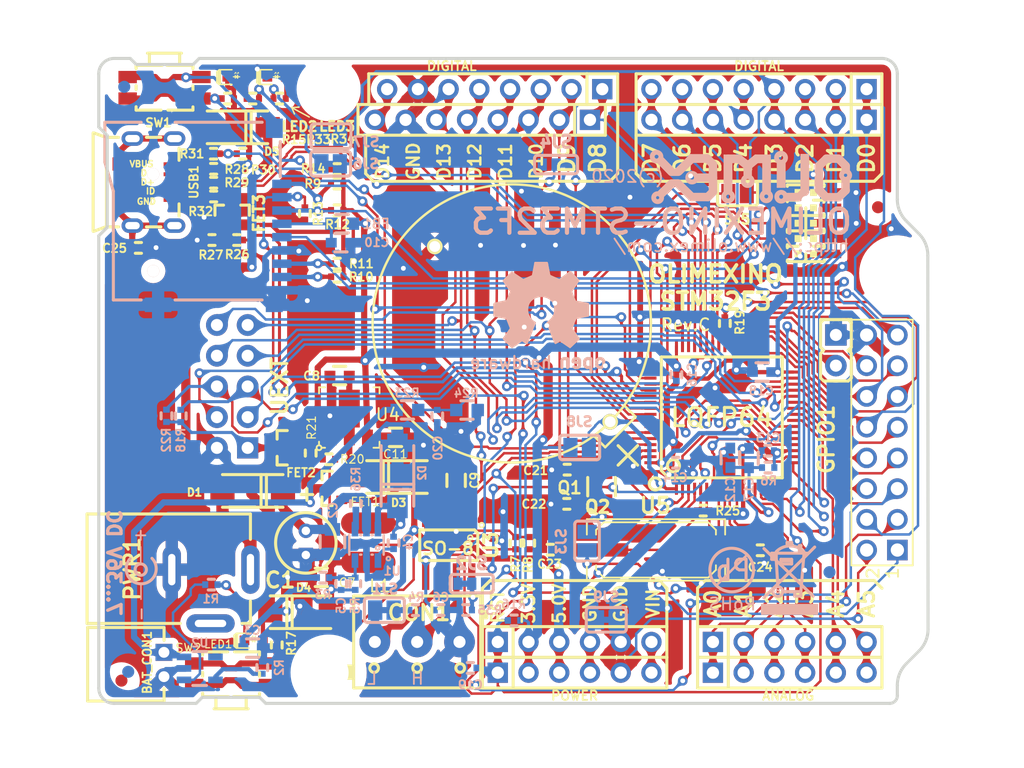
<source format=kicad_pcb>
(kicad_pcb (version 20221018) (generator pcbnew)
  (title_block (title "OLIMEXINO-STM32F3") (date "2022-03-16") (rev "C1") (company "OLIMEX LTD"))
  (layers (0 "F.Cu" signal) (31 "B.Cu" signal) (34 "B.Paste" user) (35 "F.Paste" user) (36 "B.SilkS" user "B.Silkscreen") (37 "F.SilkS" user "F.Silkscreen") (38 "B.Mask" user) (39 "F.Mask" user) (44 "Edge.Cuts" user))
  (net 0 "")
  (net 1 "+BATT")
  (net 2 "GND")
  (net 3 "/VBAT")
  (net 4 "+5V")
  (net 5 "Net-(C4-Pad2)")
  (net 6 "Net-(C4-Pad1)")
  (net 7 "Net-(C5-Pad2)")
  (net 8 "Net-(C6-Pad2)")
  (net 9 "Net-(C8-Pad2)")
  (net 10 "Net-(C10-Pad2)")
  (net 11 "+3.3VA")
  (net 12 "GNDA")
  (net 13 "/RESET")
  (net 14 "/D27")
  (net 15 "Net-(C21-Pad2)")
  (net 16 "/D23")
  (net 17 "Net-(C23-Pad2)")
  (net 18 "Net-(C24-Pad2)")
  (net 19 "Net-(C25-Pad2)")
  (net 20 "Net-(CON1-Pad1)")
  (net 21 "Net-(CON1-Pad2)")
  (net 22 "Net-(CON2-Pad10)")
  (net 23 "/D13_SCK1_LED1")
  (net 24 "/D11_MOSI1")
  (net 25 "/D12_MISO1")
  (net 26 "/D30_USART3RX")
  (net 27 "/D29_USART3TX")
  (net 28 "/D8_I2C2_SDA")
  (net 29 "/D7_I2C2_SCL")
  (net 30 "Net-(CON2-Pad1)")
  (net 31 "/TDI")
  (net 33 "/TDO_SWO")
  (net 34 "/TCK_SWCLK")
  (net 35 "/TMS_SWDIO")
  (net 36 "/D21")
  (net 37 "Net-(D1-Pad2)")
  (net 38 "Net-(D5-Pad2)")
  (net 39 "Net-(FET2-Pad1)")
  (net 40 "Net-(FET3-Pad1)")
  (net 41 "Net-(FET3-Pad3)")
  (net 42 "/D32_SCK2")
  (net 43 "/D31_#SS2")
  (net 44 "/D28")
  (net 45 "/D26")
  (net 46 "/D25_MMCCS")
  (net 47 "/D24_CANTX")
  (net 48 "/D23E")
  (net 49 "/D33_MISO2")
  (net 50 "/D34_MOSI2")
  (net 51 "/D35")
  (net 52 "/D36")
  (net 53 "/D37")
  (net 54 "Net-(LED2-Pad2)")
  (net 55 "Net-(LED3-Pad2)")
  (net 56 "Net-(MICRO_SD1-Pad8)")
  (net 57 "Net-(MICRO_SD1-Pad1)")
  (net 58 "/D14_CANRX")
  (net 59 "/D9")
  (net 60 "/D10_#SS1")
  (net 61 "/D0_RXD2")
  (net 62 "/D1_TXD2")
  (net 63 "/D2")
  (net 64 "/D3_LED2")
  (net 65 "/D4")
  (net 66 "/D5")
  (net 67 "/D6")
  (net 68 "/D15_A0")
  (net 69 "/D16_A1")
  (net 70 "/D17_A2")
  (net 71 "/D18_A3")
  (net 72 "/D19_A4")
  (net 73 "/D20_A5")
  (net 74 "/VIN")
  (net 75 "Net-(R2-Pad1)")
  (net 76 "Net-(R4-Pad1)")
  (net 77 "Net-(R7-Pad1)")
  (net 78 "Net-(R14-Pad2)")
  (net 79 "/BOOT0")
  (net 80 "Net-(R17-Pad2)")
  (net 81 "Net-(R19-Pad2)")
  (net 82 "/PF4")
  (net 83 "/DISC")
  (net 84 "/USBD_N")
  (net 85 "/USBC_N")
  (net 86 "/USBD_P")
  (net 87 "/USBC_P")
  (net 88 "/USBDET")
  (net 89 "Net-(R33-Pad2)")
  (net 90 "Net-(R34-Pad2)")
  (net 91 "Net-(R35-Pad2)")
  (net 92 "/PB2")
  (net 93 "/TRST")
  (net 95 "+3.3V")
  (net 96 "Net-(LED1-Pad1)")
  (net 97 "Net-(R1-Pad1)")
  (net 98 "Net-(R36-Pad2)")
  (net 99 "Net-(C5-Pad1)")
  (net 101 "/VIN_PWR")
  (footprint "OLIMEX_Connectors-FP:LIPO_BAT-CON2DW02R" (layer "F.Cu") (at 62.9 95.6 -90)
    (fp_text reference "BAT_CON1")
    (fp_text value "BAT_CON")
  )
  (footprint "OLIMEX_Connectors-FP:CR2032-PTH-PLASTIC" (layer "F.Cu") (at 94.8 67.39 -45)
    (fp_text reference "BAT_HOLDER1" hide)
    (fp_text value "CR2016_32")
  )
  (footprint "OLIMEX_RLC-FP:CPOL-RM2mm_5x9mm_PTH" (layer "F.Cu") (at 77.78 85.54 -90)
    (fp_text reference "C1")
    (fp_text value "4.7uF_50V")
  )
  (footprint "OLIMEX_RLC-FP:C_0603_5MIL_DWS" (layer "F.Cu") (at 79.06 88.39)
    (fp_text reference "C7")
    (fp_text value "10uF_6.3V")
  )
  (footprint "OLIMEX_RLC-FP:C_0603_5MIL_DWS" (layer "F.Cu") (at 80.57 71.7)
    (fp_text reference "C8")
    (fp_text value "10uF_6.3V")
  )
  (footprint "OLIMEX_RLC-FP:C_0603_5MIL_DWS" (layer "F.Cu") (at 85.19 76.81 180)
    (fp_text reference "C11")
    (fp_text value "10uF_6.3V")
  )
  (footprint "OLIMEX_RLC-FP:C_0402_5MIL_DWS" (layer "F.Cu") (at 99.38 79.48)
    (fp_text reference "C21")
    (fp_text value "12pF")
  )
  (footprint "OLIMEX_RLC-FP:C_0402_5MIL_DWS" (layer "F.Cu") (at 97.98 86.1)
    (fp_text reference "C23")
    (fp_text value "22pF")
  )
  (footprint "OLIMEX_RLC-FP:C_0402_5MIL_DWS" (layer "F.Cu") (at 115.34 86.15 180)
    (fp_text reference "C24")
    (fp_text value "22pF")
  )
  (footprint "OLIMEX_RLC-FP:C_0402_5MIL_DWS" (layer "F.Cu") (at 63.94 61.14 180)
    (fp_text reference "C25")
    (fp_text value "100nF")
  )
  (footprint "OLIMEX_Connectors-FP:TB3-3.5mm" (layer "F.Cu") (at 86.98 93.73)
    (fp_text reference "CON1")
    (fp_text value "CANBUS")
  )
  (footprint "OLIMEX_Connectors-FP:UEXT_BH10R" (layer "F.Cu") (at 71.7 72.6 90)
    (fp_text reference "CON2")
    (fp_text value "UEXT")
  )
  (footprint "OLIMEX_Diodes-FP:SMA-KA" (layer "F.Cu") (at 73.39 81.24 180)
    (fp_text reference "D1")
    (fp_text value "SS14")
  )
  (footprint "OLIMEX_Diodes-FP:SMA-KA" (layer "F.Cu") (at 85.31 80.09)
    (fp_text reference "D3")
    (fp_text value "SS14")
  )
  (footprint "OLIMEX_Diodes-FP:SMA-KA" (layer "F.Cu") (at 77.34 91.27)
    (fp_text reference "D4")
    (fp_text value "SS14")
  )
  (footprint "OLIMEX_Diodes-FP:SMA-KA" (layer "F.Cu") (at 72.13 51.17 180)
    (fp_text reference "D5")
    (fp_text value "SS14")
  )
  (footprint "OLIMEX_Transistors-FP:SOT23" (layer "F.Cu") (at 76.04 77.67)
    (fp_text reference "FET2")
    (fp_text value "WPM2015")
  )
  (footprint "OLIMEX_Transistors-FP:SOT23" (layer "F.Cu") (at 71.69 58.24 -90)
    (fp_text reference "FET3")
    (fp_text value "WPM2015")
  )
  (footprint "OLIMEX_Connectors-FP:BH16S" (layer "F.Cu") (at 125.4 77.24 90)
    (fp_text reference "GPIO1")
    (fp_text value "BH16S")
  )
  (footprint "OLIMEX_RLC-FP:CD43" (layer "F.Cu") (at 82.94 85.52 -90)
    (fp_text reference "L1")
    (fp_text value "4.7uH")
  )
  (footprint "OLIMEX_LEDs-FP:LED_0603_KA" (layer "F.Cu") (at 73.4695 93.599)
    (fp_text reference "LED1")
    (fp_text value "red")
  )
  (footprint "OLIMEX_LEDs-FP:LED_0603_KA" (layer "F.Cu") (at 72.05 46.99)
    (fp_text reference "LED2")
    (fp_text value "green")
  )
  (footprint "OLIMEX_LEDs-FP:LED_0603_KA" (layer "F.Cu") (at 75.36 46.99)
    (fp_text reference "LED3")
    (fp_text value "yellow")
  )
  (footprint "OLIMEX_Cases-FP:ARDUINO-STM32-PLATFORM" (layer "F.Cu") (at 101.26549 72.142321)
    (fp_text reference "PLATFORM1")
    (fp_text value "STM32-MAPPLE_Platform(2xPN1x8+2xPN1x6)")
    (fp_line (start -40.60127 -21) (end -40.60127 -25.4) (stroke (width 0.254)) (layer "Edge.Cuts"))
    (fp_line (start -40.60127 -21) (end -39.90127 -20.3) (stroke (width 0.254)) (layer "Edge.Cuts"))
    (fp_line (start -40.60127 -12) (end -39.90127 -12.7) (stroke (width 0.254)) (layer "Edge.Cuts"))
    (fp_line (start -40.60127 25.4) (end -40.60127 -12) (stroke (width 0.254)) (layer "Edge.Cuts"))
    (fp_line (start -39.90127 -12.7) (end -39.90127 -20.3) (stroke (width 0.254)) (layer "Edge.Cuts"))
    (fp_line (start -39.33127 -26.67) (end -38 -26.67) (stroke (width 0.254)) (layer "Edge.Cuts"))
    (fp_line (start -38 -26.67) (end -37.5 -26.17) (stroke (width 0.254)) (layer "Edge.Cuts"))
    (fp_line (start -37.5 -26.17) (end -32.8 -26.17) (stroke (width 0.254)) (layer "Edge.Cuts"))
    (fp_line (start -32.8 -26.17) (end -32.3 -26.67) (stroke (width 0.254)) (layer "Edge.Cuts"))
    (fp_line (start -32.55 26.67) (end -39.33127 26.67) (stroke (width 0.254)) (layer "Edge.Cuts"))
    (fp_line (start -32.3 -26.67) (end 24.12873 -26.67) (stroke (width 0.254)) (layer "Edge.Cuts"))
    (fp_line (start -32.05 26.17) (end -32.55 26.67) (stroke (width 0.254)) (layer "Edge.Cuts"))
    (fp_line (start -27.3 26.17) (end -32.05 26.17) (stroke (width 0.254)) (layer "Edge.Cuts"))
    (fp_line (start -26.8 26.67) (end -27.3 26.17) (stroke (width 0.254)) (layer "Edge.Cuts"))
    (fp_line (start 24.76373 26.67) (end -26.8 26.67) (stroke (width 0.254)) (layer "Edge.Cuts"))
    (fp_line (start 25.39873 -25.4) (end 25.397363 -15.00632) (stroke (width 0.254)) (layer "Edge.Cuts"))
    (fp_line (start 25.39873 25.1841) (end 25.39873 26.035) (stroke (width 0.254)) (layer "Edge.Cuts"))
    (fp_line (start 26.14041 -13.22578) (end 27.195505 -12.15898) (stroke (width 0.254)) (layer "Edge.Cuts"))
    (fp_line (start 27.19451 22.33422) (end 26.14041 23.38832) (stroke (width 0.254)) (layer "Edge.Cuts"))
    (fp_line (start 27.919525 -10.360662) (end 27.93873 20.53844) (stroke (width 0.254)) (layer "Edge.Cuts"))
    (fp_arc (start -40.60127 -25.4) (mid -40.229296 -26.298026) (end -39.33127 -26.67) (stroke (width 0.254)) (layer "Edge.Cuts"))
    (fp_arc (start -39.33127 26.67) (mid -40.229296 26.298026) (end -40.60127 25.4) (stroke (width 0.254)) (layer "Edge.Cuts"))
    (fp_arc (start 24.12873 -26.67) (mid 25.026736 -26.298015) (end 25.39873 -25.4) (stroke (width 0.254)) (layer "Edge.Cuts"))
    (fp_arc (start 25.39873 25.1841) (mid 25.591562 24.213331) (end 26.140774 23.389956) (stroke (width 0.254)) (layer "Edge.Cuts"))
    (fp_arc (start 25.39873 26.035) (mid 25.212745 26.484023) (end 24.76373 26.67) (stroke (width 0.254)) (layer "Edge.Cuts"))
    (fp_arc (start 26.14041 -13.22578) (mid 25.593332 -14.042792) (end 25.397363 -15.00632) (stroke (width 0.254)) (layer "Edge.Cuts"))
    (fp_arc (start 27.195505 -12.15898) (mid 27.736998 -11.332086) (end 27.919525 -10.360662) (stroke (width 0.254)) (layer "Edge.Cuts"))
    (fp_arc (start 27.93873 20.53844) (mid 27.745384 21.510456) (end 27.194781 22.334491) (stroke (width 0.254)) (layer "Edge.Cuts"))
  )
  (footprint "OLIMEX_Connectors-FP:PWR_JACK_UNI_MILLING" (layer "F.Cu") (at 73.2 92.5)
    (fp_text reference "PWR1")
    (fp_text value "PWR-JACK-UNI-MILLING")
  )
  (footprint "OLIMEX_RLC-FP:L_1206_5MIL_DWS" (layer "F.Cu") (at 102.22 80.89 90)
    (fp_text reference "Q1")
    (fp_text value "32768_1206_12.5pF")
  )
  (footprint "OLIMEX_RLC-FP:R_0402_5MIL_DWS" (layer "F.Cu") (at 95.11 85.56 90)
    (fp_text reference "R7")
    (fp_text value "330R/0402")
  )
  (footprint "OLIMEX_RLC-FP:R_0402_5MIL_DWS" (layer "F.Cu") (at 96.24 85.56 -90)
    (fp_text reference "R8")
    (fp_text value "680R/0402")
  )
  (footprint "OLIMEX_RLC-FP:R_0402_5MIL_DWS" (layer "F.Cu") (at 80.37 55.82 180)
    (fp_text reference "R9")
    (fp_text value "100K")
  )
  (footprint "OLIMEX_RLC-FP:R_0402_5MIL_DWS" (layer "F.Cu") (at 80.38 63.53 180)
    (fp_text reference "R10")
    (fp_text value "100K")
  )
  (footprint "OLIMEX_RLC-FP:R_0402_5MIL_DWS" (layer "F.Cu") (at 80.37 62.44 180)
    (fp_text reference "R11")
    (fp_text value "100K")
  )
  (footprint "OLIMEX_RLC-FP:R_0402_5MIL_DWS" (layer "F.Cu") (at 80.37 58.03 180)
    (fp_text reference "R12")
    (fp_text value "10K")
  )
  (footprint "OLIMEX_RLC-FP:R_0402_5MIL_DWS" (layer "F.Cu") (at 77.7 58.3 90)
    (fp_text reference "R13")
    (fp_text value "1M")
  )
  (footprint "OLIMEX_RLC-FP:R_0402_5MIL_DWS" (layer "F.Cu") (at 80.37 54.62 180)
    (fp_text reference "R14")
    (fp_text value "1K")
  )
  (footprint "OLIMEX_RLC-FP:R_0402_5MIL_DWS" (layer "F.Cu") (at 71.33 48.79)
    (fp_text reference "R15")
    (fp_text value "10K")
  )
  (footprint "OLIMEX_RLC-FP:R_0402_5MIL_DWS" (layer "F.Cu") (at 75.3745 93.98 -90)
    (fp_text reference "R17")
    (fp_text value "22R")
  )
  (footprint "OLIMEX_RLC-FP:R_0402_5MIL_DWS" (layer "F.Cu") (at 112.41 67.39 -90)
    (fp_text reference "R19")
    (fp_text value "1K")
  )
  (footprint "OLIMEX_RLC-FP:R_0402_5MIL_DWS" (layer "F.Cu") (at 79.69 78.62 180)
    (fp_text reference "R20")
    (fp_text value "1K")
  )
  (footprint "OLIMEX_RLC-FP:R_0402_5MIL_DWS" (layer "F.Cu") (at 78.18 78.11 -90)
    (fp_text reference "R21")
    (fp_text value "100K")
  )
  (footprint "OLIMEX_RLC-FP:R_0402_5MIL_DWS" (layer "F.Cu") (at 110.62 82.87)
    (fp_text reference "R25")
    (fp_text value "1M")
  )
  (footprint "OLIMEX_RLC-FP:R_0402_5MIL_DWS" (layer "F.Cu") (at 72.07 60.49 180)
    (fp_text reference "R26")
    (fp_text value "1K")
  )
  (footprint "OLIMEX_RLC-FP:R_0402_5MIL_DWS" (layer "F.Cu") (at 70.02 60.49)
    (fp_text reference "R27")
    (fp_text value "100K")
  )
  (footprint "OLIMEX_RLC-FP:R_0402_5MIL_DWS" (layer "F.Cu") (at 70.16 54.6)
    (fp_text reference "R28")
    (fp_text value "22R")
  )
  (footprint "OLIMEX_RLC-FP:R_0402_5MIL_DWS" (layer "F.Cu") (at 70.16 55.75)
    (fp_text reference "R29")
    (fp_text value "22R")
  )
  (footprint "OLIMEX_RLC-FP:R_0402_5MIL_DWS" (layer "F.Cu") (at 72.58 53.35)
    (fp_text reference "R30")
    (fp_text value "20K")
  )
  (footprint "OLIMEX_RLC-FP:R_0402_5MIL_DWS" (layer "F.Cu") (at 70.15 53.35)
    (fp_text reference "R31")
    (fp_text value "10K")
  )
  (footprint "OLIMEX_RLC-FP:R_0402_5MIL_DWS" (layer "F.Cu") (at 70.16 56.89 180)
    (fp_text reference "R32")
    (fp_text value "1.5K")
  )
  (footprint "OLIMEX_RLC-FP:R_0402_5MIL_DWS" (layer "F.Cu") (at 73.4 48.79)
    (fp_text reference "R33")
    (fp_text value "2K")
  )
  (footprint "OLIMEX_RLC-FP:R_0402_5MIL_DWS" (layer "F.Cu") (at 75.61 48.79 180)
    (fp_text reference "R34")
    (fp_text value "2K")
  )
  (footprint "OLIMEX_Jumpers-FP:SJ" (layer "F.Cu") (at 113.46 56.65 180)
    (fp_text reference "SJ5")
    (fp_text value "open")
  )
  (footprint "OLIMEX_Buttons-FP:TSW34-W16PR-220" (layer "F.Cu") (at 66.1 47.9 180)
    (fp_text reference "SW1")
    (fp_text value "SIDE_WTCM-TR(3x4)")
  )
  (footprint "OLIMEX_Buttons-FP:TSW34-W16PR-220" (layer "F.Cu") (at 71.6 96.4)
    (fp_text reference "SW2")
    (fp_text value "SIDE_WTCM-TR(3x4)")
  )
  (footprint "OLIMEX_IC-FP:SO-8" (layer "F.Cu") (at 89.59 85.73 180)
    (fp_text reference "U3")
    (fp_text value "SIT1050T")
  )
  (footprint "OLIMEX_Transistors-FP:SOT89" (layer "F.Cu") (at 81.37 75.17)
    (fp_text reference "U4")
    (fp_text value "ME6210-SOT89")
  )
  (footprint "OLIMEX_IC-FP:LQFP64_Pitch-0.5mm_12.00x12.00x1.60mm" (layer "F.Cu") (at 112.16 75.16)
    (fp_text reference "U5")
    (fp_text value "STM32F303RCT6")
  )
  (footprint "OLIMEX_Connectors-FP:USB-MICRO_MISB-SWMM-5B_LF" (layer "F.Cu") (at 63.7 55.7 180)
    (fp_text reference "USB1")
    (fp_text value "uiCRO")
  )
  (footprint "OLIMEX_Connectors-FP:GPH127SMT-02X05(PA-V16X-2X5-LF)" (layer "F.Cu") (at 119.1 59.1 90)
    (fp_text reference "CON3" hide)
    (fp_text value "SWD")
  )
  (footprint "OLIMEX_Connectors-FP:HN1x2" (layer "F.Cu") (at 121.59 69.61 -90)
    (fp_text reference "CON4" hide)
    (fp_text value "WAKE")
  )
  (footprint "OLIMEX_Crystal-FP:Q_49U3HMS" (layer "F.Cu") (at 106.72 86.12 180)
    (fp_text reference "Q2")
    (fp_text value "8M_HS49S_20pF")
  )
  (footprint "OLIMEX_Other-FP:Fiducial1x3_transp" (layer "F.Cu") (at 125.07 57.78)
    (fp_text reference "Ref*" hide)
    (fp_text value "Val**" hide)
  )
  (footprint "OLIMEX_Other-FP:Fiducial1x3_transp" (layer "F.Cu") (at 62.7 63.3)
    (fp_text reference "Ref*" hide)
    (fp_text value "Val**" hide)
  )
  (footprint "OLIMEX_Other-FP:Fiducial1x3_transp" (layer "F.Cu") (at 62.54 96.93)
    (fp_text reference "Ref*" hide)
    (fp_text value "Val**" hide)
  )
  (footprint "OLIMEX_RLC-FP:C_0402_5MIL_DWS" (layer "F.Cu") (at 99.35 82.31)
    (fp_text reference "C22")
    (fp_text value "12pF")
  )
  (footprint "OLIMEX_RLC-FP:C_0603_5MIL_DWS" (layer "F.Cu") (at 90.2 80.37 -90)
    (fp_text reference "C9")
    (fp_text value "10uF_6.3V")
  )
  (footprint "OLIMEX_Transistors-FP:SOT23" (layer "F.Cu") (at 79.75 81.03)
    (fp_text reference "FET1")
    (fp_text value "WPM2015")
  )
  (footprint "OLIMEX_RLC-FP:C_0805_5MIL_DWS" (layer "B.Cu") (at 79.98 85.44 90)
    (fp_text reference "C2")
    (fp_text value "100nF_50V")
  )
  (footprint "OLIMEX_RLC-FP:C_0603_5MIL_DWS" (layer "B.Cu") (at 73.38 94.24 180)
    (fp_text reference "C3")
    (fp_text value "1uF_6.3V")
  )
  (footprint "OLIMEX_RLC-FP:C_0402_5MIL_DWS" (layer "B.Cu") (at 85.03 85.54 -90)
    (fp_text reference "C4")
    (fp_text value "100nF")
  )
  (footprint "OLIMEX_RLC-FP:C_0402_5MIL_DWS" (layer "B.Cu") (at 80.7 88.92 90)
    (fp_text reference "C5")
    (fp_text value "47pF")
  )
  (footprint "OLIMEX_RLC-FP:C_0402_5MIL_DWS" (layer "B.Cu") (at 88.94 91.09 180)
    (fp_text reference "C6")
    (fp_text value "100nF")
  )
  (footprint "OLIMEX_RLC-FP:C_0603_5MIL_DWS" (layer "B.Cu") (at 80.68 60.71 180)
    (fp_text reference "C10")
    (fp_text value "10uF_6.3V")
  )
  (footprint "OLIMEX_RLC-FP:C_0603_5MIL_DWS" (layer "B.Cu") (at 112.86 78.5 -90)
    (fp_text reference "C12")
    (fp_text value "10uF_6.3V")
  )
  (footprint "OLIMEX_RLC-FP:C_0402_5MIL_DWS" (layer "B.Cu") (at 115.96 77.91)
    (fp_text reference "C13")
    (fp_text value "100nF")
  )
  (footprint "OLIMEX_RLC-FP:C_0402_5MIL_DWS" (layer "B.Cu") (at 108.34 78.91 180)
    (fp_text reference "C14")
    (fp_text value "100nF")
  )
  (footprint "OLIMEX_RLC-FP:C_0402_5MIL_DWS" (layer "B.Cu") (at 108.4 71.63 90)
    (fp_text reference "C16")
    (fp_text value "100nF")
  )
  (footprint "OLIMEX_RLC-FP:C_0603_5MIL_DWS" (layer "B.Cu") (at 114.41 78.52 -90)
    (fp_text reference "C17")
    (fp_text value "10uF_6.3v")
  )
  (footprint "OLIMEX_RLC-FP:C_0603_5MIL_DWS" (layer "B.Cu") (at 115.49 71.41)
    (fp_text reference "C18")
    (fp_text value "10uF_6.3V")
  )
  (footprint "OLIMEX_RLC-FP:C_0402_5MIL_DWS" (layer "B.Cu") (at 91.38 95.88)
    (fp_text reference "C19")
    (fp_text value "100nF")
  )
  (footprint "OLIMEX_RLC-FP:C_0402_5MIL_DWS" (layer "B.Cu") (at 88.64 75.05 90)
    (fp_text reference "C20")
    (fp_text value "100nF")
  )
  (footprint "OLIMEX_Diodes-FP:SMA-KA" (layer "B.Cu") (at 85.35 80 90)
    (fp_text reference "D2")
    (fp_text value "SS310")
  )
  (footprint "OLIMEX_RLC-FP:L_0603_5MIL_DWS" (layer "B.Cu") (at 80.78 59.14)
    (fp_text reference "FB1")
    (fp_text value "FB0603")
  )
  (footprint "OLIMEX_RLC-FP:R_0402_5MIL_DWS" (layer "B.Cu") (at 69.97 88.99)
    (fp_text reference "R1")
    (fp_text value "2K")
  )
  (footprint "OLIMEX_RLC-FP:R_0402_5MIL_DWS" (layer "B.Cu") (at 74.18 95.85 90)
    (fp_text reference "R2")
    (fp_text value "1.5K")
  )
  (footprint "OLIMEX_RLC-FP:R_0402_5MIL_DWS" (layer "B.Cu") (at 79.2 88.41)
    (fp_text reference "R3")
    (fp_text value "20k/1%/0402")
  )
  (footprint "OLIMEX_RLC-FP:R_0402_5MIL_DWS" (layer "B.Cu") (at 86.84 91.1)
    (fp_text reference "R4")
    (fp_text value "120R")
  )
  (footprint "OLIMEX_RLC-FP:R_0402_5MIL_DWS" (layer "B.Cu") (at 81.86 88.92 -90)
    (fp_text reference "R5")
    (fp_text value "124K_1%")
  )
  (footprint "OLIMEX_RLC-FP:R_0402_5MIL_DWS" (layer "B.Cu") (at 115.99 79.31)
    (fp_text reference "R6")
    (fp_text value "22R")
  )
  (footprint "OLIMEX_RLC-FP:R_0402_5MIL_DWS" (layer "B.Cu") (at 94.99 91.95 180)
    (fp_text reference "R16")
    (fp_text value "10K")
  )
  (footprint "OLIMEX_RLC-FP:R_0402_5MIL_DWS" (layer "B.Cu") (at 67.44 75.04 90)
    (fp_text reference "R18")
    (fp_text value "4.7K")
  )
  (footprint "OLIMEX_RLC-FP:R_0402_5MIL_DWS" (layer "B.Cu") (at 66.26 75.03 90)
    (fp_text reference "R22")
    (fp_text value "4.7K")
  )
  (footprint "OLIMEX_RLC-FP:R_0603_5MIL_DWS" (layer "B.Cu") (at 86.18 74.54)
    (fp_text reference "R23")
    (fp_text value "1M_1%_0603")
  )
  (footprint "OLIMEX_RLC-FP:R_0603_5MIL_DWS" (layer "B.Cu") (at 91.1 74.55)
    (fp_text reference "R24")
    (fp_text value "3M_1%_0603")
  )
  (footprint "OLIMEX_Jumpers-FP:SJ_Closed" (layer "B.Cu") (at 84.27 91.1)
    (fp_text reference "SJ1")
    (fp_text value "closed")
  )
  (footprint "OLIMEX_Jumpers-FP:SJ_2_SMALL_12_TIED" (layer "B.Cu") (at 91.490013 88.910008)
    (fp_text reference "SJ2")
    (fp_text value "SJ2W_Closed(1-2)")
  )
  (footprint "OLIMEX_Jumpers-FP:SJ" (layer "B.Cu") (at 101.019991 85.389999 -90)
    (fp_text reference "SJ3")
    (fp_text value "open")
  )
  (footprint "OLIMEX_Jumpers-FP:SJ_2_SMALL_12_TIED" (layer "B.Cu") (at 98.460001 54.250006 180)
    (fp_text reference "SJ4")
    (fp_text value "SJ2W_Closed(1-2)")
  )
  (footprint "OLIMEX_Jumpers-FP:SJ" (layer "B.Cu") (at 100.41001 77.65001 180)
    (fp_text reference "SJ8")
    (fp_text value "open")
  )
  (footprint "OLIMEX_Jumpers-FP:SJ_Closed" (layer "B.Cu") (at 102.61 91.9)
    (fp_text reference "SJ9")
    (fp_text value "closed")
  )
  (footprint "OLIMEX_Regulators-FP:SOT23-6" (layer "B.Cu") (at 82.79 85.7 -90)
    (fp_text reference "U1")
    (fp_text value "BL9342")
  )
  (footprint "OLIMEX_Regulators-FP:SOT-23-5" (layer "B.Cu") (at 69.01 95.92 180)
    (fp_text reference "U2")
    (fp_text value "BL4054B-42TPRN(SOT23-5)")
  )
  (footprint "OLIMEX_Other-FP:Fiducial1x3_transp" (layer "B.Cu") (at 121.06 87.96)
    (fp_text reference "Ref*" hide)
    (fp_text value "Val**" hide)
  )
  (footprint "OLIMEX_Other-FP:Fiducial1x3_transp" (layer "B.Cu") (at 63.1 96.2)
    (fp_text reference "Ref*" hide)
    (fp_text value "Val**" hide)
  )
  (footprint "OLIMEX_Other-FP:Fiducial1x3_transp" (layer "B.Cu") (at 62.77 47.82)
    (fp_text reference "Ref*" hide)
    (fp_text value "Val**" hide)
  )
  (footprint "OLIMEX_Other-FP:Fiducial1x3_transp" (layer "B.Cu") (at 116.61 53.54)
    (fp_text reference "Ref*" hide)
    (fp_text value "Val**" hide)
  )
  (footprint "OLIMEX_LOGOs-FP:OLIMEX_LOGO_TB" (layer "B.Cu") (at 114.4 55.26 180)
    (fp_text reference "" hide)
    (fp_text value "" hide)
  )
  (footprint "OLIMEX_LOGOs-FP:LOGO_OPENHARDWARE_8x8" (layer "B.Cu") (at 97.24 66.36 180)
    (fp_text reference "" hide)
    (fp_text value "" hide)
  )
  (footprint "OLIMEX_LOGOs-FP:LOGO_RECYCLEBIN_1" (layer "B.Cu") (at 120.09 91.47 180)
    (fp_text reference "" hide)
    (fp_text value "" hide)
  )
  (footprint "OLIMEX_LOGOs-FP:LOGO_PBFREE" (layer "B.Cu") (at 113.18 87.47)
    (fp_text reference "")
    (fp_text value "")
  )
  (footprint "OLIMEX_Jumpers-FP:SJ_Closed" (layer "B.Cu") (at 79.86 51.9 180)
    (fp_text reference "SJ7")
    (fp_text value "closed")
  )
  (footprint "OLIMEX_Jumpers-FP:SJ_Closed" (layer "B.Cu") (at 79.83 54.19 180)
    (fp_text reference "SJ6")
    (fp_text value "closed")
  )
  (footprint "OLIMEX_RLC-FP:R_0402_5MIL_DWS" (layer "B.Cu") (at 91 91.09)
    (fp_text reference "R35")
    (fp_text value "10K")
  )
  (footprint "OLIMEX_Connectors-FP:TFC-WPAPR-08" (layer "B.Cu") (at 68.799989 58.100011 180)
    (fp_text reference "MICRO_SD1" hide)
    (fp_text value "MICRO_SD(TFC-WPAPR-08)")
  )
  (footprint "OLIMEX_RLC-FP:R_0402_5MIL_DWS" (layer "B.Cu") (at 81.915 82.296 -90)
    (fp_text reference "R36")
    (fp_text value "470K")
  )
  (gr_arc (start 65.060209 86.813123) (mid 64.189688 88.920882) (end 63.26 86.838543) (stroke (width 0.25)) (layer "B.SilkS"))
  (gr_line (start 64.132166 87.29) (end 64.132166 85.86) (stroke (width 0.12)) (layer "B.SilkS"))
  (gr_circle (center 64.132166 87.75) (end 64.603865 87.75) (stroke (width 0.25)) (fill none) (layer "B.SilkS"))
  (gr_line (start 64.152166 88.94) (end 64.152166 90.2) (stroke (width 0.12)) (layer "B.SilkS"))
  (gr_line (start 78.06 50.32) (end 76.58 49.52) (stroke (width 0.12)) (layer "F.SilkS"))
  (gr_line (start 77.21 49.5) (end 77.14 49.49) (stroke (width 0.12)) (layer "F.SilkS"))
  (gr_line (start 76.84 50.06) (end 76.62 49.54) (stroke (width 0.12)) (layer "F.SilkS"))
  (gr_line (start 76.62 49.54) (end 77.21 49.5) (stroke (width 0.12)) (layer "F.SilkS"))
  (gr_text "RoHS" (at 113.03 90.6) (layer "B.SilkS") (effects (font (size 1 1)) (justify mirror)))
  (gr_text "H" (at 86.995 96.7486) (layer "B.SilkS") (effects (font (size 1 1)) (justify mirror)))
  (gr_text "7...36V DC" (at 61.9 87.18 270) (layer "B.SilkS") (effects (font (size 1.1 1.1) (thickness 0.275)) (justify mirror)))
  (gr_text "+" (at 64.132166 84.84) (layer "B.SilkS") (effects (font (size 1 1)) (justify mirror)))
  (gr_text "OLIMEXINO-STM32F3" (at 107.17 58.98) (layer "B.SilkS") (effects (font (size 2 2) (thickness 0.35)) (justify mirror)))
  (gr_text "-" (at 64.132166 91.41 90) (layer "B.SilkS") (effects (font (size 1 1)) (justify mirror)))
  (gr_text "L" (at 83.2612 96.7486) (layer "B.SilkS") (effects (font (size 1 1)) (justify mirror)))
  (gr_text "(c)2020" (at 104.37 55.23) (layer "B.SilkS") (effects (font (size 1 1)) (justify mirror)))
  (gr_text "https://www.olimex.com/" (at 112.93 60.96) (layer "B.SilkS") (effects (font (size 1 1)) (justify mirror)))
  (gr_text "2\n1" (at 125.46 88.05 90) (layer "F.SilkS") (effects (font (size 1 1))))
  (gr_text "UEXT" (at 75.62 72.59 90) (layer "F.SilkS") (effects (font (size 1.3 1.3) (thickness 0.25))))
  (gr_text "OLIMEXINO\nSTM32F3" (at 111.64 64.44) (layer "F.SilkS") (effects (font (size 1.4 1.4) (thickness 0.3))))
  (gr_text "Rev.C" (at 109.17 67.5) (layer "F.SilkS") (effects (font (size 1 1))))
  (segment (start 78.13 81.65) (end 78.75 81.03) (width 0.508) (layer "F.Cu") (net 1))
  (segment (start 78.13 82.19) (end 78.13 81.65) (width 0.508) (layer "F.Cu") (net 1))
  (via (at 78.13 82.19) (size 0.8) (drill 0.4) (layers "F.Cu" "B.Cu") (net 1))
  (segment (start 78.13 80.685) (end 78.13 81.624315) (width 0.508) (layer "B.Cu") (net 1))
  (segment (start 78.13 81.624315) (end 78.13 82.19) (width 0.508) (layer "B.Cu") (net 1))
  (segment (start 63.58 93.32748) (end 63.58 87.915202) (width 0.508) (layer "B.Cu") (net 1))
  (segment (start 66.05214 94.59162) (end 64.84414 94.59162) (width 0.508) (layer "B.Cu") (net 1))
  (segment (start 67.71 94.97) (end 66.43052 94.97) (width 0.25) (layer "B.Cu") (net 1))
  (segment (start 64.84414 94.59162) (end 63.58 93.32748) (width 0.508) (layer "B.Cu") (net 1))
  (segment (start 85.291 74.54) (end 84.275 74.54) (width 0.508) (layer "B.Cu") (net 1))
  (segment (start 63.58 84.63) (end 66.02 82.19) (width 0.508) (layer "B.Cu") (net 1))
  (segment (start 63.58 87.915202) (end 63.58 84.63) (width 0.508) (layer "B.Cu") (net 1))
  (segment (start 84.275 74.54) (end 78.13 80.685) (width 0.508) (layer "B.Cu") (net 1))
  (segment (start 66.02 82.19) (end 78.13 82.19) (width 0.508) (layer "B.Cu") (net 1))
  (segment (start 66.43052 94.97) (end 66.05214 94.59162) (width 0.25) (layer "B.Cu") (net 1))
  (segment (start 79.77 75.03) (end 79.77 76.72) (width 0.508) (layer "F.Cu") (net 2))
  (segment (start 77.7 58.808) (end 77.2218 58.808) (width 0.2032) (layer "F.Cu") (net 2))
  (segment (start 68.51 57.78) (end 69.32 58.59) (width 0.508) (layer "F.Cu") (net 2))
  (segment (start 79.77 71.7) (end 79.77 75.03) (width 0.508) (layer "F.Cu") (net 2))
  (segment (start 123.25 59.09) (end 123.27 59.11) (width 0.3556) (layer "F.Cu") (net 2))
  (segment (start 71.288 46.99) (end 71.288 47.7456) (width 0.3556) (layer "F.Cu") (net 2))
  (segment (start 108.91 69.26) (end 108.91 67.61) (width 0.25) (layer "F.Cu") (net 2))
  (segment (start 90.225 84.575347) (end 90.203179 84.597168) (width 0.2032) (layer "F.Cu") (net 2))
  (segment (start 115.848 86.15) (end 115.848 87.032) (width 0.2032) (layer "F.Cu") (net 2))
  (segment (start 112.118021 72.200369) (end 111.999999 72.318391) (width 0.2032) (layer "F.Cu") (net 2))
  (segment (start 73.774999 46.335903) (end 73.761604 46.349298) (width 0.3556) (layer "F.Cu") (net 2))
  (segment (start 98.842 82.31) (end 98.842 83.588) (width 0.2032) (layer "F.Cu") (net 2))
  (segment (start 87.04022 49.536321) (end 86.02422 50.552321) (width 0.508) (layer "F.Cu") (net 2))
  (segment (start 111.999999 72.318391) (end 111.6 72.71839) (width 0.2032) (layer "F.Cu") (net 2))
  (segment (start 110.83161 72.71839) (end 108.96 74.59) (width 0.2032) (layer "F.Cu") (net 2))
  (segment (start 107.568935 79.654719) (end 107.807108 79.892892) (width 0.25) (layer "F.Cu") (net 2))
  (segment (start 78.26 87.02) (end 77.78 86.54) (width 0.508) (layer "F.Cu") (net 2))
  (segment (start 108.91 67.61) (end 108.55 67.25) (width 0.25) (layer "F.Cu") (net 2))
  (segment (start 90.2 83.105) (end 90.225 83.13) (width 0.2032) (layer "F.Cu") (net 2))
  (segment (start 108.96 75.03059) (end 108.478399 75.512191) (width 0.2032) (layer "F.Cu") (net 2))
  (segment (start 118.06 71.91) (end 117.3 71.91) (width 0.2032) (layer "F.Cu") (net 2))
  (segment (start 115.848 87.032) (end 115.66 87.22) (width 0.2032) (layer "F.Cu") (net 2))
  (segment (start 90.203179 84.597168) (end 90.564222 84.958211) (width 0.25) (layer "F.Cu") (net 2))
  (segment (start 93.569518 84.958211) (end 93.977707 85.3664) (width 0.25) (layer "F.Cu") (net 2))
  (segment (start 98.842 82.31) (end 98.06 82.31) (width 0.2032) (layer "F.Cu") (net 2))
  (segment (start 66.85 57.0875) (end 68.183 57.0875) (width 0.508) (layer "F.Cu") (net 2))
  (segment (start 103.80422 96.272321) (end 103.80422 93.732321) (width 0.508) (layer "F.Cu") (net 2))
  (segment (start 122.01 60.37) (end 123.27 59.11) (width 0.3556) (layer "F.Cu") (net 2))
  (segment (start 64.448 61.14) (end 65.38 61.14) (width 0.2032) (layer "F.Cu") (net 2))
  (segment (start 69.0488 60.5) (end 68.8 60.5) (width 0.2032) (layer "F.Cu") (net 2))
  (segment (start 81.74599 62.825685) (end 81.74599 62.26) (width 0.3556) (layer "F.Cu") (net 2))
  (segment (start 90.2 81.17) (end 90.2 83.105) (width 0.2032) (layer "F.Cu") (net 2))
  (segment (start 90.225 83.13) (end 90.225 84.575347) (width 0.2032) (layer "F.Cu") (net 2))
  (segment (start 97.472 84.958) (end 97.472 86.1) (width 0.2032) (layer "F.Cu") (net 2))
  (segment (start 98.4188 79.48) (end 98.3988 79.5) (width 0.2032) (layer "F.Cu") (net 2))
  (segment (start 98.872 79.48) (end 98.4188 79.48) (width 0.2032) (layer "F.Cu") (net 2))
  (segment (start 73.088 54.118453) (end 72.982732 54.223721) (width 0.3556) (layer "F.Cu") (net 2))
  (segment (start 105.33 70.55) (end 105.33 66.920968) (width 0.2032) (layer "F.Cu") (net 2))
  (segment (start 79.77 76.72) (end 79.87 76.82) (width 0.508) (layer "F.Cu") (net 2))
  (segment (start 98.842 83.588) (end 97.472 84.958) (width 0.2032) (layer "F.Cu") (net 2))
  (segment (start 87.04022 48.012321) (end 87.04022 49.536321) (width 0.508) (layer "F.Cu") (net 2))
  (segment (start 98.06 82.31) (end 98.04 82.33) (width 0.2032) (layer "F.Cu") (net 2))
  (segment (start 111.6 72.71839) (end 110.83161 72.71839) (width 0.2032) (layer "F.Cu") (net 2))
  (segment (start 90.564222 84.958211) (end 93.569518 84.958211) (width 0.25) (layer "F.Cu") (net 2))
  (segment (start 77.9 65.505) (end 81.275 65.505) (width 0.3556) (layer "F.Cu") (net 2))
  (segment (start 104.847024 79.19) (end 104.84 79.19) (width 0.2032) (layer "F.Cu") (net 2))
  (segment (start 78.867 76.865) (end 78.912 76.82) (width 0.508) (layer "F.Cu") (net 2))
  (segment (start 121.132 59.1) (end 123.26 59.1) (width 0.3556) (layer "F.Cu") (net 2))
  (segment (start 105.33 66.920968) (end 105.39 66.860968) (width 0.2032) (layer "F.Cu") (net 2))
  (segment (start 105.627024 78.41) (end 104.847024 79.19) (width 0.2032) (layer "F.Cu") (net 2))
  (segment (start 108.96 74.59) (end 108.96 75.03059) (width 0.2032) (layer "F.Cu") (net 2))
  (segment (start 65.38 61.14) (end 65.4 61.12) (width 0.2032) (layer "F.Cu") (net 2))
  (segment (start 108.96 75.03059) (end 108.953288 75.037302) (width 0.2032) (layer "F.Cu") (net 2))
  (segment (start 78.18 77.602) (end 78.205 77.602) (width 0.508) (layer "F.Cu") (net 2))
  (segment (start 76.0095 93.472) (end 75.3745 93.472) (width 0.2032) (layer "F.Cu") (net 2))
  (segment (start 69.32 58.59) (end 69.35 58.59) (width 0.508) (layer "F.Cu") (net 2))
  (segment (start 108.478399 75.512191) (end 108.478399 76.790113) (width 0.2032) (layer "F.Cu") (net 2))
  (segment (start 71.66 47.92) (end 71.838 48.098) (width 0.3556) (layer "F.Cu") (net 2))
  (segment (start 78.867 76.94) (end 78.867 76.865) (width 0.508) (layer "F.Cu") (net 2))
  (segment (start 106.26 78.41) (end 105.627024 78.41) (width 0.2032) (layer "F.Cu") (net 2))
  (segment (start 73.088 50.938) (end 73.088 53.35) (width 0.3556) (layer "F.Cu") (net 2))
  (segment (start 71.363001 46.264999) (end 73.774999 46.264999) (width 0.25) (layer "F.Cu") (net 2))
  (segment (start 108.478399 76.790113) (end 108.129829 77.138683) (width 0.2032) (layer "F.Cu") (net 2))
  (segment (start 77.29 92.1915) (end 76.0095 93.472) (width 0.2032) (layer "F.Cu") (net 2))
  (segment (start 74.598 46.34) (end 74.598 46.99) (width 0.25) (layer "F.Cu") (net 2))
  (segment (start 74.522999 46.264999) (end 74.598 46.34) (width 0.25) (layer "F.Cu") (net 2))
  (segment (start 108.129829 77.704368) (end 108.129829 77.138683) (width 0.25) (layer "F.Cu") (net 2))
  (segment (start 108.129829 79.083219) (end 108.129829 77.704368) (width 0.25) (layer "F.Cu") (net 2))
  (segment (start 71.288 46.99) (end 71.288 46.34) (width 0.25) (layer "F.Cu") (net 2))
  (segment (start 77.29 90.77) (end 77.29 92.1915) (width 0.2032) (layer "F.Cu") (net 2))
  (segment (start 97.44 86.068) (end 97.472 86.1) (width 0.2032) (layer "F.Cu") (net 2))
  (segment (start 81.275 65.505) (end 81.74599 65.03401) (width 0.3556) (layer "F.Cu") (net 2))
  (segment (start 77.2218 58.808) (end 76.6138 58.2) (width 0.2032) (layer "F.Cu") (net 2))
  (segment (start 68.183 57.0875) (end 68.51 57.4145) (width 0.508) (layer "F.Cu") (net 2))
  (segment (start 71.288 47.7456) (end 71.4624 47.92) (width 0.3556) (layer "F.Cu") (net 2))
  (segment (start 69.0588 60.49) (end 69.0488 60.5) (width 0.2032) (layer "F.Cu") (net 2))
  (segment (start 123.25 56.57) (end 123.25 59.09) (width 0.3556) (layer "F.Cu") (net 2))
  (segment (start 78.26 89.8) (end 77.29 90.77) (width 0.2032) (layer "F.Cu") (net 2))
  (segment (start 121.132 56.56) (end 123.24 56.56) (width 0.3556) (layer "F.Cu") (net 2))
  (segment (start 69.35 58.59) (end 69.37 58.61) (width 0.508) (layer "F.Cu") (net 2))
  (segment (start 73.774999 46.264999) (end 74.522999 46.264999) (width 0.25) (layer "F.Cu") (net 2))
  (segment (start 78.912 76.82) (end 79.87 76.82) (width 0.508) (layer "F.Cu") (net 2))
  (segment (start 81.74599 65.03401) (end 81.74599 62.825685) (width 0.3556) (layer "F.Cu") (net 2))
  (segment (start 69.78 58.2) (end 69.37 58.61) (width 0.2032) (layer "F.Cu") (net 2))
  (segment (start 97.45 86.078) (end 97.472 86.1) (width 0.25) (layer "F.Cu") (net 2))
  (segment (start 105.405685 79.19) (end 105.859798 79.644113) (width 0.25) (layer "F.Cu") (net 2))
  (segment (start 78.26 88.39) (end 78.26 87.02) (width 0.508) (layer "F.Cu") (net 2))
  (segment (start 98.872 82.28) (end 98.842 82.31) (width 0.2032) (layer "F.Cu") (net 2))
  (segment (start 78.26 88.39) (end 78.26 89.8) (width 0.2032) (layer "F.Cu") (net 2))
  (segment (start 123.26 59.1) (end 123.27 59.11) (width 0.3556) (layer "F.Cu") (net 2))
  (segment (start 73.088 53.35) (end 73.088 54.118453) (width 0.3556) (layer "F.Cu") (net 2))
  (segment (start 71.838 49.688) (end 73.088 50.938) (width 0.3556) (layer "F.Cu") (net 2))
  (segment (start 71.4624 47.92) (end 71.66 47.92) (width 0.3556) (layer "F.Cu") (net 2))
  (segment (start 76.6138 58.2) (end 69.78 58.2) (width 0.2032) (layer "F.Cu") (net 2))
  (segment (start 78.205 77.602) (end 78.867 76.94) (width 0.508) (layer "F.Cu") (net 2))
  (segment (start 71.838 48.79) (end 71.838 49.688) (width 0.3556) (layer "F.Cu") (net 2))
  (segment (start 105.859798 79.644113) (end 107.568935 79.644113) (width 0.25) (layer "F.Cu") (net 2))
  (segment (start 117.3 71.91) (end 117.009631 72.200369) (width 0.2032) (layer "F.Cu") (net 2))
  (segment (start 71.288 46.34) (end 71.363001 46.264999) (width 0.25) (layer "F.Cu") (net 2))
  (segment (start 121.132 60.37) (end 122.01 60.37) (width 0.3556) (layer "F.Cu") (net 2))
  (segment (start 98.3988 79.5) (end 98.1 79.5) (width 0.2032) (layer "F.Cu") (net 2))
  (segment (start 73.774999 46.264999) (end 73.774999 46.335903) (width 0.3556) (layer "F.Cu") (net 2))
  (segment (start 69.512 60.49) (end 69.0588 60.49) (width 0.2032) (layer "F.Cu") (net 2))
  (segment (start 96.24 86.068) (end 97.44 86.068) (width 0.2032) (layer "F.Cu") (net 2))
  (segment (start 107.568935 79.644113) (end 107.568935 79.654719) (width 0.25) (layer "F.Cu") (net 2))
  (segment (start 123.24 56.56) (end 123.25 56.57) (width 0.3556) (layer "F.Cu") (net 2))
  (segment (start 104.84 79.19) (end 105.405685 79.19) (width 0.25) (layer "F.Cu") (net 2))
  (segment (start 68.51 57.4145) (end 68.51 57.78) (width 0.508) (layer "F.Cu") (net 2))
  (segment (start 107.568935 79.644113) (end 108.129829 79.083219) (width 0.25) (layer "F.Cu") (net 2))
  (segment (start 117.009631 72.200369) (end 112.118021 72.200369) (width 0.2032) (layer "F.Cu") (net 2))
  (segment (start 71.838 48.098) (end 71.838 48.79) (width 0.3556) (layer "F.Cu") (net 2))
  (via (at 92.22 60.93) (size 0.8) (drill 0.4) (layers "F.Cu" "B.Cu") (net 2))
  (via (at 98.41 60.91) (size 0.8) (drill 0.4) (layers "F.Cu" "B.Cu") (net 2))
  (via (at 95.83 67.69) (size 0.8) (drill 0.4) (layers "F.Cu" "B.Cu") (net 2))
  (via (at 104.57 56.95) (size 0.8) (drill 0.4) (layers "F.Cu" "B.Cu") (net 2))
  (via (at 123.25 56.57) (size 0.8) (drill 0.4) (layers "F.Cu" "B.Cu") (net 2))
  (via (at 123.27 59.11) (size 0.8) (drill 0.4) (layers "F.Cu" "B.Cu") (net 2))
  (via (at 95.77 60.94) (size 0.8) (drill 0.4) (layers "F.Cu" "B.Cu") (net 2))
  (via (at 109.58 55.19) (size 0.8) (drill 0.4) (layers "F.Cu" "B.Cu") (net 2))
  (via (at 95.6 56.45) (size 0.8) (drill 0.4) (layers "F.Cu" "B.Cu") (net 2))
  (via (at 119.01 87.8) (size 0.8) (drill 0.4) (layers "F.Cu" "B.Cu") (net 2))
  (via (at 81.74599 62.26) (size 0.8) (drill 0.4) (layers "F.Cu" "B.Cu") (net 2))
  (via (at 110.46 88.89) (size 0.8) (drill 0.4) (layers "F.Cu" "B.Cu") (net 2))
  (via (at 107.24513 87.880904) (size 0.8) (drill 0.4) (layers "F.Cu" "B.Cu") (net 2))
  (via (at 113.36 71.24) (size 0.8) (drill 0.4) (layers "F.Cu" "B.Cu") (net 2))
  (via (at 77.2 61.4) (size 0.8) (drill 0.4) (layers "F.Cu" "B.Cu") (net 2))
  (via (at 90.604 76.316) (size 0.8) (drill 0.4) (layers "F.Cu" "B.Cu") (net 2))
  (via (at 126.16 59.56) (size 0.8) (drill 0.4) (layers "F.Cu" "B.Cu") (net 2))
  (via (at 122.11 62.7) (size 0.8) (drill 0.4) (layers "F.Cu" "B.Cu") (net 2))
  (via (at 68.8 60.5) (size 0.8) (drill 0.4) (layers "F.Cu" "B.Cu") (net 2))
  (via (at 105.33 70.55) (size 0.8) (drill 0.4) (layers "F.Cu" "B.Cu") (net 2))
  (via (at 115.71 62.78) (size 0.8) (drill 0.4) (layers "F.Cu" "B.Cu") (net 2))
  (via (at 79.77 75.03) (size 0.8) (drill 0.4) (layers "F.Cu" "B.Cu") (net 2))
  (via (at 85.84 62.83) (size 0.8) (drill 0.4) (layers "F.Cu" "B.Cu") (net 2))
  (via (at 76.27 88.38) (size 0.8) (drill 0.4) (layers "F.Cu" "B.Cu") (net 2))
  (via (at 104.84 79.19) (size 0.8) (drill 0.4) (layers "F.Cu" "B.Cu") (net 2))
  (via (at 93.977707 85.3664) (size 0.8) (drill 0.4) (layers "F.Cu" "B.Cu") (net 2))
  (via (at 77.9 65.505) (size 0.8) (drill 0.4) (layers "F.Cu" "B.Cu") (net 2))
  (via (at 108.55 67.25) (size 0.8) (drill 0.4) (layers "F.Cu" "B.Cu") (net 2))
  (via (at 115.66 87.22) (size 0.8) (drill 0.4) (layers "F.Cu" "B.Cu") (net 2))
  (via (at 111.6 72.71839) (size 0.8) (drill 0.4) (layers "F.Cu" "B.Cu") (net 2))
  (via (at 112.309357 78.039215) (size 0.8) (drill 0.4) (layers "F.Cu" "B.Cu") (net 2))
  (via (at 69.37 58.61) (size 0.8) (drill 0.4) (layers "F.Cu" "B.Cu") (net 2))
  (via (at 107.807108 79.892892) (size 0.8) (drill 0.4) (layers "F.Cu" "B.Cu") (net 2))
  (via (at 87.52 71.02) (size 0.8) (drill 0.4) (layers "F.Cu" "B.Cu") (net 2))
  (via (at 77.29 90.77) (size 0.8) (drill 0.4) (layers "F.Cu" "B.Cu") (net 2))
  (via (at 98.1 79.5) (size 0.8) (drill 0.4) (layers "F.Cu" "B.Cu") (net 2))
  (via (at 73.761604 46.349298) (size 0.8) (drill 0.4) (layers "F.Cu" "B.Cu") (net 2))
  (via (at 90.203179 84.597168) (size 0.8) (drill 0.4) (layers "F.Cu" "B.Cu") (net 2))
  (via (at 107.67 90.94) (size 0.8) (drill 0.4) (layers "F.Cu" "B.Cu") (net 2))
  (via (at 65.4 61.12) (size 0.8) (drill 0.4) (layers "F.Cu" "B.Cu") (net 2))
  (via (at 87.498 77.458) (size 0.8) (drill 0.4) (layers "F.Cu" "B.Cu") (net 2))
  (via (at 98.04 82.33) (size 0.8) (drill 0.4) (layers "F.Cu" "B.Cu") (net 2))
  (via (at 108.129829 77.138683) (size 0.8) (drill 0.4) (layers "F.Cu" "B.Cu") (net 2))
  (via (at 94.08 82.96) (size 0.8) (drill 0.4) (layers "F.Cu" "B.Cu") (net 2))
  (via (at 105.39 66.860968) (size 0.8) (drill 0.4) (layers "F.Cu" "B.Cu") (net 2))
  (via (at 72.982732 54.223721) (size 0.8) (drill 0.4) (layers "F.Cu" "B.Cu") (net 2))
  (via (at 109.788654 79.803573) (size 0.8) (drill 0.4) (layers "F.Cu" "B.Cu") (net 2))
  (segment (start 87.498 77.458) (end 87.456 77.5) (width 0.508) (layer "B.Cu") (net 2))
  (segment (start 90.604 76.316) (end 88.64 76.316) (width 0.508) (layer "B.Cu") (net 2))
  (segment (start 90.492 91.09) (end 90.492 93.718) (width 0.508) (layer "B.Cu") (net 2))
  (segment (start 75.7144 61.33) (end 75.692199 61.352201) (width 0.3556) (layer "B.Cu") (net 2))
  (segment (start 78.692 88.41) (end 78.192 88.41) (width 0.25) (layer "B.Cu") (net 2))
  (segment (start 77.13 61.33) (end 77.2 61.4) (width 0.2032) (layer "B.Cu") (net 2))
  (segment (start 103.80422 92.05921) (end 103.64501 91.9) (width 0.762) (layer "B.Cu") (net 2))
  (segment (start 108.160968 66.860968) (end 108.55 67.25) (width 0.2032) (layer "B.Cu") (net 2))
  (segment (start 77.78 87.39) (end 77.78 86.54) (width 0.25) (layer "B.Cu") (net 2))
  (segment (start 93.977707 85.3664) (end 93.977707 83.062293) (width 0.25) (layer "B.Cu") (net 2))
  (segment (start 112.799216 77.639216) (end 112.709356 77.639216) (width 0.3556) (layer "B.Cu") (net 2))
  (segment (start 81.48 60.71) (end 81.48 61.99401) (width 0.3556) (layer "B.Cu") (net 2))
  (segment (start 78.192 88.41) (end 77.78 87.998) (width 0.25) (layer "B.Cu") (net 2))
  (segment (start 115.06 86.62) (end 115.66 87.22) (width 0.2032) (layer "B.Cu") (net 2))
  (segment (start 74.35 61.95) (end 74.35 65.13) (width 0.3556) (layer "B.Cu") (net 2))
  (segment (start 74.95 61.35) (end 74.35 61.95) (width 0.3556) (layer "B.Cu") (net 2))
  (segment (start 115.452 77.91) (end 115.452 77.885) (width 0.2032) (layer "B.Cu") (net 2))
  (segment (start 93.977707 83.062293) (end 94.08 82.96) (width 0.25) (layer "B.Cu") (net 2))
  (segment (start 109.699335 79.892892) (end 109.788654 79.803573) (width 0.25) (layer "B.Cu") (net 2))
  (segment (start 90.872 95.88) (end 90.872 94.122) (width 0.508) (layer "B.Cu") (net 2))
  (segment (start 121.59 68.34) (end 121.59 67.0954) (width 0.3556) (layer "B.Cu") (net 2))
  (segment (start 112.309357 78.039215) (end 111.909358 78.439214) (width 0.2032) (layer "B.Cu") (net 2))
  (segment (start 114.69 71.41) (end 113.53 71.41) (width 0.2032) (layer "B.Cu") (net 2))
  (segment (start 91.989 75.566) (end 91.239 76.316) (width 0.508) (layer "B.Cu") (net 2))
  (segment (start 116.387 76.95) (end 117.13 76.95) (width 0.2032) (layer "B.Cu") (net 2))
  (segment (start 77.07 61.33) (end 77.13 61.33) (width 0.2032) (layer "B.Cu") (net 2))
  (segment (start 74.35 65.13) (end 75.07 65.85) (width 0.3556) (layer "B.Cu") (net 2))
  (segment (start 77.864 86.456) (end 77.78 86.54) (width 0.762) (layer "B.Cu") (net 2))
  (segment (start 117.1 85.78) (end 116.059999 86.820001) (width 0.2032) (layer "B.Cu") (net 2))
  (segment (start 89.448 91.09) (end 90.492 91.09) (width 0.508) (layer "B.Cu") (net 2))
  (segment (start 82.79 85.77) (end 81.41 85.77) (width 0.508) (layer "B.Cu") (net 2))
  (segment (start 75.17 50.786) (end 74.041 49.657) (width 0.762) (layer "B.Cu") (net 2))
  (segment (start 115.452 77.91) (end 115.452 78.3882) (width 0.2032) (layer "B.Cu") (net 2))
  (segment (start 121.297378 66.802778) (end 121.297378 63.512622) (width 0.3556) (layer "B.Cu") (net 2))
  (segment (start 106.787 70.55) (end 105.895685 70.55) (width 0.2032) (layer "B.Cu") (net 2))
  (segment (start 115.452 77.885) (end 116.387 76.95) (width 0.2032) (layer "B.Cu") (net 2))
  (segment (start 88.64 75.558) (end 88.64 76.316) (width 0.508) (layer "B.Cu") (net 2))
  (segment (start 72.85 64.55) (end 68.8 60.5) (width 0.762) (layer "B.Cu") (net 2))
  (segment (start 112.709356 78.439214) (end 112.309357 78.039215) (width 0.2032) (layer "B.Cu") (net 2))
  (segment (start 77.07 61.33) (end 75.7144 61.33) (width 0.3556) (layer "B.Cu") (net 2))
  (segment (start 117.74 77.56) (end 117.74 80.6) (width 0.2032) (layer "B.Cu") (net 2))
  (segment (start 67.71 95.92) (end 66.73798 95.92) (width 0.25) (layer "B.Cu") (net 2))
  (segment (start 79.98 86.456) (end 77.864 86.456) (width 0.762) (layer "B.Cu") (net 2))
  (segment (start 75.17 51.25) (end 75.17 50.786) (width 0.762) (layer "B.Cu") (net 2))
  (segment (start 112.741743 78.471601) (end 112.709356 78.439214) (width 0.2032) (layer "B.Cu") (net 2))
  (segment (start 121.59 67.0954) (end 121.297378 66.802778) (width 0.3556) (layer "B.Cu") (net 2))
  (segment (start 121.297378 63.512622) (end 122.11 62.7) (width 0.3556) (layer "B.Cu") (net 2))
  (segment (start 77.875 65.53) (end 77.9 65.505) (width 0.3556) (layer "B.Cu") (net 2))
  (segment (start 111.909358 78.439214) (end 111.909358 79.749358) (width 0.2032) (layer "B.Cu") (net 2))
  (segment (start 77.29 90.77) (end 77.29 92.128) (width 0.2032) (layer "B.Cu") (net 2))
  (segment (start 105.895685 70.55) (end 105.33 70.55) (width 0.2032) (layer "B.Cu") (net 2))
  (segment (start 81.41 85.77) (end 80.724 86.456) (width 0.508) (layer "B.Cu") (net 2))
  (segment (start 74.8 65.85) (end 73.5 64.55) (width 0.762) (layer "B.Cu") (net 2))
  (segment (start 109.788654 79.237888) (end 109.788654 79.803573) (width 0.2032) (layer "B.Cu") (net 2))
  (segment (start 90.492 93.718) (end 90.48 93.73) (width 0.508) (layer "B.Cu") (net 2))
  (segment (start 117.74 80.6) (end 117.1 81.24) (width 0.2032) (layer "B.Cu") (net 2))
  (segment (start 110.587328 78.439214) (end 109.788654 79.237888) (width 0.2032) (layer "B.Cu") (net 2))
  (segment (start 90.872 94.122) (end 90.48 93.73) (width 0.508) (layer "B.Cu") (net 2))
  (segment (start 117.13 76.95) (end 117.74 77.56) (width 0.2032) (layer "B.Cu") (net 2))
  (segment (start 88.64 76.316) (end 87.498 77.458) (width 0.508) (layer "B.Cu") (net 2))
  (segment (start 112.86 77.7) (end 112.799216 77.639216) (width 0.3556) (layer "B.Cu") (net 2))
  (segment (start 112.709356 77.639216) (end 112.309357 78.039215) (width 0.3556) (layer "B.Cu") (net 2))
  (segment (start 87.456 77.5) (end 85.35 77.5) (width 0.508) (layer "B.Cu") (net 2))
  (segment (start 111.909358 79.749358) (end 115.06 82.9) (width 0.2032) (layer "B.Cu") (net 2))
  (segment (start 105.39 66.860968) (end 108.160968 66.860968) (width 0.2032) (layer "B.Cu") (net 2))
  (segment (start 77.29 92.128) (end 75.178 94.24) (width 0.2032) (layer "B.Cu") (net 2))
  (segment (start 82.79 86.0445) (end 82.79 85.77) (width 0.3556) (layer "B.Cu") (net 2))
  (segment (start 109.716573 79.803573) (end 109.788654 79.803573) (width 0.3556) (layer "B.Cu") (net 2))
  (segment (start 75.8 61.35) (end 74.95 61.35) (width 0.3556) (layer "B.Cu") (net 2))
  (segment (start 124.12 68.34) (end 124.13 68.35) (width 0.508) (layer "B.Cu") (net 2))
  (segment (start 73.5 64.55) (end 72.85 64.55) (width 0.762) (layer "B.Cu") (net 2))
  (segment (start 108.848 78.935) (end 109.716573 79.803573) (width 0.3556) (layer "B.Cu") (net 2))
  (segment (start 117.1 81.24) (end 117.1 85.78) (width 0.2032) (layer "B.Cu") (net 2))
  (segment (start 75.178 94.24) (end 74.18 94.24) (width 0.2032) (layer "B.Cu") (net 2))
  (segment (start 75.17 65.85) (end 74.8 65.85) (width 0.762) (layer "B.Cu") (net 2))
  (segment (start 103.80422 93.732321) (end 103.80422 92.05921) (width 0.762) (layer "B.Cu") (net 2))
  (segment (start 108.848 78.91) (end 108.848 78.935) (width 0.3556) (layer "B.Cu") (net 2))
  (segment (start 121.59 68.34) (end 124.12 68.34) (width 0.508) (layer "B.Cu") (net 2))
  (segment (start 108.375 72.138) (end 106.787 70.55) (width 0.2032) (layer "B.Cu") (net 2))
  (segment (start 91.239 76.316) (end 90.604 76.316) (width 0.508) (layer "B.Cu") (net 2))
  (segment (start 113.53 71.41) (end 113.36 71.24) (width 0.2032) (layer "B.Cu") (net 2))
  (segment (start 74.18 95.342) (end 74.18 94.24) (width 0.3556) (layer "B.Cu") (net 2))
  (segment (start 107.807108 79.892892) (end 109.699335 79.892892) (width 0.25) (layer "B.Cu") (net 2))
  (segment (start 115.452 78.3882) (end 115.368599 78.471601) (width 0.2032) (layer "B.Cu") (net 2))
  (segment (start 82.79 87.0001) (end 82.79 86.0445) (width 0.3556) (layer "B.Cu") (net 2))
  (segment (start 66.73798 95.92) (end 66.05468 96.6033) (width 0.25) (layer "B.Cu") (net 2))
  (segment (start 108.4 72.138) (end 108.375 72.138) (width 0.2032) (layer "B.Cu") (net 2))
  (segment (start 80.724 86.456) (end 79.98 86.456) (width 0.508) (layer "B.Cu") (net 2))
  (segment (start 111.909358 78.439214) (end 110.587328 78.439214) (width 0.2032) (layer "B.Cu") (net 2))
  (segment (start 115.368599 78.471601) (end 112.741743 78.471601) (width 0.2032) (layer "B.Cu") (net 2))
  (segment (start 115.06 82.9) (end 115.06 86.62) (width 0.2032) (layer "B.Cu") (net 2))
  (segment (start 91.989 74.55) (end 91.989 75.566) (width 0.508) (layer "B.Cu") (net 2))
  (segment (start 77.78 87.998) (end 77.78 87.39) (width 0.25) (layer "B.Cu") (net 2))
  (segment (start 116.059999 86.820001) (end 115.66 87.22) (width 0.2032) (layer "B.Cu") (net 2))
  (segment (start 75.07 65.85) (end 75.17 65.85) (width 0.3556) (layer "B.Cu") (net 2))
  (segment (start 81.48 61.99401) (end 81.74599 62.26) (width 0.3556) (layer "B.Cu") (net 2))
  (segment (start 107.56 81.06) (end 107.1 80.6) (width 0.25) (layer "F.Cu") (net 3))
  (segment (start 108.41 81.06) (end 107.56 81.06) (width 0.25) (layer "F.Cu") (net 3))
  (via (at 107.1 80.6) (size 0.8) (drill 0.4) (layers "F.Cu" "B.Cu") (net 3))
  (segment (start 106.700001 79.820001) (end 106.700001 80.200001) (width 0.3556) (layer "B.Cu") (net 3))
  (segment (start 101.17 77.4321) (end 101.17 76.41) (width 0.2032) (layer "B.Cu") (net 3))
  (segment (start 104.35 75.51) (end 106.17 77.33) (width 0.3556) (layer "B.Cu") (net 3))
  (segment (start 101.172 77.4341) (end 101.17 77.4321) (width 0.2032) (layer "B.Cu") (net 3))
  (segment (start 101.172 77.65) (end 101.172 77.4341) (width 0.2032) (layer "B.Cu") (net 3))
  (segment (start 102.931728 75.521728) (end 104.338272 75.521728) (width 0.3556) (layer "B.Cu") (net 3))
  (segment (start 101.17 76.41) (end 101.7 75.88) (width 0.2032) (layer "B.Cu") (net 3))
  (segment (start 101.7 75.834218) (end 102.01249 75.521728) (width 0.2032) (layer "B.Cu") (net 3))
  (segment (start 106.700001 80.200001) (end 107.1 80.6) (width 0.3556) (layer "B.Cu") (net 3))
  (segment (start 101.7 75.88) (end 101.7 75.834218) (width 0.2032) (layer "B.Cu") (net 3))
  (segment (start 106.17 77.33) (end 106.17 79.29) (width 0.3556) (layer "B.Cu") (net 3))
  (segment (start 106.17 79.29) (end 106.700001 79.820001) (width 0.3556) (layer "B.Cu") (net 3))
  (segment (start 102.01249 75.521728) (end 102.931728 75.521728) (width 0.2032) (layer "B.Cu") (net 3))
  (segment (start 104.338272 75.521728) (end 104.35 75.51) (width 0.3556) (layer "B.Cu") (net 3))
  (segment (start 98.72422 96.272321) (end 98.72422 93.732321) (width 0.508) (layer "F.Cu") (net 4))
  (segment (start 74.425199 82.671001) (end 74.84 82.671001) (width 0.762) (layer "F.Cu") (net 4))
  (segment (start 69.1262 79.51) (end 72.72 79.51) (width 0.762) (layer "F.Cu") (net 4))
  (segment (start 97.4 86.83) (end 92.67 86.83) (width 0.508) (layer "F.Cu") (net 4))
  (segment (start 88.955 79.907) (end 89.292 79.57) (width 0.508) (layer "F.Cu") (net 4))
  (segment (start 92.67 86.83) (end 91.805611 85.965611) (width 0.508) (layer "F.Cu") (net 4))
  (segment (start 87.404389 85.144389) (end 87.139999 84.879999) (width 0.508) (layer "F.Cu") (net 4))
  (segment (start 74.84 82.671001) (end 74.84 89.658) (width 0.762) (layer "F.Cu") (net 4))
  (segment (start 73.24 80.03) (end 73.24 81.48) (width 0.762) (layer "F.Cu") (net 4))
  (segment (start 87.139999 84.879999) (end 86.74 84.48) (width 0.508) (layer "F.Cu") (net 4))
  (segment (start 86.74 80.09) (end 87.81 80.09) (width 0.508) (layer "F.Cu") (net 4))
  (segment (start 86.74 84.48) (end 86.74 80.09) (width 0.508) (layer "F.Cu") (net 4))
  (segment (start 89.292 79.57) (end 90.2 79.57) (width 0.508) (layer "F.Cu") (net 4))
  (segment (start 72.57 62.73) (end 67.86 67.44) (width 0.762) (layer "F.Cu") (net 4))
  (segment (start 74.63 54.07) (end 73.8 54.9) (width 0.762) (layer "F.Cu") (net 4))
  (segment (start 98.72422 88.15422) (end 98.68 88.11) (width 0.508) (layer "F.Cu") (net 4))
  (segment (start 74.2315 93.599) (end 74.2315 91.8785) (width 0.3556) (layer "F.Cu") (net 4))
  (segment (start 73.32 62.73) (end 72.57 62.73) (width 0.762) (layer "F.Cu") (net 4))
  (segment (start 88.955 83.13) (end 88.955 79.907) (width 0.508) (layer "F.Cu") (net 4))
  (segment (start 86.28 80.09) (end 87.81 80.09) (width 0.508) (layer "F.Cu") (net 4))
  (segment (start 74.27 82.515802) (end 74.425199 82.671001) (width 0.762) (layer "F.Cu") (net 4))
  (segment (start 87.993 79.907) (end 87.81 80.09) (width 0.508) (layer "F.Cu") (net 4))
  (segment (start 88.630141 85.144389) (end 87.404389 85.144389) (width 0.508) (layer "F.Cu") (net 4))
  (segment (start 91.805611 85.965611) (end 89.451363 85.965611) (width 0.508) (layer "F.Cu") (net 4))
  (segment (start 67.86 67.44) (end 67.86 78.2438) (width 0.762) (layer "F.Cu") (net 4))
  (segment (start 89.451363 85.965611) (end 88.630141 85.144389) (width 0.508) (layer "F.Cu") (net 4))
  (segment (start 74.2315 91.8785) (end 74.84 91.27) (width 0.2032) (layer "F.Cu") (net 4))
  (segment (start 74.27 82.51) (end 74.27 82.515802) (width 0.762) (layer "F.Cu") (net 4))
  (segment (start 80.75 81.98) (end 84.39 81.98) (width 0.508) (layer "F.Cu") (net 4))
  (segment (start 72.72 79.51) (end 73.24 80.03) (width 0.762) (layer "F.Cu") (net 4))
  (segment (start 76.14 91.19) (end 74.92 91.19) (width 0.508) (layer "F.Cu") (net 4))
  (segment (start 74.63 51.17) (end 74.63 54.07) (width 0.762) (layer "F.Cu") (net 4))
  (segment (start 73.24 81.48) (end 74.27 82.51) (width 0.762) (layer "F.Cu") (net 4))
  (segment (start 88.955 79.907) (end 87.993 79.907) (width 0.508) (layer "F.Cu") (net 4))
  (segment (start 84.39 81.98) (end 86.28 80.09) (width 0.508) (layer "F.Cu") (net 4))
  (segment (start 67.86 78.2438) (end 69.1262 79.51) (width 0.762) (layer "F.Cu") (net 4))
  (segment (start 98.68 88.11) (end 97.4 86.83) (width 0.508) (layer "F.Cu") (net 4))
  (segment (start 74.92 91.19) (end 74.84 91.27) (width 0.508) (layer "F.Cu") (net 4))
  (segment (start 74.84 89.658) (end 74.84 91.27) (width 0.762) (layer "F.Cu") (net 4))
  (via (at 86.74 84.48) (size 0.8) (drill 0.4) (layers "F.Cu" "B.Cu") (net 4))
  (via (at 73.8 54.9) (size 0.8) (drill 0.4) (layers "F.Cu" "B.Cu") (net 4))
  (via (at 98.68 88.11) (size 0.8) (drill 0.4) (layers "F.Cu" "B.Cu") (net 4))
  (via (at 76.14 91.19) (size 0.8) (drill 0.4) (layers "F.Cu" "B.Cu") (net 4))
  (via (at 73.32 62.73) (size 0.8) (drill 0.4) (layers "F.Cu" "B.Cu") (net 4))
  (segment (start 85.032 89.428) (end 83.162242 89.428) (width 0.508) (layer "B.Cu") (net 4))
  (segment (start 73.32 55.38) (end 73.8 54.9) (width 0.762) (layer "B.Cu") (net 4))
  (segment (start 72.58 94.24) (end 72.053922 94.24) (width 0.508) (layer "B.Cu") (net 4))
  (segment (start 70.453401 94.195999) (end 70.31 94.3394) (width 0.508) (layer "B.Cu") (net 4))
  (segment (start 78.8 90.3) (end 77.928 89.428) (width 0.508) (layer "B.Cu") (net 4))
  (segment (start 70.31 94.3394) (end 70.31 94.97) (width 0.508) (layer "B.Cu") (net 4))
  (segment (start 82.290242 90.3) (end 78.8 90.3) (width 0.508) (layer "B.Cu") (net 4))
  (segment (start 83.162242 89.428) (end 82.290242 90.3) (width 0.508) (layer "B.Cu") (net 4))
  (segment (start 72.053922 94.24) (end 72.009921 94.195999) (width 0.508) (layer "B.Cu") (net 4))
  (segment (start 98.68 88.11) (end 98.68 93.688101) (width 0.762) (layer "B.Cu") (net 4))
  (segment (start 76.135 91.195) (end 76.14 91.19) (width 0.508) (layer "B.Cu") (net 4))
  (segment (start 85.81 88.65) (end 85.81 85.41) (width 0.508) (layer "B.Cu") (net 4))
  (segment (start 98.68 93.688101) (end 98.72422 93.732321) (width 0.762) (layer "B.Cu") (net 4))
  (segment (start 72.57 93.49) (end 72.57 94.23) (width 0.508) (layer "B.Cu") (net 4))
  (segment (start 74.865 91.195) (end 72.57 93.49) (width 0.508) (layer "B.Cu") (net 4))
  (segment (start 85.032 89.428) (end 85.81 88.65) (width 0.508) (layer "B.Cu") (net 4))
  (segment (start 72.009921 94.195999) (end 70.453401 94.195999) (width 0.508) (layer "B.Cu") (net 4))
  (segment (start 74.865 91.195) (end 76.135 91.195) (width 0.508) (layer "B.Cu") (net 4))
  (segment (start 76.632 89.428) (end 74.865 91.195) (width 0.508) (layer "B.Cu") (net 4))
  (segment (start 85.81 85.41) (end 86.74 84.48) (width 0.508) (layer "B.Cu") (net 4))
  (segment (start 73.32 62.73) (end 73.32 55.38) (width 0.762) (layer "B.Cu") (net 4))
  (segment (start 72.57 94.23) (end 72.58 94.24) (width 0.508) (layer "B.Cu") (net 4))
  (segment (start 77.928 89.428) (end 76.632 89.428) (width 0.508) (layer "B.Cu") (net 4))
  (segment (start 84.259 86.048) (end 85.03 86.048) (width 0.25) (layer "B.Cu") (net 5))
  (segment (start 83.74 87.0001) (end 83.74 86.567) (width 0.25) (layer "B.Cu") (net 5))
  (segment (start 83.74 86.567) (end 84.259 86.048) (width 0.25) (layer "B.Cu") (net 5))
  (segment (start 85.505 83.895) (end 85.61 84) (width 0.762) (layer "F.Cu") (net 6))
  (via (at 85.61 84) (size 0.8) (drill 0.4) (layers "F.Cu" "B.Cu") (net 6))
  (segment (start 85.03 85.032) (end 85.03 84.58) (width 0.25) (layer "B.Cu") (net 6))
  (segment (start 83.74 82.77) (end 83.8219 82.6701) (width 0.508) (layer "B.Cu") (net 6))
  (segment (start 85.61 84) (end 85.61 82.76) (width 0.762) (layer "B.Cu") (net 6))
  (segment (start 83.992 82.5) (end 85.35 82.5) (width 0.508) (layer "B.Cu") (net 6))
  (segment (start 83.74 84.3999) (end 83.74 82.77) (width 0.508) (layer "B.Cu") (net 6))
  (segment (start 85.61 82.76) (end 85.35 82.5) (width 0.762) (layer "B.Cu") (net 6))
  (segment (start 85.03 84.58) (end 85.61 84) (width 0.25) (layer "B.Cu") (net 6))
  (segment (start 83.8219 82.6701) (end 83.992 82.5) (width 0.508) (layer "B.Cu") (net 6))
  (segment (start 80.698 88.41) (end 80.7 88.412) (width 0.25) (layer "B.Cu") (net 7))
  (segment (start 81.86 88.412) (end 81.86 87.0201) (width 0.25) (layer "B.Cu") (net 7))
  (segment (start 81.86 88.412) (end 80.7 88.412) (width 0.25) (layer "B.Cu") (net 7))
  (segment (start 79.708 88.41) (end 80.698 88.41) (width 0.25) (layer "B.Cu") (net 7))
  (segment (start 81.86 87.0201) (end 81.84 87.0001) (width 0.25) (layer "B.Cu") (net 7))
  (segment (start 87.69 87.545685) (end 87.69 86.98) (width 0.25) (layer "F.Cu") (net 8))
  (segment (start 87.685 88.33) (end 87.69 88.325) (width 0.25) (layer "F.Cu") (net 8))
  (segment (start 87.69 88.325) (end 87.69 87.545685) (width 0.25) (layer "F.Cu") (net 8))
  (via (at 87.69 86.98) (size 0.8) (drill 0.4) (layers "F.Cu" "B.Cu") (net 8))
  (segment (start 88.432 91.09) (end 87.69 90.348) (width 0.25) (layer "B.Cu") (net 8))
  (segment (start 87.69 90.348) (end 87.69 86.98) (width 0.25) (layer "B.Cu") (net 8))
  (segment (start 82.8 80.08) (end 82.81 80.09) (width 0.508) (layer "F.Cu") (net 9))
  (segment (start 81.5 80.08) (end 82.8 80.08) (width 0.508) (layer "F.Cu") (net 9))
  (segment (start 81.37 76.72) (end 81.37 79.95) (width 0.508) (layer "F.Cu") (net 9))
  (segment (start 81.37 79.95) (end 81.5 80.08) (width 0.508) (layer "F.Cu") (net 9))
  (segment (start 81.37 74.4325) (end 81.37 71.7) (width 0.508) (layer "F.Cu") (net 9))
  (segment (start 80.75 80.08) (end 81.5 80.08) (width 0.508) (layer "F.Cu") (net 9))
  (segment (start 81.37 74.4325) (end 81.37 76.72) (width 0.2032) (layer "F.Cu") (net 9))
  (segment (start 79.891 59.14) (end 79.891 60.699) (width 0.25) (layer "B.Cu") (net 10))
  (segment (start 79.881 59.15) (end 79.891 59.14) (width 0.25) (layer "B.Cu") (net 10))
  (segment (start 75.8 59.15) (end 79.881 59.15) (width 0.25) (layer "B.Cu") (net 10))
  (segment (start 79.891 60.699) (end 79.88 60.71) (width 0.25) (layer "B.Cu") (net 10))
  (segment (start 115.394315 83.01) (end 115.464315 83.01) (width 0.25) (layer "F.Cu") (net 11))
  (segment (start 114.42281 81.07281) (end 114.42281 82.038495) (width 0.25) (layer "F.Cu") (net 11))
  (segment (start 114.42281 82.038495) (end 115.394315 83.01) (width 0.25) (layer "F.Cu") (net 11))
  (segment (start 114.41 81.06) (end 114.42281 81.07281) (width 0.25) (layer "F.Cu") (net 11))
  (segment (start 115.464315 83.01) (end 116.03 83.01) (width 0.25) (layer "F.Cu") (net 11))
  (via (at 116.03 83.01) (size 0.8) (drill 0.4) (layers "F.Cu" "B.Cu") (net 11))
  (segment (start 114.42 79.31) (end 114.41 79.32) (width 0.25) (layer "B.Cu") (net 11))
  (segment (start 115.482 79.31) (end 114.42 79.31) (width 0.25) (layer "B.Cu") (net 11))
  (segment (start 114.41 81.39) (end 116.03 83.01) (width 0.25) (layer "B.Cu") (net 11))
  (segment (start 114.395182 79.334818) (end 114.41 79.32) (width 0.25) (layer "B.Cu") (net 11))
  (segment (start 112.86 79.3) (end 114.39 79.3) (width 0.25) (layer "B.Cu") (net 11))
  (segment (start 114.41 79.32) (end 114.41 81.39) (width 0.25) (layer "B.Cu") (net 11))
  (segment (start 114.39 79.3) (end 114.41 79.32) (width 0.25) (layer "B.Cu") (net 11))
  (segment (start 113.91 77.796683) (end 113.87708 77.763763) (width 0.25) (layer "F.Cu") (net 12))
  (segment (start 113.92 81.780002) (end 113.92 82.564315) (width 0.3556) (layer "F.Cu") (net 12))
  (segment (start 113.91 81.06) (end 113.91 77.796683) (width 0.25) (layer "F.Cu") (net 12))
  (segment (start 113.92 82.564315) (end 113.92 83.13) (width 0.3556) (layer "F.Cu") (net 12))
  (segment (start 101.26422 96.272321) (end 101.26422 93.732321) (width 0.508) (layer "F.Cu") (net 12))
  (segment (start 113.91 81.06) (end 113.91 81.770002) (width 0.25) (layer "F.Cu") (net 12))
  (segment (start 113.91 81.770002) (end 113.92 81.780002) (width 0.3556) (layer "F.Cu") (net 12))
  (via (at 113.87708 77.763763) (size 0.8) (drill 0.4) (layers "F.Cu" "B.Cu") (net 12))
  (via (at 113.92 83.13) (size 0.8) (drill 0.4) (layers "F.Cu" "B.Cu") (net 12))
  (segment (start 101.26422 92.21077) (end 101.57499 91.9) (width 0.762) (layer "B.Cu") (net 12))
  (segment (start 101.44799 91.9) (end 101.44799 90.09201) (width 1.016) (layer "B.Cu") (net 12))
  (segment (start 114.41 77.72) (end 114.16294 77.72) (width 0.25) (layer "B.Cu") (net 12))
  (segment (start 114.119177 77.763763) (end 113.87708 77.763763) (width 0.25) (layer "B.Cu") (net 12))
  (segment (start 101.26422 93.732321) (end 101.26422 92.21077) (width 0.762) (layer "B.Cu") (net 12))
  (segment (start 114.16294 77.72) (end 114.119177 77.763763) (width 0.25) (layer "B.Cu") (net 12))
  (segment (start 113.354315 83.13) (end 113.92 83.13) (width 1.016) (layer "B.Cu") (net 12))
  (segment (start 108.41 83.13) (end 113.354315 83.13) (width 1.016) (layer "B.Cu") (net 12))
  (segment (start 101.44799 90.09201) (end 108.41 83.13) (width 1.016) (layer "B.Cu") (net 12))
  (segment (start 120.31 96.96) (end 119.39 97.88) (width 0.2032) (layer "F.Cu") (net 13))
  (segment (start 111.519999 80.246801) (end 111.519999 78.205684) (width 0.2032) (layer "F.Cu") (net 13))
  (segment (start 74.648 97.289) (end 75.6132 97.289) (width 0.2032) (layer "F.Cu") (net 13))
  (segment (start 78.13 92.62) (end 81.86 92.62) (width 0.2032) (layer "F.Cu") (net 13))
  (segment (start 91.473231 98.001601) (end 93.098399 98.001601) (width 0.2032) (layer "F.Cu") (net 13))
  (segment (start 88.232986 86.10321) (end 89.058175 86.928399) (width 0.2032) (layer "F.Cu") (net 13))
  (segment (start 72.48 97.366078) (end 72.557078 97.289) (width 0.508) (layer "F.Cu") (net 13))
  (segment (start 93.64422 96.272321) (end 93.64422 93.732321) (width 0.508) (layer "F.Cu") (net 13))
  (segment (start 93.098399 98.001601) (end 93.695 97.405) (width 0.2032) (layer "F.Cu") (net 13))
  (segment (start 94.17 97.88) (end 93.695 97.405) (width 0.2032) (layer "F.Cu") (net 13))
  (segment (start 111.519999 78.205684) (end 111.38 78.065685) (width 0.2032) (layer "F.Cu") (net 13))
  (segment (start 119.39 97.88) (end 94.17 97.88) (width 0.2032) (layer "F.Cu") (net 13))
  (segment (start 111.41 80.3568) (end 111.519999 80.246801) (width 0.2032) (layer "F.Cu") (net 13))
  (segment (start 111.41 81.06) (end 111.41 80.3568) (width 0.2032) (layer "F.Cu") (net 13))
  (segment (start 118.22 56.56) (end 119.71 55.07) (width 0.2032) (layer "F.Cu") (net 13))
  (segment (start 90.893399 91.278015) (end 92.051601 92.436217) (width 0.2032) (layer "F.Cu") (net 13))
  (segment (start 111.38 78.065685) (end 111.38 77.5) (width 0.2032) (layer "F.Cu") (net 13))
  (segment (start 92.051601 92.436217) (end 92.051601 96.020029) (width 0.2032) (layer "F.Cu") (net 13))
  (segment (start 90.893399 87.013399) (end 90.893399 91.278015) (width 0.2032) (layer "F.Cu") (net 13))
  (segment (start 86.78679 86.10321) (end 88.232986 86.10321) (width 0.2032) (layer "F.Cu") (net 13))
  (segment (start 72.557078 97.289) (end 74.648 97.289) (width 0.508) (layer "F.Cu") (net 13))
  (segment (start 114.312 56.56) (end 114.222 56.65) (width 0.2032) (layer "F.Cu") (net 13))
  (segment (start 91.108399 97.636769) (end 91.473231 98.001601) (width 0.2032) (layer "F.Cu") (net 13))
  (segment (start 118.4 85.38) (end 120.31 87.29) (width 0.2032) (layer "F.Cu") (net 13))
  (segment (start 89.058175 86.928399) (end 90.808399 86.928399) (width 0.2032) (layer "F.Cu") (net 13))
  (segment (start 71.190079 96.895999) (end 72.009921 96.895999) (width 0.508) (layer "F.Cu") (net 13))
  (segment (start 70.797078 97.289) (end 71.190079 96.895999) (width 0.508) (layer "F.Cu") (net 13))
  (segment (start 117.068 56.56) (end 118.22 56.56) (width 0.2032) (layer "F.Cu") (net 13))
  (segment (start 90.808399 86.928399) (end 90.893399 87.013399) (width 0.2032) (layer "F.Cu") (net 13))
  (segment (start 75.96 96.9422) (end 75.96 94.79) (width 0.2032) (layer "F.Cu") (net 13))
  (segment (start 91.108399 96.963231) (end 91.108399 97.636769) (width 0.2032) (layer "F.Cu") (net 13))
  (segment (start 68.552 97.289) (end 70.797078 97.289) (width 0.508) (layer "F.Cu") (net 13))
  (segment (start 120.31 87.29) (end 120.31 96.96) (width 0.2032) (layer "F.Cu") (net 13))
  (segment (start 75.6132 97.289) (end 75.96 96.9422) (width 0.2032) (layer "F.Cu") (net 13))
  (segment (start 86.69 88.58) (end 86.69 86.2) (width 0.2032) (layer "F.Cu") (net 13))
  (segment (start 117.068 56.56) (end 114.312 56.56) (width 0.2032) (layer "F.Cu") (net 13))
  (segment (start 85.85 89.42) (end 86.69 88.58) (width 0.2032) (layer "F.Cu") (net 13))
  (segment (start 86.69 86.2) (end 86.78679 86.10321) (width 0.2032) (layer "F.Cu") (net 13))
  (segment (start 92.051601 96.020029) (end 91.108399 96.963231) (width 0.2032) (layer "F.Cu") (net 13))
  (segment (start 75.96 94.79) (end 78.13 92.62) (width 0.2032) (layer "F.Cu") (net 13))
  (segment (start 93.695 97.405) (end 93.64422 97.35422) (width 0.2032) (layer "F.Cu") (net 13))
  (segment (start 93.64422 97.35422) (end 93.64422 96.272321) (width 0.2032) (layer "F.Cu") (net 13))
  (segment (start 85.06 89.42) (end 85.85 89.42) (width 0.2032) (layer "F.Cu") (net 13))
  (segment (start 72.009921 96.895999) (end 72.48 97.366078) (width 0.508) (layer "F.Cu") (net 13))
  (segment (start 81.86 92.62) (end 85.06 89.42) (width 0.2032) (layer "F.Cu") (net 13))
  (via (at 118.4 85.38) (size 0.8) (drill 0.4) (layers "F.Cu" "B.Cu") (net 13))
  (via (at 111.38 77.5) (size 0.8) (drill 0.4) (layers "F.Cu" "B.Cu") (net 13))
  (via (at 119.71 55.07) (size 0.8) (drill 0.4) (layers "F.Cu" "B.Cu") (net 13))
  (segment (start 118.54679 74.07321) (end 118.54679 81.14) (width 0.2032) (layer "B.Cu") (net 13))
  (segment (start 91.888 95.88) (end 93.251899 95.88) (width 0.25) (layer "B.Cu") (net 13))
  (segment (start 93.64 92.292) (end 93.64422 92.29622) (width 0.25) (layer "B.Cu") (net 13))
  (segment (start 117.88 84.86) (end 118.4 85.38) (width 0.2032) (layer "B.Cu") (net 13))
  (segment (start 118.927156 62.54194) (end 118.927156 65.680833) (width 0.2032) (layer "B.Cu") (net 13))
  (segment (start 119.71 55.07) (end 120.373579 55.733579) (width 0.2032) (layer "B.Cu") (net 13))
  (segment (start 111.931601 76.948399) (end 111.779999 77.100001) (width 0.2032) (layer "B.Cu") (net 13))
  (segment (start 113.521281 76.968399) (end 113.501281 76.948399) (width 0.2032) (layer "B.Cu") (net 13))
  (segment (start 120.373579 61.095517) (end 118.927156 62.54194) (width 0.2032) (layer "B.Cu") (net 13))
  (segment (start 113.501281 76.948399) (end 111.931601 76.948399) (width 0.2032) (layer "B.Cu") (net 13))
  (segment (start 93.64422 92.29622) (end 93.64422 93.732321) (width 0.25) (layer "B.Cu") (net 13))
  (segment (start 118.54679 74.07321) (end 115.651601 76.968399) (width 0.2032) (layer "B.Cu") (net 13))
  (segment (start 118.54679 66.061198) (end 118.54679 74.07321) (width 0.2032) (layer "B.Cu") (net 13))
  (segment (start 93.251899 95.88) (end 93.64422 96.272321) (width 0.25) (layer "B.Cu") (net 13))
  (segment (start 111.779999 77.100001) (end 111.38 77.5) (width 0.2032) (layer "B.Cu") (net 13))
  (segment (start 93.982 91.95) (end 93.64 92.292) (width 0.25) (layer "B.Cu") (net 13))
  (segment (start 115.651601 76.968399) (end 113.521281 76.968399) (width 0.2032) (layer "B.Cu") (net 13))
  (segment (start 118.927156 65.680833) (end 118.54679 66.061198) (width 0.2032) (layer "B.Cu") (net 13))
  (segment (start 117.88 81.80679) (end 117.88 84.86) (width 0.2032) (layer "B.Cu") (net 13))
  (segment (start 120.373579 55.733579) (end 120.373579 61.095517) (width 0.2032) (layer "B.Cu") (net 13))
  (segment (start 94.482 91.95) (end 93.982 91.95) (width 0.25) (layer "B.Cu") (net 13))
  (segment (start 118.54679 81.14) (end 117.88 81.80679) (width 0.2032) (layer "B.Cu") (net 13))
  (segment (start 95.465685 89.65) (end 94.9 89.65) (width 0.2032) (layer "F.Cu") (net 14))
  (segment (start 106.621629 89.709999) (end 106.56163 89.65) (width 0.2032) (layer "F.Cu") (net 14))
  (segment (start 106.56163 89.65) (end 95.465685 89.65) (width 0.2032) (layer "F.Cu") (net 14))
  (segment (start 125.820001 81.899999) (end 126.67 81.05) (width 0.2032) (layer "F.Cu") (net 14))
  (segment (start 108.34 89.31) (end 107.940001 89.709999) (width 0.2032) (layer "F.Cu") (net 14))
  (segment (start 121.30642 80.711559) (end 122.864861 82.27) (width 0.2032) (layer "F.Cu") (net 14))
  (segment (start 95.73 76.53) (end 95.73 73.427321) (width 0.2032) (layer "F.Cu") (net 14))
  (segment (start 122.864861 82.27) (end 125.45 82.27) (width 0.2032) (layer "F.Cu") (net 14))
  (segment (start 118.06 74.41) (end 118.903652 74.41) (width 0.2032) (layer "F.Cu") (net 14))
  (segment (start 118.903652 74.41) (end 121.30642 76.812768) (width 0.2032) (layer "F.Cu") (net 14))
  (segment (start 107.940001 89.709999) (end 106.621629 89.709999) (width 0.2032) (layer "F.Cu") (net 14))
  (segment (start 121.30642 76.812768) (end 121.30642 80.711559) (width 0.2032) (layer "F.Cu") (net 14))
  (segment (start 95.73 73.427321) (end 95.8016 73.355721) (width 0.2032) (layer "F.Cu") (net 14))
  (segment (start 125.45 82.27) (end 125.820001 81.899999) (width 0.2032) (layer "F.Cu") (net 14))
  (via (at 94.9 89.65) (size 0.8) (drill 0.4) (layers "F.Cu" "B.Cu") (net 14))
  (via (at 95.8016 73.355721) (size 0.8) (drill 0.4) (layers "F.Cu" "B.Cu") (net 14))
  (via (at 95.73 76.53) (size 0.8) (drill 0.4) (layers "F.Cu" "B.Cu") (net 14))
  (via (at 108.34 89.31) (size 0.8) (drill 0.4) (layers "F.Cu" "B.Cu") (net 14))
  (segment (start 87.069 74.54) (end 88.638 74.54) (width 0.2032) (layer "B.Cu") (net 14))
  (segment (start 88.638 74.54) (end 88.64 74.542) (width 0.2032) (layer "B.Cu") (net 14))
  (segment (start 122.82 83.012815) (end 122.82 88.99) (width 0.2032) (layer "B.Cu") (net 14))
  (segment (start 123.512815 82.32) (end 122.82 83.012815) (width 0.2032) (layer "B.Cu") (net 14))
  (segment (start 95.49321 76.76679) (end 95.73 76.53) (width 0.2032) (layer "B.Cu") (net 14))
  (segment (start 91.363279 73.355721) (end 90.211 74.508) (width 0.2032) (layer "B.Cu") (net 14))
  (segment (start 121.99 89.82) (end 109.89 89.82) (width 0.2032) (layer "B.Cu") (net 14))
  (segment (start 94.9 89.65) (end 95.49321 89.05679) (width 0.2032) (layer "B.Cu") (net 14))
  (segment (start 109.810584 89.76) (end 109.360584 89.31) (width 0.2032) (layer "B.Cu") (net 14))
  (segment (start 90.211 74.508) (end 90.211 74.55) (width 0.2032) (layer "B.Cu") (net 14))
  (segment (start 122.82 88.99) (end 121.99 89.82) (width 0.2032) (layer "B.Cu") (net 14))
  (segment (start 95.49321 89.05679) (end 95.49321 79.38321) (width 0.2032) (layer "B.Cu") (net 14))
  (segment (start 109.89 89.82) (end 109.83 89.76) (width 0.2032) (layer "B.Cu") (net 14))
  (segment (start 109.83 89.76) (end 109.810584 89.76) (width 0.2032) (layer "B.Cu") (net 14))
  (segment (start 126.67 81.05) (end 125.4 82.32) (width 0.2032) (layer "B.Cu") (net 14))
  (segment (start 95.8016 73.355721) (end 91.363279 73.355721) (width 0.2032) (layer "B.Cu") (net 14))
  (segment (start 90.211 74.55) (end 88.648 74.55) (width 0.2032) (layer "B.Cu") (net 14))
  (segment (start 125.4 82.32) (end 123.512815 82.32) (width 0.2032) (layer "B.Cu") (net 14))
  (segment (start 109.360584 89.31) (end 108.34 89.31) (width 0.2032) (layer "B.Cu") (net 14))
  (segment (start 88.648 74.55) (end 88.64 74.542) (width 0.2032) (layer "B.Cu") (net 14))
  (segment (start 95.49321 79.38321) (end 95.49321 76.76679) (width 0.2032) (layer "B.Cu") (net 14))
  (segment (start 109.41 82.01) (end 108.46 82.96) (width 0.2032) (layer "F.Cu") (net 15))
  (segment (start 99.888 79.48) (end 102.207 79.48) (width 0.2032) (layer "F.Cu") (net 15))
  (segment (start 102.207 79.48) (end 102.22 79.493) (width 0.2032) (layer "F.Cu") (net 15))
  (segment (start 109.41 81.06) (end 109.41 82.01) (width 0.2032) (layer "F.Cu") (net 15))
  (segment (start 108.46 82.96) (end 106.99 82.96) (width 0.2032) (layer "F.Cu") (net 15))
  (segment (start 106.99 82.96) (end 103.523 79.493) (width 0.2032) (layer "F.Cu") (net 15))
  (segment (start 103.523 79.493) (end 102.22 79.493) (width 0.2032) (layer "F.Cu") (net 15))
  (segment (start 102.26 83.39) (end 102.26 82.327) (width 0.2032) (layer "F.Cu") (net 16))
  (segment (start 109.91 82.080226) (end 109.91 81.7632) (width 0.2032) (layer "F.Cu") (net 16))
  (segment (start 108.600226 83.39) (end 109.91 82.080226) (width 0.2032) (layer "F.Cu") (net 16))
  (segment (start 102.197 82.31) (end 102.22 82.287) (width 0.2032) (layer "F.Cu") (net 16))
  (segment (start 109.91 81.7632) (end 109.91 81.06) (width 0.2032) (layer "F.Cu") (net 16))
  (segment (start 102.26 82.327) (end 102.22 82.287) (width 0.2032) (layer "F.Cu") (net 16))
  (segment (start 102.26 83.39) (end 108.600226 83.39) (width 0.2032) (layer "F.Cu") (net 16))
  (segment (start 99.858 82.31) (end 102.197 82.31) (width 0.2032) (layer "F.Cu") (net 16))
  (via (at 102.26 83.39) (size 0.8) (drill 0.4) (layers "F.Cu" "B.Cu") (net 16))
  (segment (start 101.02 84.628) (end 101.02 83.8406) (width 0.2032) (layer "B.Cu") (net 16))
  (segment (start 101.02 83.8406) (end 101.4706 83.39) (width 0.2032) (layer "B.Cu") (net 16))
  (segment (start 101.694315 83.39) (end 102.26 83.39) (width 0.2032) (layer "B.Cu") (net 16))
  (segment (start 101.4706 83.39) (end 101.694315 83.39) (width 0.2032) (layer "B.Cu") (net 16))
  (segment (start 98.508 86.12) (end 98.488 86.1) (width 0.2032) (layer "F.Cu") (net 17))
  (segment (start 110.41 82.572) (end 110.112 82.87) (width 0.2032) (layer "F.Cu") (net 17))
  (segment (start 110.112 82.87) (end 110.112 83.3482) (width 0.2032) (layer "F.Cu") (net 17))
  (segment (start 110.41 81.06) (end 110.41 82.572) (width 0.2032) (layer "F.Cu") (net 17))
  (segment (start 110.112 83.3482) (end 107.3402 86.12) (width 0.2032) (layer "F.Cu") (net 17))
  (segment (start 107.3402 86.12) (end 104.6372 86.12) (width 0.2032) (layer "F.Cu") (net 17))
  (segment (start 102.021 86.12) (end 98.508 86.12) (width 0.2032) (layer "F.Cu") (net 17))
  (segment (start 104.6372 86.12) (end 102.021 86.12) (width 0.2032) (layer "F.Cu") (net 17))
  (segment (start 110.91 82.652) (end 111.128 82.87) (width 0.2032) (layer "F.Cu") (net 18))
  (segment (start 111.128 85.829) (end 111.419 86.12) (width 0.2032) (layer "F.Cu") (net 18))
  (segment (start 110.91 81.06) (end 110.91 82.652) (width 0.2032) (layer "F.Cu") (net 18))
  (segment (start 111.128 82.87) (end 111.128 85.829) (width 0.2032) (layer "F.Cu") (net 18))
  (segment (start 111.419 86.12) (end 114.802 86.12) (width 0.2032) (layer "F.Cu") (net 18))
  (segment (start 114.802 86.12) (end 114.832 86.15) (width 0.2032) (layer "F.Cu") (net 18))
  (segment (start 63.432 59.318) (end 63.45 59.3) (width 0.508) (layer "F.Cu") (net 19))
  (segment (start 66.92 59.3) (end 63.45 59.3) (width 0.508) (layer "F.Cu") (net 19))
  (segment (start 62.3 53.25) (end 63.45 52.1) (width 0.508) (layer "F.Cu") (net 19))
  (segment (start 62.3 54.2) (end 62.3 57.2) (width 0.508) (layer "F.Cu") (net 19))
  (segment (start 62.3 57.2) (end 62.3 58.15) (width 0.508) (layer "F.Cu") (net 19))
  (segment (start 63.45 52.1) (end 66.92 52.1) (width 0.508) (layer "F.Cu") (net 19))
  (segment (start 63.432 61.14) (end 63.432 59.318) (width 0.508) (layer "F.Cu") (net 19))
  (segment (start 62.3 58.15) (end 63.45 59.3) (width 0.508) (layer "F.Cu") (net 19))
  (segment (start 62.3 54.2) (end 62.3 53.25) (width 0.508) (layer "F.Cu") (net 19))
  (segment (start 88.955 89.13) (end 88.955 88.33) (width 0.508) (layer "F.Cu") (net 20))
  (segment (start 83.48 93.73) (end 84.749999 92.460001) (width 0.508) (layer "F.Cu") (net 20))
  (segment (start 84.749999 92.460001) (end 85.624999 92.460001) (width 0.508) (layer "F.Cu") (net 20))
  (segment (start 85.624999 92.460001) (end 88.955 89.13) (width 0.508) (layer "F.Cu") (net 20))
  (segment (start 83.508 93.702) (end 83.48 93.73) (width 0.508) (layer "B.Cu") (net 20))
  (segment (start 83.508 91.1) (end 83.508 93.702) (width 0.508) (layer "B.Cu") (net 20))
  (segment (start 90.225 90.485) (end 90.225 88.33) (width 0.508) (layer "F.Cu") (net 21))
  (segment (start 86.98 93.73) (end 90.225 90.485) (width 0.508) (layer "F.Cu") (net 21))
  (segment (start 87.348 91.1) (end 87.348 93.362) (width 0.508) (layer "B.Cu") (net 21))
  (segment (start 87.348 93.362) (end 86.98 93.73) (width 0.508) (layer "B.Cu") (net 21))
  (segment (start 97.9 55.68) (end 97.265583 56.314417) (width 0.2032) (layer "F.Cu") (net 22))
  (segment (start 97.265583 66.09085) (end 97.265583 66.656535) (width 0.2032) (layer "F.Cu") (net 22))
  (segment (start 97.265583 56.314417) (end 97.265583 66.09085) (width 0.2032) (layer "F.Cu") (net 22))
  (via (at 97.9 55.68) (size 0.8) (drill 0.4) (layers "F.Cu" "B.Cu") (net 22))
  (via (at 97.265583 66.656535) (size 0.8) (drill 0.4) (layers "F.Cu" "B.Cu") (net 22))
  (segment (start 96.527909 66.484546) (end 84.715454 66.484546) (width 0.2032) (layer "B.Cu") (net 22))
  (segment (start 97.265583 66.656535) (end 96.699898 66.656535) (width 0.2032) (layer "B.Cu") (net 22))
  (segment (start 98.30439 55.27561) (end 98.30439 54.25) (width 0.2032) (layer "B.Cu") (net 22))
  (segment (start 97.9 55.68) (end 98.30439 55.27561) (width 0.2032) (layer "B.Cu") (net 22))
  (segment (start 96.699898 66.656535) (end 96.527909 66.484546) (width 0.2032) (layer "B.Cu") (net 22))
  (segment (start 84.715454 66.484546) (end 84.140178 67.059822) (width 0.2032) (layer "B.Cu") (net 22))
  (segment (start 73.59 66.19) (end 71.76 66.19) (width 0.2032) (layer "B.Cu") (net 22))
  (segment (start 71.76 66.19) (end 70.43 67.52) (width 0.2032) (layer "B.Cu") (net 22))
  (segment (start 74.459822 67.059822) (end 73.59 66.19) (width 0.2032) (layer "B.Cu") (net 22))
  (segment (start 84.140178 67.059822) (end 74.459822 67.059822) (width 0.2032) (layer "B.Cu") (net 22))
  (segment (start 93.260078 76.760245) (end 93.260078 77.024607) (width 0.2032) (layer "F.Cu") (net 23))
  (segment (start 92.876422 76.376589) (end 93.260078 76.760245) (width 0.2032) (layer "F.Cu") (net 23))
  (segment (start 92.240133 72.700133) (end 92.876422 73.336422) (width 0.2032) (layer "F.Cu") (net 23))
  (segment (start 90.61 67.61) (end 90.61 71.069774) (width 0.2032) (layer "F.Cu") (net 23))
  (segment (start 90.61 67.61) (end 90.61 52.598101) (width 0.2032) (layer "F.Cu") (net 23))
  (segment (start 118.06 76.91) (end 116.390507 76.91) (width 0.2032) (layer "F.Cu") (net 23))
  (segment (start 89.886147 67.17) (end 89.87 67.186147) (width 0.2032) (layer "F.Cu") (net 23))
  (segment (start 92.876422 73.336422) (end 92.876422 76.376589) (width 0.2032) (layer "F.Cu") (net 23))
  (segment (start 90.61 67.17) (end 89.886147 67.17) (width 0.2032) (layer "F.Cu") (net 23))
  (segment (start 114.066837 74.58633) (end 111.926632 74.58633) (width 0.2032) (layer "F.Cu") (net 23))
  (segment (start 90.61 71.069774) (end 92.240133 72.699907) (width 0.2032) (layer "F.Cu") (net 23))
  (segment (start 111.926632 74.58633) (end 110.925831 75.587131) (width 0.2032) (layer "F.Cu") (net 23))
  (segment (start 110.925831 75.587131) (end 110.925831 75.691179) (width 0.2032) (layer "F.Cu") (net 23))
  (segment (start 90.61 67.61) (end 90.61 67.17) (width 0.2032) (layer "F.Cu") (net 23))
  (segment (start 90.61 52.598101) (end 89.402419 51.39052) (width 0.2032) (layer "F.Cu") (net 23))
  (segment (start 89.58022 48.012321) (end 89.58022 49.536321) (width 0.508) (layer "F.Cu") (net 23))
  (segment (start 89.402419 51.39052) (end 88.56422 50.552321) (width 0.2032) (layer "F.Cu") (net 23))
  (segment (start 92.240133 72.699907) (end 92.240133 72.700133) (width 0.2032) (layer "F.Cu") (net 23))
  (segment (start 89.58022 49.536321) (end 88.56422 50.552321) (width 0.508) (layer "F.Cu") (net 23))
  (segment (start 116.390507 76.91) (end 114.066837 74.58633) (width 0.2032) (layer "F.Cu") (net 23))
  (via (at 89.87 67.186147) (size 0.8) (drill 0.4) (layers "F.Cu" "B.Cu") (net 23))
  (via (at 93.260078 77.024607) (size 0.8) (drill 0.4) (layers "F.Cu" "B.Cu") (net 23))
  (via (at 110.925831 75.691179) (size 0.8) (drill 0.4) (layers "F.Cu" "B.Cu") (net 23))
  (segment (start 95.85436 74.345188) (end 96.635968 73.56358) (width 0.2032) (layer "B.Cu") (net 23))
  (segment (start 107.047021 73.563581) (end 107.382674 73.899234) (width 0.2032) (layer "B.Cu") (net 23))
  (segment (start 81.86 50.41) (end 81.86 53.92) (width 0.25) (layer "B.Cu") (net 23))
  (segment (start 72.97 67.52) (end 89.536147 67.52) (width 0.2032) (layer "B.Cu") (net 23))
  (segment (start 88.322541 49.27) (end 83 49.27) (width 0.25) (layer "B.Cu") (net 23))
  (segment (start 93.844606 74.345188) (end 95.85436 74.345188) (width 0.2032) (layer "B.Cu") (net 23))
  (segment (start 93.260078 77.024607) (end 93.260078 76.78308) (width 0.2032) (layer "B.Cu") (net 23))
  (segment (start 107.382674 73.899234) (end 109.133886 73.899234) (width 0.2032) (layer "B.Cu") (net 23))
  (segment (start 92.86411 76.387112) (end 92.86411 75.325684) (width 0.2032) (layer "B.Cu") (net 23))
  (segment (start 110.525832 75.29118) (end 110.925831 75.691179) (width 0.2032) (layer "B.Cu") (net 23))
  (segment (start 93.260078 76.78308) (end 92.86411 76.387112) (width 0.2032) (layer "B.Cu") (net 23))
  (segment (start 89.536147 67.52) (end 89.87 67.186147) (width 0.2032) (layer "B.Cu") (net 23))
  (segment (start 96.635968 73.56358) (end 107.047021 73.563581) (width 0.2032) (layer "B.Cu") (net 23))
  (segment (start 92.86411 75.325684) (end 93.844606 74.345188) (width 0.2032) (layer "B.Cu") (net 23))
  (segment (start 89.58022 48.012321) (end 88.322541 49.27) (width 0.25) (layer "B.Cu") (net 23))
  (segment (start 83 49.27) (end 81.86 50.41) (width 0.25) (layer "B.Cu") (net 23))
  (segment (start 81.86 53.92) (end 81.59 54.19) (width 0.25) (layer "B.Cu") (net 23))
  (segment (start 81.59 54.19) (end 80.60901 54.19) (width 0.25) (layer "B.Cu") (net 23))
  (segment (start 109.133886 73.899234) (end 110.525832 75.29118) (width 0.2032) (layer "B.Cu") (net 23))
  (segment (start 92.98 67.992568) (end 92.98 72.299548) (width 0.2032) (layer "F.Cu") (net 24))
  (segment (start 116.556436 75.91) (end 114.426346 73.77991) (width 0.2032) (layer "F.Cu") (net 24))
  (segment (start 93.55 66.856883) (end 93.55 66.46) (width 0.2032) (layer "F.Cu") (net 24))
  (segment (start 94.360711 73.680259) (end 94.360711 74.884316) (width 0.2032) (layer "F.Cu") (net 24))
  (segment (start 94.360711 74.884316) (end 94.360711 75.450001) (width 0.2032) (layer "F.Cu") (net 24))
  (segment (start 109.18 75.854315) (end 109.18 76.42) (width 0.2032) (layer "F.Cu") (net 24))
  (segment (start 92.98 67.992568) (end 92.98 67.426883) (width 0.2032) (layer "F.Cu") (net 24))
  (segment (start 109.18 75.380815) (end 109.18 75.854315) (width 0.2032) (layer "F.Cu") (net 24))
  (segment (start 93.64422 51.737714) (end 93.64422 50.552321) (width 0.2032) (layer "F.Cu") (net 24))
  (segment (start 94.66022 48.012321) (end 94.66022 49.536321) (width 0.508) (layer "F.Cu") (net 24))
  (segment (start 92.98 67.426883) (end 93.55 66.856883) (width 0.2032) (layer "F.Cu") (net 24))
  (segment (start 110.780905 73.77991) (end 109.18 75.380815) (width 0.2032) (layer "F.Cu") (net 24))
  (segment (start 114.426346 73.77991) (end 110.780905 73.77991) (width 0.2032) (layer "F.Cu") (net 24))
  (segment (start 94.66022 49.536321) (end 93.64422 50.552321) (width 0.508) (layer "F.Cu") (net 24))
  (segment (start 93.55 66.46) (end 93.64422 51.737714) (width 0.2032) (layer "F.Cu") (net 24))
  (segment (start 118.06 75.91) (end 116.556436 75.91) (width 0.2032) (layer "F.Cu") (net 24))
  (segment (start 92.98 72.299548) (end 94.360711 73.680259) (width 0.2032) (layer "F.Cu") (net 24))
  (via (at 94.360711 75.450001) (size 0.8) (drill 0.4) (layers "F.Cu" "B.Cu") (net 24))
  (via (at 92.98 67.992568) (size 0.8) (drill 0.4) (layers "F.Cu" "B.Cu") (net 24))
  (via (at 109.18 76.42) (size 0.8) (drill 0.4) (layers "F.Cu" "B.Cu") (net 24))
  (segment (start 94.926396 75.450001) (end 94.360711 75.450001) (width 0.2032) (layer "B.Cu") (net 24))
  (segment (start 76.16 68.78) (end 77.016789 67.923211) (width 0.2032) (layer "B.Cu") (net 24))
  (segment (start 107.048644 74.705656) (end 106.71299 74.370002) (width 0.2032) (layer "B.Cu") (net 24))
  (segment (start 91.402202 67.290966) (end 92.278398 67.290966) (width 0.2032) (layer "B.Cu") (net 24))
  (segment (start 70.43 70.06) (end 71.71 68.78) (width 0.2032) (layer "B.Cu") (net 24))
  (segment (start 92.278398 67.290966) (end 92.580001 67.592569) (width 0.2032) (layer "B.Cu") (net 24))
  (segment (start 90.769957 67.923211) (end 91.402202 67.290966) (width 0.2032) (layer "B.Cu") (net 24))
  (segment (start 92.580001 67.592569) (end 92.98 67.992568) (width 0.2032) (layer "B.Cu") (net 24))
  (segment (start 96.969998 74.370002) (end 95.889999 75.450001) (width 0.2032) (layer "B.Cu") (net 24))
  (segment (start 77.016789 67.923211) (end 90.769957 67.923211) (width 0.2032) (layer "B.Cu") (net 24))
  (segment (start 106.71299 74.370002) (end 96.969998 74.370002) (width 0.2032) (layer "B.Cu") (net 24))
  (segment (start 109.18 76.42) (end 107.465656 74.705656) (width 0.2032) (layer "B.Cu") (net 24))
  (segment (start 71.71 68.78) (end 76.16 68.78) (width 0.2032) (layer "B.Cu") (net 24))
  (segment (start 107.465656 74.705656) (end 107.048644 74.705656) (width 0.2032) (layer "B.Cu") (net 24))
  (segment (start 95.889999 75.450001) (end 94.926396 75.450001) (width 0.2032) (layer "B.Cu") (net 24))
  (segment (start 91.12 67.37) (end 91.10422 50.552321) (width 0.2032) (layer "F.Cu") (net 25))
  (segment (start 92.12022 48.012321) (end 92.12022 49.536321) (width 0.508) (layer "F.Cu") (net 25))
  (segment (start 92.12022 49.536321) (end 91.10422 50.552321) (width 0.508) (layer "F.Cu") (net 25))
  (segment (start 91.338973 67.592569) (end 91.338973 67.588973) (width 0.2032) (layer "F.Cu") (net 25))
  (segment (start 92.643344 72.532892) (end 92.643344 72.533118) (width 0.2032) (layer "F.Cu") (net 25))
  (segment (start 92.643344 72.533118) (end 93.578032 73.467806) (width 0.2032) (layer "F.Cu") (net 25))
  (segment (start 91.738972 67.992568) (end 91.338973 67.592569) (width 0.2032) (layer "F.Cu") (net 25))
  (segment (start 91.738972 67.992568) (end 91.738972 71.62852) (width 0.2032) (layer "F.Cu") (net 25))
  (segment (start 114.259329 74.183119) (end 111.376881 74.183119) (width 0.2032) (layer "F.Cu") (net 25))
  (segment (start 91.338973 67.588973) (end 91.12 67.37) (width 0.2032) (layer "F.Cu") (net 25))
  (segment (start 91.738972 71.62852) (end 92.643344 72.532892) (width 0.2032) (layer "F.Cu") (net 25))
  (segment (start 116.48621 76.41) (end 114.259329 74.183119) (width 0.2032) (layer "F.Cu") (net 25))
  (segment (start 111.376881 74.183119) (end 110.299447 75.260553) (width 0.2032) (layer "F.Cu") (net 25))
  (segment (start 93.578032 75.506761) (end 93.578032 76.072446) (width 0.2032) (layer "F.Cu") (net 25))
  (segment (start 93.578032 73.467806) (end 93.578032 75.506761) (width 0.2032) (layer "F.Cu") (net 25))
  (segment (start 110.299447 75.260553) (end 109.899448 75.660552) (width 0.2032) (layer "F.Cu") (net 25))
  (segment (start 118.06 76.41) (end 116.48621 76.41) (width 0.2032) (layer "F.Cu") (net 25))
  (via (at 91.738972 67.992568) (size 0.8) (drill 0.4) (layers "F.Cu" "B.Cu") (net 25))
  (via (at 93.578032 76.072446) (size 0.8) (drill 0.4) (layers "F.Cu" "B.Cu") (net 25))
  (via (at 109.899448 75.660552) (size 0.8) (drill 0.4) (layers "F.Cu" "B.Cu") (net 25))
  (segment (start 106.880005 73.966791) (end 96.802983 73.966791) (width 0.2032) (layer "B.Cu") (net 25))
  (segment (start 96.021375 74.748399) (end 94.031621 74.748399) (width 0.2032) (layer "B.Cu") (net 25))
  (segment (start 96.802983 73.966791) (end 96.021375 74.748399) (width 0.2032) (layer "B.Cu") (net 25))
  (segment (start 109.899448 75.660552) (end 108.541341 74.302445) (width 0.2032) (layer "B.Cu") (net 25))
  (segment (start 75.49 70.06) (end 77.22358 68.32642) (width 0.2032) (layer "B.Cu") (net 25))
  (segment (start 77.22358 68.32642) (end 91.40512 68.32642) (width 0.2032) (layer "B.Cu") (net 25))
  (segment (start 108.541341 74.302445) (end 107.215659 74.302445) (width 0.2032) (layer "B.Cu") (net 25))
  (segment (start 93.578032 75.201988) (end 93.578032 75.506761) (width 0.2032) (layer "B.Cu") (net 25))
  (segment (start 91.40512 68.32642) (end 91.738972 67.992568) (width 0.2032) (layer "B.Cu") (net 25))
  (segment (start 107.215659 74.302445) (end 106.880005 73.966791) (width 0.2032) (layer "B.Cu") (net 25))
  (segment (start 94.031621 74.748399) (end 93.578032 75.201988) (width 0.2032) (layer "B.Cu") (net 25))
  (segment (start 93.578032 75.506761) (end 93.578032 76.072446) (width 0.2032) (layer "B.Cu") (net 25))
  (segment (start 72.97 70.06) (end 75.49 70.06) (width 0.2032) (layer "B.Cu") (net 25))
  (segment (start 118.06 72.41) (end 118.841123 72.410001) (width 0.2032) (layer "F.Cu") (net 26))
  (segment (start 118.841123 72.410001) (end 122.516053 76.084931) (width 0.2032) (layer "F.Cu") (net 26))
  (segment (start 118.06 72.41) (end 117.455 72.41) (width 0.2032) (layer "F.Cu") (net 26))
  (segment (start 68.9864 71.501) (end 68.9864 73.6964) (width 0.2032) (layer "F.Cu") (net 26))
  (segment (start 116.070314 72.644) (end 115.583398 73.130916) (width 0.2032) (layer "F.Cu") (net 26))
  (segment (start 122.516053 78.098134) (end 122.927919 78.51) (width 0.2032) (layer "F.Cu") (net 26))
  (segment (start 68.9864 73.6964) (end 70.43 75.14) (width 0.2032) (layer "F.Cu") (net 26))
  (segment (start 117.221 72.644) (end 116.070314 72.644) (width 0.2032) (layer "F.Cu") (net 26))
  (segment (start 122.927919 78.51) (end 124.13 78.51) (width 0.2032) (layer "F.Cu") (net 26))
  (segment (start 117.455 72.41) (end 117.221 72.644) (width 0.2032) (layer "F.Cu") (net 26))
  (segment (start 115.583398 73.130916) (end 115.017713 73.130916) (width 0.2032) (layer "F.Cu") (net 26))
  (segment (start 122.516053 76.084931) (end 122.516053 78.098134) (width 0.2032) (layer "F.Cu") (net 26))
  (via (at 68.9864 71.501) (size 0.8) (drill 0.4) (layers "F.Cu" "B.Cu") (net 26))
  (via (at 115.017713 73.130916) (size 0.8) (drill 0.4) (layers "F.Cu" "B.Cu") (net 26))
  (segment (start 94.845527 68.729631) (end 95.010023 68.565135) (width 0.2032) (layer "B.Cu") (net 26))
  (segment (start 77.542935 68.729631) (end 94.845527 68.729631) (width 0.2032) (layer "B.Cu") (net 26))
  (segment (start 97.487781 68.264178) (end 107.282619 68.264179) (width 0.2032) (layer "B.Cu") (net 26))
  (segment (start 114.452028 73.130916) (end 115.017713 73.130916) (width 0.2032) (layer "B.Cu") (net 26))
  (segment (start 109.982777 68.384179) (end 112.024815 70.426217) (width 0.2032) (layer "B.Cu") (net 26))
  (segment (start 107.402618 68.384178) (end 109.982777 68.384179) (width 0.2032) (layer "B.Cu") (net 26))
  (segment (start 112.024815 70.426217) (end 112.024815 71.545041) (width 0.2032) (layer "B.Cu") (net 26))
  (segment (start 97.186824 68.565135) (end 97.487781 68.264178) (width 0.2032) (layer "B.Cu") (net 26))
  (segment (start 70.43 75.14) (end 70.83 75.14) (width 0.2032) (layer "B.Cu") (net 26))
  (segment (start 113.61069 73.130916) (end 114.452028 73.130916) (width 0.2032) (layer "B.Cu") (net 26))
  (segment (start 74.962566 71.31) (end 69.1774 71.31) (width 0.2032) (layer "B.Cu") (net 26))
  (segment (start 69.1774 71.31) (end 68.9864 71.501) (width 0.2032) (layer "B.Cu") (net 26))
  (segment (start 107.282619 68.264179) (end 107.402618 68.384178) (width 0.2032) (layer "B.Cu") (net 26))
  (segment (start 95.010023 68.565135) (end 97.186824 68.565135) (width 0.2032) (layer "B.Cu") (net 26))
  (segment (start 112.024815 71.545041) (end 113.61069 73.130916) (width 0.2032) (layer "B.Cu") (net 26))
  (segment (start 74.962566 71.31) (end 77.542935 68.729631) (width 0.2032) (layer "B.Cu") (net 26))
  (segment (start 125.4 79.78) (end 125.820001 79.359999) (width 0.2032) (layer "F.Cu") (net 27))
  (segment (start 117.493829 72.91) (end 117.374839 73.02899) (width 0.2032) (layer "F.Cu") (net 27))
  (segment (start 117.374839 73.02899) (end 116.51193 73.02899) (width 0.2032) (layer "F.Cu") (net 27))
  (segment (start 122.112842 76.251946) (end 122.112842 78.742842) (width 0.2032) (layer "F.Cu") (net 27))
  (segment (start 116.51193 73.02899) (end 115.989791 73.551129) (width 0.2032) (layer "F.Cu") (net 27))
  (segment (start 115.989791 73.551129) (end 115.589792 73.951128) (width 0.2032) (layer "F.Cu") (net 27))
  (segment (start 125.820001 79.359999) (end 126.67 78.51) (width 0.2032) (layer "F.Cu") (net 27))
  (segment (start 122.112842 78.742842) (end 123.15 79.78) (width 0.2032) (layer "F.Cu") (net 27))
  (segment (start 123.15 79.78) (end 125.4 79.78) (width 0.2032) (layer "F.Cu") (net 27))
  (segment (start 118.770896 72.91) (end 122.112842 76.251946) (width 0.2032) (layer "F.Cu") (net 27))
  (segment (start 118.06 72.91) (end 118.770896 72.91) (width 0.2032) (layer "F.Cu") (net 27))
  (segment (start 118.06 72.91) (end 117.493829 72.91) (width 0.2032) (layer "F.Cu") (net 27))
  (via (at 115.589792 73.951128) (size 0.8) (drill 0.4) (layers "F.Cu" "B.Cu") (net 27))
  (segment (start 107.235603 68.787389) (end 107.115603 68.667389) (width 0.2032) (layer "B.Cu") (net 27))
  (segment (start 115.589792 73.951128) (end 113.860676 73.951128) (width 0.2032) (layer "B.Cu") (net 27))
  (segment (start 73.869999 74.240001) (end 72.97 75.14) (width 0.2032) (layer "B.Cu") (net 27))
  (segment (start 111.621605 71.712057) (end 111.621604 70.593232) (width 0.2032) (layer "B.Cu") (net 27))
  (segment (start 74.149401 72.661993) (end 74.149401 73.960599) (width 0.2032) (layer "B.Cu") (net 27))
  (segment (start 97.654796 68.667389) (end 97.35384 68.968345) (width 0.2032) (layer "B.Cu") (net 27))
  (segment (start 95.177038 68.968346) (end 95.012544 69.13284) (width 0.2032) (layer "B.Cu") (net 27))
  (segment (start 97.35384 68.968345) (end 95.177038 68.968346) (width 0.2032) (layer "B.Cu") (net 27))
  (segment (start 113.860676 73.951128) (end 111.621605 71.712057) (width 0.2032) (layer "B.Cu") (net 27))
  (segment (start 111.621604 70.593232) (end 109.815761 68.787389) (width 0.2032) (layer "B.Cu") (net 27))
  (segment (start 109.815761 68.787389) (end 107.235603 68.787389) (width 0.2032) (layer "B.Cu") (net 27))
  (segment (start 74.149401 73.960599) (end 73.869999 74.240001) (width 0.2032) (layer "B.Cu") (net 27))
  (segment (start 95.012544 69.13284) (end 77.678554 69.13284) (width 0.2032) (layer "B.Cu") (net 27))
  (segment (start 107.115603 68.667389) (end 97.654796 68.667389) (width 0.2032) (layer "B.Cu") (net 27))
  (segment (start 77.678554 69.13284) (end 74.149401 72.661993) (width 0.2032) (layer "B.Cu") (net 27))
  (segment (start 110.81161 67.631835) (end 110.811609 59.611194) (width 0.2032) (layer "F.Cu") (net 28))
  (segment (start 71.7042 75.8698) (end 72.2376 76.4032) (width 0.2032) (layer "F.Cu") (net 28))
  (segment (start 70.43 72.6) (end 71.7042 73.8742) (width 0.2032) (layer "F.Cu") (net 28))
  (segment (start 110.91 69.26) (end 110.91 67.730225) (width 0.2032) (layer "F.Cu") (net 28))
  (segment (start 110.91 67.730225) (end 110.81161 67.631835) (width 0.2032) (layer "F.Cu") (net 28))
  (segment (start 110.91 69.9632) (end 110.618707 70.254493) (width 0.2032) (layer "F.Cu") (net 28))
  (segment (start 71.7042 73.8742) (end 71.7042 75.8698) (width 0.2032) (layer "F.Cu") (net 28))
  (segment (start 102.27768 48.012321) (end 102.27768 49.536321) (width 0.508) (layer "F.Cu") (net 28))
  (segment (start 110.91 69.26) (end 110.91 69.9632) (width 0.2032) (layer "F.Cu") (net 28))
  (segment (start 72.2376 76.4032) (end 73.787 76.4032) (width 0.2032) (layer "F.Cu") (net 28))
  (segment (start 110.225031 70.254493) (end 109.825032 70.654492) (width 0.2032) (layer "F.Cu") (net 28))
  (segment (start 110.811609 59.088391) (end 110.86 59.04) (width 0.2032) (layer "F.Cu") (net 28))
  (segment (start 102.27768 49.536321) (end 101.26168 50.552321) (width 0.508) (layer "F.Cu") (net 28))
  (segment (start 110.618707 70.254493) (end 110.225031 70.254493) (width 0.2032) (layer "F.Cu") (net 28))
  (segment (start 110.811609 59.611194) (end 110.811609 59.088391) (width 0.2032) (layer "F.Cu") (net 28))
  (segment (start 73.787 76.4032) (end 74.6252 75.565) (width 0.2032) (layer "F.Cu") (net 28))
  (via (at 109.825032 70.654492) (size 0.8) (drill 0.4) (layers "F.Cu" "B.Cu") (net 28))
  (via (at 74.6252 75.565) (size 0.8) (drill 0.4) (layers "F.Cu" "B.Cu") (net 28))
  (via (at 110.86 59.04) (size 0.8) (drill 0.4) (layers "F.Cu" "B.Cu") (net 28))
  (segment (start 88.706552 73.213222) (end 76.976978 73.213222) (width 0.2032) (layer "B.Cu") (net 28))
  (segment (start 96.674031 71.783579) (end 95.192176 71.783578) (width 0.2032) (layer "B.Cu") (net 28))
  (segment (start 94.893787 71.485189) (end 90.434588 71.485188) (width 0.2032) (layer "B.Cu") (net 28))
  (segment (start 97.240452 72.35) (end 96.674031 71.783579) (width 0.2032) (layer "B.Cu") (net 28))
  (segment (start 109.825032 71.78085) (end 108.916281 72.689601) (width 0.2032) (layer "B.Cu") (net 28))
  (segment (start 68.116 72.6) (end 70.43 72.6) (width 0.25) (layer "B.Cu") (net 28))
  (segment (start 66.26 74.456) (end 68.116 72.6) (width 0.25) (layer "B.Cu") (net 28))
  (segment (start 66.26 74.522) (end 66.26 74.456) (width 0.25) (layer "B.Cu") (net 28))
  (segment (start 76.976978 73.213222) (end 75.025199 75.165001) (width 0.2032) (layer "B.Cu") (net 28))
  (segment (start 108.916281 72.689601) (end 107.883719 72.689601) (width 0.2032) (layer "B.Cu") (net 28))
  (segment (start 75.025199 75.165001) (end 74.6252 75.565) (width 0.2032) (layer "B.Cu") (net 28))
  (segment (start 102.372321 50.552321) (end 101.26168 50.552321) (width 0.2032) (layer "B.Cu") (net 28))
  (segment (start 110.86 59.04) (end 102.372321 50.552321) (width 0.2032) (layer "B.Cu") (net 28))
  (segment (start 95.192176 71.783578) (end 94.893787 71.485189) (width 0.2032) (layer "B.Cu") (net 28))
  (segment (start 107.544118 72.35) (end 97.240452 72.35) (width 0.2032) (layer "B.Cu") (net 28))
  (segment (start 90.434588 71.485188) (end 88.706552 73.213222) (width 0.2032) (layer "B.Cu") (net 28))
  (segment (start 109.825032 70.654492) (end 109.825032 71.78085) (width 0.2032) (layer "B.Cu") (net 28))
  (segment (start 107.883719 72.689601) (end 107.544118 72.35) (width 0.2032) (layer "B.Cu") (net 28))
  (segment (start 111.4044 60.0456) (end 111.4044 69.2544) (width 0.2032) (layer "F.Cu") (net 29))
  (segment (start 110.97101 70.90219) (end 110.92 70.90219) (width 0.2032) (layer "F.Cu") (net 29))
  (segment (start 76.708 74.4982) (end 74.8682 74.4982) (width 0.2032) (layer "F.Cu") (net 29))
  (segment (start 106.34422 48.012321) (end 106.34422 50.552321) (width 0.508) (layer "F.Cu") (net 29))
  (segment (start 111.41 69.26) (end 111.41 70.41219) (width 0.2032) (layer "F.Cu") (net 29))
  (segment (start 74.8682 74.4982) (end 72.97 72.6) (width 0.2032) (layer "F.Cu") (net 29))
  (segment (start 111.8235 59.6265) (end 111.4044 60.0456) (width 0.2032) (layer "F.Cu") (net 29))
  (segment (start 111.4044 69.2544) (end 111.41 69.26) (width 0.2032) (layer "F.Cu") (net 29))
  (segment (start 111.41 70.41219) (end 110.92 70.90219) (width 0.2032) (layer "F.Cu") (net 29))
  (via (at 111.8235 59.6265) (size 0.8) (drill 0.4) (layers "F.Cu" "B.Cu") (net 29))
  (via (at 76.708 74.4982) (size 0.8) (drill 0.4) (layers "F.Cu" "B.Cu") (net 29))
  (via (at 110.92 70.90219) (size 0.8) (drill 0.4) (layers "F.Cu" "B.Cu") (net 29))
  (segment (start 68.0935 73.86) (end 71.34 73.86) (width 0.25) (layer "B.Cu") (net 29))
  (segment (start 72.6 72.6) (end 72.97 72.6) (width 0.25) (layer "B.Cu") (net 29))
  (segment (start 96.496563 72.186789) (end 97.066932 72.757158) (width 0.2032) (layer "B.Cu") (net 29))
  (segment (start 71.34 73.86) (end 72.6 72.6) (width 0.25) (layer "B.Cu") (net 29))
  (segment (start 107.716704 73.092812) (end 109.295063 73.092812) (width 0.2032) (layer "B.Cu") (net 29))
  (segment (start 111.8 59.603) (end 111.8235 59.6265) (width 0.2032) (layer "B.Cu") (net 29))
  (segment (start 67.44 74.5135) (end 68.0935 73.86) (width 0.25) (layer "B.Cu") (net 29))
  (segment (start 106.34422 50.552321) (end 111.8 56.008101) (width 0.2032) (layer "B.Cu") (net 29))
  (segment (start 95.025161 72.186789) (end 96.496563 72.186789) (width 0.2032) (layer "B.Cu") (net 29))
  (segment (start 90.601603 71.888399) (end 94.726771 71.888399) (width 0.2032) (layer "B.Cu") (net 29))
  (segment (start 88.873568 73.616432) (end 90.601603 71.888399) (width 0.2032) (layer "B.Cu") (net 29))
  (segment (start 79.943793 73.616433) (end 77.589767 73.616433) (width 0.2032) (layer "B.Cu") (net 29))
  (segment (start 111.8 56.008101) (end 111.8 59.603) (width 0.2032) (layer "B.Cu") (net 29))
  (segment (start 94.726771 71.888399) (end 95.025161 72.186789) (width 0.2032) (layer "B.Cu") (net 29))
  (segment (start 67.44 74.532) (end 67.44 74.5135) (width 0.25) (layer "B.Cu") (net 29))
  (segment (start 97.066932 72.757158) (end 107.38105 72.757158) (width 0.2032) (layer "B.Cu") (net 29))
  (segment (start 110.92 71.467875) (end 110.92 70.90219) (width 0.2032) (layer "B.Cu") (net 29))
  (segment (start 107.38105 72.757158) (end 107.716704 73.092812) (width 0.2032) (layer "B.Cu") (net 29))
  (segment (start 109.295063 73.092812) (end 110.92 71.467875) (width 0.2032) (layer "B.Cu") (net 29))
  (segment (start 79.943793 73.616433) (end 88.873568 73.616432) (width 0.2032) (layer "B.Cu") (net 29))
  (segment (start 77.589767 73.616433) (end 76.708 74.4982) (width 0.2032) (layer "B.Cu") (net 29))
  (segment (start 72.98 77.67) (end 72.97 77.68) (width 0.508) (layer "F.Cu") (net 30))
  (segment (start 75.04 77.67) (end 72.98 77.67) (width 0.508) (layer "F.Cu") (net 30))
  (segment (start 67.465 75.548) (end 68.327 76.41) (width 0.25) (layer "B.Cu") (net 30))
  (segment (start 68.327 76.41) (end 71.67 76.41) (width 0.25) (layer "B.Cu") (net 30))
  (segment (start 66.26 75.538) (end 67.43 75.538) (width 0.25) (layer "B.Cu") (net 30))
  (segment (start 71.72 76.46) (end 72.97 77.68) (width 0.25) (layer "B.Cu") (net 30))
  (segment (start 67.44 75.548) (end 67.465 75.548) (width 0.25) (layer "B.Cu") (net 30))
  (segment (start 67.43 75.538) (end 67.44 75.548) (width 0.25) (layer "B.Cu") (net 30))
  (segment (start 71.67 76.41) (end 71.72 76.46) (width 0.25) (layer "B.Cu") (net 30))
  (segment (start 117.068 57.83) (end 115.7784 57.83) (width 0.2032) (layer "F.Cu") (net 31))
  (segment (start 104.56 71.02468) (end 104.56 62.202454) (width 0.2032) (layer "F.Cu") (net 31))
  (segment (start 104.56 62.202454) (end 105.051228 61.711226) (width 0.2032) (layer "F.Cu") (net 31))
  (segment (start 105.44532 71.91) (end 104.56 71.02468) (width 0.2032) (layer "F.Cu") (net 31))
  (segment (start 115.7784 57.83) (end 115.21 58.3984) (width 0.2032) (layer "F.Cu") (net 31))
  (segment (start 105.051228 61.711226) (end 105.451227 61.311227) (width 0.2032) (layer "F.Cu") (net 31))
  (segment (start 106.26 71.91) (end 105.44532 71.91) (width 0.2032) (layer "F.Cu") (net 31))
  (via (at 105.451227 61.311227) (size 0.8) (drill 0.4) (layers "F.Cu" "B.Cu") (net 31))
  (via (at 115.21 58.3984) (size 0.8) (drill 0.4) (layers "F.Cu" "B.Cu") (net 31))
  (segment (start 105.851226 61.711226) (end 105.451227 61.311227) (width 0.2032) (layer "B.Cu") (net 31))
  (segment (start 115.21 58.3984) (end 115.21 60.27) (width 0.2032) (layer "B.Cu") (net 31))
  (segment (start 113.31 62.17) (end 106.31 62.17) (width 0.2032) (layer "B.Cu") (net 31))
  (segment (start 106.31 62.17) (end 105.851226 61.711226) (width 0.2032) (layer "B.Cu") (net 31))
  (segment (start 115.21 60.27) (end 113.31 62.17) (width 0.2032) (layer "B.Cu") (net 31))
  (segment (start 101.828399 71.706771) (end 104.531628 74.41) (width 0.2032) (layer "F.Cu") (net 33))
  (segment (start 111.631565 57.510747) (end 108.259479 57.510747) (width 0.2032) (layer "F.Cu") (net 33))
  (segment (start 105.5568 74.41) (end 106.26 74.41) (width 0.2032) (layer "F.Cu") (net 33))
  (segment (start 113.290525 57.751701) (end 111.872519 57.751701) (width 0.2032) (layer "F.Cu") (net 33))
  (segment (start 104.531628 74.41) (end 105.5568 74.41) (width 0.2032) (layer "F.Cu") (net 33))
  (segment (start 117.068 59.1) (end 114.638824 59.1) (width 0.2032) (layer "F.Cu") (net 33))
  (segment (start 101.828399 63.941827) (end 101.828399 71.706771) (width 0.2032) (layer "F.Cu") (net 33))
  (segment (start 108.259479 57.510747) (end 101.828399 63.941827) (width 0.2032) (layer "F.Cu") (net 33))
  (segment (start 114.638824 59.1) (end 113.290525 57.751701) (width 0.2032) (layer "F.Cu") (net 33))
  (segment (start 111.872519 57.751701) (end 111.631565 57.510747) (width 0.2032) (layer "F.Cu") (net 33))
  (segment (start 106.26 71.0818) (end 106.26 71.41) (width 0.2032) (layer "F.Cu") (net 34))
  (segment (start 113.123509 58.154911) (end 111.705503 58.154911) (width 0.2032) (layer "F.Cu") (net 34))
  (segment (start 117.068 60.37) (end 115.338598 60.37) (width 0.2032) (layer "F.Cu") (net 34))
  (segment (start 111.705503 58.154911) (end 111.46455 57.913958) (width 0.2032) (layer "F.Cu") (net 34))
  (segment (start 115.338598 60.37) (end 113.123509 58.154911) (width 0.2032) (layer "F.Cu") (net 34))
  (segment (start 111.46455 57.913958) (end 108.786042 57.913958) (width 0.2032) (layer "F.Cu") (net 34))
  (segment (start 108.786042 57.913958) (end 106.26 60.44) (width 0.2032) (layer "F.Cu") (net 34))
  (segment (start 106.26 60.44) (end 106.26 71.0818) (width 0.2032) (layer "F.Cu") (net 34))
  (segment (start 116.518 61.64) (end 115.9648 61.0868) (width 0.2032) (layer "F.Cu") (net 35))
  (segment (start 115.485172 61.0868) (end 112.956493 58.558121) (width 0.2032) (layer "F.Cu") (net 35))
  (segment (start 109.314462 58.317169) (end 108.207167 59.424464) (width 0.2032) (layer "F.Cu") (net 35))
  (segment (start 108.207167 59.424464) (end 108.207167 60.177167) (width 0.2032) (layer "F.Cu") (net 35))
  (segment (start 111.538487 58.558121) (end 111.297535 58.317169) (width 0.2032) (layer "F.Cu") (net 35))
  (segment (start 112.956493 58.558121) (end 111.538487 58.558121) (width 0.2032) (layer "F.Cu") (net 35))
  (segment (start 115.9648 61.0868) (end 115.485172 61.0868) (width 0.2032) (layer "F.Cu") (net 35))
  (segment (start 108.207167 60.177167) (end 109.41 61.38) (width 0.2032) (layer "F.Cu") (net 35))
  (segment (start 109.41 61.38) (end 109.41 69.26) (width 0.2032) (layer "F.Cu") (net 35))
  (segment (start 111.297535 58.317169) (end 109.314462 58.317169) (width 0.2032) (layer "F.Cu") (net 35))
  (segment (start 117.068 61.64) (end 116.518 61.64) (width 0.2032) (layer "F.Cu") (net 35))
  (segment (start 110.876216 76.395188) (end 112.218272 76.395188) (width 0.2032) (layer "F.Cu") (net 36))
  (segment (start 121.59 70.88) (end 121.000675 70.88) (width 0.2032) (layer "F.Cu") (net 36))
  (segment (start 118.135393 68.014718) (end 117.96528 68.014718) (width 0.2032) (layer "F.Cu") (net 36))
  (segment (start 108.91 81.06) (end 108.91 81.7632) (width 0.2032) (layer "F.Cu") (net 36))
  (segment (start 94.36 87.73) (end 95.441601 88.811601) (width 0.2032) (layer "F.Cu") (net 36))
  (segment (start 108.91 78.361404) (end 110.876216 76.395188) (width 0.2032) (layer "F.Cu") (net 36))
  (segment (start 101.561519 88.411517) (end 101.961518 88.011518) (width 0.2032) (layer "F.Cu") (net 36))
  (segment (start 117.96528 68.014718) (end 117.565281 67.614719) (width 0.2032) (layer "F.Cu") (net 36))
  (segment (start 108.459893 82.213307) (end 107.787616 82.213307) (width 0.2032) (layer "F.Cu") (net 36))
  (segment (start 95.441601 88.811601) (end 101.161435 88.811601) (width 0.2032) (layer "F.Cu") (net 36))
  (segment (start 108.91 81.7632) (end 108.459893 82.213307) (width 0.2032) (layer "F.Cu") (net 36))
  (segment (start 121.000675 70.88) (end 118.135393 68.014718) (width 0.2032) (layer "F.Cu") (net 36))
  (segment (start 101.161435 88.811601) (end 101.561519 88.411517) (width 0.2032) (layer "F.Cu") (net 36))
  (segment (start 108.91 81.06) (end 108.91 78.361404) (width 0.2032) (layer "F.Cu") (net 36))
  (segment (start 112.522318 76.091142) (end 112.922317 75.691143) (width 0.2032) (layer "F.Cu") (net 36))
  (segment (start 112.218272 76.395188) (end 112.522318 76.091142) (width 0.2032) (layer "F.Cu") (net 36))
  (via (at 112.922317 75.691143) (size 0.8) (drill 0.4) (layers "F.Cu" "B.Cu") (net 36))
  (via (at 101.961518 88.011518) (size 0.8) (drill 0.4) (layers "F.Cu" "B.Cu") (net 36))
  (via (at 117.565281 67.614719) (size 0.8) (drill 0.4) (layers "F.Cu" "B.Cu") (net 36))
  (via (at 107.787616 82.213307) (size 0.8) (drill 0.4) (layers "F.Cu" "B.Cu") (net 36))
  (via (at 94.36 87.73) (size 0.8) (drill 0.4) (layers "F.Cu" "B.Cu") (net 36))
  (segment (start 117.565281 74.267283) (end 116.54142 75.291144) (width 0.2032) (layer "B.Cu") (net 36))
  (segment (start 94.36 87.73) (end 93.18 88.91) (width 0.2032) (layer "B.Cu") (net 36))
  (segment (start 101.961518 88.011518) (end 107.759729 82.213307) (width 0.2032) (layer "B.Cu") (net 36))
  (segment (start 107.759729 82.213307) (end 107.787616 82.213307) (width 0.2032) (layer "B.Cu") (net 36))
  (segment (start 117.565281 67.614719) (end 117.565281 74.267283) (width 0.2032) (layer "B.Cu") (net 36))
  (segment (start 93.18 88.91) (end 92.633 88.91) (width 0.2032) (layer "B.Cu") (net 36))
  (segment (start 116.54142 75.291144) (end 113.322316 75.291144) (width 0.2032) (layer "B.Cu") (net 36))
  (segment (start 113.322316 75.291144) (end 112.922317 75.691143) (width 0.2032) (layer "B.Cu") (net 36))
  (segment (start 73.2 85.416) (end 73.2 87.75) (width 1.016) (layer "F.Cu") (net 37))
  (segment (start 70.89 81.24) (end 70.89 83.106) (width 1.016) (layer "F.Cu") (net 37))
  (segment (start 70.89 83.106) (end 73.2 85.416) (width 1.016) (layer "F.Cu") (net 37))
  (segment (start 69.642 53.375) (end 69.642 53.35) (width 0.25) (layer "F.Cu") (net 38))
  (segment (start 69.63 51.17) (end 69.63 53.338) (width 0.3556) (layer "F.Cu") (net 38))
  (segment (start 66.85 54.3125) (end 68.7045 54.3125) (width 0.25) (layer "F.Cu") (net 38))
  (segment (start 69.63 53.338) (end 69.642 53.35) (width 0.3556) (layer "F.Cu") (net 38))
  (segment (start 68.7045 54.3125) (end 69.642 53.375) (width 0.25) (layer "F.Cu") (net 38))
  (segment (start 78.178 78.62) (end 78.18 78.618) (width 0.25) (layer "F.Cu") (net 39))
  (segment (start 78.18 78.618) (end 79.18 78.618) (width 0.25) (layer "F.Cu") (net 39))
  (segment (start 79.18 78.618) (end 79.182 78.62) (width 0.25) (layer "F.Cu") (net 39))
  (segment (start 77.04 78.62) (end 78.178 78.62) (width 0.25) (layer "F.Cu") (net 39))
  (segment (start 70.952 60.49) (end 71.562 60.49) (width 0.25) (layer "F.Cu") (net 40))
  (segment (start 70.74 59.24) (end 70.74 60.278) (width 0.25) (layer "F.Cu") (net 40))
  (segment (start 70.74 60.278) (end 70.952 60.49) (width 0.25) (layer "F.Cu") (net 40))
  (segment (start 71.562 60.49) (end 70.528 60.49) (width 0.25) (layer "F.Cu") (net 40))
  (segment (start 70.74 60.278) (end 70.528 60.49) (width 0.25) (layer "F.Cu") (net 40))
  (segment (start 71.34 56.89) (end 71.69 57.24) (width 0.25) (layer "F.Cu") (net 41))
  (segment (start 70.668 56.89) (end 71.34 56.89) (width 0.25) (layer "F.Cu") (net 41))
  (segment (start 115.73 64.87) (end 122.43839 64.87) (width 0.2032) (layer "F.Cu") (net 42))
  (segment (start 122.43839 64.87) (end 122.47839 64.91) (width 0.2032) (layer "F.Cu") (net 42))
  (segment (start 119.264811 70.876704) (end 118.968297 70.58019) (width 0.2032) (layer "F.Cu") (net 42))
  (segment (start 118.968297 70.58019) (end 118.398072 70.58019) (width 0.2032) (layer "F.Cu") (net 42))
  (segment (start 123.280001 75.120001) (end 122.691572 75.120001) (width 0.2032) (layer "F.Cu") (net 42))
  (segment (start 122.691572 75.120001) (end 119.264811 71.69324) (width 0.2032) (layer "F.Cu") (net 42))
  (segment (start 115.5084 68.4584) (end 115.41 68.5568) (width 0.2032) (layer "F.Cu") (net 42))
  (segment (start 118.398072 70.58019) (end 116.276281 68.458399) (width 0.2032) (layer "F.Cu") (net 42))
  (segment (start 124.13 75.97) (end 123.280001 75.120001) (width 0.2032) (layer "F.Cu") (net 42))
  (segment (start 116.276281 68.458399) (end 115.5084 68.4584) (width 0.2032) (layer "F.Cu") (net 42))
  (segment (start 115.41 68.5568) (end 115.41 69.26) (width 0.2032) (layer "F.Cu") (net 42))
  (segment (start 119.264811 71.69324) (end 119.264811 70.876704) (width 0.2032) (layer "F.Cu") (net 42))
  (via (at 115.73 64.87) (size 0.8) (drill 0.4) (layers "F.Cu" "B.Cu") (net 42))
  (via (at 122.47839 64.91) (size 0.8) (drill 0.4) (layers "F.Cu" "B.Cu") (net 42))
  (segment (start 122.964596 64.91) (end 122.47839 64.91) (width 0.2032) (layer "B.Cu") (net 42))
  (segment (start 124.13 75.97) (end 125.41 74.69) (width 0.2032) (layer "B.Cu") (net 42))
  (segment (start 127.969999 74.040001) (end 127.969999 67.71) (width 0.2032) (layer "B.Cu") (net 42))
  (segment (start 125.41 74.69) (end 127.32 74.69) (width 0.2032) (layer "B.Cu") (net 42))
  (segment (start 77.815 60.25) (end 81.64179 64.07679) (width 0.2032) (layer "B.Cu") (net 42))
  (segment (start 81.64179 64.07679) (end 114.67679 64.07679) (width 0.2032) (layer "B.Cu") (net 42))
  (segment (start 127.43321 67.173211) (end 125.227807 67.173211) (width 0.2032) (layer "B.Cu") (net 42))
  (segment (start 114.67679 64.07679) (end 115.47 64.87) (width 0.2032) (layer "B.Cu") (net 42))
  (segment (start 127.969999 67.71) (end 127.43321 67.173211) (width 0.2032) (layer "B.Cu") (net 42))
  (segment (start 125.227807 67.173211) (end 122.964596 64.91) (width 0.2032) (layer "B.Cu") (net 42))
  (segment (start 127.32 74.69) (end 127.969999 74.040001) (width 0.2032) (layer "B.Cu") (net 42))
  (segment (start 115.47 64.87) (end 115.73 64.87) (width 0.2032) (layer "B.Cu") (net 42))
  (segment (start 75.8 60.25) (end 77.815 60.25) (width 0.2032) (layer "B.Cu") (net 42))
  (segment (start 126.67 75.97) (end 125.39 77.25) (width 0.2032) (layer "F.Cu") (net 43))
  (segment (start 115.91 69.682) (end 115.91 69.26) (width 0.2032) (layer "F.Cu") (net 43))
  (segment (start 118.801281 70.983399) (end 118.227399 70.983399) (width 0.2032) (layer "F.Cu") (net 43))
  (segment (start 117.094 69.85) (end 116.078 69.85) (width 0.2032) (layer "F.Cu") (net 43))
  (segment (start 125.39 77.25) (end 123.01 77.25) (width 0.2032) (layer "F.Cu") (net 43))
  (segment (start 118.227399 70.983399) (end 117.094 69.85) (width 0.2032) (layer "F.Cu") (net 43))
  (segment (start 122.919264 75.917918) (end 118.861601 71.860255) (width 0.2032) (layer "F.Cu") (net 43))
  (segment (start 116.078 69.85) (end 115.91 69.682) (width 0.2032) (layer "F.Cu") (net 43))
  (segment (start 118.861601 71.043719) (end 118.801281 70.983399) (width 0.2032) (layer "F.Cu") (net 43))
  (segment (start 118.861601 71.860255) (end 118.861601 71.043719) (width 0.2032) (layer "F.Cu") (net 43))
  (segment (start 123.01 77.25) (end 122.919264 77.159264) (width 0.2032) (layer "F.Cu") (net 43))
  (segment (start 122.919264 77.159264) (end 122.919264 75.917918) (width 0.2032) (layer "F.Cu") (net 43))
  (segment (start 121.709631 79.909631) (end 122.85 81.05) (width 0.2032) (layer "F.Cu") (net 44))
  (segment (start 121.709631 76.645753) (end 121.709631 79.909631) (width 0.2032) (layer "F.Cu") (net 44))
  (segment (start 118.973878 73.91) (end 121.709631 76.645753) (width 0.2032) (layer "F.Cu") (net 44))
  (segment (start 122.85 81.05) (end 122.927919 81.05) (width 0.2032) (layer "F.Cu") (net 44))
  (segment (start 118.06 73.91) (end 118.973878 73.91) (width 0.2032) (layer "F.Cu") (net 44))
  (segment (start 122.927919 81.05) (end 124.13 81.05) (width 0.2032) (layer "F.Cu") (net 44))
  (segment (start 106.9632 72.41) (end 107.16323 72.20997) (width 0.2032) (layer "F.Cu") (net 45))
  (segment (start 107.240001 61.008399) (end 107.64 60.6084) (width 0.2032) (layer "F.Cu") (net 45))
  (segment (start 107.16323 72.20997) (end 107.16323 63.573212) (width 0.2032) (layer "F.Cu") (net 45))
  (segment (start 106.26 72.41) (end 106.9632 72.41) (width 0.2032) (layer "F.Cu") (net 45))
  (segment (start 106.798398 63.20838) (end 106.798398 61.450002) (width 0.2032) (layer "F.Cu") (net 45))
  (segment (start 107.16323 63.573212) (end 106.798398 63.20838) (width 0.2032) (layer "F.Cu") (net 45))
  (segment (start 106.798398 61.450002) (end 107.240001 61.008399) (width 0.2032) (layer "F.Cu") (net 45))
  (via (at 107.64 60.6084) (size 0.8) (drill 0.4) (layers "F.Cu" "B.Cu") (net 45))
  (segment (start 108.353502 61.321902) (end 113.328098 61.321902) (width 0.2032) (layer "B.Cu") (net 45))
  (segment (start 125.264021 59.84015) (end 123.18 61.924171) (width 0.2032) (layer "B.Cu") (net 45))
  (segment (start 114.508399 52.411601) (end 115.22 51.7) (width 0.2032) (layer "B.Cu") (net 45))
  (segment (start 107.64 60.6084) (end 108.353502 61.321902) (width 0.2032) (layer "B.Cu") (net 45))
  (segment (start 125.38 84.84) (end 124.979999 84.439999) (width 0.2032) (layer "B.Cu") (net 45))
  (segment (start 127.65 84.84) (end 125.38 84.84) (width 0.2032) (layer "B.Cu") (net 45))
  (segment (start 128.37321 84.11679) (end 127.65 84.84) (width 0.2032) (layer "B.Cu") (net 45))
  (segment (start 123.18 64.555178) (end 125.394822 66.77) (width 0.2032) (layer "B.Cu") (net 45))
  (segment (start 125.56 58.95) (end 125.264021 59.245979) (width 0.2032) (layer "B.Cu") (net 45))
  (segment (start 113.328098 61.321902) (end 114.508399 60.141601) (width 0.2032) (layer "B.Cu") (net 45))
  (segment (start 114.508399 60.141601) (end 114.508399 52.411601) (width 0.2032) (layer "B.Cu") (net 45))
  (segment (start 125.56 49.57) (end 125.56 58.95) (width 0.2032) (layer "B.Cu") (net 45))
  (segment (start 125.26 49.27) (end 125.56 49.57) (width 0.2032) (layer "B.Cu") (net 45))
  (segment (start 115.22 51.7) (end 115.22 49.9) (width 0.2032) (layer "B.Cu") (net 45))
  (segment (start 125.394822 66.77) (end 127.600225 66.77) (width 0.2032) (layer "B.Cu") (net 45))
  (segment (start 127.600225 66.77) (end 128.37321 67.542985) (width 0.2032) (layer "B.Cu") (net 45))
  (segment (start 115.22 49.9) (end 115.85 49.27) (width 0.2032) (layer "B.Cu") (net 45))
  (segment (start 124.979999 84.439999) (end 124.13 83.59) (width 0.2032) (layer "B.Cu") (net 45))
  (segment (start 123.18 61.924171) (end 123.18 64.555178) (width 0.2032) (layer "B.Cu") (net 45))
  (segment (start 125.264021 59.245979) (end 125.264021 59.84015) (width 0.2032) (layer "B.Cu") (net 45))
  (segment (start 115.85 49.27) (end 125.26 49.27) (width 0.2032) (layer "B.Cu") (net 45))
  (segment (start 128.37321 67.542985) (end 128.37321 84.11679) (width 0.2032) (layer "B.Cu") (net 45))
  (segment (start 122.43 85.88) (end 122.43 90.39481) (width 0.2032) (layer "F.Cu") (net 46))
  (segment (start 96.82 75.56) (end 96.82 71.521293) (width 0.2032) (layer "F.Cu") (net 46))
  (segment (start 109.551107 90.538893) (end 109.551107 96.248893) (width 0.2032) (layer "F.Cu") (net 46))
  (segment (start 125.39 84.87) (end 123.44 84.87) (width 0.2032) (layer "F.Cu") (net 46))
  (segment (start 122.43 90.39481) (end 122.44481 90.38) (width 0.2032) (layer "F.Cu") (net 46))
  (segment (start 102.53 71.457643) (end 102.53 70.891958) (width 0.2032) (layer "F.Cu") (net 46))
  (segment (start 109.551107 96.318893) (end 108.93 96.94) (width 0.2032) (layer "F.Cu") (net 46))
  (segment (start 106.26 73.91) (end 104.982357 73.91) (width 0.2032) (layer "F.Cu") (net 46))
  (segment (start 104.982357 73.91) (end 102.53 71.457643) (width 0.2032) (layer "F.Cu") (net 46))
  (segment (start 123.44 84.87) (end 122.43 85.88) (width 0.2032) (layer "F.Cu") (net 46))
  (segment (start 77.665685 56.9) (end 77.7 56.934315) (width 0.2032) (layer "F.Cu") (net 46))
  (segment (start 91.81 97.3) (end 92.504419 96.605581) (width 0.2032) (layer "F.Cu") (net 46))
  (segment (start 92.504419 92.65284) (end 94.797175 90.360084) (width 0.2032) (layer "F.Cu") (net 46))
  (segment (start 75.08 73.08) (end 75.08 61.622612) (width 0.2032) (layer "F.Cu") (net 46))
  (segment (start 109.551107 96.248893) (end 109.551107 96.318893) (width 0.2032) (layer "F.Cu") (net 46))
  (segment (start 96.82 71.521293) (end 95.930665 70.631958) (width 0.2032) (layer "F.Cu") (net 46))
  (segment (start 77.1 56.9) (end 77.665685 56.9) (width 0.2032) (layer "F.Cu") (net 46))
  (segment (start 75.08 61.622612) (end 74.301 60.843612) (width 0.2032) (layer "F.Cu") (net 46))
  (segment (start 77.7 56.934315) (end 77.7 57.792) (width 0.2032) (layer "F.Cu") (net 46))
  (segment (start 126.67 83.59) (end 125.39 84.87) (width 0.2032) (layer "F.Cu") (net 46))
  (segment (start 94.797175 90.360084) (end 95.935562 90.360084) (width 0.2032) (layer "F.Cu") (net 46))
  (segment (start 92.504419 96.605581) (end 92.504419 92.65284) (width 0.2032) (layer "F.Cu") (net 46))
  (via (at 91.81 97.3) (size 0.8) (drill 0.4) (layers "F.Cu" "B.Cu") (net 46))
  (via (at 74.301 60.843612) (size 0.8) (drill 0.4) (layers "F.Cu" "B.Cu") (net 46))
  (via (at 109.551107 90.538893) (size 0.8) (drill 0.4) (layers "F.Cu" "B.Cu") (net 46))
  (via (at 95.930665 70.631958) (size 0.8) (drill 0.4) (layers "F.Cu" "B.Cu") (net 46))
  (via (at 122.44481 90.38) (size 0.8) (drill 0.4) (layers "F.Cu" "B.Cu") (net 46))
  (via (at 75.08 73.08) (size 0.8) (drill 0.4) (layers "F.Cu" "B.Cu") (net 46))
  (via (at 95.935562 90.360084) (size 0.8) (drill 0.4) (layers "F.Cu" "B.Cu") (net 46))
  (via (at 102.53 70.891958) (size 0.8) (drill 0.4) (layers "F.Cu" "B.Cu") (net 46))
  (via (at 96.82 75.56) (size 0.8) (drill 0.4) (layers "F.Cu" "B.Cu") (net 46))
  (via (at 108.93 96.94) (size 0.8) (drill 0.4) (layers "F.Cu" "B.Cu") (net 46))
  (via (at 77.1 56.9) (size 0.8) (drill 0.4) (layers "F.Cu" "B.Cu") (net 46))
  (segment (start 95.935562 77.454438) (end 96.82 76.57) (width 0.2032) (layer "B.Cu") (net 46))
  (segment (start 109.71 90.38) (end 109.551107 90.538893) (width 0.2032) (layer "B.Cu") (net 46))
  (segment (start 97.259046 71.161958) (end 101.694315 71.161958) (width 0.2032) (layer "B.Cu") (net 46))
  (segment (start 92.23 97.72) (end 91.81 97.3) (width 0.2032) (layer "B.Cu") (net 46))
  (segment (start 97.027447 70.930359) (end 97.259046 71.161958) (width 0.2032) (layer "B.Cu") (net 46))
  (segment (start 90.081172 70.631967) (end 96.039055 70.631967) (width 0.2032) (layer "B.Cu") (net 46))
  (segment (start 101.694315 71.161958) (end 101.964315 70.891958) (width 0.2032) (layer "B.Cu") (net 46))
  (segment (start 108.93 96.94) (end 108.15 97.72) (width 0.2032) (layer "B.Cu") (net 46))
  (segment (start 101.964315 70.891958) (end 102.53 70.891958) (width 0.2032) (layer "B.Cu") (net 46))
  (segment (start 88.911537 71.801601) (end 90.081172 70.631967) (width 0.2032) (layer "B.Cu") (net 46))
  (segment (start 96.82 76.57) (end 96.82 75.56) (width 0.2032) (layer "B.Cu") (net 46))
  (segment (start 96.039055 70.631967) (end 96.337446 70.930358) (width 0.2032) (layer "B.Cu") (net 46))
  (segment (start 75.794315 71.8) (end 87.26163 71.8) (width 0.2032) (layer "B.Cu") (net 46))
  (segment (start 95.935562 90.360084) (end 95.935562 77.454438) (width 0.2032) (layer "B.Cu") (net 46))
  (segment (start 122.44481 90.38) (end 109.71 90.38) (width 0.2032) (layer "B.Cu") (net 46))
  (segment (start 96.337446 70.930358) (end 97.027447 70.930359) (width 0.2032) (layer "B.Cu") (net 46))
  (segment (start 75.08 73.08) (end 75.08 72.514315) (width 0.2032) (layer "B.Cu") (net 46))
  (segment (start 75.08 72.514315) (end 75.794315 71.8) (width 0.2032) (layer "B.Cu") (net 46))
  (segment (start 87.263231 71.801601) (end 88.911537 71.801601) (width 0.2032) (layer "B.Cu") (net 46))
  (segment (start 74.301 60.843612) (end 74.301 57.2215) (width 0.2032) (layer "B.Cu") (net 46))
  (segment (start 108.15 97.72) (end 92.23 97.72) (width 0.2032) (layer "B.Cu") (net 46))
  (segment (start 74.5725 56.95) (end 77.05 56.95) (width 0.2032) (layer "B.Cu") (net 46))
  (segment (start 87.26163 71.8) (end 87.263231 71.801601) (width 0.2032) (layer "B.Cu") (net 46))
  (segment (start 77.05 56.95) (end 77.1 56.9) (width 0.2032) (layer "B.Cu") (net 46))
  (segment (start 74.301 57.2215) (end 74.5725 56.95) (width 0.2032) (layer "B.Cu") (net 46))
  (segment (start 123.43 88.032081) (end 123.43 91.81) (width 0.2032) (layer "F.Cu") (net 47))
  (segment (start 105.054791 78.412009) (end 105.5568 77.91) (width 0.2032) (layer "F.Cu") (net 47))
  (segment (start 91.495 83.13) (end 91.495 81.825) (width 0.2032) (layer "F.Cu") (net 47))
  (segment (start 94.793011 78.526989) (end 98.029953 78.526989) (width 0.2032) (layer "F.Cu") (net 47))
  (segment (start 124.13 87.332081) (end 123.43 88.032081) (width 0.2032) (layer "F.Cu") (net 47))
  (segment (start 98.144933 78.412009) (end 105.054791 78.412009) (width 0.2032) (layer "F.Cu") (net 47))
  (segment (start 98.029953 78.526989) (end 98.144933 78.412009) (width 0.2032) (layer "F.Cu") (net 47))
  (segment (start 105.5568 77.91) (end 106.26 77.91) (width 0.2032) (layer "F.Cu") (net 47))
  (segment (start 124.13 86.13) (end 124.13 87.332081) (width 0.2032) (layer "F.Cu") (net 47))
  (segment (start 91.495 81.825) (end 94.793011 78.526989) (width 0.2032) (layer "F.Cu") (net 47))
  (via (at 93.52 79.8) (size 0.8) (drill 0.4) (layers "F.Cu" "B.Cu") (net 47))
  (via (at 123.43 91.81) (size 0.8) (drill 0.4) (layers "F.Cu" "B.Cu") (net 47))
  (segment (start 92.292122 95.02) (end 92.292122 91.157878) (width 0.2032) (layer "B.Cu") (net 47))
  (segment (start 95.09 81.37) (end 93.52 79.8) (width 0.2032) (layer "B.Cu") (net 47))
  (segment (start 106.33 91.81) (end 105.08 93.06) (width 0.2032) (layer "B.Cu") (net 47))
  (segment (start 123.43 91.81) (end 106.33 91.81) (width 0.2032) (layer "B.Cu") (net 47))
  (segment (start 105.08 93.06) (end 105.08 94.37) (width 0.2032) (layer "B.Cu") (net 47))
  (segment (start 105.08 94.37) (end 104.43 95.02) (width 0.2032) (layer "B.Cu") (net 47))
  (segment (start 92.292122 91.157878) (end 95.09 88.36) (width 0.2032) (layer "B.Cu") (net 47))
  (segment (start 104.43 95.02) (end 92.292122 95.02) (width 0.2032) (layer "B.Cu") (net 47))
  (segment (start 95.09 88.36) (end 95.09 81.37) (width 0.2032) (layer "B.Cu") (net 47))
  (segment (start 105.220002 87.270002) (end 106.95 89) (width 0.2032) (layer "F.Cu") (net 48))
  (segment (start 101.03 87.270002) (end 105.220002 87.270002) (width 0.2032) (layer "F.Cu") (net 48))
  (via (at 101.03 87.270002) (size 0.8) (drill 0.4) (layers "F.Cu" "B.Cu") (net 48))
  (via (at 106.95 89) (size 0.8) (drill 0.4) (layers "F.Cu" "B.Cu") (net 48))
  (segment (start 101.03 86.162) (end 101.02 86.152) (width 0.2032) (layer "B.Cu") (net 48))
  (segment (start 109.35679 91.40679) (end 107.349999 89.399999) (width 0.2032) (layer "B.Cu") (net 48))
  (segment (start 122.44641 91.40679) (end 109.35679 91.40679) (width 0.2032) (layer "B.Cu") (net 48))
  (segment (start 107.349999 89.399999) (end 106.95 89) (width 0.2032) (layer "B.Cu") (net 48))
  (segment (start 126.67 87.1832) (end 122.44641 91.40679) (width 0.2032) (layer "B.Cu") (net 48))
  (segment (start 101.03 87.270002) (end 101.03 86.162) (width 0.2032) (layer "B.Cu") (net 48))
  (segment (start 126.67 86.13) (end 126.67 87.1832) (width 0.2032) (layer "B.Cu") (net 48))
  (segment (start 116.443297 68.055189) (end 115.294586 68.055189) (width 0.2032) (layer "F.Cu") (net 49))
  (segment (start 114.91 68.439775) (end 114.91 68.5568) (width 0.2032) (layer "F.Cu") (net 49))
  (segment (start 125.44 74.66) (end 122.801797 74.66) (width 0.2032) (layer "F.Cu") (net 49))
  (segment (start 122.801797 74.66) (end 119.668022 71.526225) (width 0.2032) (layer "F.Cu") (net 49))
  (segment (start 127.51 66.86) (end 128.28 67.63) (width 0.2032) (layer "F.Cu") (net 49))
  (segment (start 126.67 73.43) (end 125.44 74.66) (width 0.2032) (layer "F.Cu") (net 49))
  (segment (start 124.219529 65.62) (end 125.459529 66.86) (width 0.2032) (layer "F.Cu") (net 49))
  (segment (start 79.852 62.43) (end 79.862 62.44) (width 0.3556) (layer "F.Cu") (net 49))
  (segment (start 128.28 67.63) (end 128.28 71.82) (width 0.2032) (layer "F.Cu") (net 49))
  (segment (start 128.28 71.82) (end 126.67 73.43) (width 0.2032) (layer "F.Cu") (net 49))
  (segment (start 119.668021 70.709688) (end 119.135311 70.176979) (width 0.2032) (layer "F.Cu") (net 49))
  (segment (start 118.565087 70.176979) (end 116.443297 68.055189) (width 0.2032) (layer "F.Cu") (net 49))
  (segment (start 125.459529 66.86) (end 127.51 66.86) (width 0.2032) (layer "F.Cu") (net 49))
  (segment (start 114.91 68.5568) (end 114.91 69.26) (width 0.2032) (layer "F.Cu") (net 49))
  (segment (start 78.77 62.43) (end 79.852 62.43) (width 0.3556) (layer "F.Cu") (net 49))
  (segment (start 119.135311 70.176979) (end 118.565087 70.176979) (width 0.2032) (layer "F.Cu") (net 49))
  (segment (start 115.294586 68.055189) (end 114.91 68.439775) (width 0.2032) (layer "F.Cu") (net 49))
  (segment (start 119.668022 71.526225) (end 119.668021 70.709688) (width 0.2032) (layer "F.Cu") (net 49))
  (segment (start 114.29 65.62) (end 124.219529 65.62) (width 0.2032) (layer "F.Cu") (net 49))
  (via (at 78.77 62.43) (size 0.8) (drill 0.4) (layers "F.Cu" "B.Cu") (net 49))
  (via (at 114.29 65.62) (size 0.8) (drill 0.4) (layers "F.Cu" "B.Cu") (net 49))
  (segment (start 79.335685 62.43) (end 81.385685 64.48) (width 0.2032) (layer "B.Cu") (net 49))
  (segment (start 78.75 62.45) (end 78.77 62.43) (width 0.3556) (layer "B.Cu") (net 49))
  (segment (start 78.77 62.43) (end 79.335685 62.43) (width 0.2032) (layer "B.Cu") (net 49))
  (segment (start 113.15 64.48) (end 114.29 65.62) (width 0.2032) (layer "B.Cu") (net 49))
  (segment (start 75.8 62.45) (end 78.75 62.45) (width 0.3556) (layer "B.Cu") (net 49))
  (segment (start 81.385685 64.48) (end 113.15 64.48) (width 0.2032) (layer "B.Cu") (net 49))
  (segment (start 114.41 69.26) (end 114.41 68.369549) (width 0.2032) (layer "F.Cu") (net 50))
  (segment (start 120.09 71.377976) (end 122.142023 73.43) (width 0.2032) (layer "F.Cu") (net 50))
  (segment (start 79.862 58.03) (end 78.816018 58.03) (width 0.3556) (layer "F.Cu") (net 50))
  (segment (start 114.41 68.369549) (end 115.127571 67.651978) (width 0.2032) (layer "F.Cu") (net 50))
  (segment (start 118.732102 69.773768) (end 119.324217 69.773768) (width 0.2032) (layer "F.Cu") (net 50))
  (segment (start 78.816018 58.03) (end 78.746287 58.099731) (width 0.3556) (layer "F.Cu") (net 50))
  (segment (start 116.610312 67.651978) (end 118.732102 69.773768) (width 0.2032) (layer "F.Cu") (net 50))
  (segment (start 122.927919 73.43) (end 124.13 73.43) (width 0.2032) (layer "F.Cu") (net 50))
  (segment (start 116.6 64.14) (end 122.06302 64.14) (width 0.2032) (layer "F.Cu") (net 50))
  (segment (start 115.127571 67.651978) (end 116.610312 67.651978) (width 0.2032) (layer "F.Cu") (net 50))
  (segment (start 120.09 70.539551) (end 120.09 71.377976) (width 0.2032) (layer "F.Cu") (net 50))
  (segment (start 122.142023 73.43) (end 122.927919 73.43) (width 0.2032) (layer "F.Cu") (net 50))
  (segment (start 124.13 73.43) (end 124.37 73.43) (width 0.2032) (layer "F.Cu") (net 50))
  (segment (start 122.06302 64.14) (end 122.271369 63.931651) (width 0.2032) (layer "F.Cu") (net 50))
  (segment (start 119.324217 69.773768) (end 120.09 70.539551) (width 0.2032) (layer "F.Cu") (net 50))
  (via (at 122.271369 63.931651) (size 0.8) (drill 0.4) (layers "F.Cu" "B.Cu") (net 50))
  (via (at 116.6 64.14) (size 0.8) (drill 0.4) (layers "F.Cu" "B.Cu") (net 50))
  (via (at 78.746287 58.099731) (size 0.8) (drill 0.4) (layers "F.Cu" "B.Cu") (net 50))
  (segment (start 125.41 72.15) (end 125.41 67.92563) (width 0.2032) (layer "B.Cu") (net 50))
  (segment (start 79.311972 58.099731) (end 78.746287 58.099731) (width 0.2032) (layer "B.Cu") (net 50))
  (segment (start 123.19437 65.71) (end 122.240018 65.71) (width 0.2032) (layer "B.Cu") (net 50))
  (segment (start 116.13 63.67) (end 88.28837 63.67) (width 0.2032) (layer "B.Cu") (net 50))
  (segment (start 121.776788 64.426232) (end 121.87137 64.33165) (width 0.2032) (layer "B.Cu") (net 50))
  (segment (start 116.6 64.14) (end 116.13 63.67) (width 0.2032) (layer "B.Cu") (net 50))
  (segment (start 88.28837 63.67) (end 82.718101 58.099731) (width 0.2032) (layer "B.Cu") (net 50))
  (segment (start 125.41 67.92563) (end 123.19437 65.71) (width 0.2032) (layer "B.Cu") (net 50))
  (segment (start 122.240018 65.71) (end 121.776788 65.24677) (width 0.2032) (layer "B.Cu") (net 50))
  (segment (start 78.696556 58.05) (end 78.746287 58.099731) (width 0.3556) (layer "B.Cu") (net 50))
  (segment (start 124.13 73.43) (end 125.41 72.15) (width 0.2032) (layer "B.Cu") (net 50))
  (segment (start 75.8 58.05) (end 78.696556 58.05) (width 0.3556) (layer "B.Cu") (net 50))
  (segment (start 121.776788 65.24677) (end 121.776788 64.426232) (width 0.2032) (layer "B.Cu") (net 50))
  (segment (start 82.718101 58.099731) (end 79.311972 58.099731) (width 0.2032) (layer "B.Cu") (net 50))
  (segment (start 121.87137 64.33165) (end 122.271369 63.931651) (width 0.2032) (layer "B.Cu") (net 50))
  (segment (start 122.88 71.67) (end 123.33 72.12) (width 0.2032) (layer "F.Cu") (net 51))
  (segment (start 113.91 69.26) (end 113.91 68.299325) (width 0.2032) (layer "F.Cu") (net 51))
  (segment (start 113.91 68.299325) (end 115.296207 66.913118) (width 0.2032) (layer "F.Cu") (net 51))
  (segment (start 123.33 72.12) (end 125.44 72.12) (width 0.2032) (layer "F.Cu") (net 51))
  (segment (start 125.44 72.12) (end 125.820001 71.739999) (width 0.2032) (layer "F.Cu") (net 51))
  (segment (start 120.671864 69.689399) (end 122.161489 69.689399) (width 0.2032) (layer "F.Cu") (net 51))
  (segment (start 122.161489 69.689399) (end 122.88 70.40791) (width 0.2032) (layer "F.Cu") (net 51))
  (segment (start 115.296207 66.913118) (end 117.895583 66.913118) (width 0.2032) (layer "F.Cu") (net 51))
  (segment (start 117.895583 66.913118) (end 120.671864 69.689399) (width 0.2032) (layer "F.Cu") (net 51))
  (segment (start 125.820001 71.739999) (end 126.67 70.89) (width 0.2032) (layer "F.Cu") (net 51))
  (segment (start 122.88 70.40791) (end 122.88 71.67) (width 0.2032) (layer "F.Cu") (net 51))
  (segment (start 122.416441 66.845559) (end 118.404717 66.845559) (width 0.2032) (layer "F.Cu") (net 52))
  (segment (start 122.9 69.66) (end 122.9 67.329118) (width 0.2032) (layer "F.Cu") (net 52))
  (segment (start 118.069065 66.509907) (end 115.129194 66.509907) (width 0.2032) (layer "F.Cu") (net 52))
  (segment (start 113.41 68.5568) (end 113.41 69.26) (width 0.2032) (layer "F.Cu") (net 52))
  (segment (start 124.13 70.89) (end 122.9 69.66) (width 0.2032) (layer "F.Cu") (net 52))
  (segment (start 113.41 68.229101) (end 113.41 68.5568) (width 0.2032) (layer "F.Cu") (net 52))
  (segment (start 118.404717 66.845559) (end 118.069065 66.509907) (width 0.2032) (layer "F.Cu") (net 52))
  (segment (start 122.9 67.329118) (end 122.416441 66.845559) (width 0.2032) (layer "F.Cu") (net 52))
  (segment (start 115.129194 66.509907) (end 113.41 68.229101) (width 0.2032) (layer "F.Cu") (net 52))
  (segment (start 126.03 68.35) (end 123.786696 66.106696) (width 0.2032) (layer "F.Cu") (net 53))
  (segment (start 123.786696 66.106696) (end 114.96218 66.106696) (width 0.2032) (layer "F.Cu") (net 53))
  (segment (start 112.986601 68.480199) (end 112.91 68.5568) (width 0.2032) (layer "F.Cu") (net 53))
  (segment (start 114.96218 66.106696) (end 112.986601 68.082275) (width 0.2032) (layer "F.Cu") (net 53))
  (segment (start 112.91 68.5568) (end 112.91 69.26) (width 0.2032) (layer "F.Cu") (net 53))
  (segment (start 126.67 68.35) (end 126.03 68.35) (width 0.2032) (layer "F.Cu") (net 53))
  (segment (start 112.986601 68.082275) (end 112.986601 68.480199) (width 0.2032) (layer "F.Cu") (net 53))
  (segment (start 72.892 48.79) (end 72.892 47.07) (width 0.25) (layer "F.Cu") (net 54))
  (segment (start 72.892 47.07) (end 72.812 46.99) (width 0.25) (layer "F.Cu") (net 54))
  (segment (start 76.118 48.79) (end 76.118 46.994) (width 0.25) (layer "F.Cu") (net 55))
  (segment (start 76.118 46.994) (end 76.122 46.99) (width 0.25) (layer "F.Cu") (net 55))
  (segment (start 78.76 63.53) (end 79.872 63.53) (width 0.3556) (layer "F.Cu") (net 56))
  (via (at 78.76 63.53) (size 0.8) (drill 0.4) (layers "F.Cu" "B.Cu") (net 56))
  (segment (start 78.74 63.55) (end 75.8 63.55) (width 0.3556) (layer "B.Cu") (net 56))
  (segment (start 78.76 63.53) (end 78.74 63.55) (width 0.3556) (layer "B.Cu") (net 56))
  (segment (start 78.77 56.937) (end 78.77 57.1) (width 0.3556) (layer "F.Cu") (net 57))
  (segment (start 79.862 55.845) (end 78.77 56.937) (width 0.3556) (layer "F.Cu") (net 57))
  (segment (start 79.862 55.82) (end 79.862 55.845) (width 0.3556) (layer "F.Cu") (net 57))
  (via (at 78.77 57.1) (size 0.8) (drill 0.4) (layers "F.Cu" "B.Cu") (net 57))
  (segment (start 75.8 55.85) (end 77.52 55.85) (width 0.3556) (layer "B.Cu") (net 57))
  (segment (start 77.52 55.85) (end 78.77 57.1) (width 0.3556) (layer "B.Cu") (net 57))
  (segment (start 92.35 80.33) (end 90.893399 81.788719) (width 0.2032) (layer "F.Cu") (net 58))
  (segment (start 97.862937 78.123779) (end 94.157851 78.123779) (width 0.2032) (layer "F.Cu") (net 58))
  (segment (start 90.893399 84.471281) (end 90.953719 84.531601) (width 0.2032) (layer "F.Cu") (net 58))
  (segment (start 92.35 79.93163) (end 92.35 80.33) (width 0.2032) (layer "F.Cu") (net 58))
  (segment (start 94.157851 78.123779) (end 92.35 79.93163) (width 0.2032) (layer "F.Cu") (net 58))
  (segment (start 96.24 85.052) (end 95.11 85.052) (width 0.2032) (layer "F.Cu") (net 58))
  (segment (start 84.50022 48.012321) (end 84.50022 49.536321) (width 0.508) (layer "F.Cu") (net 58))
  (segment (start 90.893399 81.788719) (end 90.893399 84.471281) (width 0.2032) (layer "F.Cu") (net 58))
  (segment (start 90.953719 84.531601) (end 94.564601 84.531601) (width 0.2032) (layer "F.Cu") (net 58))
  (segment (start 104.250978 78.008798) (end 97.977918 78.008798) (width 0.2032) (layer "F.Cu") (net 58))
  (segment (start 90.14 57.208101) (end 90.14 65.63) (width 0.2032) (layer "F.Cu") (net 58))
  (segment (start 106.26 77.41) (end 104.849776 77.41) (width 0.2032) (layer "F.Cu") (net 58))
  (segment (start 104.849776 77.41) (end 104.250978 78.008798) (width 0.2032) (layer "F.Cu") (net 58))
  (segment (start 91.836922 76.323687) (end 92.236921 76.723686) (width 0.2032) (layer "F.Cu") (net 58))
  (segment (start 89.09 70.12) (end 91.836922 72.866922) (width 0.2032) (layer "F.Cu") (net 58))
  (segment (start 90.14 65.63) (end 89.09 66.68) (width 0.2032) (layer "F.Cu") (net 58))
  (segment (start 95.085 85.052) (end 95.11 85.052) (width 0.2032) (layer "F.Cu") (net 58))
  (segment (start 84.50022 49.536321) (end 83.48422 50.552321) (width 0.508) (layer "F.Cu") (net 58))
  (segment (start 97.977918 78.008798) (end 97.862937 78.123779) (width 0.2032) (layer "F.Cu") (net 58))
  (segment (start 92.29 80.27) (end 92.35 80.33) (width 0.2032) (layer "F.Cu") (net 58))
  (segment (start 92.29 78.32) (end 92.29 80.27) (width 0.2032) (layer "F.Cu") (net 58))
  (segment (start 83.48422 50.552321) (end 90.14 57.208101) (width 0.2032) (layer "F.Cu") (net 58))
  (segment (start 94.564601 84.531601) (end 95.085 85.052) (width 0.2032) (layer "F.Cu") (net 58))
  (segment (start 89.09 66.68) (end 89.09 70.12) (width 0.2032) (layer "F.Cu") (net 58))
  (segment (start 91.836922 72.866922) (end 91.836922 76.323687) (width 0.2032) (layer "F.Cu") (net 58))
  (via (at 92.29 78.32) (size 0.8) (drill 0.4) (layers "F.Cu" "B.Cu") (net 58))
  (via (at 92.236921 76.723686) (size 0.8) (drill 0.4) (layers "F.Cu" "B.Cu") (net 58))
  (segment (start 92.29 78.32) (end 92.29 76.776765) (width 0.2032) (layer "B.Cu") (net 58))
  (segment (start 92.29 76.776765) (end 92.236921 76.723686) (width 0.2032) (layer "B.Cu") (net 58))
  (segment (start 99.46 77.09) (end 103.53 77.09) (width 0.2032) (layer "F.Cu") (net 59))
  (segment (start 99.74022 49.536321) (end 98.72422 50.552321) (width 0.508) (layer "F.Cu") (net 59))
  (segment (start 99.46 56.45) (end 99.46 77.09) (width 0.2032) (layer "F.Cu") (net 59))
  (segment (start 99.74022 48.012321) (end 99.74022 49.536321) (width 0.508) (layer "F.Cu") (net 59))
  (segment (start 103.53 77.09) (end 104.21 76.41) (width 0.2032) (layer "F.Cu") (net 59))
  (segment (start 104.21 76.41) (end 106.26 76.41) (width 0.2032) (layer "F.Cu") (net 59))
  (segment (start 98.72422 55.71422) (end 99.46 56.45) (width 0.2032) (layer "F.Cu") (net 59))
  (segment (start 98.72422 50.552321) (end 98.72422 55.71422) (width 0.2032) (layer "F.Cu") (net 59))
  (segment (start 96.18422 50.552321) (end 94.39 52.346541) (width 0.2032) (layer "F.Cu") (net 60))
  (segment (start 94.39 72.024315) (end 94.39 72.59) (width 0.2032) (layer "F.Cu") (net 60))
  (segment (start 111.947596 75.627522) (end 111.92381 75.627522) (width 0.2032) (layer "F.Cu") (net 60))
  (segment (start 97.20022 48.012321) (end 97.20022 49.536321) (width 0.508) (layer "F.Cu") (net 60))
  (segment (start 94.39 52.346541) (end 94.39 72.024315) (width 0.2032) (layer "F.Cu") (net 60))
  (segment (start 118.06 77.41) (end 116.320281 77.41) (width 0.2032) (layer "F.Cu") (net 60))
  (segment (start 112.585577 74.989541) (end 111.947596 75.627522) (width 0.2032) (layer "F.Cu") (net 60))
  (segment (start 97.20022 49.536321) (end 96.18422 50.552321) (width 0.508) (layer "F.Cu") (net 60))
  (segment (start 113.899822 74.989541) (end 112.585577 74.989541) (width 0.2032) (layer "F.Cu") (net 60))
  (segment (start 116.320281 77.41) (end 113.899822 74.989541) (width 0.2032) (layer "F.Cu") (net 60))
  (via (at 94.39 72.59) (size 0.8) (drill 0.4) (layers "F.Cu" "B.Cu") (net 60))
  (via (at 111.92381 75.627522) (size 0.8) (drill 0.4) (layers "F.Cu" "B.Cu") (net 60))
  (segment (start 107.214035 73.160369) (end 96.899917 73.160369) (width 0.2032) (layer "B.Cu") (net 60))
  (segment (start 96.899917 73.160369) (end 96.329548 72.59) (width 0.2032) (layer "B.Cu") (net 60))
  (segment (start 107.549689 73.496023) (end 107.214035 73.160369) (width 0.2032) (layer "B.Cu") (net 60))
  (segment (start 96.329548 72.59) (end 94.955685 72.59) (width 0.2032) (layer "B.Cu") (net 60))
  (segment (start 96.18422 51.89422) (end 97.317 53.027) (width 0.2032) (layer "B.Cu") (net 60))
  (segment (start 96.18422 50.552321) (end 96.18422 51.89422) (width 0.2032) (layer "B.Cu") (net 60))
  (segment (start 94.955685 72.59) (end 94.39 72.59) (width 0.2032) (layer "B.Cu") (net 60))
  (segment (start 109.792311 73.496023) (end 107.549689 73.496023) (width 0.2032) (layer "B.Cu") (net 60))
  (segment (start 97.317 53.027) (end 97.317 54.25) (width 0.2032) (layer "B.Cu") (net 60))
  (segment (start 111.92381 75.627522) (end 109.792311 73.496023) (width 0.2032) (layer "B.Cu") (net 60))
  (segment (start 120.230672 81.808568) (end 120.630671 82.208567) (width 0.2032) (layer "F.Cu") (net 61))
  (segment (start 124.12422 48.012321) (end 124.12422 50.552321) (width 0.508) (layer "F.Cu") (net 61))
  (segment (start 118.06 78.91) (end 118.06 79.637896) (width 0.2032) (layer "F.Cu") (net 61))
  (segment (start 118.06 79.637896) (end 120.230672 81.808568) (width 0.2032) (layer "F.Cu") (net 61))
  (via (at 120.630671 82.208567) (size 0.8) (drill 0.4) (layers "F.Cu" "B.Cu") (net 61))
  (segment (start 120.54 63.21) (end 120.54 66.348893) (width 0.2032) (layer "B.Cu") (net 61))
  (segment (start 120.21 66.678893) (end 120.21 81.787896) (width 0.2032) (layer "B.Cu") (net 61))
  (segment (start 120.54 66.348893) (end 120.21 66.678893) (width 0.2032) (layer "B.Cu") (net 61))
  (segment (start 124.12422 59.62578) (end 120.54 63.21) (width 0.2032) (layer "B.Cu") (net 61))
  (segment (start 120.21 81.787896) (end 120.630671 82.208567) (width 0.2032) (layer "B.Cu") (net 61))
  (segment (start 124.12422 50.552321) (end 124.12422 59.62578) (width 0.2032) (layer "B.Cu") (net 61))
  (segment (start 121.58422 48.012321) (end 121.58422 50.552321) (width 0.508) (layer "F.Cu") (net 62))
  (segment (start 118.31 81.06) (end 120.210001 82.960001) (width 0.2032) (layer "F.Cu") (net 62))
  (segment (start 120.210001 82.960001) (end 120.61 83.36) (width 0.2032) (layer "F.Cu") (net 62))
  (segment (start 121.58422 50.552321) (end 121.842321 50.552321) (width 0.2032) (layer "F.Cu") (net 62))
  (segment (start 115.91 81.06) (end 118.31 81.06) (width 0.2032) (layer "F.Cu") (net 62))
  (via (at 120.61 83.36) (size 0.8) (drill 0.4) (layers "F.Cu" "B.Cu") (net 62))
  (segment (start 120.136789 63.042985) (end 120.136789 66.181878) (width 0.2032) (layer "B.Cu") (net 62))
  (segment (start 121.58422 61.595554) (end 120.136789 63.042985) (width 0.2032) (layer "B.Cu") (net 62))
  (segment (start 121.58422 50.552321) (end 121.58422 61.595554) (width 0.2032) (layer "B.Cu") (net 62))
  (segment (start 120.210001 82.960001) (end 120.61 83.36) (width 0.2032) (layer "B.Cu") (net 62))
  (segment (start 120.136789 66.181878) (end 119.760001 66.558665) (width 0.2032) (layer "B.Cu") (net 62))
  (segment (start 119.760001 66.558665) (end 119.760001 82.510001) (width 0.2032) (layer "B.Cu") (net 62))
  (segment (start 119.760001 82.510001) (end 120.210001 82.960001) (width 0.2032) (layer "B.Cu") (net 62))
  (segment (start 118.62837 84.57) (end 116.366769 82.308399) (width 0.2032) (layer "F.Cu") (net 63))
  (segment (start 120.59 84.57) (end 118.62837 84.57) (width 0.2032) (layer "F.Cu") (net 63))
  (segment (start 116.366769 82.308399) (end 115.308399 82.308399) (width 0.2032) (layer "F.Cu") (net 63))
  (segment (start 114.91 81.7632) (end 114.91 81.06) (width 0.2032) (layer "F.Cu") (net 63))
  (segment (start 115.308399 82.308399) (end 114.91 81.91) (width 0.2032) (layer "F.Cu") (net 63))
  (segment (start 119.04422 48.012321) (end 119.04422 50.552321) (width 0.508) (layer "F.Cu") (net 63))
  (segment (start 114.91 81.91) (end 114.91 81.7632) (width 0.2032) (layer "F.Cu") (net 63))
  (via (at 120.59 84.57) (size 0.8) (drill 0.4) (layers "F.Cu" "B.Cu") (net 63))
  (segment (start 119.733578 66.014863) (end 119.35679 66.39165) (width 0.2032) (layer "B.Cu") (net 63))
  (segment (start 119.733578 62.87597) (end 119.733578 66.014863) (width 0.2032) (layer "B.Cu") (net 63))
  (segment (start 119.35679 83.33679) (end 120.190001 84.170001) (width 0.2032) (layer "B.Cu") (net 63))
  (segment (start 119.04422 50.552321) (end 121.180001 52.688102) (width 0.2032) (layer "B.Cu") (net 63))
  (segment (start 120.190001 84.170001) (end 120.59 84.57) (width 0.2032) (layer "B.Cu") (net 63))
  (segment (start 119.35679 66.39165) (end 119.35679 83.33679) (width 0.2032) (layer "B.Cu") (net 63))
  (segment (start 121.180001 52.688102) (end 121.180001 61.429547) (width 0.2032) (layer "B.Cu") (net 63))
  (segment (start 121.180001 61.429547) (end 119.733578 62.87597) (width 0.2032) (layer "B.Cu") (net 63))
  (segment (start 116.50422 48.012321) (end 116.50422 50.552321) (width 0.508) (layer "F.Cu") (net 64))
  (segment (start 117.525188 81.905188) (end 118.210001 82.590001) (width 0.2032) (layer "F.Cu") (net 64))
  (segment (start 115.41 81.7632) (end 115.551988 81.905188) (width 0.2032) (layer "F.Cu") (net 64))
  (segment (start 115.41 81.06) (end 115.41 81.7632) (width 0.2032) (layer "F.Cu") (net 64))
  (segment (start 118.210001 82.590001) (end 118.61 82.99) (width 0.2032) (layer "F.Cu") (net 64))
  (segment (start 115.551988 81.905188) (end 117.525188 81.905188) (width 0.2032) (layer "F.Cu") (net 64))
  (via (at 118.61 82.99) (size 0.8) (drill 0.4) (layers "F.Cu" "B.Cu") (net 64))
  (segment (start 118.950001 66.228213) (end 119.330367 65.847848) (width 0.2032) (layer "B.Cu") (net 64))
  (segment (start 116.50422 48.012321) (end 115.051899 46.56) (width 0.25) (layer "B.Cu") (net 64))
  (segment (start 82.440491 49.179509) (end 80.63901 50.98099) (width 0.25) (layer "B.Cu") (net 64))
  (segment (start 119.330367 62.708955) (end 120.77679 61.262532) (width 0.2032) (layer "B.Cu") (net 64))
  (segment (start 118.61 82.424315) (end 118.950001 82.084314) (width 0.2032) (layer "B.Cu") (net 64))
  (segment (start 115.051899 46.56) (end 83.6 46.56) (width 0.25) (layer "B.Cu") (net 64))
  (segment (start 80.63901 50.98099) (end 80.63901 51.9) (width 0.25) (layer "B.Cu") (net 64))
  (segment (start 119.330367 65.847848) (end 119.330367 62.708955) (width 0.2032) (layer "B.Cu") (net 64))
  (segment (start 83.6 46.56) (end 82.440491 47.719509) (width 0.25) (layer "B.Cu") (net 64))
  (segment (start 82.440491 47.719509) (end 82.440491 49.179509) (width 0.25) (layer "B.Cu") (net 64))
  (segment (start 118.61 82.99) (end 118.61 82.424315) (width 0.2032) (layer "B.Cu") (net 64))
  (segment (start 120.77679 61.262532) (end 120.77679 54.824891) (width 0.2032) (layer "B.Cu") (net 64))
  (segment (start 117.342419 51.39052) (end 116.50422 50.552321) (width 0.2032) (layer "B.Cu") (net 64))
  (segment (start 118.950001 82.084314) (end 118.950001 66.228213) (width 0.2032) (layer "B.Cu") (net 64))
  (segment (start 120.77679 54.824891) (end 117.342419 51.39052) (width 0.2032) (layer "B.Cu") (net 64))
  (segment (start 100.08161 71.100434) (end 100.08161 56.115685) (width 0.2032) (layer "F.Cu") (net 65))
  (segment (start 104.391176 75.41) (end 100.08161 71.100434) (width 0.2032) (layer "F.Cu") (net 65))
  (segment (start 106.26 75.41) (end 104.391176 75.41) (width 0.2032) (layer "F.Cu") (net 65))
  (segment (start 100.08161 56.115685) (end 100.08161 55.55) (width 0.2032) (layer "F.Cu") (net 65))
  (segment (start 113.96422 48.012321) (end 113.96422 50.552321) (width 0.508) (layer "F.Cu") (net 65))
  (via (at 100.08161 55.55) (size 0.8) (drill 0.4) (layers "F.Cu" "B.Cu") (net 65))
  (segment (start 100.08161 55.55) (end 100.08161 54.6382) (width 0.2032) (layer "B.Cu") (net 65))
  (segment (start 113.96422 50.552321) (end 112.687899 49.276) (width 0.2032) (layer "B.Cu") (net 65))
  (segment (start 100.08161 49.513109) (end 100.08161 55.55) (width 0.2032) (layer "B.Cu") (net 65))
  (segment (start 100.318719 49.276) (end 100.08161 49.513109) (width 0.2032) (layer "B.Cu") (net 65))
  (segment (start 112.687899 49.276) (end 100.318719 49.276) (width 0.2032) (layer "B.Cu") (net 65))
  (segment (start 100.08161 54.6382) (end 99.69341 54.25) (width 0.2032) (layer "B.Cu") (net 65))
  (segment (start 114.816114 61.656114) (end 113.448874 60.288874) (width 0.2032) (layer "F.Cu") (net 66))
  (segment (start 113.448874 60.288874) (end 113.448874 60.077018) (width 0.2032) (layer "F.Cu") (net 66))
  (segment (start 106.26 75.91) (end 106.927882 75.91) (width 0.2032) (layer "F.Cu") (net 66))
  (segment (start 107.66 72.294248) (end 107.66 63.03161) (width 0.2032) (layer "F.Cu") (net 66))
  (segment (start 107.66 63.03161) (end 107.5 62.87161) (width 0.2032) (layer "F.Cu") (net 66))
  (segment (start 107.061601 72.892647) (end 107.66 72.294248) (width 0.2032) (layer "F.Cu") (net 66))
  (segment (start 111.42422 48.012321) (end 111.42422 50.552321) (width 0.508) (layer "F.Cu") (net 66))
  (segment (start 106.927882 75.91) (end 107.061601 75.776281) (width 0.2032) (layer "F.Cu") (net 66))
  (segment (start 107.061601 75.776281) (end 107.061601 72.892647) (width 0.2032) (layer "F.Cu") (net 66))
  (via (at 114.816114 61.656114) (size 0.8) (drill 0.4) (layers "F.Cu" "B.Cu") (net 66))
  (via (at 113.448874 60.077018) (size 0.8) (drill 0.4) (layers "F.Cu" "B.Cu") (net 66))
  (via (at 107.5 62.87161) (size 0.8) (drill 0.4) (layers "F.Cu" "B.Cu") (net 66))
  (segment (start 107.5 62.87161) (end 113.600618 62.87161) (width 0.2032) (layer "B.Cu") (net 66))
  (segment (start 113.600618 62.87161) (end 114.816114 61.656114) (width 0.2032) (layer "B.Cu") (net 66))
  (segment (start 111.42422 50.552321) (end 113.448874 52.576975) (width 0.2032) (layer "B.Cu") (net 66))
  (segment (start 113.448874 59.511333) (end 113.448874 60.077018) (width 0.2032) (layer "B.Cu") (net 66))
  (segment (start 113.448874 52.576975) (end 113.448874 59.511333) (width 0.2032) (layer "B.Cu") (net 66))
  (segment (start 111.785411 68.432211) (end 111.785411 61.506089) (width 0.2032) (layer "F.Cu") (net 67))
  (segment (start 111.785411 61.506089) (end 112.249001 61.042499) (width 0.2032) (layer "F.Cu") (net 67))
  (segment (start 108.88422 48.012321) (end 108.88422 50.552321) (width 0.508) (layer "F.Cu") (net 67))
  (segment (start 111.91 69.26) (end 111.91 68.5568) (width 0.2032) (layer "F.Cu") (net 67))
  (segment (start 111.91 68.5568) (end 111.785411 68.432211) (width 0.2032) (layer "F.Cu") (net 67))
  (segment (start 112.249001 61.042499) (end 112.649 60.6425) (width 0.2032) (layer "F.Cu") (net 67))
  (via (at 112.649 60.6425) (size 0.8) (drill 0.4) (layers "F.Cu" "B.Cu") (net 67))
  (segment (start 112.649 54.317101) (end 112.649 60.076815) (width 0.2032) (layer "B.Cu") (net 67))
  (segment (start 112.649 60.076815) (end 112.649 60.6425) (width 0.2032) (layer "B.Cu") (net 67))
  (segment (start 108.88422 50.552321) (end 112.649 54.317101) (width 0.2032) (layer "B.Cu") (net 67))
  (segment (start 111.42422 92.84578) (end 111.42422 93.732321) (width 0.2032) (layer "F.Cu") (net 68))
  (segment (start 112.05 92.22) (end 111.42422 92.84578) (width 0.2032) (layer "F.Cu") (net 68))
  (segment (start 116.034281 85.268399) (end 116.399601 85.633719) (width 0.2032) (layer "F.Cu") (net 68))
  (segment (start 116.399601 85.633719) (end 116.399601 89.890399) (width 0.2032) (layer "F.Cu") (net 68))
  (segment (start 111.91 81.06) (end 111.91 84.25) (width 0.2032) (layer "F.Cu") (net 68))
  (segment (start 111.42422 96.272321) (end 111.42422 93.732321) (width 0.508) (layer "F.Cu") (net 68))
  (segment (start 111.91 84.25) (end 112.928399 85.268399) (width 0.2032) (layer "F.Cu") (net 68))
  (segment (start 116.399601 89.890399) (end 114.07 92.22) (width 0.2032) (layer "F.Cu") (net 68))
  (segment (start 114.07 92.22) (end 112.05 92.22) (width 0.2032) (layer "F.Cu") (net 68))
  (segment (start 112.928399 85.268399) (end 116.034281 85.268399) (width 0.2032) (layer "F.Cu") (net 68))
  (segment (start 114.802419 92.894122) (end 113.96422 93.732321) (width 0.2032) (layer "F.Cu") (net 69))
  (segment (start 116.201297 84.865189) (end 116.802812 85.466704) (width 0.2032) (layer "F.Cu") (net 69))
  (segment (start 112.41 81.06) (end 112.41 84.179774) (width 0.2032) (layer "F.Cu") (net 69))
  (segment (start 112.41 84.179774) (end 113.095414 84.865188) (width 0.2032) (layer "F.Cu") (net 69))
  (segment (start 116.802812 85.466704) (end 116.802812 90.893729) (width 0.2032) (layer "F.Cu") (net 69))
  (segment (start 113.96422 96.272321) (end 113.96422 93.732321) (width 0.508) (layer "F.Cu") (net 69))
  (segment (start 113.095414 84.865188) (end 116.201297 84.865189) (width 0.2032) (layer "F.Cu") (net 69))
  (segment (start 116.802812 90.893729) (end 114.802419 92.894122) (width 0.2032) (layer "F.Cu") (net 69))
  (segment (start 116.50422 96.272321) (end 116.50422 93.732321) (width 0.508) (layer "F.Cu") (net 70))
  (segment (start 117.206022 91.845126) (end 116.50422 92.546928) (width 0.2032) (layer "F.Cu") (net 70))
  (segment (start 112.91 81.06) (end 112.91 81.7632) (width 0.2032) (layer "F.Cu") (net 70))
  (segment (start 112.813211 83.953211) (end 113.321978 84.461978) (width 0.2032) (layer "F.Cu") (net 70))
  (segment (start 113.321978 84.461978) (end 116.368313 84.461979) (width 0.2032) (layer "F.Cu") (net 70))
  (segment (start 116.368313 84.461979) (end 117.206022 85.29969) (width 0.2032) (layer "F.Cu") (net 70))
  (segment (start 117.206022 85.29969) (end 117.206022 91.845126) (width 0.2032) (layer "F.Cu") (net 70))
  (segment (start 112.813211 81.859989) (end 112.813211 83.953211) (width 0.2032) (layer "F.Cu") (net 70))
  (segment (start 116.50422 92.546928) (end 116.50422 93.732321) (width 0.2032) (layer "F.Cu") (net 70))
  (segment (start 112.91 81.7632) (end 112.813211 81.859989) (width 0.2032) (layer "F.Cu") (net 70))
  (segment (start 117.609231 91.219231) (end 119.04422 92.65422) (width 0.2032) (layer "F.Cu") (net 71))
  (segment (start 119.04422 96.272321) (end 119.04422 93.732321) (width 0.508) (layer "F.Cu") (net 71))
  (segment (start 113.41 82.60163) (end 113.218399 82.793231) (width 0.2032) (layer "F.Cu") (net 71))
  (segment (start 113.218399 83.778175) (end 113.498993 84.058769) (width 0.2032) (layer "F.Cu") (net 71))
  (segment (start 117.609231 85.132674) (end 117.609231 91.219231) (width 0.2032) (layer "F.Cu") (net 71))
  (segment (start 113.498993 84.058769) (end 116.201297 84.058769) (width 0.2032) (layer "F.Cu") (net 71))
  (segment (start 113.218399 82.793231) (end 113.218399 83.778175) (width 0.2032) (layer "F.Cu") (net 71))
  (segment (start 116.201297 84.058769) (end 116.535327 84.058771) (width 0.2032) (layer "F.Cu") (net 71))
  (segment (start 119.04422 92.65422) (end 119.04422 93.732321) (width 0.2032) (layer "F.Cu") (net 71))
  (segment (start 113.41 81.06) (end 113.41 82.60163) (width 0.2032) (layer "F.Cu") (net 71))
  (segment (start 116.535327 84.058771) (end 117.609231 85.132674) (width 0.2032) (layer "F.Cu") (net 71))
  (segment (start 118.7632 75.41) (end 118.06 75.41) (width 0.2032) (layer "F.Cu") (net 72))
  (segment (start 121.34 93.488101) (end 121.34 83.68381) (width 0.2032) (layer "F.Cu") (net 72))
  (segment (start 121.332281 83.676091) (end 121.332281 81.907095) (width 0.2032) (layer "F.Cu") (net 72))
  (segment (start 120.5 77.1468) (end 118.7632 75.41) (width 0.2032) (layer "F.Cu") (net 72))
  (segment (start 120.5 81.074814) (end 120.5 77.1468) (width 0.2032) (layer "F.Cu") (net 72))
  (segment (start 121.58422 93.732321) (end 121.34 93.488101) (width 0.2032) (layer "F.Cu") (net 72))
  (segment (start 121.332281 81.907095) (end 120.5 81.074814) (width 0.2032) (layer "F.Cu") (net 72))
  (segment (start 121.58422 96.272321) (end 121.58422 93.732321) (width 0.508) (layer "F.Cu") (net 72))
  (segment (start 121.34 83.68381) (end 121.332281 83.676091) (width 0.2032) (layer "F.Cu") (net 72))
  (segment (start 120.903211 80.878576) (end 120.90321 76.979784) (width 0.2032) (layer "F.Cu") (net 73))
  (segment (start 118.7632 74.91) (end 118.06 74.91) (width 0.2032) (layer "F.Cu") (net 73))
  (segment (start 118.833426 74.91) (end 118.7632 74.91) (width 0.2032) (layer "F.Cu") (net 73))
  (segment (start 124.12422 96.272321) (end 124.12422 93.732321) (width 0.508) (layer "F.Cu") (net 73))
  (segment (start 121.74321 81.718575) (end 120.903211 80.878576) (width 0.2032) (layer "F.Cu") (net 73))
  (segment (start 121.74321 91.351311) (end 121.74321 81.718575) (width 0.2032) (layer "F.Cu") (net 73))
  (segment (start 120.90321 76.979784) (end 118.833426 74.91) (width 0.2032) (layer "F.Cu") (net 73))
  (segment (start 124.12422 93.732321) (end 121.74321 91.351311) (width 0.2032) (layer "F.Cu") (net 73))
  (segment (start 106.34422 96.272321) (end 106.34422 93.732321) (width 0.508) (layer "F.Cu") (net 74))
  (segment (start 73.05 95.98) (end 73.428 96.358) (width 0.3556) (layer "B.Cu") (net 75))
  (segment (start 70.31 96.59) (end 70.92 95.98) (width 0.3556) (layer "B.Cu") (net 75))
  (segment (start 73.428 96.358) (end 74.18 96.358) (width 0.3556) (layer "B.Cu") (net 75))
  (segment (start 70.92 95.98) (end 73.05 95.98) (width 0.3556) (layer "B.Cu") (net 75))
  (segment (start 70.31 96.87) (end 70.31 96.59) (width 0.3556) (layer "B.Cu") (net 75))
  (segment (start 85.032 91.1) (end 86.332 91.1) (width 0.508) (layer "B.Cu") (net 76))
  (segment (start 88.860282 84.588778) (end 89.681504 85.41) (width 0.2032) (layer "F.Cu") (net 77))
  (segment (start 87.685 84.48) (end 87.793778 84.588778) (width 0.2032) (layer "F.Cu") (net 77))
  (segment (start 92.748 86.068) (end 95.11 86.068) (width 0.2032) (layer "F.Cu") (net 77))
  (segment (start 87.793778 84.588778) (end 88.860282 84.588778) (width 0.2032) (layer "F.Cu") (net 77))
  (segment (start 87.685 83.13) (end 87.685 84.48) (width 0.25) (layer "F.Cu") (net 77))
  (segment (start 89.681504 85.41) (end 92.09 85.41) (width 0.2032) (layer "F.Cu") (net 77))
  (segment (start 92.09 85.41) (end 92.748 86.068) (width 0.2032) (layer "F.Cu") (net 77))
  (segment (start 77.699362 54.298389) (end 77.299363 53.89839) (width 0.25) (layer "F.Cu") (net 78))
  (segment (start 65.321 47.011) (end 63.052 47.011) (width 0.508) (layer "F.Cu") (net 78))
  (segment (start 66.902922 47.011) (end 66.509921 47.404001) (width 0.508) (layer "F.Cu") (net 78))
  (segment (start 66.509921 47.404001) (end 65.714001 47.404001) (width 0.508) (layer "F.Cu") (net 78))
  (segment (start 65.714001 47.404001) (end 65.321 47.011) (width 0.508) (layer "F.Cu") (net 78))
  (segment (start 79.862 54.62) (end 78.020973 54.62) (width 0.25) (layer "F.Cu") (net 78))
  (segment (start 67.899 47.011) (end 66.902922 47.011) (width 0.508) (layer "F.Cu") (net 78))
  (segment (start 69.148 47.011) (end 67.899 47.011) (width 0.508) (layer "F.Cu") (net 78))
  (segment (start 78.020973 54.62) (end 77.699362 54.298389) (width 0.25) (layer "F.Cu") (net 78))
  (segment (start 67.899 47.011) (end 67.87 47.04) (width 0.25) (layer "F.Cu") (net 78))
  (via (at 77.299363 53.89839) (size 0.8) (drill 0.4) (layers "F.Cu" "B.Cu") (net 78))
  (via (at 67.87 47.04) (size 0.8) (drill 0.4) (layers "F.Cu" "B.Cu") (net 78))
  (segment (start 76.733678 53.89839) (end 77.299363 53.89839) (width 0.25) (layer "B.Cu") (net 78))
  (segment (start 70.18 47.04) (end 73.1 50.1) (width 0.25) (layer "B.Cu") (net 78))
  (segment (start 73.1 51.265002) (end 75.733388 53.89839) (width 0.25) (layer "B.Cu") (net 78))
  (segment (start 75.733388 53.89839) (end 76.733678 53.89839) (width 0.25) (layer "B.Cu") (net 78))
  (segment (start 73.1 50.1) (end 73.1 51.265002) (width 0.25) (layer "B.Cu") (net 78))
  (segment (start 67.87 47.04) (end 70.18 47.04) (width 0.25) (layer "B.Cu") (net 78))
  (segment (start 70.822 48.79) (end 70.24 48.79) (width 0.25) (layer "F.Cu") (net 79))
  (segment (start 90.509992 77.589992) (end 84.3 71.38) (width 0.2032) (layer "F.Cu") (net 79))
  (segment (start 92.787091 77.589992) (end 90.509992 77.589992) (width 0.2032) (layer "F.Cu") (net 79))
  (segment (start 93.602489 77.720568) (end 93.596848 77.726209) (width 0.2032) (layer "F.Cu") (net 79))
  (segment (start 97.695922 77.720568) (end 93.602489 77.720568) (width 0.2032) (layer "F.Cu") (net 79))
  (segment (start 98.31 77.52) (end 97.89649 77.52) (width 0.2032) (layer "F.Cu") (net 79))
  (segment (start 97.89649 77.52) (end 97.695922 77.720568) (width 0.2032) (layer "F.Cu") (net 79))
  (segment (start 67.00508 48.789) (end 69.148 48.789) (width 0.508) (layer "F.Cu") (net 79))
  (segment (start 104.18 77.5) (end 98.33 77.5) (width 0.2032) (layer "F.Cu") (net 79))
  (segment (start 98.757106 66.11746) (end 98.357107 65.717461) (width 0.2032) (layer "F.Cu") (net 79))
  (segment (start 98.33 77.5) (end 98.31 77.52) (width 0.2032) (layer "F.Cu") (net 79))
  (segment (start 70.24 48.79) (end 70.25 48.78) (width 0.25) (layer "F.Cu") (net 79))
  (segment (start 63.052 48.789) (end 65.297078 48.789) (width 0.508) (layer "F.Cu") (net 79))
  (segment (start 70.24 48.79) (end 69.149 48.79) (width 0.25) (layer "F.Cu") (net 79))
  (segment (start 84.3 71.38) (end 84.3 58) (width 0.2032) (layer "F.Cu") (net 79))
  (segment (start 98.757106 77.072894) (end 98.757106 66.11746) (width 0.2032) (layer "F.Cu") (net 79))
  (segment (start 106.26 76.91) (end 104.77 76.91) (width 0.2032) (layer "F.Cu") (net 79))
  (segment (start 65.297078 48.789) (end 65.690079 48.395999) (width 0.508) (layer "F.Cu") (net 79))
  (segment (start 112.41 66.144821) (end 112.464821 66.09) (width 0.2032) (layer "F.Cu") (net 79))
  (segment (start 98.31 77.52) (end 98.757106 77.072894) (width 0.2032) (layer "F.Cu") (net 79))
  (segment (start 65.690079 48.395999) (end 66.509921 48.395999) (width 0.508) (layer "F.Cu") (net 79))
  (segment (start 82.999999 56.699999) (end 82.6 56.3) (width 0.2032) (layer "F.Cu") (net 79))
  (segment (start 66.509921 48.395999) (end 66.87 48.79) (width 0.508) (layer "F.Cu") (net 79))
  (segment (start 66.87 48.79) (end 67.00508 48.789) (width 0.508) (layer "F.Cu") (net 79))
  (segment (start 84.3 58) (end 82.999999 56.699999) (width 0.2032) (layer "F.Cu") (net 79))
  (segment (start 69.149 48.79) (end 69.148 48.789) (width 0.25) (layer "F.Cu") (net 79))
  (segment (start 93.596848 77.726209) (end 92.923308 77.726209) (width 0.2032) (layer "F.Cu") (net 79))
  (segment (start 92.923308 77.726209) (end 92.787091 77.589992) (width 0.2032) (layer "F.Cu") (net 79))
  (segment (start 112.41 66.882) (end 112.41 66.144821) (width 0.2032) (layer "F.Cu") (net 79))
  (segment (start 104.77 76.91) (end 104.18 77.5) (width 0.2032) (layer "F.Cu") (net 79))
  (via (at 70.25 48.78) (size 0.8) (drill 0.4) (layers "F.Cu" "B.Cu") (net 79))
  (via (at 82.6 56.3) (size 0.8) (drill 0.4) (layers "F.Cu" "B.Cu") (net 79))
  (via (at 112.464821 66.09) (size 0.8) (drill 0.4) (layers "F.Cu" "B.Cu") (net 79))
  (via (at 98.357107 65.717461) (size 0.8) (drill 0.4) (layers "F.Cu" "B.Cu") (net 79))
  (segment (start 72.19 50.99) (end 75.8 54.6) (width 0.2032) (layer "B.Cu") (net 79))
  (segment (start 112.092282 65.717461) (end 112.464821 66.09) (width 0.2032) (layer "B.Cu") (net 79))
  (segment (start 70.25 48.78) (end 72.19 50.72) (width 0.25) (layer "B.Cu") (net 79))
  (segment (start 77.623994 54.6) (end 78.623994 55.6) (width 0.2032) (layer "B.Cu") (net 79))
  (segment (start 81.334315 55.6) (end 82.034315 56.3) (width 0.2032) (layer "B.Cu") (net 79))
  (segment (start 75.8 54.6) (end 77.623994 54.6) (width 0.2032) (layer "B.Cu") (net 79))
  (segment (start 72.19 50.72) (end 72.19 50.99) (width 0.2032) (layer "B.Cu") (net 79))
  (segment (start 98.357107 65.717461) (end 112.092282 65.717461) (width 0.2032) (layer "B.Cu") (net 79))
  (segment (start 78.623994 55.6) (end 81.334315 55.6) (width 0.2032) (layer "B.Cu") (net 79))
  (segment (start 82.034315 56.3) (end 82.6 56.3) (width 0.2032) (layer "B.Cu") (net 79))
  (segment (start 68.552 95.511) (end 70.797078 95.511) (width 0.508) (layer "F.Cu") (net 80))
  (segment (start 71.190079 95.904001) (end 72.009921 95.904001) (width 0.508) (layer "F.Cu") (net 80))
  (segment (start 75.3745 95.511) (end 74.648 95.511) (width 0.2032) (layer "F.Cu") (net 80))
  (segment (start 72.009921 95.904001) (end 72.402922 95.511) (width 0.508) (layer "F.Cu") (net 80))
  (segment (start 75.3745 94.488) (end 75.3745 95.511) (width 0.2032) (layer "F.Cu") (net 80))
  (segment (start 70.797078 95.511) (end 71.190079 95.904001) (width 0.508) (layer "F.Cu") (net 80))
  (segment (start 72.402922 95.511) (end 74.648 95.511) (width 0.508) (layer "F.Cu") (net 80))
  (segment (start 112.41 67.898) (end 112.41 69.26) (width 0.2032) (layer "F.Cu") (net 81))
  (segment (start 111.886769 76.968399) (end 111.716769 76.798399) (width 0.2032) (layer "F.Cu") (net 82))
  (segment (start 103.174551 80.92859) (end 102.608866 80.92859) (width 0.2032) (layer "F.Cu") (net 82))
  (segment (start 115.983211 78.813211) (end 114.138399 76.968399) (width 0.2032) (layer "F.Cu") (net 82))
  (segment (start 93.16 80.92) (end 93.276107 81.036107) (width 0.2032) (layer "F.Cu") (net 82))
  (segment (start 117.474261 78.41) (end 117.07105 78.813211) (width 0.2032) (layer "F.Cu") (net 82))
  (segment (start 79.7448 79.0982) (end 79.7448 83.738777) (width 0.2032) (layer "F.Cu") (net 82))
  (segment (start 80.198 78.62) (end 80.198 78.645) (width 0.2032) (layer "F.Cu") (net 82))
  (segment (start 114.138399 76.968399) (end 111.886769 76.968399) (width 0.2032) (layer "F.Cu") (net 82))
  (segment (start 111.716769 76.798399) (end 111.063231 76.798399) (width 0.2032) (layer "F.Cu") (net 82))
  (segment (start 81.706023 85.7) (end 88.4 85.7) (width 0.2032) (layer "F.Cu") (net 82))
  (segment (start 111.063231 76.798399) (end 110.387659 77.473971) (width 0.2032) (layer "F.Cu") (net 82))
  (segment (start 102.600276 80.92) (end 93.16 80.92) (width 0.2032) (layer "F.Cu") (net 82))
  (segment (start 89.221222 86.521222) (end 91.57547 86.521222) (width 0.2032) (layer "F.Cu") (net 82))
  (segment (start 117.07105 78.813211) (end 115.983211 78.813211) (width 0.2032) (layer "F.Cu") (net 82))
  (segment (start 92.738258 87.68401) (end 93.165521 87.68401) (width 0.2032) (layer "F.Cu") (net 82))
  (segment (start 102.608866 80.92859) (end 102.600276 80.92) (width 0.2032) (layer "F.Cu") (net 82))
  (segment (start 110.387659 77.473971) (end 110.387659 79.358689) (width 0.2032) (layer "F.Cu") (net 82))
  (segment (start 110.387659 79.358689) (end 110.787658 79.758688) (width 0.2032) (layer "F.Cu") (net 82))
  (segment (start 91.57547 86.521222) (end 92.738258 87.68401) (width 0.2032) (layer "F.Cu") (net 82))
  (segment (start 118.06 78.41) (end 117.474261 78.41) (width 0.2032) (layer "F.Cu") (net 82))
  (segment (start 80.198 78.645) (end 79.7448 79.0982) (width 0.2032) (layer "F.Cu") (net 82))
  (segment (start 79.7448 83.738777) (end 81.706023 85.7) (width 0.2032) (layer "F.Cu") (net 82))
  (segment (start 88.4 85.7) (end 89.221222 86.521222) (width 0.2032) (layer "F.Cu") (net 82))
  (via (at 93.276107 81.036107) (size 0.8) (drill 0.4) (layers "F.Cu" "B.Cu") (net 82))
  (via (at 93.165521 87.68401) (size 0.8) (drill 0.4) (layers "F.Cu" "B.Cu") (net 82))
  (via (at 110.787658 79.758688) (size 0.8) (drill 0.4) (layers "F.Cu" "B.Cu") (net 82))
  (via (at 103.174551 80.92859) (size 0.8) (drill 0.4) (layers "F.Cu" "B.Cu") (net 82))
  (segment (start 110.787658 80.324373) (end 110.787658 79.758688) (width 0.2032) (layer "B.Cu") (net 82))
  (segment (start 103.174551 80.92859) (end 103.57455 81.328589) (width 0.2032) (layer "B.Cu") (net 82))
  (segment (start 109.783442 81.328589) (end 110.787658 80.324373) (width 0.2032) (layer "B.Cu") (net 82))
  (segment (start 103.57455 81.328589) (end 109.783442 81.328589) (width 0.2032) (layer "B.Cu") (net 82))
  (segment (start 93.276107 81.036107) (end 93.276107 87.573424) (width 0.2032) (layer "B.Cu") (net 82))
  (segment (start 93.276107 87.573424) (end 93.165521 87.68401) (width 0.2032) (layer "B.Cu") (net 82))
  (segment (start 73.468 60.1) (end 74.9 60.1) (width 0.25) (layer "F.Cu") (net 83))
  (segment (start 103.876126 71.761859) (end 103.476127 71.36186) (width 0.25) (layer "F.Cu") (net 83))
  (segment (start 73.078 60.49) (end 73.468 60.1) (width 0.25) (layer "F.Cu") (net 83))
  (segment (start 103.876126 72.157249) (end 103.876126 71.761859) (width 0.25) (layer "F.Cu") (net 83))
  (segment (start 75.6 60.8) (end 75.6 72.026529) (width 0.25) (layer "F.Cu") (net 83))
  (segment (start 76.079981 72.50651) (end 76.079981 73.072195) (width 0.25) (layer "F.Cu") (net 83))
  (segment (start 72.578 60.49) (end 73.078 60.49) (width 0.25) (layer "F.Cu") (net 83))
  (segment (start 75.6 72.026529) (end 76.079981 72.50651) (width 0.25) (layer "F.Cu") (net 83))
  (segment (start 105.128877 73.41) (end 103.876126 72.157249) (width 0.25) (layer "F.Cu") (net 83))
  (segment (start 106.26 73.41) (end 105.128877 73.41) (width 0.25) (layer "F.Cu") (net 83))
  (segment (start 74.9 60.1) (end 75.6 60.8) (width 0.25) (layer "F.Cu") (net 83))
  (via (at 103.476127 71.36186) (size 0.8) (drill 0.4) (layers "F.Cu" "B.Cu") (net 83))
  (via (at 76.079981 73.072195) (size 0.8) (drill 0.4) (layers "F.Cu" "B.Cu") (net 83))
  (segment (start 89.088244 72.228212) (end 90.25788 71.058577) (width 0.25) (layer "B.Cu") (net 83))
  (segment (start 97.110738 71.616968) (end 103.221019 71.616968) (width 0.25) (layer "B.Cu") (net 83))
  (segment (start 103.221019 71.616968) (end 103.476127 71.36186) (width 0.25) (layer "B.Cu") (net 83))
  (segment (start 76.079981 73.072195) (end 76.923964 72.228212) (width 0.25) (layer "B.Cu") (net 83))
  (segment (start 95.070494 71.058578) (end 95.368884 71.356968) (width 0.25) (layer "B.Cu") (net 83))
  (segment (start 76.923964 72.228212) (end 89.088244 72.228212) (width 0.25) (layer "B.Cu") (net 83))
  (segment (start 90.25788 71.058577) (end 95.070494 71.058578) (width 0.25) (layer "B.Cu") (net 83))
  (segment (start 96.850739 71.356969) (end 97.110738 71.616968) (width 0.25) (layer "B.Cu") (net 83))
  (segment (start 95.368884 71.356968) (end 96.850739 71.356969) (width 0.25) (layer "B.Cu") (net 83))
  (segment (start 83.815764 55.116165) (end 84.381449 55.116165) (width 0.2) (layer "F.Cu") (net 84))
  (segment (start 76.199351 53.3967) (end 76.797673 52.798378) (width 0.2) (layer "F.Cu") (net 84))
  (segment (start 70.668 54.6) (end 70.668 54.625) (width 0.2) (layer "F.Cu") (net 84))
  (segment (start 74.106687 55.600001) (end 76.199351 53.507337) (width 0.2) (layer "F.Cu") (net 84))
  (segment (start 76.199351 53.507337) (end 76.199351 53.3967) (width 0.2) (layer "F.Cu") (net 84))
  (segment (start 110.051231 59.418778) (end 109.651232 59.018779) (width 0.2) (layer "F.Cu") (net 84))
  (segment (start 82.909385 54.95) (end 83.649599 54.95) (width 0.2) (layer "F.Cu") (net 84))
  (segment (start 80.757763 52.798378) (end 82.909385 54.95) (width 0.2) (layer "F.Cu") (net 84))
  (segment (start 110.41 59.777547) (end 110.051231 59.418778) (width 0.2) (layer "F.Cu") (net 84))
  (segment (start 110.41 69.26) (end 110.41 59.777547) (width 0.2) (layer "F.Cu") (net 84))
  (segment (start 70.668 54.625) (end 71.643001 55.600001) (width 0.2) (layer "F.Cu") (net 84))
  (segment (start 71.643001 55.600001) (end 74.106687 55.600001) (width 0.2) (layer "F.Cu") (net 84))
  (segment (start 83.649599 54.95) (end 83.815764 55.116165) (width 0.2) (layer "F.Cu") (net 84))
  (segment (start 76.797673 52.798378) (end 80.757763 52.798378) (width 0.2) (layer "F.Cu") (net 84))
  (via (at 84.381449 55.116165) (size 0.8) (drill 0.4) (layers "F.Cu" "B.Cu") (net 84))
  (via (at 109.651232 59.018779) (size 0.8) (drill 0.4) (layers "F.Cu" "B.Cu") (net 84))
  (segment (start 84.381449 55.116165) (end 92.841865 55.116165) (width 0.2) (layer "B.Cu") (net 84))
  (segment (start 109.251233 58.61878) (end 109.651232 59.018779) (width 0.2) (layer "B.Cu") (net 84))
  (segment (start 109.047453 58.415) (end 109.251233 58.61878) (width 0.2) (layer "B.Cu") (net 84))
  (segment (start 92.841865 55.116165) (end 96.1407 58.415) (width 0.2) (layer "B.Cu") (net 84))
  (segment (start 96.1407 58.415) (end 109.047453 58.415) (width 0.2) (layer "B.Cu") (net 84))
  (segment (start 66.85 55.05) (end 69.202 55.05) (width 0.25) (layer "F.Cu") (net 85))
  (segment (start 69.202 55.05) (end 69.652 54.6) (width 0.25) (layer "F.Cu") (net 85))
  (segment (start 70.668 55.75) (end 71.118 55.75) (width 0.2) (layer "F.Cu") (net 86))
  (segment (start 109.935 68.484999) (end 109.91 68.509999) (width 0.2) (layer "F.Cu") (net 86))
  (segment (start 109.91 68.509999) (end 109.91 69.26) (width 0.2) (layer "F.Cu") (net 86))
  (segment (start 109.333033 59.761232) (end 109.935 60.363199) (width 0.2) (layer "F.Cu") (net 86))
  (segment (start 71.118 55.75) (end 71.368012 56.000012) (width 0.2) (layer "F.Cu") (net 86))
  (segment (start 76.599362 53.562389) (end 76.963362 53.198389) (width 0.2) (layer "F.Cu") (net 86))
  (segment (start 74.272376 56.000012) (end 76.599362 53.673026) (width 0.2) (layer "F.Cu") (net 86))
  (segment (start 76.599362 53.673026) (end 76.599362 53.562389) (width 0.2) (layer "F.Cu") (net 86))
  (segment (start 80.521391 53.198389) (end 82.781632 55.45863) (width 0.2) (layer "F.Cu") (net 86))
  (segment (start 71.368012 56.000012) (end 74.272376 56.000012) (width 0.2) (layer "F.Cu") (net 86))
  (segment (start 109.935 60.363199) (end 109.935 68.484999) (width 0.2) (layer "F.Cu") (net 86))
  (segment (start 83.238986 55.45863) (end 83.638985 55.858629) (width 0.2) (layer "F.Cu") (net 86))
  (segment (start 76.963362 53.198389) (end 80.521391 53.198389) (width 0.2) (layer "F.Cu") (net 86))
  (segment (start 108.908768 59.761232) (end 109.333033 59.761232) (width 0.2) (layer "F.Cu") (net 86))
  (segment (start 82.781632 55.45863) (end 83.238986 55.45863) (width 0.2) (layer "F.Cu") (net 86))
  (via (at 83.638985 55.858629) (size 0.8) (drill 0.4) (layers "F.Cu" "B.Cu") (net 86))
  (via (at 108.908768 59.761232) (size 0.8) (drill 0.4) (layers "F.Cu" "B.Cu") (net 86))
  (segment (start 93.018629 55.858629) (end 96.025 58.865) (width 0.2) (layer "B.Cu") (net 86))
  (segment (start 83.638985 55.858629) (end 93.018629 55.858629) (width 0.2) (layer "B.Cu") (net 86))
  (segment (start 108.908768 59.336967) (end 108.908768 59.761232) (width 0.2) (layer "B.Cu") (net 86))
  (segment (start 108.436801 58.865) (end 108.908768 59.336967) (width 0.2) (layer "B.Cu") (net 86))
  (segment (start 96.025 58.865) (end 108.436801 58.865) (width 0.2) (layer "B.Cu") (net 86))
  (segment (start 69.602 55.7) (end 69.652 55.75) (width 0.25) (layer "F.Cu") (net 87))
  (segment (start 66.85 55.7) (end 69.602 55.7) (width 0.25) (layer "F.Cu") (net 87))
  (segment (start 69.652 55.75) (end 69.652 56.89) (width 0.25) (layer "F.Cu") (net 87))
  (segment (start 70.658 53.35) (end 71.36 53.35) (width 0.25) (layer "F.Cu") (net 88))
  (segment (start 83.69679 66.00321) (end 83.5 66.2) (width 0.2032) (layer "F.Cu") (net 88))
  (segment (start 104.326789 71.679989) (end 104.326789 71.361695) (width 0.2032) (layer "F.Cu") (net 88))
  (segment (start 104.156789 71.191695) (end 104.156789 67.724084) (width 0.2032) (layer "F.Cu") (net 88))
  (segment (start 103.85839 67.425685) (end 103.85839 66.86) (width 0.2032) (layer "F.Cu") (net 88))
  (segment (start 105.5568 72.91) (end 104.326789 71.679989) (width 0.2032) (layer "F.Cu") (net 88))
  (segment (start 106.26 72.91) (end 105.5568 72.91) (width 0.2032) (layer "F.Cu") (net 88))
  (segment (start 83.69679 58.528163) (end 83.69679 66.00321) (width 0.2032) (layer "F.Cu") (net 88))
  (segment (start 71.36 53.35) (end 72.072 53.35) (width 0.25) (layer "F.Cu") (net 88))
  (segment (start 104.326789 71.361695) (end 104.156789 71.191695) (width 0.2032) (layer "F.Cu") (net 88))
  (segment (start 82.458579 57.289952) (end 83.69679 58.528163) (width 0.2032) (layer "F.Cu") (net 88))
  (segment (start 104.156789 67.724084) (end 103.85839 67.425685) (width 0.2032) (layer "F.Cu") (net 88))
  (via (at 103.85839 66.86) (size 0.8) (drill 0.4) (layers "F.Cu" "B.Cu") (net 88))
  (via (at 82.458579 57.289952) (size 0.8) (drill 0.4) (layers "F.Cu" "B.Cu") (net 88))
  (via (at 71.36 53.35) (size 0.8) (drill 0.4) (layers "F.Cu" "B.Cu") (net 88))
  (via (at 83.5 66.2) (size 0.8) (drill 0.4) (layers "F.Cu" "B.Cu") (net 88))
  (segment (start 78.356979 55.90321) (end 78.456979 56.00321) (width 0.2032) (layer "B.Cu") (net 88))
  (segment (start 83.63 66.07) (end 96.813748 66.07) (width 0.2032) (layer "B.Cu") (net 88))
  (segment (start 81.167301 56.00321) (end 82.454043 57.289952) (width 0.2032) (layer "B.Cu") (net 88))
  (segment (start 98.507418 66.86) (end 103.292705 66.86) (width 0.2032) (layer "B.Cu") (net 88))
  (segment (start 96.813748 66.07) (end 96.928814 65.954934) (width 0.2032) (layer "B.Cu") (net 88))
  (segment (start 71.36 53.35) (end 73.979776 53.35) (width 0.2032) (layer "B.Cu") (net 88))
  (segment (start 75.614888 54.985112) (end 75.828175 55.198399) (width 0.2032) (layer "B.Cu") (net 88))
  (segment (start 78.456979 56.00321) (end 81.167301 56.00321) (width 0.2032) (layer "B.Cu") (net 88))
  (segment (start 96.928814 65.954934) (end 97.602352 65.954934) (width 0.2032) (layer "B.Cu") (net 88))
  (segment (start 103.292705 66.86) (end 103.85839 66.86) (width 0.2032) (layer "B.Cu") (net 88))
  (segment (start 77.652169 55.198399) (end 78.356979 55.90321) (width 0.2032) (layer "B.Cu") (net 88))
  (segment (start 97.602352 65.954934) (end 98.507418 66.86) (width 0.2032) (layer "B.Cu") (net 88))
  (segment (start 82.454043 57.289952) (end 82.458579 57.289952) (width 0.2032) (layer "B.Cu") (net 88))
  (segment (start 73.979776 53.35) (end 75.614888 54.985112) (width 0.2032) (layer "B.Cu") (net 88))
  (segment (start 75.828175 55.198399) (end 77.652169 55.198399) (width 0.2032) (layer "B.Cu") (net 88))
  (segment (start 75.614888 54.985112) (end 75.632985 55.00321) (width 0.2032) (layer "B.Cu") (net 88))
  (segment (start 73.908 48.022) (end 73.91 48.02) (width 0.25) (layer "F.Cu") (net 89))
  (segment (start 73.908 48.79) (end 73.908 48.022) (width 0.25) (layer "F.Cu") (net 89))
  (via (at 73.91 48.02) (size 0.8) (drill 0.4) (layers "F.Cu" "B.Cu") (net 89))
  (segment (start 73.91 48.02) (end 77.8 51.91) (width 0.25) (layer "B.Cu") (net 89))
  (segment (start 77.8 51.91) (end 77.8 52.93901) (width 0.25) (layer "B.Cu") (net 89))
  (segment (start 77.8 52.93901) (end 79.05099 54.19) (width 0.25) (layer "B.Cu") (net 89))
  (segment (start 75.102 48.79) (end 75.102 48.038) (width 0.25) (layer "F.Cu") (net 90))
  (segment (start 75.102 48.038) (end 75.13266 48.00734) (width 0.25) (layer "F.Cu") (net 90))
  (via (at 75.13266 48.00734) (size 0.8) (drill 0.4) (layers "F.Cu" "B.Cu") (net 90))
  (segment (start 75.532659 48.407339) (end 75.13266 48.00734) (width 0.25) (layer "B.Cu") (net 90))
  (segment (start 75.532659 48.732659) (end 75.532659 48.407339) (width 0.25) (layer "B.Cu") (net 90))
  (segment (start 78.7 51.9) (end 75.532659 48.732659) (width 0.25) (layer "B.Cu") (net 90))
  (segment (start 79.08099 51.9) (end 78.7 51.9) (width 0.25) (layer "B.Cu") (net 90))
  (segment (start 91.495 88.33) (end 91.495 89.942001) (width 0.2032) (layer "F.Cu") (net 91))
  (segment (start 91.495 89.942001) (end 91.594999 90.042) (width 0.2032) (layer "F.Cu") (net 91))
  (via (at 91.594999 90.042) (size 0.8) (drill 0.4) (layers "F.Cu" "B.Cu") (net 91))
  (segment (start 91.508 91.09) (end 91.508 89.285514) (width 0.3556) (layer "B.Cu") (net 91))
  (segment (start 91.508 89.285514) (end 91.62181 89.171704) (width 0.3556) (layer "B.Cu") (net 91))
  (segment (start 91.62181 89.171704) (end 91.62181 88.91) (width 0.3556) (layer "B.Cu") (net 91))
  (segment (start 116.930036 73.891663) (end 116.530037 74.291662) (width 0.2032) (layer "F.Cu") (net 92))
  (segment (start 95.1 70.151386) (end 97.288819 67.962567) (width 0.2032) (layer "F.Cu") (net 92))
  (segment (start 95.1 76.08) (end 95.1 70.151386) (width 0.2032) (layer "F.Cu") (net 92))
  (segment (start 118.06 73.41) (end 117.411699 73.41) (width 0.2032) (layer "F.Cu") (net 92))
  (segment (start 117.411699 73.41) (end 116.930036 73.891663) (width 0.2032) (layer "F.Cu") (net 92))
  (segment (start 97.288819 67.962567) (end 97.688818 67.562568) (width 0.2032) (layer "F.Cu") (net 92))
  (segment (start 94.42 76.76) (end 95.1 76.08) (width 0.2032) (layer "F.Cu") (net 92))
  (via (at 97.688818 67.562568) (size 0.8) (drill 0.4) (layers "F.Cu" "B.Cu") (net 92))
  (via (at 116.530037 74.291662) (size 0.8) (drill 0.4) (layers "F.Cu" "B.Cu") (net 92))
  (via (at 94.42 76.76) (size 0.8) (drill 0.4) (layers "F.Cu" "B.Cu") (net 92))
  (segment (start 90.33439 88.91) (end 90.33439 88.679859) (width 0.2032) (layer "B.Cu") (net 92))
  (segment (start 92.56 84.68) (end 92.56 79.185685) (width 0.2032) (layer "B.Cu") (net 92))
  (segment (start 112.428026 70.259202) (end 110.149792 67.980968) (width 0.2032) (layer "B.Cu") (net 92))
  (segment (start 116.530037 74.291662) (end 116.530037 73.333922) (width 0.2032) (layer "B.Cu") (net 92))
  (segment (start 94.42 77.325685) (end 94.42 76.76) (width 0.2032) (layer "B.Cu") (net 92))
  (segment (start 107.151234 67.562568) (end 98.254503 67.562568) (width 0.2032) (layer "B.Cu") (net 92))
  (segment (start 92.56 79.185685) (end 94.42 77.325685) (width 0.2032) (layer "B.Cu") (net 92))
  (segment (start 107.569634 67.980968) (end 107.151234 67.562568) (width 0.2032) (layer "B.Cu") (net 92))
  (segment (start 90.33439 88.679859) (end 90.34 88.674249) (width 0.2032) (layer "B.Cu") (net 92))
  (segment (start 116.530037 73.333922) (end 115.356095 72.15998) (width 0.2032) (layer "B.Cu") (net 92))
  (segment (start 98.254503 67.562568) (end 97.688818 67.562568) (width 0.2032) (layer "B.Cu") (net 92))
  (segment (start 110.149792 67.980968) (end 107.569634 67.980968) (width 0.2032) (layer "B.Cu") (net 92))
  (segment (start 113.20998 72.15998) (end 112.428026 71.378026) (width 0.2032) (layer "B.Cu") (net 92))
  (segment (start 115.356095 72.15998) (end 113.20998 72.15998) (width 0.2032) (layer "B.Cu") (net 92))
  (segment (start 90.34 88.674249) (end 90.34 86.9) (width 0.2032) (layer "B.Cu") (net 92))
  (segment (start 90.34 86.9) (end 92.56 84.68) (width 0.2032) (layer "B.Cu") (net 92))
  (segment (start 112.428026 71.378026) (end 112.428026 70.259202) (width 0.2032) (layer "B.Cu") (net 92))
  (segment (start 105.5568 74.91) (end 106.26 74.91) (width 0.2032) (layer "F.Cu") (net 93))
  (segment (start 101.425188 63.774812) (end 101.425188 71.873786) (width 0.2032) (layer "F.Cu") (net 93))
  (segment (start 112.698 56.65) (end 108.55 56.65) (width 0.2032) (layer "F.Cu") (net 93))
  (segment (start 108.55 56.65) (end 101.425188 63.774812) (width 0.2032) (layer "F.Cu") (net 93))
  (segment (start 104.461402 74.91) (end 105.5568 74.91) (width 0.2032) (layer "F.Cu") (net 93))
  (segment (start 101.425188 71.873786) (end 104.461402 74.91) (width 0.2032) (layer "F.Cu") (net 93))
  (segment (start 82.682293 70.457707) (end 82.68 70.38) (width 0.508) (layer "F.Cu") (net 95))
  (segment (start 78.7654 74.295) (end 78.7654 71.037398) (width 0.508) (layer "F.Cu") (net 95))
  (segment (start 118.06 71.41) (end 116.79 71.41) (width 0.25) (layer "F.Cu") (net 95))
  (segment (start 116.78 71.42) (end 114.981 71.42) (width 0.3556) (layer "F.Cu") (net 95))
  (segment (start 77.04 76.72) (end 77.04 76.0204) (width 0.508) (layer "F.Cu") (net 95))
  (segment (start 82.6 70.3) (end 82.6 59.22) (width 0.508) (layer "F.Cu") (net 95))
  (segment (start 107.617212 76.006422) (end 107.231422 76.392212) (width 0.508) (layer "F.Cu") (net 95))
  (segment (start 80.878 58.03) (end 80.878 58.6606) (width 0.3556) (layer "F.Cu") (net 95))
  (segment (start 114.981 71.42) (end 114.023199 70.462199) (width 0.3556) (layer "F.Cu") (net 95))
  (segment (start 82.87 76.82) (end 82.682293 70.457707) (width 0.508) (layer "F.Cu") (net 95))
  (segment (start 108.397678 72.352322) (end 107.617212 73.132788) (width 0.508) (layer "F.Cu") (net 95))
  (segment (start 78.7654 71.037398) (end 79.422798 70.38) (width 0.508) (layer "F.Cu") (net 95))
  (segment (start 74.94 59.24) (end 72.64 59.24) (width 0.3556) (layer "F.Cu") (net 95))
  (segment (start 106.26 78.91) (end 107.211822 78.91) (width 0.25) (layer "F.Cu") (net 95))
  (segment (start 107.220934 76.392212) (end 107.220934 78.353427) (width 0.508) (layer "F.Cu") (net 95))
  (segment (start 114.023199 70.462199) (end 112.511137 70.462199) (width 0.3556) (layer "F.Cu") (net 95))
  (segment (start 116.734281 78.11161) (end 116.06736 78.11161) (width 0.508) (layer "F.Cu") (net 95))
  (segment (start 81.61 58.03) (end 82.7 59.12) (width 0.3556) (layer "F.Cu") (net 95))
  (segment (start 116.06736 78.11161) (end 114.21575 76.26) (width 0.508) (layer "F.Cu") (net 95))
  (segment (start 84.38 76.82) (end 84.39 76.81) (width 0.508) (layer "F.Cu") (net 95))
  (segment (start 119.8764 61.64) (end 119.679959 61.836441) (width 0.3556) (layer "F.Cu") (net 95))
  (segment (start 80.888 62.45) (end 80.878 62.44) (width 0.3556) (layer "F.Cu") (net 95))
  (segment (start 96.18422 96.272321) (end 96.18422 93.732321) (width 0.508) (layer "F.Cu") (net 95))
  (segment (start 108.41 69.26) (end 108.41 70.902499) (width 0.25) (layer "F.Cu") (net 95))
  (segment (start 119.206113 61.836441) (end 118.640428 61.836441) (width 0.3556) (layer "F.Cu") (net 95))
  (segment (start 80.878 59.812) (end 75.512 59.812) (width 0.3556) (layer "F.Cu") (net 95))
  (segment (start 80.878 54.62) (end 80.878 55.82) (width 0.3556) (layer "F.Cu") (net 95))
  (segment (start 97.801001 76.577119) (end 97.801001 70.972297) (width 0.762) (layer "F.Cu") (net 95))
  (segment (start 77.04 76.0204) (end 78.7654 74.295) (width 0.508) (layer "F.Cu") (net 95))
  (segment (start 107.220934 78.353427) (end 107.220934 78.919112) (width 0.508) (layer "F.Cu") (net 95))
  (segment (start 108.41 70.902499) (end 108.397678 70.914821) (width 0.25) (layer "F.Cu") (net 95))
  (segment (start 97.801001 70.972297) (end 97.458122 70.629418) (width 0.762) (layer "F.Cu") (net 95))
  (segment (start 107.617212 73.132788) (end 107.617212 76.006422) (width 0.508) (layer "F.Cu") (net 95))
  (segment (start 118.06 77.91) (end 116.935891 77.91) (width 0.25) (layer "F.Cu") (net 95))
  (segment (start 114.21575 76.26) (end 114.208961 76.266789) (width 0.3556) (layer "F.Cu") (net 95))
  (segment (start 82.87 76.82) (end 84.38 76.82) (width 0.508) (layer "F.Cu") (net 95))
  (segment (start 116.79 71.41) (end 116.78 71.42) (width 0.25) (layer "F.Cu") (net 95))
  (segment (start 107.231422 76.392212) (end 107.220934 76.392212) (width 0.508) (layer "F.Cu") (net 95))
  (segment (start 116.935891 77.91) (end 116.734281 78.11161) (width 0.25) (layer "F.Cu") (net 95))
  (segment (start 111.023336 71.95) (end 109.432857 71.95) (width 0.3556) (layer "F.Cu") (net 95))
  (segment (start 97.458122 70.629418) (end 97.058123 70.229419) (width 0.762) (layer "F.Cu") (net 95))
  (segment (start 80.878 58.6606) (end 80.878 59.812) (width 0.3556) (layer "F.Cu") (net 95))
  (segment (start 108.397678 70.914821) (end 108.397678 72.352322) (width 0.508) (layer "F.Cu") (net 95))
  (segment (start 80.878 55.82) (end 80.878 58.03) (width 0.3556) (layer "F.Cu") (net 95))
  (segment (start 97.359153 77.018967) (end 97.801001 76.577119) (width 0.762) (layer "F.Cu") (net 95))
  (segment (start 80.878 58.03) (end 81.61 58.03) (width 0.3556) (layer "F.Cu") (net 95))
  (segment (start 75.512 59.812) (end 74.94 59.24) (width 0.3556) (layer "F.Cu") (net 95))
  (segment (start 121.132 61.64) (end 119.8764 61.64) (width 0.3556) (layer "F.Cu") (net 95))
  (segment (start 109.432857 71.95) (end 108.397678 70.914821) (width 0.3556) (layer "F.Cu") (net 95))
  (segment (start 112.511137 70.462199) (end 111.023336 71.95) (width 0.3556) (layer "F.Cu") (net 95))
  (segment (start 80.878 62.44) (end 80.878 58.6606) (width 0.3556) (layer "F.Cu") (net 95))
  (segment (start 119.679959 61.836441) (end 119.206113 61.836441) (width 0.3556) (layer "F.Cu") (net 95))
  (segment (start 79.422798 70.38) (end 82.68 70.38) (width 0.508) (layer "F.Cu") (net 95))
  (segment (start 82.6 59.22) (end 82.7 59.12) (width 0.508) (layer "F.Cu") (net 95))
  (segment (start 80.888 63.53) (end 80.888 62.45) (width 0.3556) (layer "F.Cu") (net 95))
  (segment (start 82.68 70.38) (end 82.6 70.3) (width 0.508) (layer "F.Cu") (net 95))
  (segment (start 114.208961 76.266789) (end 114.164177 76.266789) (width 0.3556) (layer "F.Cu") (net 95))
  (segment (start 107.211822 78.91) (end 107.220934 78.919112) (width 0.25) (layer "F.Cu") (net 95))
  (via (at 82.682293 70.457707) (size 0.8) (drill 0.4) (layers "F.Cu" "B.Cu") (net 95))
  (via (at 116.78 71.42) (size 0.8) (drill 0.4) (layers "F.Cu" "B.Cu") (net 95))
  (via (at 118.640428 61.836441) (size 0.8) (drill 0.4) (layers "F.Cu" "B.Cu") (net 95))
  (via (at 107.220934 78.919112) (size 0.8) (drill 0.4) (layers "F.Cu" "B.Cu") (net 95))
  (via (at 108.397678 70.914821) (size 0.8) (drill 0.4) (layers "F.Cu" "B.Cu") (net 95))
  (via (at 97.058123 70.229419) (size 0.8) (drill 0.4) (layers "F.Cu" "B.Cu") (net 95))
  (via (at 116.734281 78.11161) (size 0.8) (drill 0.4) (layers "F.Cu" "B.Cu") (net 95))
  (via (at 82.7 59.12) (size 0.8) (drill 0.4) (layers "F.Cu" "B.Cu") (net 95))
  (via (at 97.359153 77.018967) (size 0.8) (drill 0.4) (layers "F.Cu" "B.Cu") (net 95))
  (via (at 114.164177 76.266789) (size 0.8) (drill 0.4) (layers "F.Cu" "B.Cu") (net 95))
  (segment (start 110.291011 76.468989) (end 113.396292 76.468989) (width 0.3556) (layer "B.Cu") (net 95))
  (segment (start 116.78 67.15) (end 118.240429 65.689571) (width 0.3556) (layer "B.Cu") (net 95))
  (segment (start 97.937542 69.35) (end 97.058123 70.229419) (width 0.762) (layer "B.Cu") (net 95))
  (segment (start 82.7 59.12) (end 81.689 59.12) (width 0.3556) (layer "B.Cu") (net 95))
  (segment (start 116.78 71.42) (end 116.78 67.15) (width 0.3556) (layer "B.Cu") (net 95))
  (segment (start 107.220934 78.919112) (end 108.230046 77.91) (width 0.3556) (layer "B.Cu") (net 95))
  (segment (start 99.648 77.65) (end 98.8138 77.65) (width 0.25) (layer "B.Cu") (net 95))
  (segment (start 106.832857 69.35) (end 97.937542 69.35) (width 0.762) (layer "B.Cu") (net 95))
  (segment (start 118.240429 65.689571) (end 118.240429 62.23644) (width 0.3556) (layer "B.Cu") (net 95))
  (segment (start 116.77 71.41) (end 116.78 71.42) (width 0.25) (layer "B.Cu") (net 95))
  (segment (start 113.396292 76.468989) (end 113.598492 76.266789) (width 0.3556) (layer "B.Cu") (net 95))
  (segment (start 116.532671 77.91) (end 116.734281 78.11161) (width 0.25) (layer "B.Cu") (net 95))
  (segment (start 107.220934 78.919112) (end 107.822888 78.919112) (width 0.25) (layer "B.Cu") (net 95))
  (segment (start 118.240429 62.23644) (end 118.640428 61.836441) (width 0.3556) (layer "B.Cu") (net 95))
  (segment (start 108.85 77.91) (end 110.291011 76.468989) (width 0.3556) (layer "B.Cu") (net 95))
  (segment (start 83.299074 69.840926) (end 95.269815 69.840926) (width 0.762) (layer "B.Cu") (net 95))
  (segment (start 96.404186 69.650957) (end 96.582649 69.82942) (width 0.762) (layer "B.Cu") (net 95))
  (segment (start 108.4 70.917143) (end 108.397678 70.914821) (width 0.25) (layer "B.Cu") (net 95))
  (segment (start 108.4 71.122) (end 108.4 70.917143) (width 0.25) (layer "B.Cu") (net 95))
  (segment (start 82.682293 70.457707) (end 83.299074 69.840926) (width 0.762) (layer "B.Cu") (net 95))
  (segment (start 81.689 59.12) (end 81.669 59.14) (width 0.3556) (layer "B.Cu") (net 95))
  (segment (start 116.498 77.94) (end 116.468 77.91) (width 0.25) (layer "B.Cu") (net 95))
  (segment (start 95.498 91.95) (end 95.998 91.95) (width 0.25) (layer "B.Cu") (net 95))
  (segment (start 96.582649 69.82942) (end 96.658124 69.82942) (width 0.762) (layer "B.Cu") (net 95))
  (segment (start 108.397678 70.914821) (end 106.832857 69.35) (width 0.762) (layer "B.Cu") (net 95))
  (segment (start 96.9 77.47812) (end 96.959154 77.418966) (width 0.762) (layer "B.Cu") (net 95))
  (segment (start 96.658124 69.82942) (end 97.058123 70.229419) (width 0.762) (layer "B.Cu") (net 95))
  (segment (start 95.269815 69.840926) (end 95.459784 69.650957) (width 0.762) (layer "B.Cu") (net 95))
  (segment (start 116.468 77.91) (end 116.532671 77.91) (width 0.25) (layer "B.Cu") (net 95))
  (segment (start 113.598492 76.266789) (end 114.164177 76.266789) (width 0.3556) (layer "B.Cu") (net 95))
  (segment (start 96.959154 77.418966) (end 97.359153 77.018967) (width 0.762) (layer "B.Cu") (net 95))
  (segment (start 116.29 71.41) (end 116.77 71.41) (width 0.25) (layer "B.Cu") (net 95))
  (segment (start 108.230046 77.91) (end 108.85 77.91) (width 0.3556) (layer "B.Cu") (net 95))
  (segment (start 116.498 79.31) (end 116.498 77.94) (width 0.25) (layer "B.Cu") (net 95))
  (segment (start 96.9 77.65) (end 96.9 77.47812) (width 0.762) (layer "B.Cu") (net 95))
  (segment (start 95.998 91.95) (end 96.18422 92.13622) (width 0.25) (layer "B.Cu") (net 95))
  (segment (start 96.9 77.65) (end 96.92 92.996541) (width 0.762) (layer "B.Cu") (net 95))
  (segment (start 95.459784 69.650957) (end 96.404186 69.650957) (width 0.762) (layer "B.Cu") (net 95))
  (segment (start 96.18422 92.13622) (end 96.18422 93.732321) (width 0.25) (layer "B.Cu") (net 95))
  (segment (start 98.8138 77.65) (end 96.9 77.65) (width 0.25) (layer "B.Cu") (net 95))
  (segment (start 107.822888 78.919112) (end 107.832 78.91) (width 0.25) (layer "B.Cu") (net 95))
  (segment (start 96.92 92.996541) (end 96.18422 93.732321) (width 0.762) (layer "B.Cu") (net 95))
  (segment (start 71.1835 89.027) (end 72.7075 90.551) (width 0.2032) (layer "F.Cu") (net 96))
  (segment (start 72.7075 90.551) (end 72.7075 93.599) (width 0.2032) (layer "F.Cu") (net 96))
  (via (at 71.1835 89.027) (size 0.8) (drill 0.4) (layers "F.Cu" "B.Cu") (net 96))
  (segment (start 71.1465 88.99) (end 71.1835 89.027) (width 0.2032) (layer "B.Cu") (net 96))
  (segment (start 70.478 88.99) (end 71.1465 88.99) (width 0.2032) (layer "B.Cu") (net 96))
  (segment (start 70.478 88.99) (end 70.478 89.128) (width 0.2032) (layer "B.Cu") (net 96))
  (segment (start 69.0245 96.3587) (end 69.0245 94.742) (width 0.2032) (layer "B.Cu") (net 97))
  (segment (start 68.2625 89.3445) (end 68.617 88.99) (width 0.2032) (layer "B.Cu") (net 97))
  (segment (start 68.5132 96.87) (end 69.0245 96.3587) (width 0.2032) (layer "B.Cu") (net 97))
  (segment (start 68.617 88.99) (end 69.462 88.99) (width 0.2032) (layer "B.Cu") (net 97))
  (segment (start 68.2625 89.8525) (end 68.2625 89.3445) (width 0.2032) (layer "B.Cu") (net 97))
  (segment (start 67.71 96.87) (end 68.5132 96.87) (width 0.2032) (layer "B.Cu") (net 97))
  (segment (start 66.802 92.5195) (end 66.802 91.313) (width 0.2032) (layer "B.Cu") (net 97))
  (segment (start 69.0245 94.742) (end 66.802 92.5195) (width 0.2032) (layer "B.Cu") (net 97))
  (segment (start 66.802 91.313) (end 68.2625 89.8525) (width 0.2032) (layer "B.Cu") (net 97))
  (segment (start 81.915 84.3249) (end 81.915 82.804) (width 0.508) (layer "B.Cu") (net 98))
  (segment (start 81.84 84.3999) (end 81.915 84.3249) (width 0.508) (layer "B.Cu") (net 98))
  (segment (start 79.86 89.36) (end 79.86 91.25) (width 0.508) (layer "F.Cu") (net 99))
  (segment (start 80.192 87.15) (end 82.935 87.15) (width 0.508) (layer "F.Cu") (net 99))
  (segment (start 79.86 88.39) (end 79.86 87.482) (width 0.508) (layer "F.Cu") (net 99))
  (segment (start 79.86 87.482) (end 80.192 87.15) (width 0.508) (layer "F.Cu") (net 99))
  (segment (start 79.86 88.39) (end 79.86 89.36) (width 0.508) (layer "F.Cu") (net 99))
  (segment (start 82.935 87.15) (end 82.94 87.145) (width 0.508) (layer "F.Cu") (net 99))
  (segment (start 79.86 91.25) (end 79.84 91.27) (width 0.508) (layer "F.Cu") (net 99))
  (via (at 79.86 89.36) (size 0.8) (drill 0.4) (layers "F.Cu" "B.Cu") (net 99))
  (segment (start 79.928 89.428) (end 79.86 89.36) (width 0.25) (layer "B.Cu") (net 99))
  (segment (start 80.7 89.428) (end 79.928 89.428) (width 0.25) (layer "B.Cu") (net 99))
  (segment (start 81.86 89.428) (end 80.7 89.428) (width 0.25) (layer "B.Cu") (net 99))
  (segment (start 75.89 82.65) (end 77.78 84.54) (width 0.762) (layer "F.Cu") (net 101))
  (segment (start 75.89 81.24) (end 75.89 82.65) (width 0.762) (layer "F.Cu") (net 101))
  (segment (start 79.98 84.424) (end 77.896 84.424) (width 0.762) (layer "B.Cu") (net 101))
  (segment (start 77.896 84.424) (end 77.78 84.54) (width 0.762) (layer "B.Cu") (net 101))
  (segment (start 82.79 84.3999) (end 82.79 82.155) (width 0.762) (layer "B.Cu") (net 101))
  (segment (start 82.79 82.155) (end 82.423 81.788) (width 0.762) (layer "B.Cu") (net 101))
  (segment (start 80.899 81.788) (end 81.915 81.788) (width 0.762) (layer "B.Cu") (net 101))
  (segment (start 82.423 81.788) (end 81.915 81.788) (width 0.762) (layer "B.Cu") (net 101))
  (segment (start 79.98 82.707) (end 80.899 81.788) (width 0.762) (layer "B.Cu") (net 101))
  (segment (start 79.98 84.424) (end 79.98 82.707) (width 0.762) (layer "B.Cu") (net 101))
  (zone (net 96) (net_name "Net-(LED1-Pad1)") (layer "F.Cu") (priority 16962) (connect_pads yes (clearance 0.1778)) (min_thickness 0.0254) (fill yes (thermal_gap 0.508) (thermal_bridge_width 0.508))
    (polygon (pts (xy 71.764739 89.464555) (xy 71.729849 89.427143) (xy 71.698686 89.38841) (xy 71.671247 89.348356) (xy 71.647533 89.306982) (xy 71.627545 89.264287) (xy 71.611281 89.220271) (xy 71.598743 89.174934) (xy 71.58993 89.128277) (xy 71.584841 89.080299) (xy 71.583479 89.031) (xy 71.042079 88.885579) (xy 71.1875 89.426979) (xy 71.236799 89.428341) (xy 71.284777 89.43343) (xy 71.331434 89.442243) (xy 71.376771 89.454781) (xy 71.420787 89.471045) (xy 71.463482 89.491033) (xy 71.504856 89.514747) (xy 71.54491 89.542186) (xy 71.583643 89.573349) (xy 71.621055 89.608239)))
  )
  (zone (net 95) (net_name "+3.3V") (layer "F.Cu") (priority 16962) (connect_pads yes (clearance 0.1778)) (min_thickness 0.0254) (fill yes (thermal_gap 0.508) (thermal_bridge_width 0.508))
    (polygon (pts (xy 82.12 70.634) (xy 82.167973 70.649024) (xy 82.211433 70.663014) (xy 82.25038 70.67597) (xy 82.284814 70.687892) (xy 82.314734 70.69878) (xy 82.340141 70.708633) (xy 82.361035 70.717453) (xy 82.377415 70.725238) (xy 82.389282 70.731989) (xy 82.396636 70.737707) (xy 82.882293 70.457707) (xy 82.396636 70.177707) (xy 82.389282 70.181869) (xy 82.377415 70.183958) (xy 82.361035 70.183973) (xy 82.340141 70.181913) (xy 82.314734 70.17778) (xy 82.284814 70.171572) (xy 82.25038 70.16329) (xy 82.211433 70.152934) (xy 82.167973 70.140504) (xy 82.12 70.126)))
  )
  (zone (net 95) (net_name "+3.3V") (layer "F.Cu") (priority 16962) (connect_pads yes (clearance 0.1778)) (min_thickness 0.0254) (fill yes (thermal_gap 0.508) (thermal_bridge_width 0.508))
    (polygon (pts (xy 119.200428 61.658642) (xy 119.166334 61.657619) (xy 119.13372 61.654553) (xy 119.102586 61.649443) (xy 119.072932 61.642289) (xy 119.044758 61.633091) (xy 119.018064 61.621849) (xy 118.992849 61.608563) (xy 118.969115 61.593233) (xy 118.94686 61.575859) (xy 118.926085 61.556441) (xy 118.440428 61.836441) (xy 118.926085 62.116441) (xy 118.94686 62.097022) (xy 118.969115 62.079648) (xy 118.992849 62.064318) (xy 119.018064 62.051032) (xy 119.044758 62.03979) (xy 119.072932 62.030592) (xy 119.102586 62.023438) (xy 119.13372 62.018328) (xy 119.166334 62.015262) (xy 119.200428 62.01424)))
  )
  (zone (net 95) (net_name "+3.3V") (layer "F.Cu") (priority 16962) (connect_pads yes (clearance 0.1778)) (min_thickness 0.0254) (fill yes (thermal_gap 0.508) (thermal_bridge_width 0.508))
    (polygon (pts (xy 108.651678 71.474821) (xy 108.651938 71.427283) (xy 108.652718 71.384212) (xy 108.654017 71.345609) (xy 108.655838 71.311474) (xy 108.658178 71.281806) (xy 108.661038 71.256605) (xy 108.664418 71.235872) (xy 108.668318 71.219606) (xy 108.672738 71.207808) (xy 108.677678 71.200478) (xy 108.397678 70.714821) (xy 108.117678 71.200478) (xy 108.122618 71.207808) (xy 108.127038 71.219606) (xy 108.130937 71.235872) (xy 108.134318 71.256605) (xy 108.137178 71.281806) (xy 108.139518 71.311474) (xy 108.141338 71.345609) (xy 108.142638 71.384212) (xy 108.143418 71.427283) (xy 108.143678 71.474821)))
  )
  (zone (net 95) (net_name "+3.3V") (layer "F.Cu") (priority 16962) (connect_pads yes (clearance 0.1778)) (min_thickness 0.0254) (fill yes (thermal_gap 0.508) (thermal_bridge_width 0.508))
    (polygon (pts (xy 106.966934 78.359112) (xy 106.966674 78.406649) (xy 106.965894 78.44972) (xy 106.964594 78.488323) (xy 106.962774 78.522458) (xy 106.960434 78.552126) (xy 106.957574 78.577327) (xy 106.954194 78.59806) (xy 106.950294 78.614326) (xy 106.945874 78.626124) (xy 106.940934 78.633455) (xy 107.220934 79.119112) (xy 107.500934 78.633455) (xy 107.495994 78.626124) (xy 107.491574 78.614326) (xy 107.487674 78.59806) (xy 107.484294 78.577327) (xy 107.481434 78.552126) (xy 107.479094 78.522458) (xy 107.477274 78.488323) (xy 107.475974 78.44972) (xy 107.475194 78.406649) (xy 107.474934 78.359112)))
  )
  (zone (net 95) (net_name "+3.3V") (layer "F.Cu") (priority 16962) (connect_pads yes (clearance 0.1778)) (min_thickness 0.0254) (fill yes (thermal_gap 0.508) (thermal_bridge_width 0.508))
    (polygon (pts (xy 116.22 71.597799) (xy 116.254093 71.598821) (xy 116.286707 71.601887) (xy 116.317841 71.606997) (xy 116.347495 71.614151) (xy 116.375669 71.623349) (xy 116.402363 71.634591) (xy 116.427578 71.647877) (xy 116.451312 71.663207) (xy 116.473567 71.680581) (xy 116.494343 71.7) (xy 116.98 71.42) (xy 116.494343 71.14) (xy 116.473567 71.159418) (xy 116.451312 71.176792) (xy 116.427578 71.192122) (xy 116.402363 71.205408) (xy 116.375669 71.21665) (xy 116.347495 71.225848) (xy 116.317841 71.233002) (xy 116.286707 71.238112) (xy 116.254093 71.241178) (xy 116.22 71.242201)))
  )
  (zone (net 95) (net_name "+3.3V") (layer "F.Cu") (priority 16962) (connect_pads yes (clearance 0.1778)) (min_thickness 0.0254) (fill yes (thermal_gap 0.508) (thermal_bridge_width 0.508))
    (polygon (pts (xy 108.919381 71.185077) (xy 108.895995 71.160246) (xy 108.875102 71.135017) (xy 108.8567 71.109388) (xy 108.84079 71.083361) (xy 108.827372 71.056935) (xy 108.816445 71.03011) (xy 108.808011 71.002886) (xy 108.802068 70.975263) (xy 108.798616 70.947241) (xy 108.797657 70.918821) (xy 108.256257 70.7734) (xy 108.401678 71.3148) (xy 108.430098 71.315759) (xy 108.45812 71.319211) (xy 108.485743 71.325154) (xy 108.512967 71.333588) (xy 108.539792 71.344515) (xy 108.566218 71.357933) (xy 108.592245 71.373843) (xy 108.617874 71.392245) (xy 108.643103 71.413138) (xy 108.667934 71.436524)))
  )
  (zone (net 95) (net_name "+3.3V") (layer "F.Cu") (priority 16962) (connect_pads yes (clearance 0.1778)) (min_thickness 0.0254) (fill yes (thermal_gap 0.508) (thermal_bridge_width 0.508))
    (polygon (pts (xy 117.453904 71.285) (xy 117.407484 71.28535) (xy 117.362752 71.2824) (xy 117.319708 71.27615) (xy 117.278352 71.2666) (xy 117.238683 71.25375) (xy 117.200702 71.2376) (xy 117.164409 71.21815) (xy 117.129804 71.1954) (xy 117.096886 71.16935) (xy 117.065657 71.14) (xy 116.58 71.42) (xy 117.065657 71.7) (xy 117.096886 71.670449) (xy 117.129804 71.643799) (xy 117.164409 71.620049) (xy 117.200702 71.599199) (xy 117.238683 71.581249) (xy 117.278352 71.566199) (xy 117.319708 71.554049) (xy 117.362752 71.544799) (xy 117.407484 71.538449) (xy 117.453904 71.535)))
  )
  (zone (net 95) (net_name "+3.3V") (layer "F.Cu") (priority 16962) (connect_pads yes (clearance 0.1778)) (min_thickness 0.0254) (fill yes (thermal_gap 0.508) (thermal_bridge_width 0.508))
    (polygon (pts (xy 116.174281 78.36561) (xy 116.221818 78.36587) (xy 116.264889 78.36665) (xy 116.303492 78.36795) (xy 116.337627 78.36977) (xy 116.367295 78.37211) (xy 116.392496 78.37497) (xy 116.413229 78.37835) (xy 116.429495 78.38225) (xy 116.441293 78.38667) (xy 116.448624 78.39161) (xy 116.934281 78.11161) (xy 116.448624 77.83161) (xy 116.441293 77.83655) (xy 116.429495 77.84097) (xy 116.413229 77.84487) (xy 116.392496 77.84825) (xy 116.367295 77.85111) (xy 116.337627 77.85345) (xy 116.303492 77.85527) (xy 116.264889 77.85657) (xy 116.221818 77.85735) (xy 116.174281 77.85761)))
  )
  (zone (net 95) (net_name "+3.3V") (layer "F.Cu") (priority 16962) (connect_pads yes (clearance 0.1778)) (min_thickness 0.0254) (fill yes (thermal_gap 0.508) (thermal_bridge_width 0.508))
    (polygon (pts (xy 114.791334 76.476374) (xy 114.748104 76.443865) (xy 114.709433 76.414013) (xy 114.67532 76.386815) (xy 114.645765 76.362274) (xy 114.620768 76.340387) (xy 114.600329 76.321157) (xy 114.584449 76.304581) (xy 114.573126 76.290662) (xy 114.566362 76.279397) (xy 114.564156 76.270789) (xy 114.022756 76.125368) (xy 114.168177 76.666768) (xy 114.177369 76.66839) (xy 114.190384 76.673404) (xy 114.207222 76.681808) (xy 114.227882 76.693603) (xy 114.252366 76.70879) (xy 114.280672 76.727367) (xy 114.312801 76.749334) (xy 114.348752 76.774693) (xy 114.388526 76.803443) (xy 114.432124 76.835584)))
  )
  (zone (net 95) (net_name "+3.3V") (layer "F.Cu") (priority 16962) (connect_pads yes (clearance 0.1778)) (min_thickness 0.0254) (fill yes (thermal_gap 0.508) (thermal_bridge_width 0.508))
    (polygon (pts (xy 108.285 70.238595) (xy 108.281109 70.285455) (xy 108.274364 70.330582) (xy 108.264766 70.373974) (xy 108.252314 70.415632) (xy 108.237009 70.455556) (xy 108.21885 70.493746) (xy 108.197837 70.530202) (xy 108.173971 70.564923) (xy 108.147251 70.59791) (xy 108.117678 70.629164) (xy 108.397678 71.114821) (xy 108.677678 70.629164) (xy 108.648351 70.59791) (xy 108.62237 70.564923) (xy 108.599736 70.530202) (xy 108.580449 70.493746) (xy 108.564508 70.455556) (xy 108.551913 70.415632) (xy 108.542665 70.373974) (xy 108.536763 70.330582) (xy 108.534208 70.285455) (xy 108.535 70.238595)))
  )
  (zone (net 95) (net_name "+3.3V") (layer "F.Cu") (priority 16962) (connect_pads yes (clearance 0.1778)) (min_thickness 0.0254) (fill yes (thermal_gap 0.508) (thermal_bridge_width 0.508))
    (polygon (pts (xy 117.599795 77.785) (xy 117.516969 77.821756) (xy 117.439664 77.851379) (xy 117.367878 77.873871) (xy 117.301612 77.88923) (xy 117.240867 77.897458) (xy 117.185641 77.898552) (xy 117.135935 77.892515) (xy 117.091749 77.879345) (xy 117.053083 77.859044) (xy 117.019938 77.83161) (xy 116.534281 78.11161) (xy 117.019938 78.39161) (xy 117.053083 78.360143) (xy 117.091749 78.327745) (xy 117.135935 78.294414) (xy 117.185641 78.260151) (xy 117.240867 78.224957) (xy 117.301612 78.188829) (xy 117.367878 78.15177) (xy 117.439664 78.113779) (xy 117.516969 78.074855) (xy 117.599795 78.035)))
  )
  (zone (net 95) (net_name "+3.3V") (layer "F.Cu") (priority 16962) (connect_pads yes (clearance 0.1778)) (min_thickness 0.0254) (fill yes (thermal_gap 0.508) (thermal_bridge_width 0.508))
    (polygon (pts (xy 82.178297 58.849744) (xy 82.201682 58.874574) (xy 82.222575 58.899803) (xy 82.240977 58.925432) (xy 82.256887 58.951459) (xy 82.270305 58.977885) (xy 82.281232 59.00471) (xy 82.289666 59.031934) (xy 82.295609 59.059557) (xy 82.299061 59.087579) (xy 82.300021 59.116) (xy 82.841421 59.261421) (xy 82.696 58.720021) (xy 82.667579 58.719061) (xy 82.639557 58.715609) (xy 82.611934 58.709666) (xy 82.58471 58.701232) (xy 82.557885 58.690305) (xy 82.531459 58.676887) (xy 82.505432 58.660977) (xy 82.479803 58.642575) (xy 82.454574 58.621682) (xy 82.429744 58.598297)))
  )
  (zone (net 95) (net_name "+3.3V") (layer "F.Cu") (priority 16962) (connect_pads yes (clearance 0.1778)) (min_thickness 0.0254) (fill yes (thermal_gap 0.508) (thermal_bridge_width 0.508))
    (polygon (pts (xy 95.930221 94.861946) (xy 95.926893 94.957477) (xy 95.916911 95.049819) (xy 95.900274 95.138971) (xy 95.876982 95.224933) (xy 95.847035 95.307706) (xy 95.810434 95.38729) (xy 95.767177 95.463683) (xy 95.717266 95.536887) (xy 95.6607 95.606902) (xy 95.59748 95.673727) (xy 96.18422 96.691421) (xy 96.77096 95.673727) (xy 96.707739 95.606902) (xy 96.651173 95.536887) (xy 96.601262 95.463683) (xy 96.558005 95.38729) (xy 96.521404 95.307706) (xy 96.491457 95.224933) (xy 96.468165 95.138971) (xy 96.451528 95.049819) (xy 96.441546 94.957477) (xy 96.438219 94.861946)))
  )
  (zone (net 95) (net_name "+3.3V") (layer "F.Cu") (priority 16962) (connect_pads yes (clearance 0.1778)) (min_thickness 0.0254) (fill yes (thermal_gap 0.508) (thermal_bridge_width 0.508))
    (polygon (pts (xy 96.438219 95.142696) (xy 96.441546 95.047164) (xy 96.451528 94.954822) (xy 96.468165 94.86567) (xy 96.491457 94.779708) (xy 96.521404 94.696935) (xy 96.558005 94.617351) (xy 96.601262 94.540958) (xy 96.651173 94.467754) (xy 96.707739 94.397739) (xy 96.77096 94.330915) (xy 96.18422 93.313221) (xy 95.59748 94.330915) (xy 95.6607 94.397739) (xy 95.717266 94.467754) (xy 95.767177 94.540958) (xy 95.810434 94.617351) (xy 95.847035 94.696935) (xy 95.876982 94.779708) (xy 95.900274 94.86567) (xy 95.916911 94.954822) (xy 95.926893 95.047164) (xy 95.930221 95.142696)))
  )
  (zone (net 95) (net_name "+3.3V") (layer "F.Cu") (priority 16962) (connect_pads yes (clearance 0.1778)) (min_thickness 0.0254) (fill yes (thermal_gap 0.508) (thermal_bridge_width 0.508))
    (polygon (pts (xy 82.952697 71.009972) (xy 82.951554 70.962447) (xy 82.951064 70.919372) (xy 82.951225 70.880748) (xy 82.952037 70.846574) (xy 82.953502 70.81685) (xy 82.955617 70.791576) (xy 82.958384 70.770752) (xy 82.961803 70.754378) (xy 82.965873 70.742455) (xy 82.970595 70.734982) (xy 82.676395 70.257794) (xy 82.410839 70.751497) (xy 82.415993 70.758678) (xy 82.420759 70.770341) (xy 82.425137 70.786484) (xy 82.429127 70.807109) (xy 82.432729 70.832214) (xy 82.435943 70.8618) (xy 82.438768 70.895867) (xy 82.441206 70.934415) (xy 82.443256 70.977443) (xy 82.444918 71.024953)))
  )
  (zone (net 95) (net_name "+3.3V") (layer "F.Cu") (priority 16962) (connect_pads yes (clearance 0.1778)) (min_thickness 0.0254) (fill yes (thermal_gap 0.508) (thermal_bridge_width 0.508))
    (polygon (pts (xy 106.547918 79.035) (xy 106.594168 79.038281) (xy 106.638749 79.04448) (xy 106.68166 79.053596) (xy 106.722901 79.065631) (xy 106.762472 79.080583) (xy 106.800373 79.098453) (xy 106.836604 79.119241) (xy 106.871165 79.142947) (xy 106.904056 79.16957) (xy 106.935277 79.199112) (xy 107.420934 78.919112) (xy 106.935277 78.639112) (xy 106.904056 78.668471) (xy 106.871165 78.694547) (xy 106.836604 78.717342) (xy 106.800373 78.736854) (xy 106.762472 78.753084) (xy 106.722901 78.766032) (xy 106.68166 78.775697) (xy 106.638749 78.78208) (xy 106.594168 78.785181) (xy 106.547918 78.785)))
  )
  (zone (net 95) (net_name "+3.3V") (layer "F.Cu") (priority 16962) (connect_pads yes (clearance 0.1778)) (min_thickness 0.0254) (fill yes (thermal_gap 0.508) (thermal_bridge_width 0.508))
    (polygon (pts (xy 82.346 69.74) (xy 82.361375 69.817502) (xy 82.374585 69.887382) (xy 82.385629 69.949641) (xy 82.394507 70.004279) (xy 82.401219 70.051295) (xy 82.405766 70.090689) (xy 82.408146 70.122461) (xy 82.408361 70.146612) (xy 82.40641 70.163142) (xy 82.402293 70.17205) (xy 82.682293 70.657707) (xy 82.962293 70.17205) (xy 82.95653 70.163142) (xy 82.949641 70.146612) (xy 82.941626 70.122461) (xy 82.932486 70.090689) (xy 82.922219 70.051295) (xy 82.910827 70.004279) (xy 82.898309 69.949641) (xy 82.884665 69.887382) (xy 82.869895 69.817502) (xy 82.854 69.74)))
  )
  (zone (net 95) (net_name "+3.3V") (layer "F.Cu") (priority 16962) (connect_pads yes (clearance 0.1778)) (min_thickness 0.0254) (fill yes (thermal_gap 0.508) (thermal_bridge_width 0.508))
    (polygon (pts (xy 82.854 59.78) (xy 82.87326 59.713462) (xy 82.89104 59.653391) (xy 82.90734 59.599788) (xy 82.92216 59.552653) (xy 82.9355 59.511985) (xy 82.94736 59.477784) (xy 82.95774 59.450051) (xy 82.96664 59.428785) (xy 82.97406 59.413987) (xy 82.98 59.405657) (xy 82.7 58.92) (xy 82.42 59.405657) (xy 82.42394 59.413987) (xy 82.42536 59.428785) (xy 82.42426 59.450051) (xy 82.42064 59.477784) (xy 82.4145 59.511985) (xy 82.40584 59.552653) (xy 82.39466 59.599788) (xy 82.38096 59.653391) (xy 82.36474 59.713462) (xy 82.346 59.78)))
  )
  (zone (net 92) (net_name "/PB2") (layer "F.Cu") (priority 16962) (connect_pads yes (clearance 0.1778)) (min_thickness 0.0254) (fill yes (thermal_gap 0.508) (thermal_bridge_width 0.508))
    (polygon (pts (xy 97.360662 68.034409) (xy 97.377288 68.020305) (xy 97.397423 68.007739) (xy 97.421066 67.99671) (xy 97.448219 67.987218) (xy 97.47888 67.979263) (xy 97.51305 67.972845) (xy 97.550729 67.967965) (xy 97.591916 67.964622) (xy 97.636612 67.962815) (xy 97.684818 67.962547) (xy 97.830239 67.421147) (xy 97.288839 67.566568) (xy 97.28857 67.614773) (xy 97.286763 67.659469) (xy 97.28342 67.700656) (xy 97.27854 67.738335) (xy 97.272122 67.772505) (xy 97.264167 67.803166) (xy 97.254675 67.830319) (xy 97.243646 67.853962) (xy 97.23108 67.874097) (xy 97.216977 67.890724)))
  )
  (zone (net 92) (net_name "/PB2") (layer "F.Cu") (priority 16962) (connect_pads yes (clearance 0.1778)) (min_thickness 0.0254) (fill yes (thermal_gap 0.508) (thermal_bridge_width 0.508))
    (polygon (pts (xy 94.857555 76.178761) (xy 94.820143 76.21365) (xy 94.78141 76.244813) (xy 94.741356 76.272252) (xy 94.699982 76.295966) (xy 94.657287 76.315955) (xy 94.613271 76.332218) (xy 94.567934 76.344756) (xy 94.521277 76.353569) (xy 94.473299 76.358658) (xy 94.424 76.360021) (xy 94.278579 76.901421) (xy 94.819979 76.756) (xy 94.821341 76.7067) (xy 94.82643 76.658722) (xy 94.835243 76.612065) (xy 94.847781 76.566728) (xy 94.864045 76.522712) (xy 94.884033 76.480017) (xy 94.907747 76.438643) (xy 94.935186 76.398589) (xy 94.966349 76.359856) (xy 95.001239 76.322445)))
  )
  (zone (net 92) (net_name "/PB2") (layer "F.Cu") (priority 16962) (connect_pads yes (clearance 0.1778)) (min_thickness 0.0254) (fill yes (thermal_gap 0.508) (thermal_bridge_width 0.508))
    (polygon (pts (xy 116.858193 73.819821) (xy 116.841566 73.833924) (xy 116.821431 73.84649) (xy 116.797788 73.857519) (xy 116.770635 73.867011) (xy 116.739974 73.874966) (xy 116.705804 73.881384) (xy 116.668125 73.886264) (xy 116.626938 73.889607) (xy 116.582242 73.891414) (xy 116.534037 73.891683) (xy 116.388616 74.433083) (xy 116.930016 74.287662) (xy 116.930284 74.239456) (xy 116.932091 74.19476) (xy 116.935434 74.153573) (xy 116.940314 74.115894) (xy 116.946732 74.081724) (xy 116.954687 74.051063) (xy 116.964179 74.02391) (xy 116.975208 74.000267) (xy 116.987774 73.980132) (xy 117.001878 73.963506)))
  )
  (zone (net 91) (net_name "Net-(R35-Pad2)") (layer "F.Cu") (priority 16962) (connect_pads yes (clearance 0.1778)) (min_thickness 0.0254) (fill yes (thermal_gap 0.508) (thermal_bridge_width 0.508))
    (polygon (pts (xy 91.3934 89.221604) (xy 91.410615 89.291728) (xy 91.422263 89.358152) (xy 91.428343 89.420876) (xy 91.428855 89.4799) (xy 91.423799 89.535224) (xy 91.413175 89.586848) (xy 91.396983 89.634772) (xy 91.375223 89.678996) (xy 91.347895 89.719519) (xy 91.314999 89.756343) (xy 91.594999 90.242) (xy 91.874999 89.756343) (xy 91.840102 89.719519) (xy 91.806774 89.678996) (xy 91.775014 89.634772) (xy 91.744822 89.586848) (xy 91.716198 89.535224) (xy 91.689142 89.4799) (xy 91.663655 89.420876) (xy 91.639735 89.358152) (xy 91.617383 89.291728) (xy 91.5966 89.221604)))
  )
  (zone (net 90) (net_name "Net-(R34-Pad2)") (layer "F.Cu") (priority 16962) (connect_pads yes (clearance 0.1778)) (min_thickness 0.0254) (fill yes (thermal_gap 0.508) (thermal_bridge_width 0.508))
    (polygon (pts (xy 75.227 48.701904) (xy 75.234375 48.651559) (xy 75.244237 48.603315) (xy 75.256586 48.557172) (xy 75.271421 48.513129) (xy 75.288744 48.471188) (xy 75.308553 48.431348) (xy 75.33085 48.393609) (xy 75.355633 48.35797) (xy 75.382903 48.324433) (xy 75.41266 48.292997) (xy 75.13266 47.80734) (xy 74.85266 48.292997) (xy 74.881803 48.324433) (xy 74.907233 48.35797) (xy 74.928951 48.393609) (xy 74.946954 48.431348) (xy 74.961245 48.471188) (xy 74.971822 48.513129) (xy 74.978687 48.557172) (xy 74.981837 48.603315) (xy 74.981275 48.651559) (xy 74.977 48.701904)))
  )
  (zone (net 89) (net_name "Net-(R33-Pad2)") (layer "F.Cu") (priority 16962) (connect_pads yes (clearance 0.1778)) (min_thickness 0.0254) (fill yes (thermal_gap 0.508) (thermal_bridge_width 0.508))
    (polygon (pts (xy 74.033 48.685904) (xy 74.034929 48.641004) (xy 74.039919 48.597632) (xy 74.047969 48.555788) (xy 74.059079 48.515472) (xy 74.073249 48.476683) (xy 74.090479 48.439422) (xy 74.110769 48.403689) (xy 74.134119 48.369484) (xy 74.160529 48.336806) (xy 74.19 48.305657) (xy 73.91 47.82) (xy 73.63 48.305657) (xy 73.65943 48.336806) (xy 73.68572 48.369484) (xy 73.70887 48.403689) (xy 73.72888 48.439422) (xy 73.74575 48.476683) (xy 73.75948 48.515472) (xy 73.77007 48.555788) (xy 73.77752 48.597632) (xy 73.78183 48.641004) (xy 73.783 48.685904)))
  )
  (zone (net 88) (net_name "/USBDET") (layer "F.Cu") (priority 16962) (connect_pads yes (clearance 0.1778)) (min_thickness 0.0254) (fill yes (thermal_gap 0.508) (thermal_bridge_width 0.508))
    (polygon (pts (xy 103.95999 67.425685) (xy 103.961773 67.403955) (xy 103.967125 67.380832) (xy 103.976045 67.356314) (xy 103.988533 67.330403) (xy 104.004589 67.303097) (xy 104.024213 67.274397) (xy 104.047405 67.244303) (xy 104.074165 67.212815) (xy 104.104493 67.179933) (xy 104.13839 67.145657) (xy 103.85839 66.66) (xy 103.57839 67.145657) (xy 103.612286 67.179933) (xy 103.642614 67.212815) (xy 103.669374 67.244303) (xy 103.692566 67.274397) (xy 103.71219 67.303097) (xy 103.728246 67.330403) (xy 103.740734 67.356314) (xy 103.749654 67.380832) (xy 103.755006 67.403955) (xy 103.75679 67.425685)))
  )
  (zone (net 88) (net_name "/USBDET") (layer "F.Cu") (priority 16962) (connect_pads yes (clearance 0.1778)) (min_thickness 0.0254) (fill yes (thermal_gap 0.508) (thermal_bridge_width 0.508))
    (polygon (pts (xy 72.023904 53.225) (xy 71.979384 53.22345) (xy 71.936352 53.2188) (xy 71.894808 53.21105) (xy 71.854752 53.2002) (xy 71.816183 53.18625) (xy 71.779102 53.1692) (xy 71.743509 53.14905) (xy 71.709404 53.1258) (xy 71.676786 53.09945) (xy 71.645657 53.07) (xy 71.16 53.35) (xy 71.645657 53.63) (xy 71.676786 53.600549) (xy 71.709404 53.574199) (xy 71.743509 53.550949) (xy 71.779102 53.530799) (xy 71.816183 53.513749) (xy 71.854752 53.499799) (xy 71.894808 53.488949) (xy 71.936352 53.481199) (xy 71.979384 53.476549) (xy 72.023904 53.475)))
  )
  (zone (net 88) (net_name "/USBDET") (layer "F.Cu") (priority 16962) (connect_pads yes (clearance 0.1778)) (min_thickness 0.0254) (fill yes (thermal_gap 0.508) (thermal_bridge_width 0.508))
    (polygon (pts (xy 70.696096 53.475) (xy 70.740615 53.476549) (xy 70.783647 53.481199) (xy 70.825191 53.488949) (xy 70.865247 53.499799) (xy 70.903816 53.513749) (xy 70.940897 53.530799) (xy 70.97649 53.550949) (xy 71.010595 53.574199) (xy 71.043213 53.600549) (xy 71.074343 53.63) (xy 71.56 53.35) (xy 71.074343 53.07) (xy 71.043213 53.09945) (xy 71.010595 53.1258) (xy 70.97649 53.14905) (xy 70.940897 53.1692) (xy 70.903816 53.18625) (xy 70.865247 53.2002) (xy 70.825191 53.21105) (xy 70.783647 53.2188) (xy 70.740615 53.22345) (xy 70.696096 53.225)))
  )
  (zone (net 88) (net_name "/USBDET") (layer "F.Cu") (priority 16962) (connect_pads yes (clearance 0.1778)) (min_thickness 0.0254) (fill yes (thermal_gap 0.508) (thermal_bridge_width 0.508))
    (polygon (pts (xy 83.039818 57.727507) (xy 83.004928 57.690095) (xy 82.973765 57.651362) (xy 82.946326 57.611308) (xy 82.922612 57.569934) (xy 82.902624 57.527239) (xy 82.88636 57.483223) (xy 82.873822 57.437886) (xy 82.865009 57.391229) (xy 82.85992 57.343251) (xy 82.858558 57.293952) (xy 82.317158 57.148531) (xy 82.462579 57.689931) (xy 82.511878 57.691293) (xy 82.559856 57.696382) (xy 82.606513 57.705195) (xy 82.65185 57.717733) (xy 82.695866 57.733997) (xy 82.738561 57.753985) (xy 82.779935 57.777699) (xy 82.819989 57.805138) (xy 82.858722 57.836301) (xy 82.896134 57.871191)))
  )
  (zone (net 88) (net_name "/USBDET") (layer "F.Cu") (priority 16962) (connect_pads yes (clearance 0.1778)) (min_thickness 0.0254) (fill yes (thermal_gap 0.508) (thermal_bridge_width 0.508))
    (polygon (pts (xy 83.59519 65.282813) (xy 83.556016 65.371327) (xy 83.517209 65.454206) (xy 83.478771 65.531449) (xy 83.4407 65.603056) (xy 83.402998 65.669027) (xy 83.365662 65.729362) (xy 83.328695 65.784061) (xy 83.292095 65.833124) (xy 83.255864 65.876551) (xy 83.22 65.914343) (xy 83.5 66.4) (xy 83.78 65.914343) (xy 83.748071 65.876551) (xy 83.723647 65.833124) (xy 83.706726 65.784061) (xy 83.697309 65.729362) (xy 83.695397 65.669027) (xy 83.700987 65.603056) (xy 83.714082 65.531449) (xy 83.734681 65.454206) (xy 83.762783 65.371327) (xy 83.79839 65.282813)))
  )
  (zone (net 86) (net_name "/USBD_P") (layer "F.Cu") (priority 16962) (connect_pads yes (clearance 0.1778)) (min_thickness 0.0254) (fill yes (thermal_gap 0.508) (thermal_bridge_width 0.508))
    (polygon (pts (xy 83.168276 55.529341) (xy 83.182168 55.545778) (xy 83.194545 55.565792) (xy 83.205406 55.589381) (xy 83.214752 55.616547) (xy 83.222583 55.647288) (xy 83.228898 55.681604) (xy 83.233698 55.719497) (xy 83.236983 55.760965) (xy 83.238752 55.806009) (xy 83.239006 55.854629) (xy 83.780406 56.00005) (xy 83.634985 55.45865) (xy 83.586365 55.458396) (xy 83.541321 55.456627) (xy 83.499853 55.453342) (xy 83.46196 55.448542) (xy 83.427644 55.442227) (xy 83.396903 55.434396) (xy 83.369737 55.42505) (xy 83.346148 55.414189) (xy 83.326134 55.401812) (xy 83.309697 55.38792)))
  )
  (zone (net 84) (net_name "/USBD_N") (layer "F.Cu") (priority 16962) (connect_pads yes (clearance 0.1778)) (min_thickness 0.0254) (fill yes (thermal_gap 0.508) (thermal_bridge_width 0.508))
    (polygon (pts (xy 110.121941 59.348067) (xy 110.108048 59.331629) (xy 110.095671 59.311615) (xy 110.08481 59.288026) (xy 110.075464 59.26086) (xy 110.067633 59.23012) (xy 110.061318 59.195803) (xy 110.056518 59.15791) (xy 110.053233 59.116442) (xy 110.051464 59.071398) (xy 110.051211 59.022779) (xy 109.509811 58.877358) (xy 109.655232 59.418758) (xy 109.703851 59.419011) (xy 109.748895 59.42078) (xy 109.790363 59.424065) (xy 109.828256 59.428865) (xy 109.862573 59.43518) (xy 109.893313 59.443011) (xy 109.920479 59.452357) (xy 109.944068 59.463218) (xy 109.964082 59.475595) (xy 109.98052 59.489488)))
  )
  (zone (net 84) (net_name "/USBD_N") (layer "F.Cu") (priority 16962) (connect_pads yes (clearance 0.1778)) (min_thickness 0.0254) (fill yes (thermal_gap 0.508) (thermal_bridge_width 0.508))
    (polygon (pts (xy 83.815764 55.216165) (xy 83.837211 55.217964) (xy 83.860114 55.223364) (xy 83.884475 55.232364) (xy 83.910293 55.244964) (xy 83.937567 55.261164) (xy 83.966298 55.280964) (xy 83.996486 55.304364) (xy 84.028131 55.331364) (xy 84.061233 55.361964) (xy 84.095792 55.396165) (xy 84.581449 55.116165) (xy 84.095792 54.836165) (xy 84.061233 54.870365) (xy 84.028131 54.900965) (xy 83.996486 54.927965) (xy 83.966298 54.951365) (xy 83.937567 54.971165) (xy 83.910293 54.987365) (xy 83.884475 54.999965) (xy 83.860114 55.008965) (xy 83.837211 55.014365) (xy 83.815764 55.016165)))
  )
  (zone (net 83) (net_name "/DISC") (layer "F.Cu") (priority 16962) (connect_pads yes (clearance 0.1778)) (min_thickness 0.0254) (fill yes (thermal_gap 0.508) (thermal_bridge_width 0.508))
    (polygon (pts (xy 103.964514 71.67347) (xy 103.947325 71.654089) (xy 103.931992 71.63218) (xy 103.918514 71.607742) (xy 103.906891 71.580774) (xy 103.897123 71.551278) (xy 103.889209 71.519252) (xy 103.883151 71.484698) (xy 103.878947 71.447614) (xy 103.876599 71.408001) (xy 103.876106 71.36586) (xy 103.334706 71.220439) (xy 103.480127 71.761839) (xy 103.522268 71.762332) (xy 103.561881 71.76468) (xy 103.598965 71.768884) (xy 103.633519 71.774942) (xy 103.665545 71.782856) (xy 103.695041 71.792624) (xy 103.722009 71.804247) (xy 103.746447 71.817725) (xy 103.768356 71.833058) (xy 103.787737 71.850247)))
  )
  (zone (net 83) (net_name "/DISC") (layer "F.Cu") (priority 16962) (connect_pads yes (clearance 0.1778)) (min_thickness 0.0254) (fill yes (thermal_gap 0.508) (thermal_bridge_width 0.508))
    (polygon (pts (xy 75.954981 72.50651) (xy 75.953431 72.532367) (xy 75.948781 72.558702) (xy 75.941031 72.585513) (xy 75.930181 72.612801) (xy 75.916231 72.640566) (xy 75.899181 72.668807) (xy 75.879031 72.697524) (xy 75.855781 72.726719) (xy 75.829431 72.75639) (xy 75.799981 72.786538) (xy 76.079981 73.272195) (xy 76.359981 72.786538) (xy 76.33053 72.75639) (xy 76.30418 72.726719) (xy 76.28093 72.697524) (xy 76.26078 72.668807) (xy 76.24373 72.640566) (xy 76.22978 72.612801) (xy 76.21893 72.585513) (xy 76.21118 72.558702) (xy 76.20653 72.532367) (xy 76.204981 72.50651)))
  )
  (zone (net 82) (net_name "/PF4") (layer "F.Cu") (priority 16962) (connect_pads yes (clearance 0.1778)) (min_thickness 0.0254) (fill yes (thermal_gap 0.508) (thermal_bridge_width 0.508))
    (polygon (pts (xy 110.315817 79.430532) (xy 110.32992 79.447158) (xy 110.342486 79.467293) (xy 110.353515 79.490936) (xy 110.363007 79.518089) (xy 110.370962 79.54875) (xy 110.37738 79.58292) (xy 110.38226 79.620599) (xy 110.385603 79.661786) (xy 110.38741 79.706482) (xy 110.387679 79.754688) (xy 110.929079 79.900109) (xy 110.783658 79.358709) (xy 110.735452 79.35844) (xy 110.690756 79.356633) (xy 110.649569 79.35329) (xy 110.61189 79.34841) (xy 110.57772 79.341992) (xy 110.547059 79.334037) (xy 110.519906 79.324545) (xy 110.496263 79.313516) (xy 110.476128 79.30095) (xy 110.459502 79.286847)))
  )
  (zone (net 82) (net_name "/PF4") (layer "F.Cu") (priority 16962) (connect_pads yes (clearance 0.1778)) (min_thickness 0.0254) (fill yes (thermal_gap 0.508) (thermal_bridge_width 0.508))
    (polygon (pts (xy 93.880397 80.8184) (xy 93.851332 80.838676) (xy 93.821646 80.853062) (xy 93.791338 80.861558) (xy 93.760408 80.864164) (xy 93.728855 80.86088) (xy 93.696681 80.851706) (xy 93.663885 80.836641) (xy 93.630466 80.815687) (xy 93.596426 80.788842) (xy 93.561764 80.756107) (xy 93.076107 81.036107) (xy 93.561764 81.316107) (xy 93.596426 81.281049) (xy 93.630466 81.247238) (xy 93.663885 81.214672) (xy 93.696681 81.183353) (xy 93.728855 81.153279) (xy 93.760408 81.124452) (xy 93.791338 81.09687) (xy 93.821646 81.070534) (xy 93.851332 81.045444) (xy 93.880397 81.0216)))
  )
  (zone (net 82) (net_name "/PF4") (layer "F.Cu") (priority 16962) (connect_pads yes (clearance 0.1778)) (min_thickness 0.0254) (fill yes (thermal_gap 0.508) (thermal_bridge_width 0.508))
    (polygon (pts (xy 102.608866 81.03019) (xy 102.630595 81.031973) (xy 102.653718 81.037325) (xy 102.678236 81.046245) (xy 102.704147 81.058733) (xy 102.731453 81.074789) (xy 102.760153 81.094413) (xy 102.790247 81.117605) (xy 102.821735 81.144365) (xy 102.854617 81.174693) (xy 102.888894 81.20859) (xy 103.374551 80.92859) (xy 102.888894 80.64859) (xy 102.854617 80.682486) (xy 102.821735 80.712814) (xy 102.790247 80.739574) (xy 102.760153 80.762766) (xy 102.731453 80.78239) (xy 102.704147 80.798446) (xy 102.678236 80.810934) (xy 102.653718 80.819854) (xy 102.630595 80.825206) (xy 102.608866 80.82699)))
  )
  (zone (net 79) (net_name "/BOOT0") (layer "F.Cu") (priority 16962) (connect_pads yes (clearance 0.1778)) (min_thickness 0.0254) (fill yes (thermal_gap 0.508) (thermal_bridge_width 0.508))
    (polygon (pts (xy 112.5116 66.865218) (xy 112.523799 66.803677) (xy 112.538471 66.744933) (xy 112.555614 66.688986) (xy 112.575228 66.635835) (xy 112.597315 66.58548) (xy 112.621873 66.537922) (xy 112.648902 66.493161) (xy 112.678403 66.451196) (xy 112.710376 66.412028) (xy 112.744821 66.375657) (xy 112.464821 65.89) (xy 112.184821 66.375657) (xy 112.218168 66.412028) (xy 112.246852 66.451196) (xy 112.270871 66.493161) (xy 112.290226 66.537922) (xy 112.304916 66.58548) (xy 112.314941 66.635835) (xy 112.320303 66.688986) (xy 112.320999 66.744933) (xy 112.317032 66.803677) (xy 112.3084 66.865218)))
  )
  (zone (net 79) (net_name "/BOOT0") (layer "F.Cu") (priority 16962) (connect_pads yes (clearance 0.1778)) (min_thickness 0.0254) (fill yes (thermal_gap 0.508) (thermal_bridge_width 0.508))
    (polygon (pts (xy 98.828948 66.045617) (xy 98.814844 66.02899) (xy 98.802278 66.008855) (xy 98.791249 65.985212) (xy 98.781757 65.958059) (xy 98.773802 65.927398) (xy 98.767384 65.893228) (xy 98.762504 65.855549) (xy 98.759161 65.814362) (xy 98.757354 65.769666) (xy 98.757086 65.721461) (xy 98.215686 65.57604) (xy 98.361107 66.11744) (xy 98.409312 66.117708) (xy 98.454008 66.119515) (xy 98.495195 66.122858) (xy 98.532874 66.127738) (xy 98.567044 66.134156) (xy 98.597705 66.142111) (xy 98.624858 66.151603) (xy 98.648501 66.162632) (xy 98.668636 66.175198) (xy 98.685263 66.189302)))
  )
  (zone (net 79) (net_name "/BOOT0") (layer "F.Cu") (priority 16962) (connect_pads yes (clearance 0.1778)) (min_thickness 0.0254) (fill yes (thermal_gap 0.508) (thermal_bridge_width 0.508))
    (polygon (pts (xy 69.576096 48.915) (xy 69.622515 48.914649) (xy 69.667247 48.917599) (xy 69.710291 48.923849) (xy 69.751647 48.933399) (xy 69.791316 48.946249) (xy 69.829297 48.962399) (xy 69.86559 48.981849) (xy 69.900195 49.004599) (xy 69.933113 49.030649) (xy 69.964343 49.06) (xy 70.45 48.78) (xy 69.964343 48.5) (xy 69.933113 48.52955) (xy 69.900195 48.5562) (xy 69.86559 48.57995) (xy 69.829297 48.6008) (xy 69.791316 48.61875) (xy 69.751647 48.6338) (xy 69.710291 48.64595) (xy 69.667247 48.6552) (xy 69.622515 48.66155) (xy 69.576096 48.665)))
  )
  (zone (net 79) (net_name "/BOOT0") (layer "F.Cu") (priority 16962) (connect_pads yes (clearance 0.1778)) (min_thickness 0.0254) (fill yes (thermal_gap 0.508) (thermal_bridge_width 0.508))
    (polygon (pts (xy 70.822 48.665) (xy 70.794942 48.66155) (xy 70.767534 48.6552) (xy 70.739775 48.64595) (xy 70.711666 48.6338) (xy 70.683207 48.61875) (xy 70.654398 48.6008) (xy 70.625238 48.57995) (xy 70.595728 48.5562) (xy 70.565867 48.52955) (xy 70.535657 48.5) (xy 70.05 48.78) (xy 70.535657 49.06) (xy 70.565867 49.030649) (xy 70.595728 49.004599) (xy 70.625238 48.981849) (xy 70.654398 48.962399) (xy 70.683207 48.946249) (xy 70.711666 48.933399) (xy 70.739775 48.923849) (xy 70.767534 48.917599) (xy 70.794942 48.914649) (xy 70.822 48.915)))
  )
  (zone (net 79) (net_name "/BOOT0") (layer "F.Cu") (priority 16962) (connect_pads yes (clearance 0.1778)) (min_thickness 0.0254) (fill yes (thermal_gap 0.508) (thermal_bridge_width 0.508))
    (polygon (pts (xy 83.071841 56.628156) (xy 83.057737 56.611529) (xy 83.045171 56.591394) (xy 83.034142 56.567751) (xy 83.02465 56.540598) (xy 83.016695 56.509937) (xy 83.010277 56.475767) (xy 83.005397 56.438088) (xy 83.002054 56.396901) (xy 83.000247 56.352205) (xy 82.999979 56.304) (xy 82.458579 56.158579) (xy 82.604 56.699979) (xy 82.652205 56.700247) (xy 82.696901 56.702054) (xy 82.738088 56.705397) (xy 82.775767 56.710277) (xy 82.809937 56.716695) (xy 82.840598 56.72465) (xy 82.867751 56.734142) (xy 82.891394 56.745171) (xy 82.911529 56.757737) (xy 82.928156 56.771841)))
  )
  (zone (net 78) (net_name "Net-(R14-Pad2)") (layer "F.Cu") (priority 16962) (connect_pads yes (clearance 0.1778)) (min_thickness 0.0254) (fill yes (thermal_gap 0.508) (thermal_bridge_width 0.508))
    (polygon (pts (xy 67.339 47.265) (xy 67.381027 47.27077) (xy 67.419168 47.27648) (xy 67.453421 47.28213) (xy 67.483786 47.28772) (xy 67.510264 47.29325) (xy 67.532855 47.29872) (xy 67.551558 47.30413) (xy 67.566374 47.30948) (xy 67.577302 47.31477) (xy 67.584343 47.32) (xy 68.07 47.04) (xy 67.584343 46.76) (xy 67.577302 46.76465) (xy 67.566374 46.7682) (xy 67.551558 46.77065) (xy 67.532855 46.772) (xy 67.510264 46.77225) (xy 67.483786 46.7714) (xy 67.453421 46.76945) (xy 67.419168 46.7664) (xy 67.381027 46.76225) (xy 67.339 46.757)))
  )
  (zone (net 78) (net_name "Net-(R14-Pad2)") (layer "F.Cu") (priority 16962) (connect_pads yes (clearance 0.1778)) (min_thickness 0.0254) (fill yes (thermal_gap 0.508) (thermal_bridge_width 0.508))
    (polygon (pts (xy 68.459 46.757) (xy 68.405952 46.76225) (xy 68.357951 46.7664) (xy 68.314998 46.76945) (xy 68.277093 46.7714) (xy 68.244235 46.77225) (xy 68.216424 46.772) (xy 68.193661 46.77065) (xy 68.175945 46.7682) (xy 68.163277 46.76465) (xy 68.155657 46.76) (xy 67.67 47.04) (xy 68.155657 47.32) (xy 68.163277 47.31477) (xy 68.175945 47.30948) (xy 68.193661 47.30413) (xy 68.216424 47.29872) (xy 68.244235 47.29325) (xy 68.277093 47.28772) (xy 68.314998 47.28213) (xy 68.357951 47.27648) (xy 68.405952 47.27077) (xy 68.459 47.265)))
  )
  (zone (net 78) (net_name "Net-(R14-Pad2)") (layer "F.Cu") (priority 16962) (connect_pads yes (clearance 0.1778)) (min_thickness 0.0254) (fill yes (thermal_gap 0.508) (thermal_bridge_width 0.508))
    (polygon (pts (xy 77.78775 54.21) (xy 77.770561 54.190619) (xy 77.755228 54.16871) (xy 77.74175 54.144272) (xy 77.730127 54.117304) (xy 77.720359 54.087808) (xy 77.712445 54.055782) (xy 77.706387 54.021228) (xy 77.702183 53.984144) (xy 77.699835 53.944531) (xy 77.699342 53.90239) (xy 77.157942 53.756969) (xy 77.303363 54.298369) (xy 77.345504 54.298862) (xy 77.385117 54.30121) (xy 77.422201 54.305414) (xy 77.456755 54.311472) (xy 77.488781 54.319386) (xy 77.518277 54.329154) (xy 77.545245 54.340777) (xy 77.569683 54.354255) (xy 77.591592 54.369588) (xy 77.610973 54.386777)))
  )
  (zone (net 74) (net_name "/VIN") (layer "F.Cu") (priority 16962) (connect_pads yes (clearance 0.1778)) (min_thickness 0.0254) (fill yes (thermal_gap 0.508) (thermal_bridge_width 0.508))
    (polygon (pts (xy 106.090221 94.861946) (xy 106.086893 94.957477) (xy 106.076911 95.049819) (xy 106.060274 95.138971) (xy 106.036982 95.224933) (xy 106.007035 95.307706) (xy 105.970434 95.38729) (xy 105.927177 95.463683) (xy 105.877266 95.536887) (xy 105.8207 95.606902) (xy 105.75748 95.673727) (xy 106.34422 96.691421) (xy 106.93096 95.673727) (xy 106.867739 95.606902) (xy 106.811173 95.536887) (xy 106.761262 95.463683) (xy 106.718005 95.38729) (xy 106.681404 95.307706) (xy 106.651457 95.224933) (xy 106.628165 95.138971) (xy 106.611528 95.049819) (xy 106.601546 94.957477) (xy 106.598219 94.861946)))
  )
  (zone (net 74) (net_name "/VIN") (layer "F.Cu") (priority 16962) (connect_pads yes (clearance 0.1778)) (min_thickness 0.0254) (fill yes (thermal_gap 0.508) (thermal_bridge_width 0.508))
    (polygon (pts (xy 106.598219 95.142696) (xy 106.601546 95.047164) (xy 106.611528 94.954822) (xy 106.628165 94.86567) (xy 106.651457 94.779708) (xy 106.681404 94.696935) (xy 106.718005 94.617351) (xy 106.761262 94.540958) (xy 106.811173 94.467754) (xy 106.867739 94.397739) (xy 106.93096 94.330915) (xy 106.34422 93.313221) (xy 105.75748 94.330915) (xy 105.8207 94.397739) (xy 105.877266 94.467754) (xy 105.927177 94.540958) (xy 105.970434 94.617351) (xy 106.007035 94.696935) (xy 106.036982 94.779708) (xy 106.060274 94.86567) (xy 106.076911 94.954822) (xy 106.086893 95.047164) (xy 106.090221 95.142696)))
  )
  (zone (net 73) (net_name "/D20_A5") (layer "F.Cu") (priority 16962) (connect_pads yes (clearance 0.1778)) (min_thickness 0.0254) (fill yes (thermal_gap 0.508) (thermal_bridge_width 0.508))
    (polygon (pts (xy 122.794931 92.546716) (xy 122.889468 92.648114) (xy 122.973912 92.75314) (xy 123.048261 92.861794) (xy 123.112515 92.974075) (xy 123.166676 93.089984) (xy 123.210742 93.20952) (xy 123.244713 93.332683) (xy 123.26859 93.459474) (xy 123.282373 93.589893) (xy 123.286062 93.723939) (xy 124.420568 94.028669) (xy 124.115838 92.894163) (xy 123.981792 92.890474) (xy 123.851373 92.876691) (xy 123.724582 92.852814) (xy 123.601419 92.818843) (xy 123.481883 92.774777) (xy 123.365974 92.720616) (xy 123.253693 92.656362) (xy 123.145039 92.582013) (xy 123.040013 92.497569) (xy 122.938615 92.403032)))
  )
  (zone (net 73) (net_name "/D20_A5") (layer "F.Cu") (priority 16962) (connect_pads yes (clearance 0.1778)) (min_thickness 0.0254) (fill yes (thermal_gap 0.508) (thermal_bridge_width 0.508))
    (polygon (pts (xy 123.870221 94.861946) (xy 123.866893 94.957477) (xy 123.856911 95.049819) (xy 123.840274 95.138971) (xy 123.816982 95.224933) (xy 123.787035 95.307706) (xy 123.750434 95.38729) (xy 123.707177 95.463683) (xy 123.657266 95.536887) (xy 123.6007 95.606902) (xy 123.53748 95.673727) (xy 124.12422 96.691421) (xy 124.71096 95.673727) (xy 124.647739 95.606902) (xy 124.591173 95.536887) (xy 124.541262 95.463683) (xy 124.498005 95.38729) (xy 124.461404 95.307706) (xy 124.431457 95.224933) (xy 124.408165 95.138971) (xy 124.391528 95.049819) (xy 124.381546 94.957477) (xy 124.378219 94.861946)))
  )
  (zone (net 73) (net_name "/D20_A5") (layer "F.Cu") (priority 16962) (connect_pads yes (clearance 0.1778)) (min_thickness 0.0254) (fill yes (thermal_gap 0.508) (thermal_bridge_width 0.508))
    (polygon (pts (xy 124.378219 95.142696) (xy 124.381546 95.047164) (xy 124.391528 94.954822) (xy 124.408165 94.86567) (xy 124.431457 94.779708) (xy 124.461404 94.696935) (xy 124.498005 94.617351) (xy 124.541262 94.540958) (xy 124.591173 94.467754) (xy 124.647739 94.397739) (xy 124.71096 94.330915) (xy 124.12422 93.313221) (xy 123.53748 94.330915) (xy 123.6007 94.397739) (xy 123.657266 94.467754) (xy 123.707177 94.540958) (xy 123.750434 94.617351) (xy 123.787035 94.696935) (xy 123.816982 94.779708) (xy 123.840274 94.86567) (xy 123.856911 94.954822) (xy 123.866893 95.047164) (xy 123.870221 95.142696)))
  )
  (zone (net 72) (net_name "/D19_A4") (layer "F.Cu") (priority 16962) (connect_pads yes (clearance 0.1778)) (min_thickness 0.0254) (fill yes (thermal_gap 0.508) (thermal_bridge_width 0.508))
    (polygon (pts (xy 121.2384 91.709802) (xy 121.27995 91.894751) (xy 121.306913 92.070244) (xy 121.319289 92.23628) (xy 121.317078 92.392858) (xy 121.30028 92.539979) (xy 121.268894 92.677643) (xy 121.222921 92.80585) (xy 121.162361 92.924599) (xy 121.087214 93.033891) (xy 120.99748 93.133727) (xy 121.58422 94.151421) (xy 122.17096 93.133727) (xy 122.076341 93.033891) (xy 121.98654 92.924599) (xy 121.901558 92.80585) (xy 121.821395 92.677643) (xy 121.74605 92.539979) (xy 121.675523 92.392858) (xy 121.609814 92.23628) (xy 121.548924 92.070244) (xy 121.492853 91.894751) (xy 121.4416 91.709802)))
  )
  (zone (net 72) (net_name "/D19_A4") (layer "F.Cu") (priority 16962) (connect_pads yes (clearance 0.1778)) (min_thickness 0.0254) (fill yes (thermal_gap 0.508) (thermal_bridge_width 0.508))
    (polygon (pts (xy 121.330221 94.861946) (xy 121.326893 94.957477) (xy 121.316911 95.049819) (xy 121.300274 95.138971) (xy 121.276982 95.224933) (xy 121.247035 95.307706) (xy 121.210434 95.38729) (xy 121.167177 95.463683) (xy 121.117266 95.536887) (xy 121.0607 95.606902) (xy 120.99748 95.673727) (xy 121.58422 96.691421) (xy 122.17096 95.673727) (xy 122.107739 95.606902) (xy 122.051173 95.536887) (xy 122.001262 95.463683) (xy 121.958005 95.38729) (xy 121.921404 95.307706) (xy 121.891457 95.224933) (xy 121.868165 95.138971) (xy 121.851528 95.049819) (xy 121.841546 94.957477) (xy 121.838219 94.861946)))
  )
  (zone (net 72) (net_name "/D19_A4") (layer "F.Cu") (priority 16962) (connect_pads yes (clearance 0.1778)) (min_thickness 0.0254) (fill yes (thermal_gap 0.508) (thermal_bridge_width 0.508))
    (polygon (pts (xy 121.838219 95.142696) (xy 121.841546 95.047164) (xy 121.851528 94.954822) (xy 121.868165 94.86567) (xy 121.891457 94.779708) (xy 121.921404 94.696935) (xy 121.958005 94.617351) (xy 122.001262 94.540958) (xy 122.051173 94.467754) (xy 122.107739 94.397739) (xy 122.17096 94.330915) (xy 121.58422 93.313221) (xy 120.99748 94.330915) (xy 121.0607 94.397739) (xy 121.117266 94.467754) (xy 121.167177 94.540958) (xy 121.210434 94.617351) (xy 121.247035 94.696935) (xy 121.276982 94.779708) (xy 121.300274 94.86567) (xy 121.316911 94.954822) (xy 121.326893 95.047164) (xy 121.330221 95.142696)))
  )
  (zone (net 71) (net_name "/D18_A3") (layer "F.Cu") (priority 16962) (connect_pads yes (clearance 0.1778)) (min_thickness 0.0254) (fill yes (thermal_gap 0.508) (thermal_bridge_width 0.508))
    (polygon (pts (xy 118.790221 94.861946) (xy 118.786893 94.957477) (xy 118.776911 95.049819) (xy 118.760274 95.138971) (xy 118.736982 95.224933) (xy 118.707035 95.307706) (xy 118.670434 95.38729) (xy 118.627177 95.463683) (xy 118.577266 95.536887) (xy 118.5207 95.606902) (xy 118.45748 95.673727) (xy 119.04422 96.691421) (xy 119.63096 95.673727) (xy 119.567739 95.606902) (xy 119.511173 95.536887) (xy 119.461262 95.463683) (xy 119.418005 95.38729) (xy 119.381404 95.307706) (xy 119.351457 95.224933) (xy 119.328165 95.138971) (xy 119.311528 95.049819) (xy 119.301546 94.957477) (xy 119.298219 94.861946)))
  )
  (zone (net 71) (net_name "/D18_A3") (layer "F.Cu") (priority 16962) (connect_pads yes (clearance 0.1778)) (min_thickness 0.0254) (fill yes (thermal_gap 0.508) (thermal_bridge_width 0.508))
    (polygon (pts (xy 119.298219 95.142696) (xy 119.301546 95.047164) (xy 119.311528 94.954822) (xy 119.328165 94.86567) (xy 119.351457 94.779708) (xy 119.381404 94.696935) (xy 119.418005 94.617351) (xy 119.461262 94.540958) (xy 119.511173 94.467754) (xy 119.567739 94.397739) (xy 119.63096 94.330915) (xy 119.04422 93.313221) (xy 118.45748 94.330915) (xy 118.5207 94.397739) (xy 118.577266 94.467754) (xy 118.627177 94.540958) (xy 118.670434 94.617351) (xy 118.707035 94.696935) (xy 118.736982 94.779708) (xy 118.760274 94.86567) (xy 118.776911 94.954822) (xy 118.786893 95.047164) (xy 118.790221 95.142696)))
  )
  (zone (net 70) (net_name "/D17_A2") (layer "F.Cu") (priority 16962) (connect_pads yes (clearance 0.1778)) (min_thickness 0.0254) (fill yes (thermal_gap 0.508) (thermal_bridge_width 0.508))
    (polygon (pts (xy 116.402621 92.546928) (xy 116.397769 92.572824) (xy 116.383215 92.606005) (xy 116.358957 92.646472) (xy 116.324997 92.694224) (xy 116.281335 92.749261) (xy 116.227969 92.811583) (xy 116.164901 92.881191) (xy 116.09213 92.958084) (xy 116.009656 93.042263) (xy 115.91748 93.133727) (xy 116.50422 94.151421) (xy 117.09096 93.133727) (xy 116.998783 93.042263) (xy 116.916309 92.958084) (xy 116.843538 92.881191) (xy 116.78047 92.811583) (xy 116.727104 92.749261) (xy 116.683442 92.694224) (xy 116.649482 92.646472) (xy 116.625224 92.606005) (xy 116.61067 92.572824) (xy 116.605819 92.546928)))
  )
  (zone (net 70) (net_name "/D17_A2") (layer "F.Cu") (priority 16962) (connect_pads yes (clearance 0.1778)) (min_thickness 0.0254) (fill yes (thermal_gap 0.508) (thermal_bridge_width 0.508))
    (polygon (pts (xy 116.250221 94.861946) (xy 116.246893 94.957477) (xy 116.236911 95.049819) (xy 116.220274 95.138971) (xy 116.196982 95.224933) (xy 116.167035 95.307706) (xy 116.130434 95.38729) (xy 116.087177 95.463683) (xy 116.037266 95.536887) (xy 115.9807 95.606902) (xy 115.91748 95.673727) (xy 116.50422 96.691421) (xy 117.09096 95.673727) (xy 117.027739 95.606902) (xy 116.971173 95.536887) (xy 116.921262 95.463683) (xy 116.878005 95.38729) (xy 116.841404 95.307706) (xy 116.811457 95.224933) (xy 116.788165 95.138971) (xy 116.771528 95.049819) (xy 116.761546 94.957477) (xy 116.758219 94.861946)))
  )
  (zone (net 70) (net_name "/D17_A2") (layer "F.Cu") (priority 16962) (connect_pads yes (clearance 0.1778)) (min_thickness 0.0254) (fill yes (thermal_gap 0.508) (thermal_bridge_width 0.508))
    (polygon (pts (xy 116.758219 95.142696) (xy 116.761546 95.047164) (xy 116.771528 94.954822) (xy 116.788165 94.86567) (xy 116.811457 94.779708) (xy 116.841404 94.696935) (xy 116.878005 94.617351) (xy 116.921262 94.540958) (xy 116.971173 94.467754) (xy 117.027739 94.397739) (xy 117.09096 94.330915) (xy 116.50422 93.313221) (xy 115.91748 94.330915) (xy 115.9807 94.397739) (xy 116.037266 94.467754) (xy 116.087177 94.540958) (xy 116.130434 94.617351) (xy 116.167035 94.696935) (xy 116.196982 94.779708) (xy 116.220274 94.86567) (xy 116.236911 94.954822) (xy 116.246893 95.047164) (xy 116.250221 95.142696)))
  )
  (zone (net 69) (net_name "/D16_A1") (layer "F.Cu") (priority 16962) (connect_pads yes (clearance 0.1778)) (min_thickness 0.0254) (fill yes (thermal_gap 0.508) (thermal_bridge_width 0.508))
    (polygon (pts (xy 114.730576 92.82228) (xy 114.708834 92.83716) (xy 114.67508 92.850331) (xy 114.629314 92.861793) (xy 114.571535 92.871546) (xy 114.501744 92.879589) (xy 114.41994 92.885922) (xy 114.326124 92.890547) (xy 114.220296 92.893461) (xy 114.102455 92.894667) (xy 113.972602 92.894163) (xy 113.667872 94.028669) (xy 114.802378 93.723939) (xy 114.801873 93.594085) (xy 114.803079 93.476244) (xy 114.805993 93.370416) (xy 114.810618 93.2766) (xy 114.816951 93.194796) (xy 114.824994 93.125005) (xy 114.834747 93.067226) (xy 114.846209 93.02146) (xy 114.85938 92.987706) (xy 114.874261 92.965965)))
  )
  (zone (net 69) (net_name "/D16_A1") (layer "F.Cu") (priority 16962) (connect_pads yes (clearance 0.1778)) (min_thickness 0.0254) (fill yes (thermal_gap 0.508) (thermal_bridge_width 0.508))
    (polygon (pts (xy 113.710221 94.861946) (xy 113.706893 94.957477) (xy 113.696911 95.049819) (xy 113.680274 95.138971) (xy 113.656982 95.224933) (xy 113.627035 95.307706) (xy 113.590434 95.38729) (xy 113.547177 95.463683) (xy 113.497266 95.536887) (xy 113.4407 95.606902) (xy 113.37748 95.673727) (xy 113.96422 96.691421) (xy 114.55096 95.673727) (xy 114.487739 95.606902) (xy 114.431173 95.536887) (xy 114.381262 95.463683) (xy 114.338005 95.38729) (xy 114.301404 95.307706) (xy 114.271457 95.224933) (xy 114.248165 95.138971) (xy 114.231528 95.049819) (xy 114.221546 94.957477) (xy 114.218219 94.861946)))
  )
  (zone (net 69) (net_name "/D16_A1") (layer "F.Cu") (priority 16962) (connect_pads yes (clearance 0.1778)) (min_thickness 0.0254) (fill yes (thermal_gap 0.508) (thermal_bridge_width 0.508))
    (polygon (pts (xy 114.218219 95.142696) (xy 114.221546 95.047164) (xy 114.231528 94.954822) (xy 114.248165 94.86567) (xy 114.271457 94.779708) (xy 114.301404 94.696935) (xy 114.338005 94.617351) (xy 114.381262 94.540958) (xy 114.431173 94.467754) (xy 114.487739 94.397739) (xy 114.55096 94.330915) (xy 113.96422 93.313221) (xy 113.37748 94.330915) (xy 113.4407 94.397739) (xy 113.497266 94.467754) (xy 113.547177 94.540958) (xy 113.590434 94.617351) (xy 113.627035 94.696935) (xy 113.656982 94.779708) (xy 113.680274 94.86567) (xy 113.696911 94.954822) (xy 113.706893 95.047164) (xy 113.710221 95.142696)))
  )
  (zone (net 68) (net_name "/D15_A0") (layer "F.Cu") (priority 16962) (connect_pads yes (clearance 0.1778)) (min_thickness 0.0254) (fill yes (thermal_gap 0.508) (thermal_bridge_width 0.508))
    (polygon (pts (xy 111.170221 94.861946) (xy 111.166893 94.957477) (xy 111.156911 95.049819) (xy 111.140274 95.138971) (xy 111.116982 95.224933) (xy 111.087035 95.307706) (xy 111.050434 95.38729) (xy 111.007177 95.463683) (xy 110.957266 95.536887) (xy 110.9007 95.606902) (xy 110.83748 95.673727) (xy 111.42422 96.691421) (xy 112.01096 95.673727) (xy 111.947739 95.606902) (xy 111.891173 95.536887) (xy 111.841262 95.463683) (xy 111.798005 95.38729) (xy 111.761404 95.307706) (xy 111.731457 95.224933) (xy 111.708165 95.138971) (xy 111.691528 95.049819) (xy 111.681546 94.957477) (xy 111.678219 94.861946)))
  )
  (zone (net 68) (net_name "/D15_A0") (layer "F.Cu") (priority 16962) (connect_pads yes (clearance 0.1778)) (min_thickness 0.0254) (fill yes (thermal_gap 0.508) (thermal_bridge_width 0.508))
    (polygon (pts (xy 111.678219 95.142696) (xy 111.681546 95.047164) (xy 111.691528 94.954822) (xy 111.708165 94.86567) (xy 111.731457 94.779708) (xy 111.761404 94.696935) (xy 111.798005 94.617351) (xy 111.841262 94.540958) (xy 111.891173 94.467754) (xy 111.947739 94.397739) (xy 112.01096 94.330915) (xy 111.42422 93.313221) (xy 110.83748 94.330915) (xy 110.9007 94.397739) (xy 110.957266 94.467754) (xy 111.007177 94.540958) (xy 111.050434 94.617351) (xy 111.087035 94.696935) (xy 111.116982 94.779708) (xy 111.140274 94.86567) (xy 111.156911 94.954822) (xy 111.166893 95.047164) (xy 111.170221 95.142696)))
  )
  (zone (net 67) (net_name "/D6") (layer "F.Cu") (priority 16962) (connect_pads yes (clearance 0.1778)) (min_thickness 0.0254) (fill yes (thermal_gap 0.508) (thermal_bridge_width 0.508))
    (polygon (pts (xy 112.320844 61.114341) (xy 112.33747 61.100237) (xy 112.357605 61.087671) (xy 112.381248 61.076642) (xy 112.408401 61.06715) (xy 112.439062 61.059195) (xy 112.473232 61.052777) (xy 112.510911 61.047897) (xy 112.552098 61.044554) (xy 112.596794 61.042747) (xy 112.645 61.042479) (xy 112.790421 60.501079) (xy 112.249021 60.6465) (xy 112.248752 60.694705) (xy 112.246945 60.739401) (xy 112.243602 60.780588) (xy 112.238722 60.818267) (xy 112.232304 60.852437) (xy 112.224349 60.883098) (xy 112.214857 60.910251) (xy 112.203828 60.933894) (xy 112.191262 60.954029) (xy 112.177159 60.970656)))
  )
  (zone (net 67) (net_name "/D6") (layer "F.Cu") (priority 16962) (connect_pads yes (clearance 0.1778)) (min_thickness 0.0254) (fill yes (thermal_gap 0.508) (thermal_bridge_width 0.508))
    (polygon (pts (xy 109.138219 49.422696) (xy 109.141546 49.327164) (xy 109.151528 49.234822) (xy 109.168165 49.14567) (xy 109.191457 49.059708) (xy 109.221404 48.976935) (xy 109.258005 48.897351) (xy 109.301262 48.820958) (xy 109.351173 48.747754) (xy 109.407739 48.677739) (xy 109.47096 48.610915) (xy 108.88422 47.593221) (xy 108.29748 48.610915) (xy 108.3607 48.677739) (xy 108.417266 48.747754) (xy 108.467177 48.820958) (xy 108.510434 48.897351) (xy 108.547035 48.976935) (xy 108.576982 49.059708) (xy 108.600274 49.14567) (xy 108.616911 49.234822) (xy 108.626893 49.327164) (xy 108.630221 49.422696)))
  )
  (zone (net 67) (net_name "/D6") (layer "F.Cu") (priority 16962) (connect_pads yes (clearance 0.1778)) (min_thickness 0.0254) (fill yes (thermal_gap 0.508) (thermal_bridge_width 0.508))
    (polygon (pts (xy 108.630221 49.141946) (xy 108.626893 49.237477) (xy 108.616911 49.329819) (xy 108.600274 49.418971) (xy 108.576982 49.504933) (xy 108.547035 49.587706) (xy 108.510434 49.66729) (xy 108.467177 49.743683) (xy 108.417266 49.816887) (xy 108.3607 49.886902) (xy 108.29748 49.953727) (xy 108.88422 50.971421) (xy 109.47096 49.953727) (xy 109.407739 49.886902) (xy 109.351173 49.816887) (xy 109.301262 49.743683) (xy 109.258005 49.66729) (xy 109.221404 49.587706) (xy 109.191457 49.504933) (xy 109.168165 49.418971) (xy 109.151528 49.329819) (xy 109.141546 49.237477) (xy 109.138219 49.141946)))
  )
  (zone (net 66) (net_name "/D5") (layer "F.Cu") (priority 16962) (connect_pads yes (clearance 0.1778)) (min_thickness 0.0254) (fill yes (thermal_gap 0.508) (thermal_bridge_width 0.508))
    (polygon (pts (xy 114.030113 60.726429) (xy 113.995223 60.648764) (xy 113.96406 60.574016) (xy 113.936621 60.502184) (xy 113.912907 60.433268) (xy 113.892919 60.367269) (xy 113.876655 60.304186) (xy 113.864117 60.244019) (xy 113.855304 60.186769) (xy 113.850215 60.132435) (xy 113.848853 60.081018) (xy 113.307453 59.935597) (xy 113.452874 60.476997) (xy 113.502173 60.480478) (xy 113.550151 60.491922) (xy 113.596808 60.511328) (xy 113.642145 60.538696) (xy 113.686161 60.574027) (xy 113.728856 60.617319) (xy 113.77023 60.668574) (xy 113.810284 60.727791) (xy 113.849017 60.794971) (xy 113.886429 60.870113)))
  )
  (zone (net 66) (net_name "/D5") (layer "F.Cu") (priority 16962) (connect_pads yes (clearance 0.1778)) (min_thickness 0.0254) (fill yes (thermal_gap 0.508) (thermal_bridge_width 0.508))
    (polygon (pts (xy 114.234875 61.218559) (xy 114.269764 61.25597) (xy 114.300927 61.294703) (xy 114.328366 61.334757) (xy 114.35208 61.376131) (xy 114.372069 61.418826) (xy 114.388332 61.462842) (xy 114.40087 61.508179) (xy 114.409683 61.554836) (xy 114.414772 61.602814) (xy 114.416135 61.652114) (xy 114.957535 61.797535) (xy 114.812114 61.256135) (xy 114.762814 61.254772) (xy 114.714836 61.249683) (xy 114.668179 61.24087) (xy 114.622842 61.228332) (xy 114.578826 61.212069) (xy 114.536131 61.19208) (xy 114.494757 61.168366) (xy 114.454703 61.140927) (xy 114.41597 61.109764) (xy 114.378559 61.074875)))
  )
  (zone (net 66) (net_name "/D5") (layer "F.Cu") (priority 16962) (connect_pads yes (clearance 0.1778)) (min_thickness 0.0254) (fill yes (thermal_gap 0.508) (thermal_bridge_width 0.508))
    (polygon (pts (xy 107.7616 63.752007) (xy 107.732983 63.670482) (xy 107.711135 63.593858) (xy 107.696055 63.522133) (xy 107.687743 63.455309) (xy 107.686199 63.393385) (xy 107.691423 63.336361) (xy 107.703415 63.284237) (xy 107.722175 63.237014) (xy 107.747703 63.19469) (xy 107.78 63.157267) (xy 107.5 62.67161) (xy 107.22 63.157267) (xy 107.255496 63.19469) (xy 107.290624 63.237014) (xy 107.325384 63.284237) (xy 107.359776 63.336361) (xy 107.3938 63.393385) (xy 107.427456 63.455309) (xy 107.460744 63.522133) (xy 107.493664 63.593858) (xy 107.526216 63.670482) (xy 107.5584 63.752007)))
  )
  (zone (net 66) (net_name "/D5") (layer "F.Cu") (priority 16962) (connect_pads yes (clearance 0.1778)) (min_thickness 0.0254) (fill yes (thermal_gap 0.508) (thermal_bridge_width 0.508))
    (polygon (pts (xy 111.678219 49.422696) (xy 111.681546 49.327164) (xy 111.691528 49.234822) (xy 111.708165 49.14567) (xy 111.731457 49.059708) (xy 111.761404 48.976935) (xy 111.798005 48.897351) (xy 111.841262 48.820958) (xy 111.891173 48.747754) (xy 111.947739 48.677739) (xy 112.01096 48.610915) (xy 111.42422 47.593221) (xy 110.83748 48.610915) (xy 110.9007 48.677739) (xy 110.957266 48.747754) (xy 111.007177 48.820958) (xy 111.050434 48.897351) (xy 111.087035 48.976935) (xy 111.116982 49.059708) (xy 111.140274 49.14567) (xy 111.156911 49.234822) (xy 111.166893 49.327164) (xy 111.170221 49.422696)))
  )
  (zone (net 66) (net_name "/D5") (layer "F.Cu") (priority 16962) (connect_pads yes (clearance 0.1778)) (min_thickness 0.0254) (fill yes (thermal_gap 0.508) (thermal_bridge_width 0.508))
    (polygon (pts (xy 111.170221 49.141946) (xy 111.166893 49.237477) (xy 111.156911 49.329819) (xy 111.140274 49.418971) (xy 111.116982 49.504933) (xy 111.087035 49.587706) (xy 111.050434 49.66729) (xy 111.007177 49.743683) (xy 110.957266 49.816887) (xy 110.9007 49.886902) (xy 110.83748 49.953727) (xy 111.42422 50.971421) (xy 112.01096 49.953727) (xy 111.947739 49.886902) (xy 111.891173 49.816887) (xy 111.841262 49.743683) (xy 111.798005 49.66729) (xy 111.761404 49.587706) (xy 111.731457 49.504933) (xy 111.708165 49.418971) (xy 111.691528 49.329819) (xy 111.681546 49.237477) (xy 111.678219 49.141946)))
  )
  (zone (net 65) (net_name "/D4") (layer "F.Cu") (priority 16962) (connect_pads yes (clearance 0.1778)) (min_thickness 0.0254) (fill yes (thermal_gap 0.508) (thermal_bridge_width 0.508))
    (polygon (pts (xy 100.18321 56.115685) (xy 100.184993 56.093955) (xy 100.190345 56.070832) (xy 100.199265 56.046314) (xy 100.211753 56.020403) (xy 100.227809 55.993097) (xy 100.247433 55.964397) (xy 100.270625 55.934303) (xy 100.297385 55.902815) (xy 100.327713 55.869933) (xy 100.36161 55.835657) (xy 100.08161 55.35) (xy 99.80161 55.835657) (xy 99.835506 55.869933) (xy 99.865834 55.902815) (xy 99.892594 55.934303) (xy 99.915786 55.964397) (xy 99.93541 55.993097) (xy 99.951466 56.020403) (xy 99.963954 56.046314) (xy 99.972874 56.070832) (xy 99.978226 56.093955) (xy 99.98001 56.115685)))
  )
  (zone (net 65) (net_name "/D4") (layer "F.Cu") (priority 16962) (connect_pads yes (clearance 0.1778)) (min_thickness 0.0254) (fill yes (thermal_gap 0.508) (thermal_bridge_width 0.508))
    (polygon (pts (xy 114.218219 49.422696) (xy 114.221546 49.327164) (xy 114.231528 49.234822) (xy 114.248165 49.14567) (xy 114.271457 49.059708) (xy 114.301404 48.976935) (xy 114.338005 48.897351) (xy 114.381262 48.820958) (xy 114.431173 48.747754) (xy 114.487739 48.677739) (xy 114.55096 48.610915) (xy 113.96422 47.593221) (xy 113.37748 48.610915) (xy 113.4407 48.677739) (xy 113.497266 48.747754) (xy 113.547177 48.820958) (xy 113.590434 48.897351) (xy 113.627035 48.976935) (xy 113.656982 49.059708) (xy 113.680274 49.14567) (xy 113.696911 49.234822) (xy 113.706893 49.327164) (xy 113.710221 49.422696)))
  )
  (zone (net 65) (net_name "/D4") (layer "F.Cu") (priority 16962) (connect_pads yes (clearance 0.1778)) (min_thickness 0.0254) (fill yes (thermal_gap 0.508) (thermal_bridge_width 0.508))
    (polygon (pts (xy 113.710221 49.141946) (xy 113.706893 49.237477) (xy 113.696911 49.329819) (xy 113.680274 49.418971) (xy 113.656982 49.504933) (xy 113.627035 49.587706) (xy 113.590434 49.66729) (xy 113.547177 49.743683) (xy 113.497266 49.816887) (xy 113.4407 49.886902) (xy 113.37748 49.953727) (xy 113.96422 50.971421) (xy 114.55096 49.953727) (xy 114.487739 49.886902) (xy 114.431173 49.816887) (xy 114.381262 49.743683) (xy 114.338005 49.66729) (xy 114.301404 49.587706) (xy 114.271457 49.504933) (xy 114.248165 49.418971) (xy 114.231528 49.329819) (xy 114.221546 49.237477) (xy 114.218219 49.141946)))
  )
  (zone (net 64) (net_name "/D3_LED2") (layer "F.Cu") (priority 16962) (connect_pads yes (clearance 0.1778)) (min_thickness 0.0254) (fill yes (thermal_gap 0.508) (thermal_bridge_width 0.508))
    (polygon (pts (xy 118.138159 82.661844) (xy 118.152262 82.67847) (xy 118.164828 82.698605) (xy 118.175857 82.722248) (xy 118.185349 82.749401) (xy 118.193304 82.780062) (xy 118.199722 82.814232) (xy 118.204602 82.851911) (xy 118.207945 82.893098) (xy 118.209752 82.937794) (xy 118.210021 82.986) (xy 118.751421 83.131421) (xy 118.606 82.590021) (xy 118.557794 82.589752) (xy 118.513098 82.587945) (xy 118.471911 82.584602) (xy 118.434232 82.579722) (xy 118.400062 82.573304) (xy 118.369401 82.565349) (xy 118.342248 82.555857) (xy 118.318605 82.544828) (xy 118.29847 82.532262) (xy 118.281844 82.518159)))
  )
  (zone (net 64) (net_name "/D3_LED2") (layer "F.Cu") (priority 16962) (connect_pads yes (clearance 0.1778)) (min_thickness 0.0254) (fill yes (thermal_gap 0.508) (thermal_bridge_width 0.508))
    (polygon (pts (xy 116.758219 49.422696) (xy 116.761546 49.327164) (xy 116.771528 49.234822) (xy 116.788165 49.14567) (xy 116.811457 49.059708) (xy 116.841404 48.976935) (xy 116.878005 48.897351) (xy 116.921262 48.820958) (xy 116.971173 48.747754) (xy 117.027739 48.677739) (xy 117.09096 48.610915) (xy 116.50422 47.593221) (xy 115.91748 48.610915) (xy 115.9807 48.677739) (xy 116.037266 48.747754) (xy 116.087177 48.820958) (xy 116.130434 48.897351) (xy 116.167035 48.976935) (xy 116.196982 49.059708) (xy 116.220274 49.14567) (xy 116.236911 49.234822) (xy 116.246893 49.327164) (xy 116.250221 49.422696)))
  )
  (zone (net 64) (net_name "/D3_LED2") (layer "F.Cu") (priority 16962) (connect_pads yes (clearance 0.1778)) (min_thickness 0.0254) (fill yes (thermal_gap 0.508) (thermal_bridge_width 0.508))
    (polygon (pts (xy 116.250221 49.141946) (xy 116.246893 49.237477) (xy 116.236911 49.329819) (xy 116.220274 49.418971) (xy 116.196982 49.504933) (xy 116.167035 49.587706) (xy 116.130434 49.66729) (xy 116.087177 49.743683) (xy 116.037266 49.816887) (xy 115.9807 49.886902) (xy 115.91748 49.953727) (xy 116.50422 50.971421) (xy 117.09096 49.953727) (xy 117.027739 49.886902) (xy 116.971173 49.816887) (xy 116.921262 49.743683) (xy 116.878005 49.66729) (xy 116.841404 49.587706) (xy 116.811457 49.504933) (xy 116.788165 49.418971) (xy 116.771528 49.329819) (xy 116.761546 49.237477) (xy 116.758219 49.141946)))
  )
  (zone (net 63) (net_name "/D2") (layer "F.Cu") (priority 16962) (connect_pads yes (clearance 0.1778)) (min_thickness 0.0254) (fill yes (thermal_gap 0.508) (thermal_bridge_width 0.508))
    (polygon (pts (xy 119.869603 84.6716) (xy 119.920727 84.673383) (xy 119.970151 84.678735) (xy 120.017876 84.687655) (xy 120.0639 84.700143) (xy 120.108224 84.716199) (xy 120.150848 84.735823) (xy 120.191772 84.759015) (xy 120.230995 84.785775) (xy 120.268519 84.816103) (xy 120.304343 84.85) (xy 120.79 84.57) (xy 120.304343 84.29) (xy 120.268519 84.323896) (xy 120.230995 84.354224) (xy 120.191772 84.380984) (xy 120.150848 84.404176) (xy 120.108224 84.4238) (xy 120.0639 84.439856) (xy 120.017876 84.452344) (xy 119.970151 84.461264) (xy 119.920727 84.466616) (xy 119.869603 84.4684)))
  )
  (zone (net 63) (net_name "/D2") (layer "F.Cu") (priority 16962) (connect_pads yes (clearance 0.1778)) (min_thickness 0.0254) (fill yes (thermal_gap 0.508) (thermal_bridge_width 0.508))
    (polygon (pts (xy 119.298219 49.422696) (xy 119.301546 49.327164) (xy 119.311528 49.234822) (xy 119.328165 49.14567) (xy 119.351457 49.059708) (xy 119.381404 48.976935) (xy 119.418005 48.897351) (xy 119.461262 48.820958) (xy 119.511173 48.747754) (xy 119.567739 48.677739) (xy 119.63096 48.610915) (xy 119.04422 47.593221) (xy 118.45748 48.610915) (xy 118.5207 48.677739) (xy 118.577266 48.747754) (xy 118.627177 48.820958) (xy 118.670434 48.897351) (xy 118.707035 48.976935) (xy 118.736982 49.059708) (xy 118.760274 49.14567) (xy 118.776911 49.234822) (xy 118.786893 49.327164) (xy 118.790221 49.422696)))
  )
  (zone (net 63) (net_name "/D2") (layer "F.Cu") (priority 16962) (connect_pads yes (clearance 0.1778)) (min_thickness 0.0254) (fill yes (thermal_gap 0.508) (thermal_bridge_width 0.508))
    (polygon (pts (xy 118.790221 49.141946) (xy 118.786893 49.237477) (xy 118.776911 49.329819) (xy 118.760274 49.418971) (xy 118.736982 49.504933) (xy 118.707035 49.587706) (xy 118.670434 49.66729) (xy 118.627177 49.743683) (xy 118.577266 49.816887) (xy 118.5207 49.886902) (xy 118.45748 49.953727) (xy 119.04422 50.971421) (xy 119.63096 49.953727) (xy 119.567739 49.886902) (xy 119.511173 49.816887) (xy 119.461262 49.743683) (xy 119.418005 49.66729) (xy 119.381404 49.587706) (xy 119.351457 49.504933) (xy 119.328165 49.418971) (xy 119.311528 49.329819) (xy 119.301546 49.237477) (xy 119.298219 49.141946)))
  )
  (zone (net 62) (net_name "/D1_TXD2") (layer "F.Cu") (priority 16962) (connect_pads yes (clearance 0.1778)) (min_thickness 0.0254) (fill yes (thermal_gap 0.508) (thermal_bridge_width 0.508))
    (polygon (pts (xy 120.138159 83.031844) (xy 120.152262 83.04847) (xy 120.164828 83.068605) (xy 120.175857 83.092248) (xy 120.185349 83.119401) (xy 120.193304 83.150062) (xy 120.199722 83.184232) (xy 120.204602 83.221911) (xy 120.207945 83.263098) (xy 120.209752 83.307794) (xy 120.210021 83.356) (xy 120.751421 83.501421) (xy 120.606 82.960021) (xy 120.557794 82.959752) (xy 120.513098 82.957945) (xy 120.471911 82.954602) (xy 120.434232 82.949722) (xy 120.400062 82.943304) (xy 120.369401 82.935349) (xy 120.342248 82.925857) (xy 120.318605 82.914828) (xy 120.29847 82.902262) (xy 120.281844 82.888159)))
  )
  (zone (net 62) (net_name "/D1_TXD2") (layer "F.Cu") (priority 16962) (connect_pads yes (clearance 0.1778)) (min_thickness 0.0254) (fill yes (thermal_gap 0.508) (thermal_bridge_width 0.508))
    (polygon (pts (xy 121.838219 49.422696) (xy 121.841546 49.327164) (xy 121.851528 49.234822) (xy 121.868165 49.14567) (xy 121.891457 49.059708) (xy 121.921404 48.976935) (xy 121.958005 48.897351) (xy 122.001262 48.820958) (xy 122.051173 48.747754) (xy 122.107739 48.677739) (xy 122.17096 48.610915) (xy 121.58422 47.593221) (xy 120.99748 48.610915) (xy 121.0607 48.677739) (xy 121.117266 48.747754) (xy 121.167177 48.820958) (xy 121.210434 48.897351) (xy 121.247035 48.976935) (xy 121.276982 49.059708) (xy 121.300274 49.14567) (xy 121.316911 49.234822) (xy 121.326893 49.327164) (xy 121.330221 49.422696)))
  )
  (zone (net 62) (net_name "/D1_TXD2") (layer "F.Cu") (priority 16962) (connect_pads yes (clearance 0.1778)) (min_thickness 0.0254) (fill yes (thermal_gap 0.508) (thermal_bridge_width 0.508))
    (polygon (pts (xy 121.330221 49.141946) (xy 121.326893 49.237477) (xy 121.316911 49.329819) (xy 121.300274 49.418971) (xy 121.276982 49.504933) (xy 121.247035 49.587706) (xy 121.210434 49.66729) (xy 121.167177 49.743683) (xy 121.117266 49.816887) (xy 121.0607 49.886902) (xy 120.99748 49.953727) (xy 121.58422 50.971421) (xy 122.17096 49.953727) (xy 122.107739 49.886902) (xy 122.051173 49.816887) (xy 122.001262 49.743683) (xy 121.958005 49.66729) (xy 121.921404 49.587706) (xy 121.891457 49.504933) (xy 121.868165 49.418971) (xy 121.851528 49.329819) (xy 121.841546 49.237477) (xy 121.838219 49.141946)))
  )
  (zone (net 61) (net_name "/D0_RXD2") (layer "F.Cu") (priority 16962) (connect_pads yes (clearance 0.1778)) (min_thickness 0.0254) (fill yes (thermal_gap 0.508) (thermal_bridge_width 0.508))
    (polygon (pts (xy 120.15883 81.880411) (xy 120.172933 81.897037) (xy 120.185499 81.917172) (xy 120.196528 81.940815) (xy 120.20602 81.967968) (xy 120.213975 81.998629) (xy 120.220393 82.032799) (xy 120.225273 82.070478) (xy 120.228616 82.111665) (xy 120.230423 82.156361) (xy 120.230692 82.204567) (xy 120.772092 82.349988) (xy 120.626671 81.808588) (xy 120.578465 81.808319) (xy 120.533769 81.806512) (xy 120.492582 81.803169) (xy 120.454903 81.798289) (xy 120.420733 81.791871) (xy 120.390072 81.783916) (xy 120.362919 81.774424) (xy 120.339276 81.763395) (xy 120.319141 81.750829) (xy 120.302515 81.736726)))
  )
  (zone (net 61) (net_name "/D0_RXD2") (layer "F.Cu") (priority 16962) (connect_pads yes (clearance 0.1778)) (min_thickness 0.0254) (fill yes (thermal_gap 0.508) (thermal_bridge_width 0.508))
    (polygon (pts (xy 124.378219 49.422696) (xy 124.381546 49.327164) (xy 124.391528 49.234822) (xy 124.408165 49.14567) (xy 124.431457 49.059708) (xy 124.461404 48.976935) (xy 124.498005 48.897351) (xy 124.541262 48.820958) (xy 124.591173 48.747754) (xy 124.647739 48.677739) (xy 124.71096 48.610915) (xy 124.12422 47.593221) (xy 123.53748 48.610915) (xy 123.6007 48.677739) (xy 123.657266 48.747754) (xy 123.707177 48.820958) (xy 123.750434 48.897351) (xy 123.787035 48.976935) (xy 123.816982 49.059708) (xy 123.840274 49.14567) (xy 123.856911 49.234822) (xy 123.866893 49.327164) (xy 123.870221 49.422696)))
  )
  (zone (net 61) (net_name "/D0_RXD2") (layer "F.Cu") (priority 16962) (connect_pads yes (clearance 0.1778)) (min_thickness 0.0254) (fill yes (thermal_gap 0.508) (thermal_bridge_width 0.508))
    (polygon (pts (xy 123.870221 49.141946) (xy 123.866893 49.237477) (xy 123.856911 49.329819) (xy 123.840274 49.418971) (xy 123.816982 49.504933) (xy 123.787035 49.587706) (xy 123.750434 49.66729) (xy 123.707177 49.743683) (xy 123.657266 49.816887) (xy 123.6007 49.886902) (xy 123.53748 49.953727) (xy 124.12422 50.971421) (xy 124.71096 49.953727) (xy 124.647739 49.886902) (xy 124.591173 49.816887) (xy 124.541262 49.743683) (xy 124.498005 49.66729) (xy 124.461404 49.587706) (xy 124.431457 49.504933) (xy 124.408165 49.418971) (xy 124.391528 49.329819) (xy 124.381546 49.237477) (xy 124.378219 49.141946)))
  )
  (zone (net 60) (net_name "/D10_#SS1") (layer "F.Cu") (priority 16962) (connect_pads yes (clearance 0.1778)) (min_thickness 0.0254) (fill yes (thermal_gap 0.508) (thermal_bridge_width 0.508))
    (polygon (pts (xy 94.2884 72.024315) (xy 94.286616 72.046044) (xy 94.281264 72.069167) (xy 94.272344 72.093685) (xy 94.259856 72.119596) (xy 94.2438 72.146902) (xy 94.224176 72.175602) (xy 94.200984 72.205696) (xy 94.174224 72.237184) (xy 94.143896 72.270066) (xy 94.11 72.304343) (xy 94.39 72.79) (xy 94.67 72.304343) (xy 94.636103 72.270066) (xy 94.605775 72.237184) (xy 94.579015 72.205696) (xy 94.555823 72.175602) (xy 94.536199 72.146902) (xy 94.520143 72.119596) (xy 94.507655 72.093685) (xy 94.498735 72.069167) (xy 94.493383 72.046044) (xy 94.4916 72.024315)))
  )
  (zone (net 60) (net_name "/D10_#SS1") (layer "F.Cu") (priority 16962) (connect_pads yes (clearance 0.1778)) (min_thickness 0.0254) (fill yes (thermal_gap 0.508) (thermal_bridge_width 0.508))
    (polygon (pts (xy 94.998615 51.88161) (xy 95.100013 51.787072) (xy 95.205039 51.702628) (xy 95.313693 51.628279) (xy 95.425974 51.564025) (xy 95.541883 51.509864) (xy 95.661419 51.465798) (xy 95.784582 51.431827) (xy 95.911373 51.40795) (xy 96.041792 51.394167) (xy 96.175838 51.390479) (xy 96.480568 50.255973) (xy 95.346062 50.560703) (xy 95.342373 50.694748) (xy 95.32859 50.825167) (xy 95.304713 50.951958) (xy 95.270742 51.075121) (xy 95.226676 51.194657) (xy 95.172515 51.310566) (xy 95.108261 51.422847) (xy 95.033912 51.531501) (xy 94.949468 51.636527) (xy 94.854931 51.737926)))
  )
  (zone (net 60) (net_name "/D10_#SS1") (layer "F.Cu") (priority 16962) (connect_pads yes (clearance 0.1778)) (min_thickness 0.0254) (fill yes (thermal_gap 0.508) (thermal_bridge_width 0.508))
    (polygon (pts (xy 97.001901 49.37543) (xy 96.931997 49.440628) (xy 96.859643 49.498865) (xy 96.784839 49.550141) (xy 96.707584 49.594455) (xy 96.627879 49.631809) (xy 96.545724 49.662202) (xy 96.461119 49.685634) (xy 96.374063 49.702104) (xy 96.284558 49.711614) (xy 96.192602 49.714163) (xy 95.887872 50.848669) (xy 97.022378 50.543939) (xy 97.024926 50.451982) (xy 97.034436 50.362477) (xy 97.050906 50.275421) (xy 97.074338 50.190816) (xy 97.104731 50.108661) (xy 97.142085 50.028956) (xy 97.186399 49.951701) (xy 97.237675 49.876897) (xy 97.295912 49.804543) (xy 97.361111 49.73464)))
  )
  (zone (net 60) (net_name "/D10_#SS1") (layer "F.Cu") (priority 16962) (connect_pads yes (clearance 0.1778)) (min_thickness 0.0254) (fill yes (thermal_gap 0.508) (thermal_bridge_width 0.508))
    (polygon (pts (xy 97.454219 49.422696) (xy 97.457546 49.327164) (xy 97.467528 49.234822) (xy 97.484165 49.14567) (xy 97.507457 49.059708) (xy 97.537404 48.976935) (xy 97.574005 48.897351) (xy 97.617262 48.820958) (xy 97.667173 48.747754) (xy 97.723739 48.677739) (xy 97.78696 48.610915) (xy 97.20022 47.593221) (xy 96.61348 48.610915) (xy 96.6767 48.677739) (xy 96.733266 48.747754) (xy 96.783177 48.820958) (xy 96.826434 48.897351) (xy 96.863035 48.976935) (xy 96.892982 49.059708) (xy 96.916274 49.14567) (xy 96.932911 49.234822) (xy 96.942893 49.327164) (xy 96.946221 49.422696)))
  )
  (zone (net 60) (net_name "/D10_#SS1") (layer "F.Cu") (priority 16962) (connect_pads yes (clearance 0.1778)) (min_thickness 0.0254) (fill yes (thermal_gap 0.508) (thermal_bridge_width 0.508))
    (polygon (pts (xy 112.385151 75.046283) (xy 112.343219 75.081172) (xy 112.300443 75.112335) (xy 112.256821 75.139774) (xy 112.212355 75.163488) (xy 112.167043 75.183477) (xy 112.120887 75.19974) (xy 112.073885 75.212278) (xy 112.026038 75.221091) (xy 111.977346 75.22618) (xy 111.92781 75.227543) (xy 111.782389 75.768943) (xy 112.323789 75.623522) (xy 112.325389 75.574222) (xy 112.331191 75.526244) (xy 112.341193 75.479587) (xy 112.355397 75.43425) (xy 112.373801 75.390234) (xy 112.396406 75.347539) (xy 112.423212 75.306165) (xy 112.454219 75.266111) (xy 112.489426 75.227378) (xy 112.528835 75.189967)))
  )
  (zone (net 59) (net_name "/D9") (layer "F.Cu") (priority 16962) (connect_pads yes (clearance 0.1778)) (min_thickness 0.0254) (fill yes (thermal_gap 0.508) (thermal_bridge_width 0.508))
    (polygon (pts (xy 99.541901 49.37543) (xy 99.471997 49.440628) (xy 99.399643 49.498865) (xy 99.324839 49.550141) (xy 99.247584 49.594455) (xy 99.167879 49.631809) (xy 99.085724 49.662202) (xy 99.001119 49.685634) (xy 98.914063 49.702104) (xy 98.824558 49.711614) (xy 98.732602 49.714163) (xy 98.427872 50.848669) (xy 99.562378 50.543939) (xy 99.564926 50.451982) (xy 99.574436 50.362477) (xy 99.590906 50.275421) (xy 99.614338 50.190816) (xy 99.644731 50.108661) (xy 99.682085 50.028956) (xy 99.726399 49.951701) (xy 99.777675 49.876897) (xy 99.835912 49.804543) (xy 99.901111 49.73464)))
  )
  (zone (net 59) (net_name "/D9") (layer "F.Cu") (priority 16962) (connect_pads yes (clearance 0.1778)) (min_thickness 0.0254) (fill yes (thermal_gap 0.508) (thermal_bridge_width 0.508))
    (polygon (pts (xy 99.994219 49.422696) (xy 99.997546 49.327164) (xy 100.007528 49.234822) (xy 100.024165 49.14567) (xy 100.047457 49.059708) (xy 100.077404 48.976935) (xy 100.114005 48.897351) (xy 100.157262 48.820958) (xy 100.207173 48.747754) (xy 100.263739 48.677739) (xy 100.32696 48.610915) (xy 99.74022 47.593221) (xy 99.15348 48.610915) (xy 99.2167 48.677739) (xy 99.273266 48.747754) (xy 99.323177 48.820958) (xy 99.366434 48.897351) (xy 99.403035 48.976935) (xy 99.432982 49.059708) (xy 99.456274 49.14567) (xy 99.472911 49.234822) (xy 99.482893 49.327164) (xy 99.486221 49.422696)))
  )
  (zone (net 59) (net_name "/D9") (layer "F.Cu") (priority 16962) (connect_pads yes (clearance 0.1778)) (min_thickness 0.0254) (fill yes (thermal_gap 0.508) (thermal_bridge_width 0.508))
    (polygon (pts (xy 98.82582 52.33062) (xy 98.830671 52.192071) (xy 98.845225 52.058096) (xy 98.869482 51.928693) (xy 98.903442 51.803864) (xy 98.947105 51.683607) (xy 99.00047 51.567923) (xy 99.063538 51.456811) (xy 99.136309 51.350273) (xy 99.218783 51.248307) (xy 99.31096 51.150915) (xy 98.72422 50.133221) (xy 98.13748 51.150915) (xy 98.229656 51.248307) (xy 98.31213 51.350273) (xy 98.384901 51.456811) (xy 98.447969 51.567923) (xy 98.501335 51.683607) (xy 98.544997 51.803864) (xy 98.578957 51.928693) (xy 98.603214 52.058096) (xy 98.617768 52.192071) (xy 98.62262 52.33062)))
  )
  (zone (net 58) (net_name "/D14_CANRX") (layer "F.Cu") (priority 16962) (connect_pads yes (clearance 0.1778)) (min_thickness 0.0254) (fill yes (thermal_gap 0.508) (thermal_bridge_width 0.508))
    (polygon (pts (xy 92.3916 79.040397) (xy 92.393383 78.989272) (xy 92.398735 78.939848) (xy 92.407655 78.892123) (xy 92.420143 78.846099) (xy 92.436199 78.801775) (xy 92.455823 78.759151) (xy 92.479015 78.718227) (xy 92.505775 78.679004) (xy 92.536103 78.64148) (xy 92.57 78.605657) (xy 92.29 78.12) (xy 92.01 78.605657) (xy 92.043896 78.64148) (xy 92.074224 78.679004) (xy 92.100984 78.718227) (xy 92.124176 78.759151) (xy 92.1438 78.801775) (xy 92.159856 78.846099) (xy 92.172344 78.892123) (xy 92.181264 78.939848) (xy 92.186616 78.989272) (xy 92.1884 79.040397)))
  )
  (zone (net 58) (net_name "/D14_CANRX") (layer "F.Cu") (priority 16962) (connect_pads yes (clearance 0.1778)) (min_thickness 0.0254) (fill yes (thermal_gap 0.508) (thermal_bridge_width 0.508))
    (polygon (pts (xy 84.301901 49.37543) (xy 84.231997 49.440628) (xy 84.159643 49.498865) (xy 84.084839 49.550141) (xy 84.007584 49.594455) (xy 83.927879 49.631809) (xy 83.845724 49.662202) (xy 83.761119 49.685634) (xy 83.674063 49.702104) (xy 83.584558 49.711614) (xy 83.492602 49.714163) (xy 83.187872 50.848669) (xy 84.322378 50.543939) (xy 84.324926 50.451982) (xy 84.334436 50.362477) (xy 84.350906 50.275421) (xy 84.374338 50.190816) (xy 84.404731 50.108661) (xy 84.442085 50.028956) (xy 84.486399 49.951701) (xy 84.537675 49.876897) (xy 84.595912 49.804543) (xy 84.661111 49.73464)))
  )
  (zone (net 58) (net_name "/D14_CANRX") (layer "F.Cu") (priority 16962) (connect_pads yes (clearance 0.1778)) (min_thickness 0.0254) (fill yes (thermal_gap 0.508) (thermal_bridge_width 0.508))
    (polygon (pts (xy 84.754219 49.422696) (xy 84.757546 49.327164) (xy 84.767528 49.234822) (xy 84.784165 49.14567) (xy 84.807457 49.059708) (xy 84.837404 48.976935) (xy 84.874005 48.897351) (xy 84.917262 48.820958) (xy 84.967173 48.747754) (xy 85.023739 48.677739) (xy 85.08696 48.610915) (xy 84.50022 47.593221) (xy 83.91348 48.610915) (xy 83.9767 48.677739) (xy 84.033266 48.747754) (xy 84.083177 48.820958) (xy 84.126434 48.897351) (xy 84.163035 48.976935) (xy 84.192982 49.059708) (xy 84.216274 49.14567) (xy 84.232911 49.234822) (xy 84.242893 49.327164) (xy 84.246221 49.422696)))
  )
  (zone (net 58) (net_name "/D14_CANRX") (layer "F.Cu") (priority 16962) (connect_pads yes (clearance 0.1778)) (min_thickness 0.0254) (fill yes (thermal_gap 0.508) (thermal_bridge_width 0.508))
    (polygon (pts (xy 91.76508 76.39553) (xy 91.779183 76.412156) (xy 91.791749 76.432291) (xy 91.802778 76.455934) (xy 91.81227 76.483087) (xy 91.820225 76.513748) (xy 91.826643 76.547918) (xy 91.831523 76.585597) (xy 91.834866 76.626784) (xy 91.836673 76.67148) (xy 91.836942 76.719686) (xy 92.378342 76.865107) (xy 92.232921 76.323707) (xy 92.184715 76.323438) (xy 92.140019 76.321631) (xy 92.098832 76.318288) (xy 92.061153 76.313408) (xy 92.026983 76.30699) (xy 91.996322 76.299035) (xy 91.969169 76.289543) (xy 91.945526 76.278514) (xy 91.925391 76.265948) (xy 91.908765 76.251845)))
  )
  (zone (net 58) (net_name "/D14_CANRX") (layer "F.Cu") (priority 16962) (connect_pads yes (clearance 0.1778)) (min_thickness 0.0254) (fill yes (thermal_gap 0.508) (thermal_bridge_width 0.508))
    (polygon (pts (xy 84.813509 51.737926) (xy 84.718971 51.636527) (xy 84.634527 51.531501) (xy 84.560178 51.422847) (xy 84.495924 51.310566) (xy 84.441763 51.194657) (xy 84.397697 51.075121) (xy 84.363726 50.951958) (xy 84.339849 50.825167) (xy 84.326066 50.694748) (xy 84.322378 50.560703) (xy 83.187872 50.255973) (xy 83.492602 51.390479) (xy 83.626647 51.394167) (xy 83.757066 51.40795) (xy 83.883857 51.431827) (xy 84.00702 51.465798) (xy 84.126556 51.509864) (xy 84.242465 51.564025) (xy 84.354746 51.628279) (xy 84.4634 51.702628) (xy 84.568426 51.787072) (xy 84.669825 51.88161)))
  )
  (zone (net 57) (net_name "Net-(MICRO_SD1-Pad1)") (layer "F.Cu") (priority 16962) (connect_pads yes (clearance 0.1778)) (min_thickness 0.0254) (fill yes (thermal_gap 0.508) (thermal_bridge_width 0.508))
    (polygon (pts (xy 79.040256 56.415297) (xy 79.015425 56.469652) (xy 78.990196 56.518255) (xy 78.964567 56.561107) (xy 78.93854 56.598207) (xy 78.912114 56.629555) (xy 78.885289 56.655152) (xy 78.858065 56.674996) (xy 78.830442 56.689089) (xy 78.80242 56.697431) (xy 78.774 56.700021) (xy 78.628579 57.241421) (xy 79.169979 57.096) (xy 79.170938 57.065949) (xy 79.17439 57.033037) (xy 79.180333 56.997264) (xy 79.188767 56.95863) (xy 79.199694 56.917135) (xy 79.213112 56.872779) (xy 79.229022 56.825562) (xy 79.247424 56.775483) (xy 79.268317 56.722544) (xy 79.291703 56.666744)))
  )
  (zone (net 56) (net_name "Net-(MICRO_SD1-Pad8)") (layer "F.Cu") (priority 16962) (connect_pads yes (clearance 0.1778)) (min_thickness 0.0254) (fill yes (thermal_gap 0.508) (thermal_bridge_width 0.508))
    (polygon (pts (xy 79.32 63.352201) (xy 79.285906 63.351178) (xy 79.253292 63.348112) (xy 79.222158 63.343002) (xy 79.192504 63.335848) (xy 79.16433 63.32665) (xy 79.137636 63.315408) (xy 79.112421 63.302122) (xy 79.088687 63.286792) (xy 79.066432 63.269418) (xy 79.045657 63.25) (xy 78.56 63.53) (xy 79.045657 63.81) (xy 79.066432 63.790581) (xy 79.088687 63.773207) (xy 79.112421 63.757877) (xy 79.137636 63.744591) (xy 79.16433 63.733349) (xy 79.192504 63.724151) (xy 79.222158 63.716997) (xy 79.253292 63.711887) (xy 79.285906 63.708821) (xy 79.32 63.707799)))
  )
  (zone (net 53) (net_name "/D37") (layer "F.Cu") (priority 16962) (connect_pads yes (clearance 0.1778)) (min_thickness 0.0254) (fill yes (thermal_gap 0.508) (thermal_bridge_width 0.508))
    (polygon (pts (xy 124.680567 67.144251) (xy 124.898311 67.247372) (xy 125.092989 67.354184) (xy 125.264601 67.464685) (xy 125.413147 67.578875) (xy 125.538628 67.696755) (xy 125.641043 67.818325) (xy 125.720391 67.943584) (xy 125.776674 68.072533) (xy 125.809891 68.205171) (xy 125.820043 68.3415) (xy 126.97052 68.65052) (xy 126.6615 67.500043) (xy 126.518771 67.496291) (xy 126.366933 67.482274) (xy 126.205984 67.457991) (xy 126.035925 67.423443) (xy 125.856755 67.378628) (xy 125.668475 67.323547) (xy 125.471085 67.258201) (xy 125.264584 67.182589) (xy 125.048972 67.096711) (xy 124.824251 67.000567)))
  )
  (zone (net 52) (net_name "/D36") (layer "F.Cu") (priority 16962) (connect_pads yes (clearance 0.1778)) (min_thickness 0.0254) (fill yes (thermal_gap 0.508) (thermal_bridge_width 0.508))
    (polygon (pts (xy 122.828158 69.731843) (xy 122.915259 69.825922) (xy 122.993047 69.924643) (xy 123.061521 70.028005) (xy 123.12068 70.136008) (xy 123.170526 70.248653) (xy 123.211057 70.36594) (xy 123.242275 70.487867) (xy 123.264178 70.614437) (xy 123.276767 70.745647) (xy 123.280043 70.8815) (xy 124.43052 71.19052) (xy 124.1215 70.040043) (xy 123.985647 70.036767) (xy 123.854437 70.024178) (xy 123.727867 70.002275) (xy 123.60594 69.971057) (xy 123.488653 69.930526) (xy 123.376008 69.88068) (xy 123.268005 69.821521) (xy 123.164643 69.753047) (xy 123.065922 69.675259) (xy 122.971843 69.588158)))
  )
  (zone (net 51) (net_name "/D35") (layer "F.Cu") (priority 16962) (connect_pads yes (clearance 0.1778)) (min_thickness 0.0254) (fill yes (thermal_gap 0.508) (thermal_bridge_width 0.508))
    (polygon (pts (xy 125.891844 71.811841) (xy 125.913723 71.796939) (xy 125.947843 71.783751) (xy 125.994205 71.772278) (xy 126.052809 71.762518) (xy 126.123654 71.754473) (xy 126.20674 71.748142) (xy 126.302068 71.743524) (xy 126.409637 71.740621) (xy 126.529447 71.739432) (xy 126.6615 71.739957) (xy 126.97052 70.58948) (xy 125.820043 70.8985) (xy 125.820567 71.030552) (xy 125.819378 71.150362) (xy 125.816475 71.257931) (xy 125.811857 71.353259) (xy 125.805526 71.436346) (xy 125.797481 71.50719) (xy 125.787721 71.565794) (xy 125.776248 71.612156) (xy 125.76306 71.646276) (xy 125.748159 71.668156)))
  )
  (zone (net 50) (net_name "/D34_MOSI2") (layer "F.Cu") (priority 16962) (connect_pads yes (clearance 0.1778)) (min_thickness 0.0254) (fill yes (thermal_gap 0.508) (thermal_bridge_width 0.508))
    (polygon (pts (xy 121.342623 64.2416) (xy 121.433333 64.203797) (xy 121.518177 64.17373) (xy 121.597154 64.151397) (xy 121.670263 64.1368) (xy 121.737506 64.129937) (xy 121.798881 64.13081) (xy 121.854389 64.139417) (xy 121.904031 64.15576) (xy 121.947805 64.179838) (xy 121.985712 64.211651) (xy 122.471369 63.931651) (xy 121.985712 63.651651) (xy 121.947805 63.68763) (xy 121.904031 63.724209) (xy 121.854389 63.761386) (xy 121.798881 63.799163) (xy 121.737506 63.837538) (xy 121.670263 63.876513) (xy 121.597154 63.916086) (xy 121.518177 63.956258) (xy 121.433333 63.997029) (xy 121.342623 64.0384)))
  )
  (zone (net 50) (net_name "/D34_MOSI2") (layer "F.Cu") (priority 16962) (connect_pads yes (clearance 0.1778)) (min_thickness 0.0254) (fill yes (thermal_gap 0.508) (thermal_bridge_width 0.508))
    (polygon (pts (xy 117.320397 64.0384) (xy 117.269272 64.036616) (xy 117.219848 64.031264) (xy 117.172123 64.022344) (xy 117.126099 64.009856) (xy 117.081775 63.9938) (xy 117.039151 63.974176) (xy 116.998227 63.950984) (xy 116.959004 63.924224) (xy 116.92148 63.893896) (xy 116.885657 63.86) (xy 116.4 64.14) (xy 116.885657 64.42) (xy 116.92148 64.386103) (xy 116.959004 64.355775) (xy 116.998227 64.329015) (xy 117.039151 64.305823) (xy 117.081775 64.286199) (xy 117.126099 64.270143) (xy 117.172123 64.257655) (xy 117.219848 64.248735) (xy 117.269272 64.243383) (xy 117.320397 64.2416)))
  )
  (zone (net 50) (net_name "/D34_MOSI2") (layer "F.Cu") (priority 16962) (connect_pads yes (clearance 0.1778)) (min_thickness 0.0254) (fill yes (thermal_gap 0.508) (thermal_bridge_width 0.508))
    (polygon (pts (xy 122.927919 73.5316) (xy 122.953927 73.536534) (xy 122.987379 73.551336) (xy 123.028275 73.576006) (xy 123.076615 73.610544) (xy 123.132399 73.65495) (xy 123.195627 73.709224) (xy 123.266299 73.773366) (xy 123.344415 73.847376) (xy 123.429975 73.931254) (xy 123.522979 74.025) (xy 124.555 73.43) (xy 123.522979 72.835) (xy 123.429975 72.928746) (xy 123.344415 73.012624) (xy 123.266299 73.086634) (xy 123.195627 73.150776) (xy 123.132399 73.20505) (xy 123.076615 73.249456) (xy 123.028275 73.283994) (xy 122.987379 73.308664) (xy 122.953927 73.323466) (xy 122.927919 73.3284)))
  )
  (zone (net 50) (net_name "/D34_MOSI2") (layer "F.Cu") (priority 16962) (connect_pads yes (clearance 0.1778)) (min_thickness 0.0254) (fill yes (thermal_gap 0.508) (thermal_bridge_width 0.508))
    (polygon (pts (xy 79.376018 57.852201) (xy 79.328675 57.864427) (xy 79.284207 57.873215) (xy 79.242614 57.878565) (xy 79.203895 57.880476) (xy 79.16805 57.878948) (xy 79.13508 57.873982) (xy 79.104984 57.865577) (xy 79.077763 57.853733) (xy 79.053416 57.838451) (xy 79.031944 57.819731) (xy 78.546287 58.099731) (xy 79.031944 58.379731) (xy 79.053416 58.359615) (xy 79.077763 58.340149) (xy 79.104984 58.321333) (xy 79.13508 58.303165) (xy 79.16805 58.285648) (xy 79.203895 58.268779) (xy 79.242614 58.25256) (xy 79.284207 58.23699) (xy 79.328675 58.22207) (xy 79.376018 58.207799)))
  )
  (zone (net 49) (net_name "/D33_MISO2") (layer "F.Cu") (priority 16962) (connect_pads yes (clearance 0.1778)) (min_thickness 0.0254) (fill yes (thermal_gap 0.508) (thermal_bridge_width 0.508))
    (polygon (pts (xy 115.010397 65.5184) (xy 114.959272 65.516616) (xy 114.909848 65.511264) (xy 114.862123 65.502344) (xy 114.816099 65.489856) (xy 114.771775 65.4738) (xy 114.729151 65.454176) (xy 114.688227 65.430984) (xy 114.649004 65.404224) (xy 114.61148 65.373896) (xy 114.575657 65.34) (xy 114.09 65.62) (xy 114.575657 65.9) (xy 114.61148 65.866103) (xy 114.649004 65.835775) (xy 114.688227 65.809015) (xy 114.729151 65.785823) (xy 114.771775 65.766199) (xy 114.816099 65.750143) (xy 114.862123 65.737655) (xy 114.909848 65.728735) (xy 114.959272 65.723383) (xy 115.010397 65.7216)))
  )
  (zone (net 49) (net_name "/D33_MISO2") (layer "F.Cu") (priority 16962) (connect_pads yes (clearance 0.1778)) (min_thickness 0.0254) (fill yes (thermal_gap 0.508) (thermal_bridge_width 0.508))
    (polygon (pts (xy 127.875749 72.080567) (xy 127.772627 72.176711) (xy 127.665815 72.262589) (xy 127.555314 72.338201) (xy 127.441124 72.403547) (xy 127.323244 72.458628) (xy 127.201674 72.503443) (xy 127.076415 72.537991) (xy 126.947466 72.562274) (xy 126.814828 72.576291) (xy 126.6785 72.580043) (xy 126.36948 73.73052) (xy 127.519957 73.4215) (xy 127.523708 73.285171) (xy 127.537725 73.152533) (xy 127.562008 73.023584) (xy 127.596556 72.898325) (xy 127.641371 72.776755) (xy 127.696452 72.658875) (xy 127.761798 72.544685) (xy 127.83741 72.434184) (xy 127.923288 72.327372) (xy 128.019433 72.224251)))
  )
  (zone (net 49) (net_name "/D33_MISO2") (layer "F.Cu") (priority 16962) (connect_pads yes (clearance 0.1778)) (min_thickness 0.0254) (fill yes (thermal_gap 0.508) (thermal_bridge_width 0.508))
    (polygon (pts (xy 125.511843 74.731842) (xy 125.605922 74.64474) (xy 125.704643 74.566952) (xy 125.808005 74.498478) (xy 125.916008 74.439319) (xy 126.028653 74.389473) (xy 126.14594 74.348942) (xy 126.267867 74.317724) (xy 126.394437 74.295821) (xy 126.525647 74.283232) (xy 126.6615 74.279957) (xy 126.97052 73.12948) (xy 125.820043 73.4385) (xy 125.816767 73.574352) (xy 125.804178 73.705562) (xy 125.782275 73.832132) (xy 125.751057 73.954059) (xy 125.710526 74.071346) (xy 125.66068 74.183991) (xy 125.601521 74.291994) (xy 125.533047 74.395356) (xy 125.455259 74.494077) (xy 125.368158 74.588157)))
  )
  (zone (net 49) (net_name "/D33_MISO2") (layer "F.Cu") (priority 16962) (connect_pads yes (clearance 0.1778)) (min_thickness 0.0254) (fill yes (thermal_gap 0.508) (thermal_bridge_width 0.508))
    (polygon (pts (xy 79.33 62.252201) (xy 79.295906 62.251178) (xy 79.263292 62.248112) (xy 79.232158 62.243002) (xy 79.202504 62.235848) (xy 79.17433 62.22665) (xy 79.147636 62.215408) (xy 79.122421 62.202122) (xy 79.098687 62.186792) (xy 79.076432 62.169418) (xy 79.055657 62.15) (xy 78.57 62.43) (xy 79.055657 62.71) (xy 79.076432 62.690581) (xy 79.098687 62.673207) (xy 79.122421 62.657877) (xy 79.147636 62.644591) (xy 79.17433 62.633349) (xy 79.202504 62.624151) (xy 79.232158 62.616997) (xy 79.263292 62.611887) (xy 79.295906 62.608821) (xy 79.33 62.607799)))
  )
  (zone (net 48) (net_name "/D23E") (layer "F.Cu") (priority 16962) (connect_pads yes (clearance 0.1778)) (min_thickness 0.0254) (fill yes (thermal_gap 0.508) (thermal_bridge_width 0.508))
    (polygon (pts (xy 106.368761 88.562445) (xy 106.40365 88.599856) (xy 106.434813 88.638589) (xy 106.462252 88.678643) (xy 106.485966 88.720017) (xy 106.505955 88.762712) (xy 106.522218 88.806728) (xy 106.534756 88.852065) (xy 106.543569 88.898722) (xy 106.548658 88.9467) (xy 106.550021 88.996) (xy 107.091421 89.141421) (xy 106.946 88.600021) (xy 106.8967 88.598658) (xy 106.848722 88.593569) (xy 106.802065 88.584756) (xy 106.756728 88.572218) (xy 106.712712 88.555955) (xy 106.670017 88.535966) (xy 106.628643 88.512252) (xy 106.588589 88.484813) (xy 106.549856 88.45365) (xy 106.512445 88.418761)))
  )
  (zone (net 48) (net_name "/D23E") (layer "F.Cu") (priority 16962) (connect_pads yes (clearance 0.1778)) (min_thickness 0.0254) (fill yes (thermal_gap 0.508) (thermal_bridge_width 0.508))
    (polygon (pts (xy 101.750397 87.168402) (xy 101.699272 87.166618) (xy 101.649848 87.161266) (xy 101.602123 87.152346) (xy 101.556099 87.139858) (xy 101.511775 87.123802) (xy 101.469151 87.104178) (xy 101.428227 87.080986) (xy 101.389004 87.054226) (xy 101.35148 87.023898) (xy 101.315657 86.990002) (xy 100.83 87.270002) (xy 101.315657 87.550002) (xy 101.35148 87.516105) (xy 101.389004 87.485777) (xy 101.428227 87.459017) (xy 101.469151 87.435825) (xy 101.511775 87.416201) (xy 101.556099 87.400145) (xy 101.602123 87.387657) (xy 101.649848 87.378737) (xy 101.699272 87.373385) (xy 101.750397 87.371602)))
  )
  (zone (net 47) (net_name "/D24_CANTX") (layer "F.Cu") (priority 16962) (connect_pads yes (clearance 0.1778)) (min_thickness 0.0254) (fill yes (thermal_gap 0.508) (thermal_bridge_width 0.508))
    (polygon (pts (xy 124.2316 87.332081) (xy 124.236534 87.306072) (xy 124.251336 87.27262) (xy 124.276006 87.231724) (xy 124.310544 87.183384) (xy 124.35495 87.1276) (xy 124.409224 87.064372) (xy 124.473366 86.9937) (xy 124.547376 86.915584) (xy 124.631254 86.830024) (xy 124.725 86.737021) (xy 124.13 85.705) (xy 123.535 86.737021) (xy 123.628746 86.830024) (xy 123.712624 86.915584) (xy 123.786634 86.9937) (xy 123.850776 87.064372) (xy 123.90505 87.1276) (xy 123.949456 87.183384) (xy 123.983994 87.231724) (xy 124.008664 87.27262) (xy 124.023466 87.306072) (xy 124.0284 87.332081)))
  )
  (zone (net 47) (net_name "/D24_CANTX") (layer "F.Cu") (priority 16962) (connect_pads yes (clearance 0.1778)) (min_thickness 0.0254) (fill yes (thermal_gap 0.508) (thermal_bridge_width 0.508))
    (polygon (pts (xy 123.3284 91.089603) (xy 123.326616 91.140727) (xy 123.321264 91.190151) (xy 123.312344 91.237876) (xy 123.299856 91.2839) (xy 123.2838 91.328224) (xy 123.264176 91.370848) (xy 123.240984 91.411772) (xy 123.214224 91.450995) (xy 123.183896 91.488519) (xy 123.15 91.524343) (xy 123.43 92.01) (xy 123.71 91.524343) (xy 123.676103 91.488519) (xy 123.645775 91.450995) (xy 123.619015 91.411772) (xy 123.595823 91.370848) (xy 123.576199 91.328224) (xy 123.560143 91.2839) (xy 123.547655 91.237876) (xy 123.538735 91.190151) (xy 123.533383 91.140727) (xy 123.5316 91.089603)))
  )
  (zone (net 46) (net_name "/D25_MMCCS") (layer "F.Cu") (priority 16962) (connect_pads yes (clearance 0.1778)) (min_thickness 0.0254) (fill yes (thermal_gap 0.508) (thermal_bridge_width 0.508))
    (polygon (pts (xy 96.7184 74.839603) (xy 96.716616 74.890727) (xy 96.711264 74.940151) (xy 96.702344 74.987876) (xy 96.689856 75.0339) (xy 96.6738 75.078224) (xy 96.654176 75.120848) (xy 96.630984 75.161772) (xy 96.604224 75.200995) (xy 96.573896 75.238519) (xy 96.54 75.274343) (xy 96.82 75.76) (xy 97.1 75.274343) (xy 97.066103 75.238519) (xy 97.035775 75.200995) (xy 97.009015 75.161772) (xy 96.985823 75.120848) (xy 96.966199 75.078224) (xy 96.950143 75.0339) (xy 96.937655 74.987876) (xy 96.928735 74.940151) (xy 96.923383 74.890727) (xy 96.9216 74.839603)))
  )
  (zone (net 46) (net_name "/D25_MMCCS") (layer "F.Cu") (priority 16962) (connect_pads yes (clearance 0.1778)) (min_thickness 0.0254) (fill yes (thermal_gap 0.508) (thermal_bridge_width 0.508))
    (polygon (pts (xy 96.511904 71.069513) (xy 96.477014 71.032101) (xy 96.445851 70.993368) (xy 96.418412 70.953314) (xy 96.394698 70.91194) (xy 96.37471 70.869245) (xy 96.358446 70.825229) (xy 96.345908 70.779892) (xy 96.337095 70.733235) (xy 96.332006 70.685257) (xy 96.330644 70.635958) (xy 95.789244 70.490537) (xy 95.934665 71.031937) (xy 95.983964 71.033299) (xy 96.031942 71.038388) (xy 96.078599 71.047201) (xy 96.123936 71.059739) (xy 96.167952 71.076003) (xy 96.210647 71.095991) (xy 96.252021 71.119705) (xy 96.292075 71.147144) (xy 96.330808 71.178307) (xy 96.36822 71.213197)))
  )
  (zone (net 46) (net_name "/D25_MMCCS") (layer "F.Cu") (priority 16962) (connect_pads yes (clearance 0.1778)) (min_thickness 0.0254) (fill yes (thermal_gap 0.508) (thermal_bridge_width 0.508))
    (polygon (pts (xy 102.6316 71.457643) (xy 102.633383 71.435913) (xy 102.638735 71.41279) (xy 102.647655 71.388272) (xy 102.660143 71.362361) (xy 102.676199 71.335055) (xy 102.695823 71.306355) (xy 102.719015 71.276261) (xy 102.745775 71.244773) (xy 102.776103 71.211891) (xy 102.81 71.177615) (xy 102.53 70.691958) (xy 102.25 71.177615) (xy 102.283896 71.211891) (xy 102.314224 71.244773) (xy 102.340984 71.276261) (xy 102.364176 71.306355) (xy 102.3838 71.335055) (xy 102.399856 71.362361) (xy 102.412344 71.388272) (xy 102.421264 71.41279) (xy 102.426616 71.435913) (xy 102.4284 71.457643)))
  )
  (zone (net 46) (net_name "/D25_MMCCS") (layer "F.Cu") (priority 16962) (connect_pads yes (clearance 0.1778)) (min_thickness 0.0254) (fill yes (thermal_gap 0.508) (thermal_bridge_width 0.508))
    (polygon (pts (xy 95.215165 90.461684) (xy 95.266289 90.463467) (xy 95.315713 90.468819) (xy 95.363438 90.477739) (xy 95.409462 90.490227) (xy 95.453786 90.506283) (xy 95.49641 90.525907) (xy 95.537334 90.549099) (xy 95.576557 90.575859) (xy 95.614081 90.606187) (xy 95.649905 90.640084) (xy 96.135562 90.360084) (xy 95.649905 90.080084) (xy 95.614081 90.11398) (xy 95.576557 90.144308) (xy 95.537334 90.171068) (xy 95.49641 90.19426) (xy 95.453786 90.213884) (xy 95.409462 90.22994) (xy 95.363438 90.242428) (xy 95.315713 90.251348) (xy 95.266289 90.2567) (xy 95.215165 90.258484)))
  )
  (zone (net 46) (net_name "/D25_MMCCS") (layer "F.Cu") (priority 16962) (connect_pads yes (clearance 0.1778)) (min_thickness 0.0254) (fill yes (thermal_gap 0.508) (thermal_bridge_width 0.508))
    (polygon (pts (xy 92.247555 96.718761) (xy 92.210143 96.75365) (xy 92.17141 96.784813) (xy 92.131356 96.812252) (xy 92.089982 96.835966) (xy 92.047287 96.855955) (xy 92.003271 96.872218) (xy 91.957934 96.884756) (xy 91.911277 96.893569) (xy 91.863299 96.898658) (xy 91.814 96.900021) (xy 91.668579 97.441421) (xy 92.209979 97.296) (xy 92.211341 97.2467) (xy 92.21643 97.198722) (xy 92.225243 97.152065) (xy 92.237781 97.106728) (xy 92.254045 97.062712) (xy 92.274033 97.020017) (xy 92.297747 96.978643) (xy 92.325186 96.938589) (xy 92.356349 96.899856) (xy 92.391239 96.862445)))
  )
  (zone (net 46) (net_name "/D25_MMCCS") (layer "F.Cu") (priority 16962) (connect_pads yes (clearance 0.1778)) (min_thickness 0.0254) (fill yes (thermal_gap 0.508) (thermal_bridge_width 0.508))
    (polygon (pts (xy 109.367555 96.358761) (xy 109.330143 96.39365) (xy 109.29141 96.424813) (xy 109.251356 96.452252) (xy 109.209982 96.475966) (xy 109.167287 96.495955) (xy 109.123271 96.512218) (xy 109.077934 96.524756) (xy 109.031277 96.533569) (xy 108.983299 96.538658) (xy 108.934 96.540021) (xy 108.788579 97.081421) (xy 109.329979 96.936) (xy 109.331341 96.8867) (xy 109.33643 96.838722) (xy 109.345243 96.792065) (xy 109.357781 96.746728) (xy 109.374045 96.702712) (xy 109.394033 96.660017) (xy 109.417747 96.618643) (xy 109.445186 96.578589) (xy 109.476349 96.539856) (xy 109.511239 96.502445)))
  )
  (zone (net 46) (net_name "/D25_MMCCS") (layer "F.Cu") (priority 16962) (connect_pads yes (clearance 0.1778)) (min_thickness 0.0254) (fill yes (thermal_gap 0.508) (thermal_bridge_width 0.508))
    (polygon (pts (xy 109.652707 91.25929) (xy 109.65449 91.208165) (xy 109.659842 91.158741) (xy 109.668762 91.111016) (xy 109.68125 91.064992) (xy 109.697306 91.020668) (xy 109.71693 90.978044) (xy 109.740122 90.93712) (xy 109.766882 90.897897) (xy 109.79721 90.860373) (xy 109.831107 90.82455) (xy 109.551107 90.338893) (xy 109.271107 90.82455) (xy 109.305003 90.860373) (xy 109.335331 90.897897) (xy 109.362091 90.93712) (xy 109.385283 90.978044) (xy 109.404907 91.020668) (xy 109.420963 91.064992) (xy 109.433451 91.111016) (xy 109.442371 91.158741) (xy 109.447723 91.208165) (xy 109.449507 91.25929)))
  )
  (zone (net 46) (net_name "/D25_MMCCS") (layer "F.Cu") (priority 16962) (connect_pads yes (clearance 0.1778)) (min_thickness 0.0254) (fill yes (thermal_gap 0.508) (thermal_bridge_width 0.508))
    (polygon (pts (xy 122.3284 89.674413) (xy 122.32943 89.722723) (xy 122.326595 89.76963) (xy 122.319897 89.815133) (xy 122.309334 89.859232) (xy 122.294908 89.901927) (xy 122.276616 89.943218) (xy 122.254461 89.983105) (xy 122.228441 90.021588) (xy 122.198558 90.058667) (xy 122.16481 90.094343) (xy 122.44481 90.58) (xy 122.72481 90.094343) (xy 122.690765 90.058667) (xy 122.659993 90.021588) (xy 122.632492 89.983105) (xy 122.608263 89.943218) (xy 122.587307 89.901927) (xy 122.569621 89.859232) (xy 122.555208 89.815133) (xy 122.544067 89.76963) (xy 122.536197 89.722723) (xy 122.5316 89.674413)))
  )
  (zone (net 46) (net_name "/D25_MMCCS") (layer "F.Cu") (priority 16962) (connect_pads yes (clearance 0.1778)) (min_thickness 0.0254) (fill yes (thermal_gap 0.508) (thermal_bridge_width 0.508))
    (polygon (pts (xy 125.464251 84.939433) (xy 125.567372 84.843288) (xy 125.674184 84.75741) (xy 125.784685 84.681798) (xy 125.898875 84.616452) (xy 126.016755 84.561371) (xy 126.138325 84.516556) (xy 126.263584 84.482008) (xy 126.392533 84.457725) (xy 126.525171 84.443708) (xy 126.6615 84.439957) (xy 126.97052 83.28948) (xy 125.820043 83.5985) (xy 125.816291 83.734828) (xy 125.802274 83.867466) (xy 125.777991 83.996415) (xy 125.743443 84.121674) (xy 125.698628 84.243244) (xy 125.643547 84.361124) (xy 125.578201 84.475314) (xy 125.502589 84.585815) (xy 125.416711 84.692627) (xy 125.320567 84.795749)))
  )
  (zone (net 46) (net_name "/D25_MMCCS") (layer "F.Cu") (priority 16962) (connect_pads yes (clearance 0.1778)) (min_thickness 0.0254) (fill yes (thermal_gap 0.508) (thermal_bridge_width 0.508))
    (polygon (pts (xy 74.882239 61.281167) (xy 74.847349 61.243755) (xy 74.816186 61.205022) (xy 74.788747 61.164968) (xy 74.765033 61.123594) (xy 74.745045 61.080899) (xy 74.728781 61.036883) (xy 74.716243 60.991546) (xy 74.70743 60.944889) (xy 74.702341 60.896911) (xy 74.700979 60.847612) (xy 74.159579 60.702191) (xy 74.305 61.243591) (xy 74.354299 61.244953) (xy 74.402277 61.250042) (xy 74.448934 61.258855) (xy 74.494271 61.271393) (xy 74.538287 61.287657) (xy 74.580982 61.307645) (xy 74.622356 61.331359) (xy 74.66241 61.358798) (xy 74.701143 61.389961) (xy 74.738555 61.424851)))
  )
  (zone (net 46) (net_name "/D25_MMCCS") (layer "F.Cu") (priority 16962) (connect_pads yes (clearance 0.1778)) (min_thickness 0.0254) (fill yes (thermal_gap 0.508) (thermal_bridge_width 0.508))
    (polygon (pts (xy 74.9784 72.359603) (xy 74.976616 72.410727) (xy 74.971264 72.460151) (xy 74.962344 72.507876) (xy 74.949856 72.5539) (xy 74.9338 72.598224) (xy 74.914176 72.640848) (xy 74.890984 72.681772) (xy 74.864224 72.720995) (xy 74.833896 72.758519) (xy 74.8 72.794343) (xy 75.08 73.28) (xy 75.36 72.794343) (xy 75.326103 72.758519) (xy 75.295775 72.720995) (xy 75.269015 72.681772) (xy 75.245823 72.640848) (xy 75.226199 72.598224) (xy 75.210143 72.5539) (xy 75.197655 72.507876) (xy 75.188735 72.460151) (xy 75.183383 72.410727) (xy 75.1816 72.359603)))
  )
  (zone (net 46) (net_name "/D25_MMCCS") (layer "F.Cu") (priority 16962) (connect_pads yes (clearance 0.1778)) (min_thickness 0.0254) (fill yes (thermal_gap 0.508) (thermal_bridge_width 0.508))
    (polygon (pts (xy 77.665685 56.7984) (xy 77.643955 56.796616) (xy 77.620832 56.791264) (xy 77.596314 56.782344) (xy 77.570403 56.769856) (xy 77.543097 56.7538) (xy 77.514397 56.734176) (xy 77.484303 56.710984) (xy 77.452815 56.684224) (xy 77.419933 56.653896) (xy 77.385657 56.62) (xy 76.9 56.9) (xy 77.385657 57.18) (xy 77.419933 57.146103) (xy 77.452815 57.115775) (xy 77.484303 57.089015) (xy 77.514397 57.065823) (xy 77.543097 57.046199) (xy 77.570403 57.030143) (xy 77.596314 57.017655) (xy 77.620832 57.008735) (xy 77.643955 57.003383) (xy 77.665685 57.0016)))
  )
  (zone (net 45) (net_name "/D26") (layer "F.Cu") (priority 16962) (connect_pads yes (clearance 0.1778)) (min_thickness 0.0254) (fill yes (thermal_gap 0.508) (thermal_bridge_width 0.508))
    (polygon (pts (xy 107.311844 61.080241) (xy 107.32847 61.066137) (xy 107.348605 61.053571) (xy 107.372248 61.042542) (xy 107.399401 61.03305) (xy 107.430062 61.025095) (xy 107.464232 61.018677) (xy 107.501911 61.013797) (xy 107.543098 61.010454) (xy 107.587794 61.008647) (xy 107.636 61.008379) (xy 107.781421 60.466979) (xy 107.240021 60.6124) (xy 107.239752 60.660605) (xy 107.237945 60.705301) (xy 107.234602 60.746488) (xy 107.229722 60.784167) (xy 107.223304 60.818337) (xy 107.215349 60.848998) (xy 107.205857 60.876151) (xy 107.194828 60.899794) (xy 107.182262 60.919929) (xy 107.168159 60.936556)))
  )
  (zone (net 44) (net_name "/D28") (layer "F.Cu") (priority 16962) (connect_pads yes (clearance 0.1778)) (min_thickness 0.0254) (fill yes (thermal_gap 0.508) (thermal_bridge_width 0.508))
    (polygon (pts (xy 122.927919 81.1516) (xy 122.953927 81.156534) (xy 122.987379 81.171336) (xy 123.028275 81.196006) (xy 123.076615 81.230544) (xy 123.132399 81.27495) (xy 123.195627 81.329224) (xy 123.266299 81.393366) (xy 123.344415 81.467376) (xy 123.429975 81.551254) (xy 123.522979 81.645) (xy 124.555 81.05) (xy 123.522979 80.455) (xy 123.429975 80.548746) (xy 123.344415 80.632624) (xy 123.266299 80.706634) (xy 123.195627 80.770776) (xy 123.132399 80.82505) (xy 123.076615 80.869456) (xy 123.028275 80.903994) (xy 122.987379 80.928664) (xy 122.953927 80.943466) (xy 122.927919 80.9484)))
  )
  (zone (net 43) (net_name "/D31_#SS2") (layer "F.Cu") (priority 16962) (connect_pads yes (clearance 0.1778)) (min_thickness 0.0254) (fill yes (thermal_gap 0.508) (thermal_bridge_width 0.508))
    (polygon (pts (xy 125.464251 77.319433) (xy 125.567372 77.223288) (xy 125.674184 77.13741) (xy 125.784685 77.061798) (xy 125.898875 76.996452) (xy 126.016755 76.941371) (xy 126.138325 76.896556) (xy 126.263584 76.862008) (xy 126.392533 76.837725) (xy 126.525171 76.823708) (xy 126.6615 76.819957) (xy 126.97052 75.66948) (xy 125.820043 75.9785) (xy 125.816291 76.114828) (xy 125.802274 76.247466) (xy 125.777991 76.376415) (xy 125.743443 76.501674) (xy 125.698628 76.623244) (xy 125.643547 76.741124) (xy 125.578201 76.855314) (xy 125.502589 76.965815) (xy 125.416711 77.072627) (xy 125.320567 77.175749)))
  )
  (zone (net 42) (net_name "/D32_SCK2") (layer "F.Cu") (priority 16962) (connect_pads yes (clearance 0.1778)) (min_thickness 0.0254) (fill yes (thermal_gap 0.508) (thermal_bridge_width 0.508))
    (polygon (pts (xy 121.717993 64.9716) (xy 121.776717 64.980983) (xy 121.832941 64.993135) (xy 121.886666 65.008055) (xy 121.93789 65.025743) (xy 121.986614 65.046199) (xy 122.032838 65.069423) (xy 122.076562 65.095415) (xy 122.117785 65.124175) (xy 122.156509 65.155703) (xy 122.192733 65.19) (xy 122.67839 64.91) (xy 122.192733 64.63) (xy 122.156509 64.663496) (xy 122.117785 64.692624) (xy 122.076562 64.717384) (xy 122.032838 64.737776) (xy 121.986614 64.7538) (xy 121.93789 64.765456) (xy 121.886666 64.772744) (xy 121.832941 64.775664) (xy 121.776717 64.774216) (xy 121.717993 64.7684)))
  )
  (zone (net 42) (net_name "/D32_SCK2") (layer "F.Cu") (priority 16962) (connect_pads yes (clearance 0.1778)) (min_thickness 0.0254) (fill yes (thermal_gap 0.508) (thermal_bridge_width 0.508))
    (polygon (pts (xy 116.450397 64.7684) (xy 116.399272 64.766616) (xy 116.349848 64.761264) (xy 116.302123 64.752344) (xy 116.256099 64.739856) (xy 116.211775 64.7238) (xy 116.169151 64.704176) (xy 116.128227 64.680984) (xy 116.089004 64.654224) (xy 116.05148 64.623896) (xy 116.015657 64.59) (xy 115.53 64.87) (xy 116.015657 65.15) (xy 116.05148 65.116103) (xy 116.089004 65.085775) (xy 116.128227 65.059015) (xy 116.169151 65.035823) (xy 116.211775 65.016199) (xy 116.256099 65.000143) (xy 116.302123 64.987655) (xy 116.349848 64.978735) (xy 116.399272 64.973383) (xy 116.450397 64.9716)))
  )
  (zone (net 42) (net_name "/D32_SCK2") (layer "F.Cu") (priority 16962) (connect_pads yes (clearance 0.1778)) (min_thickness 0.0254) (fill yes (thermal_gap 0.508) (thermal_bridge_width 0.508))
    (polygon (pts (xy 123.208159 75.191844) (xy 123.22306 75.213723) (xy 123.236248 75.247843) (xy 123.247721 75.294205) (xy 123.257481 75.352809) (xy 123.265526 75.423654) (xy 123.271857 75.50674) (xy 123.276475 75.602068) (xy 123.279378 75.709637) (xy 123.280567 75.829447) (xy 123.280043 75.9615) (xy 124.43052 76.27052) (xy 124.1215 75.120043) (xy 123.989447 75.120567) (xy 123.869637 75.119378) (xy 123.762068 75.116475) (xy 123.66674 75.111857) (xy 123.583654 75.105526) (xy 123.512809 75.097481) (xy 123.454205 75.087721) (xy 123.407843 75.076248) (xy 123.373723 75.06306) (xy 123.351844 75.048159)))
  )
  (zone (net 36) (net_name "/D21") (layer "F.Cu") (priority 16962) (connect_pads yes (clearance 0.1778)) (min_thickness 0.0254) (fill yes (thermal_gap 0.508) (thermal_bridge_width 0.508))
    (polygon (pts (xy 94.941239 88.167555) (xy 94.906349 88.130143) (xy 94.875186 88.09141) (xy 94.847747 88.051356) (xy 94.824033 88.009982) (xy 94.804045 87.967287) (xy 94.787781 87.923271) (xy 94.775243 87.877934) (xy 94.76643 87.831277) (xy 94.761341 87.783299) (xy 94.759979 87.734) (xy 94.218579 87.588579) (xy 94.364 88.129979) (xy 94.413299 88.131341) (xy 94.461277 88.13643) (xy 94.507934 88.145243) (xy 94.553271 88.157781) (xy 94.597287 88.174045) (xy 94.639982 88.194033) (xy 94.681356 88.217747) (xy 94.72141 88.245186) (xy 94.760143 88.276349) (xy 94.797555 88.311239)))
  )
  (zone (net 36) (net_name "/D21") (layer "F.Cu") (priority 16962) (connect_pads yes (clearance 0.1778)) (min_thickness 0.0254) (fill yes (thermal_gap 0.508) (thermal_bridge_width 0.508))
    (polygon (pts (xy 101.633362 88.483359) (xy 101.649988 88.469255) (xy 101.670123 88.456689) (xy 101.693766 88.44566) (xy 101.720919 88.436168) (xy 101.75158 88.428213) (xy 101.78575 88.421795) (xy 101.823429 88.416915) (xy 101.864616 88.413572) (xy 101.909312 88.411765) (xy 101.957518 88.411497) (xy 102.102939 87.870097) (xy 101.561539 88.015518) (xy 101.56127 88.063723) (xy 101.559463 88.108419) (xy 101.55612 88.149606) (xy 101.55124 88.187285) (xy 101.544822 88.221455) (xy 101.536867 88.252116) (xy 101.527375 88.279269) (xy 101.516346 88.302912) (xy 101.50378 88.323047) (xy 101.489677 88.339674)))
  )
  (zone (net 36) (net_name "/D21") (layer "F.Cu") (priority 16962) (connect_pads yes (clearance 0.1778)) (min_thickness 0.0254) (fill yes (thermal_gap 0.508) (thermal_bridge_width 0.508))
    (polygon (pts (xy 108.459893 82.111707) (xy 108.417911 82.109923) (xy 108.376667 82.104571) (xy 108.33616 82.095651) (xy 108.296392 82.083163) (xy 108.257361 82.067107) (xy 108.219068 82.047483) (xy 108.181512 82.024291) (xy 108.144695 81.997531) (xy 108.108615 81.967203) (xy 108.073273 81.933307) (xy 107.587616 82.213307) (xy 108.073273 82.493307) (xy 108.108615 82.45941) (xy 108.144695 82.429082) (xy 108.181512 82.402322) (xy 108.219068 82.37913) (xy 108.257361 82.359506) (xy 108.296392 82.34345) (xy 108.33616 82.330962) (xy 108.376667 82.322042) (xy 108.417911 82.31669) (xy 108.459893 82.314907)))
  )
  (zone (net 36) (net_name "/D21") (layer "F.Cu") (priority 16962) (connect_pads yes (clearance 0.1778)) (min_thickness 0.0254) (fill yes (thermal_gap 0.508) (thermal_bridge_width 0.508))
    (polygon (pts (xy 112.594161 76.162984) (xy 112.610787 76.14888) (xy 112.630922 76.136314) (xy 112.654565 76.125285) (xy 112.681718 76.115793) (xy 112.712379 76.107838) (xy 112.746549 76.10142) (xy 112.784228 76.09654) (xy 112.825415 76.093197) (xy 112.870111 76.09139) (xy 112.918317 76.091122) (xy 113.063738 75.549722) (xy 112.522338 75.695143) (xy 112.522069 75.743348) (xy 112.520262 75.788044) (xy 112.516919 75.829231) (xy 112.512039 75.86691) (xy 112.505621 75.90108) (xy 112.497666 75.931741) (xy 112.488174 75.958894) (xy 112.477145 75.982537) (xy 112.464579 76.002672) (xy 112.450476 76.019299)))
  )
  (zone (net 36) (net_name "/D21") (layer "F.Cu") (priority 16962) (connect_pads yes (clearance 0.1778)) (min_thickness 0.0254) (fill yes (thermal_gap 0.508) (thermal_bridge_width 0.508))
    (polygon (pts (xy 119.584665 69.607674) (xy 119.798089 69.71649) (xy 119.988895 69.829202) (xy 120.157081 69.945808) (xy 120.302648 70.06631) (xy 120.425596 70.190706) (xy 120.525924 70.318997) (xy 120.603633 70.451183) (xy 120.658723 70.587264) (xy 120.691193 70.727239) (xy 120.701045 70.87111) (xy 121.904308 71.194308) (xy 121.58111 69.991045) (xy 121.431346 69.987087) (xy 121.273691 69.972296) (xy 121.108144 69.946672) (xy 120.934705 69.910216) (xy 120.753375 69.862927) (xy 120.564153 69.804805) (xy 120.367039 69.73585) (xy 120.162034 69.656063) (xy 119.949137 69.565443) (xy 119.728349 69.46399)))
  )
  (zone (net 36) (net_name "/D21") (layer "F.Cu") (priority 16962) (connect_pads yes (clearance 0.1778)) (min_thickness 0.0254) (fill yes (thermal_gap 0.508) (thermal_bridge_width 0.508))
    (polygon (pts (xy 118.037122 67.942875) (xy 118.023018 67.926248) (xy 118.010452 67.906113) (xy 117.999423 67.88247) (xy 117.989931 67.855317) (xy 117.981976 67.824656) (xy 117.975558 67.790486) (xy 117.970678 67.752807) (xy 117.967335 67.71162) (xy 117.965528 67.666924) (xy 117.96526 67.618719) (xy 117.42386 67.473298) (xy 117.569281 68.014698) (xy 117.617486 68.014966) (xy 117.662182 68.016773) (xy 117.703369 68.020116) (xy 117.741048 68.024996) (xy 117.775218 68.031414) (xy 117.805879 68.039369) (xy 117.833032 68.048861) (xy 117.856675 68.05989) (xy 117.87681 68.072456) (xy 117.893437 68.08656)))
  )
  (zone (net 31) (net_name "/TDI") (layer "F.Cu") (priority 16962) (connect_pads yes (clearance 0.1778)) (min_thickness 0.0254) (fill yes (thermal_gap 0.508) (thermal_bridge_width 0.508))
    (polygon (pts (xy 115.647555 57.817161) (xy 115.610143 57.85205) (xy 115.57141 57.883213) (xy 115.531356 57.910652) (xy 115.489982 57.934366) (xy 115.447287 57.954355) (xy 115.403271 57.970618) (xy 115.357934 57.983156) (xy 115.311277 57.991969) (xy 115.263299 57.997058) (xy 115.214 57.998421) (xy 115.068579 58.539821) (xy 115.609979 58.3944) (xy 115.611341 58.3451) (xy 115.61643 58.297122) (xy 115.625243 58.250465) (xy 115.637781 58.205128) (xy 115.654045 58.161112) (xy 115.674033 58.118417) (xy 115.697747 58.077043) (xy 115.725186 58.036989) (xy 115.756349 57.998256) (xy 115.791239 57.960845)))
  )
  (zone (net 31) (net_name "/TDI") (layer "F.Cu") (priority 16962) (connect_pads yes (clearance 0.1778)) (min_thickness 0.0254) (fill yes (thermal_gap 0.508) (thermal_bridge_width 0.508))
    (polygon (pts (xy 105.123071 61.783068) (xy 105.139697 61.768964) (xy 105.159832 61.756398) (xy 105.183475 61.745369) (xy 105.210628 61.735877) (xy 105.241289 61.727922) (xy 105.275459 61.721504) (xy 105.313138 61.716624) (xy 105.354325 61.713281) (xy 105.399021 61.711474) (xy 105.447227 61.711206) (xy 105.592648 61.169806) (xy 105.051248 61.315227) (xy 105.050979 61.363432) (xy 105.049172 61.408128) (xy 105.045829 61.449315) (xy 105.040949 61.486994) (xy 105.034531 61.521164) (xy 105.026576 61.551825) (xy 105.017084 61.578978) (xy 105.006055 61.602621) (xy 104.993489 61.622756) (xy 104.979386 61.639383)))
  )
  (zone (net 30) (net_name "Net-(CON2-Pad1)") (layer "F.Cu") (priority 16962) (connect_pads yes (clearance 0.1778)) (min_thickness 0.0254) (fill yes (thermal_gap 0.508) (thermal_bridge_width 0.508))
    (polygon (pts (xy 74.479218 77.416) (xy 74.374444 77.414315) (xy 74.273302 77.40526) (xy 74.17579 77.388835) (xy 74.08191 77.36504) (xy 73.99166 77.333875) (xy 73.905041 77.29534) (xy 73.822053 77.249435) (xy 73.742696 77.19616) (xy 73.666969 77.135515) (xy 73.594874 77.0675) (xy 72.5325 77.68) (xy 73.594874 78.2925) (xy 73.666969 78.224284) (xy 73.742696 78.163039) (xy 73.822053 78.108764) (xy 73.905041 78.061459) (xy 73.99166 78.021124) (xy 74.08191 77.987759) (xy 74.17579 77.961364) (xy 74.273302 77.941939) (xy 74.374444 77.929484) (xy 74.479218 77.924)))
  )
  (zone (net 29) (net_name "/D7_I2C2_SCL") (layer "F.Cu") (priority 16962) (connect_pads yes (clearance 0.1778)) (min_thickness 0.0254) (fill yes (thermal_gap 0.508) (thermal_bridge_width 0.508))
    (polygon (pts (xy 75.987603 74.5998) (xy 76.038727 74.601583) (xy 76.088151 74.606935) (xy 76.135876 74.615855) (xy 76.1819 74.628343) (xy 76.226224 74.644399) (xy 76.268848 74.664023) (xy 76.309772 74.687215) (xy 76.348995 74.713975) (xy 76.386519 74.744303) (xy 76.422343 74.7782) (xy 76.908 74.4982) (xy 76.422343 74.2182) (xy 76.386519 74.252096) (xy 76.348995 74.282424) (xy 76.309772 74.309184) (xy 76.268848 74.332376) (xy 76.226224 74.352) (xy 76.1819 74.368056) (xy 76.135876 74.380544) (xy 76.088151 74.389464) (xy 76.038727 74.394816) (xy 75.987603 74.3966)))
  )
  (zone (net 29) (net_name "/D7_I2C2_SCL") (layer "F.Cu") (priority 16962) (connect_pads yes (clearance 0.1778)) (min_thickness 0.0254) (fill yes (thermal_gap 0.508) (thermal_bridge_width 0.508))
    (polygon (pts (xy 74.404788 73.891104) (xy 74.301837 73.780681) (xy 74.20988 73.666305) (xy 74.128915 73.547976) (xy 74.058942 73.425695) (xy 73.999963 73.299461) (xy 73.951975 73.169274) (xy 73.914981 73.035135) (xy 73.888979 72.897042) (xy 73.87397 72.754997) (xy 73.869954 72.609) (xy 72.651802 72.281802) (xy 72.979 73.499954) (xy 73.124997 73.50397) (xy 73.267042 73.518979) (xy 73.405135 73.544981) (xy 73.539274 73.581975) (xy 73.669461 73.629963) (xy 73.795695 73.688942) (xy 73.917976 73.758915) (xy 74.036305 73.83988) (xy 74.150681 73.931837) (xy 74.261104 74.034788)))
  )
  (zone (net 29) (net_name "/D7_I2C2_SCL") (layer "F.Cu") (priority 16962) (connect_pads yes (clearance 0.1778)) (min_thickness 0.0254) (fill yes (thermal_gap 0.508) (thermal_bridge_width 0.508))
    (polygon (pts (xy 111.476243 60.117442) (xy 111.496498 60.099709) (xy 111.51988 60.083895) (xy 111.546389 60.070001) (xy 111.576024 60.058026) (xy 111.608787 60.04797) (xy 111.644676 60.039834) (xy 111.683692 60.033616) (xy 111.725834 60.029318) (xy 111.771103 60.026938) (xy 111.8195 60.026479) (xy 111.964921 59.485079) (xy 111.423521 59.6305) (xy 111.423061 59.678896) (xy 111.420681 59.724165) (xy 111.416383 59.766307) (xy 111.410165 59.805323) (xy 111.402029 59.841212) (xy 111.391973 59.873975) (xy 111.379998 59.90361) (xy 111.366104 59.930119) (xy 111.35029 59.953501) (xy 111.332558 59.973757)))
  )
  (zone (net 29) (net_name "/D7_I2C2_SCL") (layer "F.Cu") (priority 16962) (connect_pads yes (clearance 0.1778)) (min_thickness 0.0254) (fill yes (thermal_gap 0.508) (thermal_bridge_width 0.508))
    (polygon (pts (xy 111.338157 70.340348) (xy 111.30443 70.371551) (xy 111.268995 70.399418) (xy 111.231851 70.423947) (xy 111.192999 70.445139) (xy 111.152437 70.462994) (xy 111.110167 70.477511) (xy 111.066188 70.488692) (xy 111.020501 70.496535) (xy 110.973105 70.501042) (xy 110.924 70.502211) (xy 110.778579 71.043611) (xy 111.319979 70.89819) (xy 111.321147 70.849084) (xy 111.325654 70.801688) (xy 111.333497 70.756001) (xy 111.344678 70.712022) (xy 111.359195 70.669752) (xy 111.37705 70.62919) (xy 111.398242 70.590338) (xy 111.422771 70.553194) (xy 111.450638 70.517759) (xy 111.481842 70.484033)))
  )
  (zone (net 28) (net_name "/D8_I2C2_SDA") (layer "F.Cu") (priority 16962) (connect_pads yes (clearance 0.1778)) (min_thickness 0.0254) (fill yes (thermal_gap 0.508) (thermal_bridge_width 0.508))
    (polygon (pts (xy 74.187645 76.146239) (xy 74.225056 76.111349) (xy 74.263789 76.080186) (xy 74.303843 76.052747) (xy 74.345217 76.029033) (xy 74.387912 76.009045) (xy 74.431928 75.992781) (xy 74.477265 75.980243) (xy 74.523922 75.97143) (xy 74.5719 75.966341) (xy 74.6212 75.964979) (xy 74.766621 75.423579) (xy 74.225221 75.569) (xy 74.223858 75.618299) (xy 74.218769 75.666277) (xy 74.209956 75.712934) (xy 74.197418 75.758271) (xy 74.181155 75.802287) (xy 74.161166 75.844982) (xy 74.137452 75.886356) (xy 74.110013 75.92641) (xy 74.07885 75.965143) (xy 74.043961 76.002555)))
  )
  (zone (net 28) (net_name "/D8_I2C2_SDA") (layer "F.Cu") (priority 16962) (connect_pads yes (clearance 0.1778)) (min_thickness 0.0254) (fill yes (thermal_gap 0.508) (thermal_bridge_width 0.508))
    (polygon (pts (xy 71.776042 73.802357) (xy 71.689953 73.708795) (xy 71.613082 73.609507) (xy 71.545429 73.50449) (xy 71.486994 73.393746) (xy 71.437776 73.277274) (xy 71.397776 73.155075) (xy 71.366994 73.027147) (xy 71.345429 72.893493) (xy 71.333083 72.75411) (xy 71.329954 72.609) (xy 70.111802 72.281802) (xy 70.439 73.499954) (xy 70.58411 73.503083) (xy 70.723493 73.515429) (xy 70.857147 73.536994) (xy 70.985075 73.567776) (xy 71.107274 73.607776) (xy 71.223746 73.656994) (xy 71.33449 73.715429) (xy 71.439507 73.783082) (xy 71.538795 73.859953) (xy 71.632357 73.946042)))
  )
  (zone (net 28) (net_name "/D8_I2C2_SDA") (layer "F.Cu") (priority 16962) (connect_pads yes (clearance 0.1778)) (min_thickness 0.0254) (fill yes (thermal_gap 0.508) (thermal_bridge_width 0.508))
    (polygon (pts (xy 110.153188 70.182651) (xy 110.136561 70.196754) (xy 110.116426 70.20932) (xy 110.092783 70.220349) (xy 110.06563 70.229841) (xy 110.034969 70.237796) (xy 110.000799 70.244214) (xy 109.96312 70.249094) (xy 109.921933 70.252437) (xy 109.877237 70.254244) (xy 109.829032 70.254513) (xy 109.683611 70.795913) (xy 110.225011 70.650492) (xy 110.225279 70.602286) (xy 110.227086 70.55759) (xy 110.230429 70.516403) (xy 110.235309 70.478724) (xy 110.241727 70.444554) (xy 110.249682 70.413893) (xy 110.259174 70.38674) (xy 110.270203 70.363097) (xy 110.282769 70.342962) (xy 110.296873 70.326336)))
  )
  (zone (net 28) (net_name "/D8_I2C2_SDA") (layer "F.Cu") (priority 16962) (connect_pads yes (clearance 0.1778)) (min_thickness 0.0254) (fill yes (thermal_gap 0.508) (thermal_bridge_width 0.508))
    (polygon (pts (xy 102.079361 49.37543) (xy 102.009457 49.440628) (xy 101.937103 49.498865) (xy 101.862299 49.550141) (xy 101.785044 49.594455) (xy 101.705339 49.631809) (xy 101.623184 49.662202) (xy 101.538579 49.685634) (xy 101.451523 49.702104) (xy 101.362018 49.711614) (xy 101.270062 49.714163) (xy 100.965332 50.848669) (xy 102.099838 50.543939) (xy 102.102386 50.451982) (xy 102.111896 50.362477) (xy 102.128366 50.275421) (xy 102.151798 50.190816) (xy 102.182191 50.108661) (xy 102.219545 50.028956) (xy 102.263859 49.951701) (xy 102.315135 49.876897) (xy 102.373372 49.804543) (xy 102.438571 49.73464)))
  )
  (zone (net 28) (net_name "/D8_I2C2_SDA") (layer "F.Cu") (priority 16962) (connect_pads yes (clearance 0.1778)) (min_thickness 0.0254) (fill yes (thermal_gap 0.508) (thermal_bridge_width 0.508))
    (polygon (pts (xy 102.531679 49.422696) (xy 102.535006 49.327164) (xy 102.544988 49.234822) (xy 102.561625 49.14567) (xy 102.584917 49.059708) (xy 102.614864 48.976935) (xy 102.651465 48.897351) (xy 102.694722 48.820958) (xy 102.744633 48.747754) (xy 102.801199 48.677739) (xy 102.86442 48.610915) (xy 102.27768 47.593221) (xy 101.69094 48.610915) (xy 101.75416 48.677739) (xy 101.810726 48.747754) (xy 101.860637 48.820958) (xy 101.903894 48.897351) (xy 101.940495 48.976935) (xy 101.970442 49.059708) (xy 101.993734 49.14567) (xy 102.010371 49.234822) (xy 102.020353 49.327164) (xy 102.023681 49.422696)))
  )
  (zone (net 27) (net_name "/D29_USART3TX") (layer "F.Cu") (priority 16962) (connect_pads yes (clearance 0.1778)) (min_thickness 0.0254) (fill yes (thermal_gap 0.508) (thermal_bridge_width 0.508))
    (polygon (pts (xy 115.917948 73.479287) (xy 115.901321 73.49339) (xy 115.881186 73.505956) (xy 115.857543 73.516985) (xy 115.83039 73.526477) (xy 115.799729 73.534432) (xy 115.765559 73.54085) (xy 115.72788 73.54573) (xy 115.686693 73.549073) (xy 115.641997 73.55088) (xy 115.593792 73.551149) (xy 115.448371 74.092549) (xy 115.989771 73.947128) (xy 115.990039 73.898922) (xy 115.991846 73.854226) (xy 115.995189 73.813039) (xy 116.000069 73.77536) (xy 116.006487 73.74119) (xy 116.014442 73.710529) (xy 116.023934 73.683376) (xy 116.034963 73.659733) (xy 116.047529 73.639598) (xy 116.061633 73.622972)))
  )
  (zone (net 27) (net_name "/D29_USART3TX") (layer "F.Cu") (priority 16962) (connect_pads yes (clearance 0.1778)) (min_thickness 0.0254) (fill yes (thermal_gap 0.508) (thermal_bridge_width 0.508))
    (polygon (pts (xy 125.891844 79.431841) (xy 125.913723 79.416939) (xy 125.947843 79.403751) (xy 125.994205 79.392278) (xy 126.052809 79.382518) (xy 126.123654 79.374473) (xy 126.20674 79.368142) (xy 126.302068 79.363524) (xy 126.409637 79.360621) (xy 126.529447 79.359432) (xy 126.6615 79.359957) (xy 126.97052 78.20948) (xy 125.820043 78.5185) (xy 125.820567 78.650552) (xy 125.819378 78.770362) (xy 125.816475 78.877931) (xy 125.811857 78.973259) (xy 125.805526 79.056346) (xy 125.797481 79.12719) (xy 125.787721 79.185794) (xy 125.776248 79.232156) (xy 125.76306 79.266276) (xy 125.748159 79.288156)))
  )
  (zone (net 26) (net_name "/D30_USART3RX") (layer "F.Cu") (priority 16962) (connect_pads yes (clearance 0.1778)) (min_thickness 0.0254) (fill yes (thermal_gap 0.508) (thermal_bridge_width 0.508))
    (polygon (pts (xy 69.088 72.221397) (xy 69.089783 72.170272) (xy 69.095135 72.120848) (xy 69.104055 72.073123) (xy 69.116543 72.027099) (xy 69.132599 71.982775) (xy 69.152223 71.940151) (xy 69.175415 71.899227) (xy 69.202175 71.860004) (xy 69.232503 71.82248) (xy 69.2664 71.786657) (xy 68.9864 71.301) (xy 68.7064 71.786657) (xy 68.740296 71.82248) (xy 68.770624 71.860004) (xy 68.797384 71.899227) (xy 68.820576 71.940151) (xy 68.8402 71.982775) (xy 68.856256 72.027099) (xy 68.868744 72.073123) (xy 68.877664 72.120848) (xy 68.883016 72.170272) (xy 68.8848 72.221397)))
  )
  (zone (net 26) (net_name "/D30_USART3RX") (layer "F.Cu") (priority 16962) (connect_pads yes (clearance 0.1778)) (min_thickness 0.0254) (fill yes (thermal_gap 0.508) (thermal_bridge_width 0.508))
    (polygon (pts (xy 68.995212 73.848896) (xy 69.098162 73.959318) (xy 69.190119 74.073694) (xy 69.271084 74.192023) (xy 69.341057 74.314304) (xy 69.400037 74.440538) (xy 69.448024 74.570725) (xy 69.485018 74.704864) (xy 69.51102 74.842957) (xy 69.526029 74.985002) (xy 69.530046 75.131) (xy 70.748198 75.458198) (xy 70.421 74.240046) (xy 70.275002 74.236029) (xy 70.132957 74.22102) (xy 69.994864 74.195018) (xy 69.860725 74.158024) (xy 69.730538 74.110037) (xy 69.604304 74.051057) (xy 69.482023 73.981084) (xy 69.363694 73.900119) (xy 69.249318 73.808162) (xy 69.138896 73.705212)))
  )
  (zone (net 26) (net_name "/D30_USART3RX") (layer "F.Cu") (priority 16962) (connect_pads yes (clearance 0.1778)) (min_thickness 0.0254) (fill yes (thermal_gap 0.508) (thermal_bridge_width 0.508))
    (polygon (pts (xy 115.583398 73.029316) (xy 115.561668 73.027532) (xy 115.538545 73.02218) (xy 115.514027 73.01326) (xy 115.488116 73.000772) (xy 115.46081 72.984716) (xy 115.43211 72.965092) (xy 115.402016 72.9419) (xy 115.370528 72.91514) (xy 115.337646 72.884812) (xy 115.30337 72.850916) (xy 114.817713 73.130916) (xy 115.30337 73.410916) (xy 115.337646 73.377019) (xy 115.370528 73.346691) (xy 115.402016 73.319931) (xy 115.43211 73.296739) (xy 115.46081 73.277115) (xy 115.488116 73.261059) (xy 115.514027 73.248571) (xy 115.538545 73.239651) (xy 115.561668 73.234299) (xy 115.583398 73.232516)))
  )
  (zone (net 26) (net_name "/D30_USART3RX") (layer "F.Cu") (priority 16962) (connect_pads yes (clearance 0.1778)) (min_thickness 0.0254) (fill yes (thermal_gap 0.508) (thermal_bridge_width 0.508))
    (polygon (pts (xy 122.927919 78.6116) (xy 122.953927 78.616534) (xy 122.987379 78.631336) (xy 123.028275 78.656006) (xy 123.076615 78.690544) (xy 123.132399 78.73495) (xy 123.195627 78.789224) (xy 123.266299 78.853366) (xy 123.344415 78.927376) (xy 123.429975 79.011254) (xy 123.522979 79.105) (xy 124.555 78.51) (xy 123.522979 77.915) (xy 123.429975 78.008746) (xy 123.344415 78.092624) (xy 123.266299 78.166634) (xy 123.195627 78.230776) (xy 123.132399 78.28505) (xy 123.076615 78.329456) (xy 123.028275 78.363994) (xy 122.987379 78.388664) (xy 122.953927 78.403466) (xy 122.927919 78.4084)))
  )
  (zone (net 25) (net_name "/D12_MISO1") (layer "F.Cu") (priority 16962) (connect_pads yes (clearance 0.1778)) (min_thickness 0.0254) (fill yes (thermal_gap 0.508) (thermal_bridge_width 0.508))
    (polygon (pts (xy 91.921901 49.37543) (xy 91.851997 49.440628) (xy 91.779643 49.498865) (xy 91.704839 49.550141) (xy 91.627584 49.594455) (xy 91.547879 49.631809) (xy 91.465724 49.662202) (xy 91.381119 49.685634) (xy 91.294063 49.702104) (xy 91.204558 49.711614) (xy 91.112602 49.714163) (xy 90.807872 50.848669) (xy 91.942378 50.543939) (xy 91.944926 50.451982) (xy 91.954436 50.362477) (xy 91.970906 50.275421) (xy 91.994338 50.190816) (xy 92.024731 50.108661) (xy 92.062085 50.028956) (xy 92.106399 49.951701) (xy 92.157675 49.876897) (xy 92.215912 49.804543) (xy 92.281111 49.73464)))
  )
  (zone (net 25) (net_name "/D12_MISO1") (layer "F.Cu") (priority 16962) (connect_pads yes (clearance 0.1778)) (min_thickness 0.0254) (fill yes (thermal_gap 0.508) (thermal_bridge_width 0.508))
    (polygon (pts (xy 92.374219 49.422696) (xy 92.377546 49.327164) (xy 92.387528 49.234822) (xy 92.404165 49.14567) (xy 92.427457 49.059708) (xy 92.457404 48.976935) (xy 92.494005 48.897351) (xy 92.537262 48.820958) (xy 92.587173 48.747754) (xy 92.643739 48.677739) (xy 92.70696 48.610915) (xy 92.12022 47.593221) (xy 91.53348 48.610915) (xy 91.5967 48.677739) (xy 91.653266 48.747754) (xy 91.703177 48.820958) (xy 91.746434 48.897351) (xy 91.783035 48.976935) (xy 91.812982 49.059708) (xy 91.836274 49.14567) (xy 91.852911 49.234822) (xy 91.862893 49.327164) (xy 91.866221 49.422696)))
  )
  (zone (net 25) (net_name "/D12_MISO1") (layer "F.Cu") (priority 16962) (connect_pads yes (clearance 0.1778)) (min_thickness 0.0254) (fill yes (thermal_gap 0.508) (thermal_bridge_width 0.508))
    (polygon (pts (xy 91.267131 67.664412) (xy 91.281234 67.681038) (xy 91.2938 67.701173) (xy 91.304829 67.724816) (xy 91.314321 67.751969) (xy 91.322276 67.78263) (xy 91.328694 67.8168) (xy 91.333574 67.854479) (xy 91.336917 67.895666) (xy 91.338724 67.940362) (xy 91.338993 67.988568) (xy 91.880393 68.133989) (xy 91.734972 67.592589) (xy 91.686766 67.59232) (xy 91.64207 67.590513) (xy 91.600883 67.58717) (xy 91.563204 67.58229) (xy 91.529034 67.575872) (xy 91.498373 67.567917) (xy 91.47122 67.558425) (xy 91.447577 67.547396) (xy 91.427442 67.53483) (xy 91.410816 67.520727)))
  )
  (zone (net 25) (net_name "/D12_MISO1") (layer "F.Cu") (priority 16962) (connect_pads yes (clearance 0.1778)) (min_thickness 0.0254) (fill yes (thermal_gap 0.508) (thermal_bridge_width 0.508))
    (polygon (pts (xy 91.207488 52.330524) (xy 91.212209 52.191971) (xy 91.226637 52.057982) (xy 91.250773 51.928557) (xy 91.284616 51.803695) (xy 91.328165 51.683398) (xy 91.381422 51.567663) (xy 91.444386 51.456493) (xy 91.517057 51.349886) (xy 91.599435 51.247843) (xy 91.691521 51.150364) (xy 91.103827 50.133222) (xy 90.518042 51.151465) (xy 90.610309 51.248771) (xy 90.692879 51.350659) (xy 90.76575 51.457129) (xy 90.828922 51.568181) (xy 90.882396 51.683816) (xy 90.926172 51.804031) (xy 90.960249 51.928829) (xy 90.984627 52.058209) (xy 90.999307 52.192171) (xy 91.004289 52.330715)))
  )
  (zone (net 25) (net_name "/D12_MISO1") (layer "F.Cu") (priority 16962) (connect_pads yes (clearance 0.1778)) (min_thickness 0.0254) (fill yes (thermal_gap 0.508) (thermal_bridge_width 0.508))
    (polygon (pts (xy 93.476432 75.506761) (xy 93.474648 75.52849) (xy 93.469296 75.551613) (xy 93.460376 75.576131) (xy 93.447888 75.602042) (xy 93.431832 75.629348) (xy 93.412208 75.658048) (xy 93.389016 75.688142) (xy 93.362256 75.71963) (xy 93.331928 75.752512) (xy 93.298032 75.786789) (xy 93.578032 76.272446) (xy 93.858032 75.786789) (xy 93.824135 75.752512) (xy 93.793807 75.71963) (xy 93.767047 75.688142) (xy 93.743855 75.658048) (xy 93.724231 75.629348) (xy 93.708175 75.602042) (xy 93.695687 75.576131) (xy 93.686767 75.551613) (xy 93.681415 75.52849) (xy 93.679632 75.506761)))
  )
  (zone (net 25) (net_name "/D12_MISO1") (layer "F.Cu") (priority 16962) (connect_pads yes (clearance 0.1778)) (min_thickness 0.0254) (fill yes (thermal_gap 0.508) (thermal_bridge_width 0.508))
    (polygon (pts (xy 91.840572 68.712965) (xy 91.842355 68.66184) (xy 91.847707 68.612416) (xy 91.856627 68.564691) (xy 91.869115 68.518667) (xy 91.885171 68.474343) (xy 91.904795 68.431719) (xy 91.927987 68.390795) (xy 91.954747 68.351572) (xy 91.985075 68.314048) (xy 92.018972 68.278225) (xy 91.738972 67.792568) (xy 91.458972 68.278225) (xy 91.492868 68.314048) (xy 91.523196 68.351572) (xy 91.549956 68.390795) (xy 91.573148 68.431719) (xy 91.592772 68.474343) (xy 91.608828 68.518667) (xy 91.621316 68.564691) (xy 91.630236 68.612416) (xy 91.635588 68.66184) (xy 91.637372 68.712965)))
  )
  (zone (net 25) (net_name "/D12_MISO1") (layer "F.Cu") (priority 16962) (connect_pads yes (clearance 0.1778)) (min_thickness 0.0254) (fill yes (thermal_gap 0.508) (thermal_bridge_width 0.508))
    (polygon (pts (xy 110.227604 75.188711) (xy 110.210977 75.202814) (xy 110.190842 75.21538) (xy 110.167199 75.226409) (xy 110.140046 75.235901) (xy 110.109385 75.243856) (xy 110.075215 75.250274) (xy 110.037536 75.255154) (xy 109.996349 75.258497) (xy 109.951653 75.260304) (xy 109.903448 75.260573) (xy 109.758027 75.801973) (xy 110.299427 75.656552) (xy 110.299695 75.608346) (xy 110.301502 75.56365) (xy 110.304845 75.522463) (xy 110.309725 75.484784) (xy 110.316143 75.450614) (xy 110.324098 75.419953) (xy 110.33359 75.3928) (xy 110.344619 75.369157) (xy 110.357185 75.349022) (xy 110.371289 75.332396)))
  )
  (zone (net 24) (net_name "/D11_MOSI1") (layer "F.Cu") (priority 16962) (connect_pads yes (clearance 0.1778)) (min_thickness 0.0254) (fill yes (thermal_gap 0.508) (thermal_bridge_width 0.508))
    (polygon (pts (xy 93.745819 51.737714) (xy 93.75067 51.711817) (xy 93.765224 51.678636) (xy 93.789482 51.638169) (xy 93.823442 51.590417) (xy 93.867104 51.53538) (xy 93.92047 51.473058) (xy 93.983538 51.40345) (xy 94.056309 51.326557) (xy 94.138783 51.242378) (xy 94.23096 51.150915) (xy 93.64422 50.133221) (xy 93.05748 51.150915) (xy 93.149656 51.242378) (xy 93.23213 51.326557) (xy 93.304901 51.40345) (xy 93.367969 51.473058) (xy 93.421335 51.53538) (xy 93.464997 51.590418) (xy 93.498957 51.638169) (xy 93.523215 51.678636) (xy 93.537769 51.711817) (xy 93.542621 51.737714)))
  )
  (zone (net 24) (net_name "/D11_MOSI1") (layer "F.Cu") (priority 16962) (connect_pads yes (clearance 0.1778)) (min_thickness 0.0254) (fill yes (thermal_gap 0.508) (thermal_bridge_width 0.508))
    (polygon (pts (xy 94.461901 49.37543) (xy 94.391997 49.440628) (xy 94.319643 49.498865) (xy 94.244839 49.550141) (xy 94.167584 49.594455) (xy 94.087879 49.631809) (xy 94.005724 49.662202) (xy 93.921119 49.685634) (xy 93.834063 49.702104) (xy 93.744558 49.711614) (xy 93.652602 49.714163) (xy 93.347872 50.848669) (xy 94.482378 50.543939) (xy 94.484926 50.451982) (xy 94.494436 50.362477) (xy 94.510906 50.275421) (xy 94.534338 50.190816) (xy 94.564731 50.108661) (xy 94.602085 50.028956) (xy 94.646399 49.951701) (xy 94.697675 49.876897) (xy 94.755912 49.804543) (xy 94.821111 49.73464)))
  )
  (zone (net 24) (net_name "/D11_MOSI1") (layer "F.Cu") (priority 16962) (connect_pads yes (clearance 0.1778)) (min_thickness 0.0254) (fill yes (thermal_gap 0.508) (thermal_bridge_width 0.508))
    (polygon (pts (xy 94.914219 49.422696) (xy 94.917546 49.327164) (xy 94.927528 49.234822) (xy 94.944165 49.14567) (xy 94.967457 49.059708) (xy 94.997404 48.976935) (xy 95.034005 48.897351) (xy 95.077262 48.820958) (xy 95.127173 48.747754) (xy 95.183739 48.677739) (xy 95.24696 48.610915) (xy 94.66022 47.593221) (xy 94.07348 48.610915) (xy 94.1367 48.677739) (xy 94.193266 48.747754) (xy 94.243177 48.820958) (xy 94.286434 48.897351) (xy 94.323035 48.976935) (xy 94.352982 49.059708) (xy 94.376274 49.14567) (xy 94.392911 49.234822) (xy 94.402893 49.327164) (xy 94.406221 49.422696)))
  )
  (zone (net 24) (net_name "/D11_MOSI1") (layer "F.Cu") (priority 16962) (connect_pads yes (clearance 0.1778)) (min_thickness 0.0254) (fill yes (thermal_gap 0.508) (thermal_bridge_width 0.508))
    (polygon (pts (xy 92.8784 67.426883) (xy 92.876616 67.448612) (xy 92.871264 67.471735) (xy 92.862344 67.496253) (xy 92.849856 67.522164) (xy 92.8338 67.54947) (xy 92.814176 67.57817) (xy 92.790984 67.608264) (xy 92.764224 67.639752) (xy 92.733896 67.672634) (xy 92.7 67.706911) (xy 92.98 68.192568) (xy 93.26 67.706911) (xy 93.226103 67.672634) (xy 93.195775 67.639752) (xy 93.169015 67.608264) (xy 93.145823 67.57817) (xy 93.126199 67.54947) (xy 93.110143 67.522164) (xy 93.097655 67.496253) (xy 93.088735 67.471735) (xy 93.083383 67.448612) (xy 93.0816 67.426883)))
  )
  (zone (net 24) (net_name "/D11_MOSI1") (layer "F.Cu") (priority 16962) (connect_pads yes (clearance 0.1778)) (min_thickness 0.0254) (fill yes (thermal_gap 0.508) (thermal_bridge_width 0.508))
    (polygon (pts (xy 93.0816 68.712965) (xy 93.083383 68.66184) (xy 93.088735 68.612416) (xy 93.097655 68.564691) (xy 93.110143 68.518667) (xy 93.126199 68.474343) (xy 93.145823 68.431719) (xy 93.169015 68.390795) (xy 93.195775 68.351572) (xy 93.226103 68.314048) (xy 93.26 68.278225) (xy 92.98 67.792568) (xy 92.7 68.278225) (xy 92.733896 68.314048) (xy 92.764224 68.351572) (xy 92.790984 68.390795) (xy 92.814176 68.431719) (xy 92.8338 68.474343) (xy 92.849856 68.518667) (xy 92.862344 68.564691) (xy 92.871264 68.612416) (xy 92.876616 68.66184) (xy 92.8784 68.712965)))
  )
  (zone (net 24) (net_name "/D11_MOSI1") (layer "F.Cu") (priority 16962) (connect_pads yes (clearance 0.1778)) (min_thickness 0.0254) (fill yes (thermal_gap 0.508) (thermal_bridge_width 0.508))
    (polygon (pts (xy 94.259111 74.884316) (xy 94.257327 74.906045) (xy 94.251975 74.929168) (xy 94.243055 74.953686) (xy 94.230567 74.979597) (xy 94.214511 75.006903) (xy 94.194887 75.035603) (xy 94.171695 75.065697) (xy 94.144935 75.097185) (xy 94.114607 75.130067) (xy 94.080711 75.164344) (xy 94.360711 75.650001) (xy 94.640711 75.164344) (xy 94.606814 75.130067) (xy 94.576486 75.097185) (xy 94.549726 75.065697) (xy 94.526534 75.035603) (xy 94.50691 75.006903) (xy 94.490854 74.979597) (xy 94.478366 74.953686) (xy 94.469446 74.929168) (xy 94.464094 74.906045) (xy 94.462311 74.884316)))
  )
  (zone (net 24) (net_name "/D11_MOSI1") (layer "F.Cu") (priority 16962) (connect_pads yes (clearance 0.1778)) (min_thickness 0.0254) (fill yes (thermal_gap 0.508) (thermal_bridge_width 0.508))
    (polygon (pts (xy 109.0784 75.854315) (xy 109.076616 75.876044) (xy 109.071264 75.899167) (xy 109.062344 75.923685) (xy 109.049856 75.949596) (xy 109.0338 75.976902) (xy 109.014176 76.005602) (xy 108.990984 76.035696) (xy 108.964224 76.067184) (xy 108.933896 76.100066) (xy 108.9 76.134343) (xy 109.18 76.62) (xy 109.46 76.134343) (xy 109.426103 76.100066) (xy 109.395775 76.067184) (xy 109.369015 76.035696) (xy 109.345823 76.005602) (xy 109.326199 75.976902) (xy 109.310143 75.949596) (xy 109.297655 75.923685) (xy 109.288735 75.899167) (xy 109.283383 75.876044) (xy 109.2816 75.854315)))
  )
  (zone (net 23) (net_name "/D13_SCK1_LED1") (layer "F.Cu") (priority 16962) (connect_pads yes (clearance 0.1778)) (min_thickness 0.0254) (fill yes (thermal_gap 0.508) (thermal_bridge_width 0.508))
    (polygon (pts (xy 89.381901 49.37543) (xy 89.311997 49.440628) (xy 89.239643 49.498865) (xy 89.164839 49.550141) (xy 89.087584 49.594455) (xy 89.007879 49.631809) (xy 88.925724 49.662202) (xy 88.841119 49.685634) (xy 88.754063 49.702104) (xy 88.664558 49.711614) (xy 88.572602 49.714163) (xy 88.267872 50.848669) (xy 89.402378 50.543939) (xy 89.404926 50.451982) (xy 89.414436 50.362477) (xy 89.430906 50.275421) (xy 89.454338 50.190816) (xy 89.484731 50.108661) (xy 89.522085 50.028956) (xy 89.566399 49.951701) (xy 89.617675 49.876897) (xy 89.675912 49.804543) (xy 89.741111 49.73464)))
  )
  (zone (net 23) (net_name "/D13_SCK1_LED1") (layer "F.Cu") (priority 16962) (connect_pads yes (clearance 0.1778)) (min_thickness 0.0254) (fill yes (thermal_gap 0.508) (thermal_bridge_width 0.508))
    (polygon (pts (xy 89.834219 49.422696) (xy 89.837546 49.327164) (xy 89.847528 49.234822) (xy 89.864165 49.14567) (xy 89.887457 49.059708) (xy 89.917404 48.976935) (xy 89.954005 48.897351) (xy 89.997262 48.820958) (xy 90.047173 48.747754) (xy 90.103739 48.677739) (xy 90.16696 48.610915) (xy 89.58022 47.593221) (xy 88.99348 48.610915) (xy 89.0567 48.677739) (xy 89.113266 48.747754) (xy 89.163177 48.820958) (xy 89.206434 48.897351) (xy 89.243035 48.976935) (xy 89.272982 49.059708) (xy 89.296274 49.14567) (xy 89.312911 49.234822) (xy 89.322893 49.327164) (xy 89.326221 49.422696)))
  )
  (zone (net 23) (net_name "/D13_SCK1_LED1") (layer "F.Cu") (priority 16962) (connect_pads yes (clearance 0.1778)) (min_thickness 0.0254) (fill yes (thermal_gap 0.508) (thermal_bridge_width 0.508))
    (polygon (pts (xy 89.474261 51.318677) (xy 89.45938 51.296935) (xy 89.446209 51.263181) (xy 89.434747 51.217415) (xy 89.424994 51.159636) (xy 89.416951 51.089845) (xy 89.410618 51.008041) (xy 89.405993 50.914225) (xy 89.403079 50.808397) (xy 89.401873 50.690556) (xy 89.402378 50.560703) (xy 88.267872 50.255973) (xy 88.572602 51.390479) (xy 88.702455 51.389974) (xy 88.820296 51.39118) (xy 88.926124 51.394094) (xy 89.01994 51.398719) (xy 89.101744 51.405052) (xy 89.171535 51.413095) (xy 89.229314 51.422848) (xy 89.27508 51.43431) (xy 89.308834 51.447481) (xy 89.330576 51.462362)))
  )
  (zone (net 23) (net_name "/D13_SCK1_LED1") (layer "F.Cu") (priority 16962) (connect_pads yes (clearance 0.1778)) (min_thickness 0.0254) (fill yes (thermal_gap 0.508) (thermal_bridge_width 0.508))
    (polygon (pts (xy 90.606544 67.0684) (xy 90.552351 67.069684) (xy 90.500182 67.067077) (xy 90.450035 67.060579) (xy 90.401912 67.05019) (xy 90.355812 67.03591) (xy 90.311735 67.017739) (xy 90.26968 66.995678) (xy 90.229649 66.969725) (xy 90.191641 66.939881) (xy 90.155657 66.906147) (xy 89.67 67.186147) (xy 90.155657 67.466147) (xy 90.191641 67.432089) (xy 90.229649 67.401276) (xy 90.26968 67.373709) (xy 90.311735 67.349387) (xy 90.355812 67.328309) (xy 90.401912 67.310477) (xy 90.450035 67.29589) (xy 90.500182 67.284548) (xy 90.552351 67.276451) (xy 90.606544 67.2716)))
  )
  (zone (net 23) (net_name "/D13_SCK1_LED1") (layer "F.Cu") (priority 16962) (connect_pads yes (clearance 0.1778)) (min_thickness 0.0254) (fill yes (thermal_gap 0.508) (thermal_bridge_width 0.508))
    (polygon (pts (xy 111.363386 75.005892) (xy 111.325974 75.06055) (xy 111.287241 75.109402) (xy 111.247187 75.152448) (xy 111.205813 75.189688) (xy 111.163118 75.221122) (xy 111.119102 75.246749) (xy 111.073765 75.266571) (xy 111.027108 75.280587) (xy 110.97913 75.288796) (xy 110.929831 75.2912) (xy 110.78441 75.8326) (xy 111.32581 75.687179) (xy 111.327172 75.636839) (xy 111.332261 75.585739) (xy 111.341074 75.533879) (xy 111.353612 75.481259) (xy 111.369876 75.427879) (xy 111.389864 75.373739) (xy 111.413578 75.318838) (xy 111.441017 75.263178) (xy 111.47218 75.206757) (xy 111.50707 75.149576)))
  )
  (zone (net 22) (net_name "Net-(CON2-Pad10)") (layer "F.Cu") (priority 16962) (connect_pads yes (clearance 0.1778)) (min_thickness 0.0254) (fill yes (thermal_gap 0.508) (thermal_bridge_width 0.508))
    (polygon (pts (xy 97.163983 66.09085) (xy 97.162199 66.112579) (xy 97.156847 66.135702) (xy 97.147927 66.16022) (xy 97.135439 66.186131) (xy 97.119383 66.213437) (xy 97.099759 66.242137) (xy 97.076567 66.272231) (xy 97.049807 66.303719) (xy 97.019479 66.336601) (xy 96.985583 66.370878) (xy 97.265583 66.856535) (xy 97.545583 66.370878) (xy 97.511686 66.336601) (xy 97.481358 66.303719) (xy 97.454598 66.272231) (xy 97.431406 66.242137) (xy 97.411782 66.213437) (xy 97.395726 66.186131) (xy 97.383238 66.16022) (xy 97.374318 66.135702) (xy 97.368966 66.112579) (xy 97.367183 66.09085)))
  )
  (zone (net 22) (net_name "Net-(CON2-Pad10)") (layer "F.Cu") (priority 16962) (connect_pads yes (clearance 0.1778)) (min_thickness 0.0254) (fill yes (thermal_gap 0.508) (thermal_bridge_width 0.508))
    (polygon (pts (xy 97.462445 56.261239) (xy 97.499856 56.226349) (xy 97.538589 56.195186) (xy 97.578643 56.167747) (xy 97.620017 56.144033) (xy 97.662712 56.124045) (xy 97.706728 56.107781) (xy 97.752065 56.095243) (xy 97.798722 56.08643) (xy 97.8467 56.081341) (xy 97.896 56.079979) (xy 98.041421 55.538579) (xy 97.500021 55.684) (xy 97.498658 55.733299) (xy 97.493569 55.781277) (xy 97.484756 55.827934) (xy 97.472218 55.873271) (xy 97.455955 55.917287) (xy 97.435966 55.959982) (xy 97.412252 56.001356) (xy 97.384813 56.04141) (xy 97.35365 56.080143) (xy 97.318761 56.117555)))
  )
  (zone (net 21) (net_name "Net-(CON1-Pad2)") (layer "F.Cu") (priority 16962) (connect_pads yes (clearance 0.1778)) (min_thickness 0.0254) (fill yes (thermal_gap 0.508) (thermal_bridge_width 0.508))
    (polygon (pts (xy 88.534805 91.815985) (xy 88.401849 91.93996) (xy 88.26417 92.050698) (xy 88.121767 92.148199) (xy 87.974642 92.232463) (xy 87.822793 92.30349) (xy 87.666221 92.361279) (xy 87.504925 92.405831) (xy 87.338907 92.437146) (xy 87.168165 92.455223) (xy 86.9927 92.460064) (xy 86.530988 94.179012) (xy 88.249936 93.7173) (xy 88.254776 93.541834) (xy 88.272853 93.371092) (xy 88.304168 93.205074) (xy 88.34872 93.043778) (xy 88.406509 92.887206) (xy 88.477536 92.735357) (xy 88.5618 92.588232) (xy 88.659301 92.445829) (xy 88.770039 92.30815) (xy 88.894015 92.175195)))
  )
  (zone (net 20) (net_name "Net-(CON1-Pad1)") (layer "F.Cu") (priority 16962) (connect_pads yes (clearance 0.1778)) (min_thickness 0.0254) (fill yes (thermal_gap 0.508) (thermal_bridge_width 0.508))
    (polygon (pts (xy 84.570393 92.280396) (xy 84.525675 92.316133) (xy 84.466946 92.347921) (xy 84.394205 92.375761) (xy 84.307453 92.399651) (xy 84.20669 92.419593) (xy 84.091915 92.435585) (xy 83.963128 92.447628) (xy 83.82033 92.455722) (xy 83.663521 92.459867) (xy 83.4927 92.460064) (xy 83.030988 94.179012) (xy 84.749936 93.7173) (xy 84.750132 93.546478) (xy 84.754277 93.389669) (xy 84.762371 93.246871) (xy 84.774414 93.118084) (xy 84.790407 93.003309) (xy 84.810348 92.902546) (xy 84.834238 92.815794) (xy 84.862078 92.743053) (xy 84.893866 92.684324) (xy 84.929604 92.639607)))
  )
  (zone (net 19) (net_name "Net-(C25-Pad2)") (layer "F.Cu") (priority 16962) (connect_pads yes (clearance 0.1778)) (min_thickness 0.0254) (fill yes (thermal_gap 0.508) (thermal_bridge_width 0.508))
    (polygon (pts (xy 66.080001 52.354) (xy 66.1289 52.355659) (xy 66.176077 52.360639) (xy 66.221533 52.368939) (xy 66.265267 52.380559) (xy 66.30728 52.395499) (xy 66.34757 52.413759) (xy 66.386139 52.435339) (xy 66.422986 52.460239) (xy 66.458111 52.488459) (xy 66.491515 52.52) (xy 67.22 52.1) (xy 66.491515 51.68) (xy 66.458111 51.71154) (xy 66.422986 51.73976) (xy 66.386139 51.76466) (xy 66.34757 51.78624) (xy 66.30728 51.8045) (xy 66.265267 51.81944) (xy 66.221533 51.83106) (xy 66.176077 51.83936) (xy 66.1289 51.84434) (xy 66.080001 51.846)))
  )
  (zone (net 19) (net_name "Net-(C25-Pad2)") (layer "F.Cu") (priority 16962) (connect_pads yes (clearance 0.1778)) (min_thickness 0.0254) (fill yes (thermal_gap 0.508) (thermal_bridge_width 0.508))
    (polygon (pts (xy 64.289999 51.846) (xy 64.241099 51.84434) (xy 64.193922 51.83936) (xy 64.148466 51.83106) (xy 64.104732 51.81944) (xy 64.06272 51.8045) (xy 64.022429 51.78624) (xy 63.98386 51.76466) (xy 63.947013 51.73976) (xy 63.911888 51.71154) (xy 63.878485 51.68) (xy 63.15 52.1) (xy 63.878485 52.52) (xy 63.911888 52.488459) (xy 63.947013 52.460239) (xy 63.98386 52.435339) (xy 64.022429 52.413759) (xy 64.06272 52.395499) (xy 64.104732 52.380559) (xy 64.148466 52.368939) (xy 64.193922 52.360639) (xy 64.241099 52.355659) (xy 64.289999 52.354)))
  )
  (zone (net 19) (net_name "Net-(C25-Pad2)") (layer "F.Cu") (priority 16962) (connect_pads yes (clearance 0.1778)) (min_thickness 0.0254) (fill yes (thermal_gap 0.508) (thermal_bridge_width 0.508))
    (polygon (pts (xy 64.289999 59.046) (xy 64.241099 59.04434) (xy 64.193922 59.03936) (xy 64.148466 59.03106) (xy 64.104732 59.01944) (xy 64.06272 59.0045) (xy 64.022429 58.98624) (xy 63.98386 58.96466) (xy 63.947013 58.93976) (xy 63.911888 58.91154) (xy 63.878485 58.88) (xy 63.15 59.3) (xy 63.878485 59.72) (xy 63.911888 59.688459) (xy 63.947013 59.660239) (xy 63.98386 59.635339) (xy 64.022429 59.613759) (xy 64.06272 59.595499) (xy 64.104732 59.580559) (xy 64.148466 59.568939) (xy 64.193922 59.560639) (xy 64.241099 59.555659) (xy 64.289999 59.554)))
  )
  (zone (net 19) (net_name "Net-(C25-Pad2)") (layer "F.Cu") (priority 16962) (connect_pads yes (clearance 0.1778)) (min_thickness 0.0254) (fill yes (thermal_gap 0.508) (thermal_bridge_width 0.508))
    (polygon (pts (xy 66.080001 59.554) (xy 66.1289 59.555659) (xy 66.176077 59.560639) (xy 66.221533 59.568939) (xy 66.265267 59.580559) (xy 66.30728 59.595499) (xy 66.34757 59.613759) (xy 66.386139 59.635339) (xy 66.422986 59.660239) (xy 66.458111 59.688459) (xy 66.491515 59.72) (xy 67.22 59.3) (xy 66.491515 58.88) (xy 66.458111 58.91154) (xy 66.422986 58.93976) (xy 66.386139 58.96466) (xy 66.34757 58.98624) (xy 66.30728 59.0045) (xy 66.265267 59.01944) (xy 66.221533 59.03106) (xy 66.176077 59.03936) (xy 66.1289 59.04434) (xy 66.080001 59.046)))
  )
  (zone (net 19) (net_name "Net-(C25-Pad2)") (layer "F.Cu") (priority 16962) (connect_pads yes (clearance 0.1778)) (min_thickness 0.0254) (fill yes (thermal_gap 0.508) (thermal_bridge_width 0.508))
    (polygon (pts (xy 63.035636 52.873574) (xy 63.071386 52.84017) (xy 63.108267 52.810332) (xy 63.146278 52.784059) (xy 63.18542 52.761351) (xy 63.225691 52.742208) (xy 63.267092 52.72663) (xy 63.309624 52.714617) (xy 63.353286 52.706169) (xy 63.398078 52.701286) (xy 63.444 52.699969) (xy 63.662132 51.887868) (xy 62.850031 52.106) (xy 62.848713 52.151921) (xy 62.84383 52.196713) (xy 62.835382 52.240375) (xy 62.823369 52.282907) (xy 62.807791 52.324308) (xy 62.788648 52.364579) (xy 62.76594 52.403721) (xy 62.739667 52.441732) (xy 62.709829 52.478613) (xy 62.676426 52.514364)))
  )
  (zone (net 19) (net_name "Net-(C25-Pad2)") (layer "F.Cu") (priority 16962) (connect_pads yes (clearance 0.1778)) (min_thickness 0.0254) (fill yes (thermal_gap 0.508) (thermal_bridge_width 0.508))
    (polygon (pts (xy 62.676426 58.885636) (xy 62.709829 58.921386) (xy 62.739667 58.958267) (xy 62.76594 58.996278) (xy 62.788648 59.03542) (xy 62.807791 59.075691) (xy 62.823369 59.117092) (xy 62.835382 59.159624) (xy 62.84383 59.203286) (xy 62.848713 59.248078) (xy 62.850031 59.294) (xy 63.662132 59.512132) (xy 63.444 58.700031) (xy 63.398078 58.698713) (xy 63.353286 58.69383) (xy 63.309624 58.685382) (xy 63.267092 58.673369) (xy 63.225691 58.657791) (xy 63.18542 58.638648) (xy 63.146278 58.61594) (xy 63.108267 58.589667) (xy 63.071386 58.559829) (xy 63.035636 58.526426)))
  )
  (zone (net 19) (net_name "Net-(C25-Pad2)") (layer "F.Cu") (priority 16962) (connect_pads yes (clearance 0.1778)) (min_thickness 0.0254) (fill yes (thermal_gap 0.508) (thermal_bridge_width 0.508))
    (polygon (pts (xy 63.686 60.157999) (xy 63.691079 60.105679) (xy 63.699119 60.055442) (xy 63.710119 60.007286) (xy 63.724079 59.961212) (xy 63.740999 59.91722) (xy 63.760879 59.875309) (xy 63.783719 59.83548) (xy 63.809519 59.797733) (xy 63.838279 59.762068) (xy 63.87 59.728485) (xy 63.45 59) (xy 63.03 59.728485) (xy 63.06136 59.762068) (xy 63.08904 59.797733) (xy 63.11304 59.83548) (xy 63.13336 59.875309) (xy 63.15 59.91722) (xy 63.16296 59.961212) (xy 63.17224 60.007286) (xy 63.17784 60.055442) (xy 63.17976 60.105679) (xy 63.178 60.157999)))
  )
  (zone (net 16) (net_name "/D23") (layer "F.Cu") (priority 16962) (connect_pads yes (clearance 0.1778)) (min_thickness 0.0254) (fill yes (thermal_gap 0.508) (thermal_bridge_width 0.508))
    (polygon (pts (xy 102.1584 82.669603) (xy 102.156616 82.720727) (xy 102.151264 82.770151) (xy 102.142344 82.817876) (xy 102.129856 82.8639) (xy 102.1138 82.908224) (xy 102.094176 82.950848) (xy 102.070984 82.991772) (xy 102.044224 83.030995) (xy 102.013896 83.068519) (xy 101.98 83.104343) (xy 102.26 83.59) (xy 102.54 83.104343) (xy 102.506103 83.068519) (xy 102.475775 83.030995) (xy 102.449015 82.991772) (xy 102.425823 82.950848) (xy 102.406199 82.908224) (xy 102.390143 82.8639) (xy 102.377655 82.817876) (xy 102.368735 82.770151) (xy 102.363383 82.720727) (xy 102.3616 82.669603)))
  )
  (zone (net 16) (net_name "/D23") (layer "F.Cu") (priority 16962) (connect_pads yes (clearance 0.1778)) (min_thickness 0.0254) (fill yes (thermal_gap 0.508) (thermal_bridge_width 0.508))
    (polygon (pts (xy 102.980397 83.2884) (xy 102.929272 83.286616) (xy 102.879848 83.281264) (xy 102.832123 83.272344) (xy 102.786099 83.259856) (xy 102.741775 83.2438) (xy 102.699151 83.224176) (xy 102.658227 83.200984) (xy 102.619004 83.174224) (xy 102.58148 83.143896) (xy 102.545657 83.11) (xy 102.06 83.39) (xy 102.545657 83.67) (xy 102.58148 83.636103) (xy 102.619004 83.605775) (xy 102.658227 83.579015) (xy 102.699151 83.555823) (xy 102.741775 83.536199) (xy 102.786099 83.520143) (xy 102.832123 83.507655) (xy 102.879848 83.498735) (xy 102.929272 83.493383) (xy 102.980397 83.4916)))
  )
  (zone (net 14) (net_name "/D27") (layer "F.Cu") (priority 16962) (connect_pads yes (clearance 0.1778)) (min_thickness 0.0254) (fill yes (thermal_gap 0.508) (thermal_bridge_width 0.508))
    (polygon (pts (xy 95.465685 89.5484) (xy 95.443955 89.546616) (xy 95.420832 89.541264) (xy 95.396314 89.532344) (xy 95.370403 89.519856) (xy 95.343097 89.5038) (xy 95.314397 89.484176) (xy 95.284303 89.460984) (xy 95.252815 89.434224) (xy 95.219933 89.403896) (xy 95.185657 89.37) (xy 94.7 89.65) (xy 95.185657 89.93) (xy 95.219933 89.896103) (xy 95.252815 89.865775) (xy 95.284303 89.839015) (xy 95.314397 89.815823) (xy 95.343097 89.796199) (xy 95.370403 89.780143) (xy 95.396314 89.767655) (xy 95.420832 89.758735) (xy 95.443955 89.753383) (xy 95.465685 89.7516)))
  )
  (zone (net 14) (net_name "/D27") (layer "F.Cu") (priority 16962) (connect_pads yes (clearance 0.1778)) (min_thickness 0.0254) (fill yes (thermal_gap 0.508) (thermal_bridge_width 0.508))
    (polygon (pts (xy 108.011844 89.781841) (xy 108.02847 89.767737) (xy 108.048605 89.755171) (xy 108.072248 89.744142) (xy 108.099401 89.73465) (xy 108.130062 89.726695) (xy 108.164232 89.720277) (xy 108.201911 89.715397) (xy 108.243098 89.712054) (xy 108.287794 89.710247) (xy 108.336 89.709979) (xy 108.481421 89.168579) (xy 107.940021 89.314) (xy 107.939752 89.362205) (xy 107.937945 89.406901) (xy 107.934602 89.448088) (xy 107.929722 89.485767) (xy 107.923304 89.519937) (xy 107.915349 89.550598) (xy 107.905857 89.577751) (xy 107.894828 89.601394) (xy 107.882262 89.621529) (xy 107.868159 89.638156)))
  )
  (zone (net 14) (net_name "/D27") (layer "F.Cu") (priority 16962) (connect_pads yes (clearance 0.1778)) (min_thickness 0.0254) (fill yes (thermal_gap 0.508) (thermal_bridge_width 0.508))
    (polygon (pts (xy 95.8316 74.147718) (xy 95.846987 74.082989) (xy 95.864511 74.021393) (xy 95.884171 73.962928) (xy 95.905967 73.907596) (xy 95.929899 73.855396) (xy 95.955967 73.806328) (xy 95.984171 73.760392) (xy 96.014511 73.717589) (xy 96.046987 73.677917) (xy 96.0816 73.641378) (xy 95.8016 73.155721) (xy 95.5216 73.641378) (xy 95.55478 73.677917) (xy 95.58296 73.717589) (xy 95.60614 73.760392) (xy 95.62432 73.806328) (xy 95.6375 73.855396) (xy 95.64568 73.907596) (xy 95.64886 73.962928) (xy 95.64704 74.021393) (xy 95.64022 74.082989) (xy 95.6284 74.147718)))
  )
  (zone (net 14) (net_name "/D27") (layer "F.Cu") (priority 16962) (connect_pads yes (clearance 0.1778)) (min_thickness 0.0254) (fill yes (thermal_gap 0.508) (thermal_bridge_width 0.508))
    (polygon (pts (xy 95.6284 75.809603) (xy 95.626616 75.860727) (xy 95.621264 75.910151) (xy 95.612344 75.957876) (xy 95.599856 76.0039) (xy 95.5838 76.048224) (xy 95.564176 76.090848) (xy 95.540984 76.131772) (xy 95.514224 76.170995) (xy 95.483896 76.208519) (xy 95.45 76.244343) (xy 95.73 76.73) (xy 96.01 76.244343) (xy 95.976103 76.208519) (xy 95.945775 76.170995) (xy 95.919015 76.131772) (xy 95.895823 76.090848) (xy 95.876199 76.048224) (xy 95.860143 76.0039) (xy 95.847655 75.957876) (xy 95.838735 75.910151) (xy 95.833383 75.860727) (xy 95.8316 75.809603)))
  )
  (zone (net 14) (net_name "/D27") (layer "F.Cu") (priority 16962) (connect_pads yes (clearance 0.1778)) (min_thickness 0.0254) (fill yes (thermal_gap 0.508) (thermal_bridge_width 0.508))
    (polygon (pts (xy 125.891844 81.971841) (xy 125.913723 81.956939) (xy 125.947843 81.943751) (xy 125.994205 81.932278) (xy 126.052809 81.922518) (xy 126.123654 81.914473) (xy 126.20674 81.908142) (xy 126.302068 81.903524) (xy 126.409637 81.900621) (xy 126.529447 81.899432) (xy 126.6615 81.899957) (xy 126.97052 80.74948) (xy 125.820043 81.0585) (xy 125.820567 81.190552) (xy 125.819378 81.310362) (xy 125.816475 81.417931) (xy 125.811857 81.513259) (xy 125.805526 81.596346) (xy 125.797481 81.66719) (xy 125.787721 81.725794) (xy 125.776248 81.772156) (xy 125.76306 81.806276) (xy 125.748159 81.828156)))
  )
  (zone (net 13) (net_name "/RESET") (layer "F.Cu") (priority 16962) (connect_pads yes (clearance 0.1778)) (min_thickness 0.0254) (fill yes (thermal_gap 0.508) (thermal_bridge_width 0.508))
    (polygon (pts (xy 111.4816 78.065685) (xy 111.483383 78.043955) (xy 111.488735 78.020832) (xy 111.497655 77.996314) (xy 111.510143 77.970403) (xy 111.526199 77.943097) (xy 111.545823 77.914397) (xy 111.569015 77.884303) (xy 111.595775 77.852815) (xy 111.626103 77.819933) (xy 111.66 77.785657) (xy 111.38 77.3) (xy 111.1 77.785657) (xy 111.133896 77.819933) (xy 111.164224 77.852815) (xy 111.190984 77.884303) (xy 111.214176 77.914397) (xy 111.2338 77.943097) (xy 111.249856 77.970403) (xy 111.262344 77.996314) (xy 111.271264 78.020832) (xy 111.276616 78.043955) (xy 111.2784 78.065685)))
  )
  (zone (net 13) (net_name "/RESET") (layer "F.Cu") (priority 16962) (connect_pads yes (clearance 0.1778)) (min_thickness 0.0254) (fill yes (thermal_gap 0.508) (thermal_bridge_width 0.508))
    (polygon (pts (xy 118.981239 85.817555) (xy 118.946349 85.780143) (xy 118.915186 85.74141) (xy 118.887747 85.701356) (xy 118.864033 85.659982) (xy 118.844045 85.617287) (xy 118.827781 85.573271) (xy 118.815243 85.527934) (xy 118.80643 85.481277) (xy 118.801341 85.433299) (xy 118.799979 85.384) (xy 118.258579 85.238579) (xy 118.404 85.779979) (xy 118.453299 85.781341) (xy 118.501277 85.78643) (xy 118.547934 85.795243) (xy 118.593271 85.807781) (xy 118.637287 85.824045) (xy 118.679982 85.844033) (xy 118.721356 85.867747) (xy 118.76141 85.895186) (xy 118.800143 85.926349) (xy 118.837555 85.961239)))
  )
  (zone (net 13) (net_name "/RESET") (layer "F.Cu") (priority 16962) (connect_pads yes (clearance 0.1778)) (min_thickness 0.0254) (fill yes (thermal_gap 0.508) (thermal_bridge_width 0.508))
    (polygon (pts (xy 119.272445 55.651239) (xy 119.309856 55.616349) (xy 119.348589 55.585186) (xy 119.388643 55.557747) (xy 119.430017 55.534033) (xy 119.472712 55.514045) (xy 119.516728 55.497781) (xy 119.562065 55.485243) (xy 119.608722 55.47643) (xy 119.6567 55.471341) (xy 119.706 55.469979) (xy 119.851421 54.928579) (xy 119.310021 55.074) (xy 119.308658 55.123299) (xy 119.303569 55.171277) (xy 119.294756 55.217934) (xy 119.282218 55.263271) (xy 119.265955 55.307287) (xy 119.245966 55.349982) (xy 119.222252 55.391356) (xy 119.194813 55.43141) (xy 119.16365 55.470143) (xy 119.128761 55.507555)))
  )
  (zone (net 13) (net_name "/RESET") (layer "F.Cu") (priority 16962) (connect_pads yes (clearance 0.1778)) (min_thickness 0.0254) (fill yes (thermal_gap 0.508) (thermal_bridge_width 0.508))
    (polygon (pts (xy 93.390221 94.861946) (xy 93.386893 94.957477) (xy 93.376911 95.049819) (xy 93.360274 95.138971) (xy 93.336982 95.224933) (xy 93.307035 95.307706) (xy 93.270434 95.38729) (xy 93.227177 95.463683) (xy 93.177266 95.536887) (xy 93.1207 95.606902) (xy 93.05748 95.673727) (xy 93.64422 96.691421) (xy 94.23096 95.673727) (xy 94.167739 95.606902) (xy 94.111173 95.536887) (xy 94.061262 95.463683) (xy 94.018005 95.38729) (xy 93.981404 95.307706) (xy 93.951457 95.224933) (xy 93.928165 95.138971) (xy 93.911528 95.049819) (xy 93.901546 94.957477) (xy 93.898219 94.861946)))
  )
  (zone (net 13) (net_name "/RESET") (layer "F.Cu") (priority 16962) (connect_pads yes (clearance 0.1778)) (min_thickness 0.0254) (fill yes (thermal_gap 0.508) (thermal_bridge_width 0.508))
    (polygon (pts (xy 93.898219 95.142696) (xy 93.901546 95.047164) (xy 93.911528 94.954822) (xy 93.928165 94.86567) (xy 93.951457 94.779708) (xy 93.981404 94.696935) (xy 94.018005 94.617351) (xy 94.061262 94.540958) (xy 94.111173 94.467754) (xy 94.167739 94.397739) (xy 94.23096 94.330915) (xy 93.64422 93.313221) (xy 93.05748 94.330915) (xy 93.1207 94.397739) (xy 93.177266 94.467754) (xy 93.227177 94.540958) (xy 93.270434 94.617351) (xy 93.307035 94.696935) (xy 93.336982 94.779708) (xy 93.360274 94.86567) (xy 93.376911 94.954822) (xy 93.386893 95.047164) (xy 93.390221 95.142696)))
  )
  (zone (net 12) (net_name "GNDA") (layer "F.Cu") (priority 16962) (connect_pads yes (clearance 0.1778)) (min_thickness 0.0254) (fill yes (thermal_gap 0.508) (thermal_bridge_width 0.508))
    (polygon (pts (xy 114.035 78.460587) (xy 114.030295 78.409812) (xy 114.029348 78.361184) (xy 114.03216 78.314702) (xy 114.03873 78.270366) (xy 114.049059 78.228176) (xy 114.063146 78.188133) (xy 114.080992 78.150235) (xy 114.102596 78.114484) (xy 114.127959 78.080879) (xy 114.15708 78.04942) (xy 113.87708 77.563763) (xy 113.59708 78.04942) (xy 113.626859 78.080879) (xy 113.654197 78.114484) (xy 113.679093 78.150235) (xy 113.701547 78.188133) (xy 113.72156 78.228176) (xy 113.739131 78.270366) (xy 113.754261 78.314702) (xy 113.766949 78.361184) (xy 113.777195 78.409812) (xy 113.785 78.460587)))
  )
  (zone (net 12) (net_name "GNDA") (layer "F.Cu") (priority 16962) (connect_pads yes (clearance 0.1778)) (min_thickness 0.0254) (fill yes (thermal_gap 0.508) (thermal_bridge_width 0.508))
    (polygon (pts (xy 101.010221 94.861946) (xy 101.006893 94.957477) (xy 100.996911 95.049819) (xy 100.980274 95.138971) (xy 100.956982 95.224933) (xy 100.927035 95.307706) (xy 100.890434 95.38729) (xy 100.847177 95.463683) (xy 100.797266 95.536887) (xy 100.7407 95.606902) (xy 100.67748 95.673727) (xy 101.26422 96.691421) (xy 101.85096 95.673727) (xy 101.787739 95.606902) (xy 101.731173 95.536887) (xy 101.681262 95.463683) (xy 101.638005 95.38729) (xy 101.601404 95.307706) (xy 101.571457 95.224933) (xy 101.548165 95.138971) (xy 101.531528 95.049819) (xy 101.521546 94.957477) (xy 101.518219 94.861946)))
  )
  (zone (net 12) (net_name "GNDA") (layer "F.Cu") (priority 16962) (connect_pads yes (clearance 0.1778)) (min_thickness 0.0254) (fill yes (thermal_gap 0.508) (thermal_bridge_width 0.508))
    (polygon (pts (xy 101.518219 95.142696) (xy 101.521546 95.047164) (xy 101.531528 94.954822) (xy 101.548165 94.86567) (xy 101.571457 94.779708) (xy 101.601404 94.696935) (xy 101.638005 94.617351) (xy 101.681262 94.540958) (xy 101.731173 94.467754) (xy 101.787739 94.397739) (xy 101.85096 94.330915) (xy 101.26422 93.313221) (xy 100.67748 94.330915) (xy 100.7407 94.397739) (xy 100.797266 94.467754) (xy 100.847177 94.540958) (xy 100.890434 94.617351) (xy 100.927035 94.696935) (xy 100.956982 94.779708) (xy 100.980274 94.86567) (xy 100.996911 94.954822) (xy 101.006893 95.047164) (xy 101.010221 95.142696)))
  )
  (zone (net 12) (net_name "GNDA") (layer "F.Cu") (priority 16962) (connect_pads yes (clearance 0.1778)) (min_thickness 0.0254) (fill yes (thermal_gap 0.508) (thermal_bridge_width 0.508))
    (polygon (pts (xy 113.742201 82.57) (xy 113.741178 82.604093) (xy 113.738112 82.636707) (xy 113.733002 82.667841) (xy 113.725848 82.697495) (xy 113.71665 82.725669) (xy 113.705408 82.752363) (xy 113.692122 82.777578) (xy 113.676792 82.801312) (xy 113.659418 82.823567) (xy 113.64 82.844343) (xy 113.92 83.33) (xy 114.2 82.844343) (xy 114.180581 82.823567) (xy 114.163207 82.801312) (xy 114.147877 82.777578) (xy 114.134591 82.752363) (xy 114.123349 82.725669) (xy 114.114151 82.697495) (xy 114.106997 82.667841) (xy 114.101887 82.636707) (xy 114.098821 82.604093) (xy 114.097799 82.57)))
  )
  (zone (net 11) (net_name "+3.3VA") (layer "F.Cu") (priority 16962) (connect_pads yes (clearance 0.1778)) (min_thickness 0.0254) (fill yes (thermal_gap 0.508) (thermal_bridge_width 0.508))
    (polygon (pts (xy 115.464315 83.135) (xy 115.490172 83.136549) (xy 115.516507 83.141199) (xy 115.543318 83.148949) (xy 115.570606 83.159799) (xy 115.598371 83.173749) (xy 115.626612 83.190799) (xy 115.655329 83.210949) (xy 115.684524 83.234199) (xy 115.714195 83.260549) (xy 115.744343 83.29) (xy 116.23 83.01) (xy 115.744343 82.73) (xy 115.714195 82.75945) (xy 115.684524 82.7858) (xy 115.655329 82.80905) (xy 115.626612 82.8292) (xy 115.598371 82.84625) (xy 115.570606 82.8602) (xy 115.543318 82.87105) (xy 115.516507 82.8788) (xy 115.490172 82.88345) (xy 115.464315 82.885)))
  )
  (zone (net 8) (net_name "Net-(C6-Pad2)") (layer "F.Cu") (priority 16962) (connect_pads yes (clearance 0.1778)) (min_thickness 0.0254) (fill yes (thermal_gap 0.508) (thermal_bridge_width 0.508))
    (polygon (pts (xy 87.815 87.545685) (xy 87.816549 87.519827) (xy 87.821199 87.493492) (xy 87.828949 87.466681) (xy 87.839799 87.439393) (xy 87.853749 87.411629) (xy 87.870799 87.383387) (xy 87.890949 87.35467) (xy 87.914199 87.325475) (xy 87.940549 87.295804) (xy 87.97 87.265657) (xy 87.69 86.78) (xy 87.41 87.265657) (xy 87.43945 87.295804) (xy 87.4658 87.325475) (xy 87.48905 87.35467) (xy 87.5092 87.383387) (xy 87.52625 87.411629) (xy 87.5402 87.439393) (xy 87.55105 87.466681) (xy 87.5588 87.493492) (xy 87.56345 87.519827) (xy 87.565 87.545685)))
  )
  (zone (net 4) (net_name "+5V") (layer "F.Cu") (priority 16962) (connect_pads yes (clearance 0.1778)) (min_thickness 0.0254) (fill yes (thermal_gap 0.508) (thermal_bridge_width 0.508))
    (polygon (pts (xy 87.315584 84.696374) (xy 87.282153 84.662575) (xy 87.252249 84.631568) (xy 87.225872 84.603353) (xy 87.203022 84.577929) (xy 87.183698 84.555296) (xy 87.167901 84.535454) (xy 87.15563 84.518403) (xy 87.146886 84.504144) (xy 87.141669 84.492676) (xy 87.139979 84.484) (xy 86.598579 84.338579) (xy 86.744 84.879979) (xy 86.752676 84.881669) (xy 86.764144 84.886886) (xy 86.778403 84.89563) (xy 86.795454 84.907901) (xy 86.815296 84.923698) (xy 86.837929 84.943022) (xy 86.863353 84.965872) (xy 86.891568 84.992249) (xy 86.922575 85.022153) (xy 86.956374 85.055584)))
  )
  (zone (net 4) (net_name "+5V") (layer "F.Cu") (priority 16962) (connect_pads yes (clearance 0.1778)) (min_thickness 0.0254) (fill yes (thermal_gap 0.508) (thermal_bridge_width 0.508))
    (polygon (pts (xy 98.104416 87.893626) (xy 98.137846 87.927424) (xy 98.16775 87.958431) (xy 98.194127 87.986646) (xy 98.216977 88.01207) (xy 98.236301 88.034704) (xy 98.252098 88.054545) (xy 98.264369 88.071596) (xy 98.273113 88.085855) (xy 98.27833 88.097323) (xy 98.280021 88.106) (xy 98.821421 88.251421) (xy 98.676 87.710021) (xy 98.667323 87.70833) (xy 98.655855 87.703113) (xy 98.641596 87.694369) (xy 98.624545 87.682098) (xy 98.604704 87.666301) (xy 98.58207 87.646977) (xy 98.556646 87.624127) (xy 98.528431 87.59775) (xy 98.497424 87.567846) (xy 98.463626 87.534416)))
  )
  (zone (net 4) (net_name "+5V") (layer "F.Cu") (priority 16962) (connect_pads yes (clearance 0.1778)) (min_thickness 0.0254) (fill yes (thermal_gap 0.508) (thermal_bridge_width 0.508))
    (polygon (pts (xy 75.58 91.444) (xy 75.627537 91.44426) (xy 75.670608 91.44504) (xy 75.709211 91.44634) (xy 75.743346 91.44816) (xy 75.773014 91.4505) (xy 75.798215 91.45336) (xy 75.818948 91.45674) (xy 75.835214 91.46064) (xy 75.847012 91.46506) (xy 75.854343 91.47) (xy 76.34 91.19) (xy 75.854343 90.91) (xy 75.847012 90.91494) (xy 75.835214 90.91936) (xy 75.818948 90.92326) (xy 75.798215 90.92664) (xy 75.773014 90.9295) (xy 75.743346 90.93184) (xy 75.709211 90.93366) (xy 75.670608 90.93496) (xy 75.627537 90.93574) (xy 75.58 90.936)))
  )
  (zone (net 4) (net_name "+5V") (layer "F.Cu") (priority 16962) (connect_pads yes (clearance 0.1778)) (min_thickness 0.0254) (fill yes (thermal_gap 0.508) (thermal_bridge_width 0.508))
    (polygon (pts (xy 86.486 83.92) (xy 86.48574 83.967537) (xy 86.48496 84.010608) (xy 86.48366 84.049211) (xy 86.48184 84.083346) (xy 86.4795 84.113014) (xy 86.47664 84.138215) (xy 86.47326 84.158948) (xy 86.46936 84.175214) (xy 86.46494 84.187012) (xy 86.46 84.194343) (xy 86.74 84.68) (xy 87.02 84.194343) (xy 87.01506 84.187012) (xy 87.01064 84.175214) (xy 87.00674 84.158948) (xy 87.00336 84.138215) (xy 87.0005 84.113014) (xy 86.99816 84.083346) (xy 86.99634 84.049211) (xy 86.99504 84.010608) (xy 86.99426 83.967537) (xy 86.994 83.92)))
  )
  (zone (net 4) (net_name "+5V") (layer "F.Cu") (priority 16962) (connect_pads yes (clearance 0.1778)) (min_thickness 0.0254) (fill yes (thermal_gap 0.508) (thermal_bridge_width 0.508))
    (polygon (pts (xy 98.470221 94.861946) (xy 98.466893 94.957477) (xy 98.456911 95.049819) (xy 98.440274 95.138971) (xy 98.416982 95.224933) (xy 98.387035 95.307706) (xy 98.350434 95.38729) (xy 98.307177 95.463683) (xy 98.257266 95.536887) (xy 98.2007 95.606902) (xy 98.13748 95.673727) (xy 98.72422 96.691421) (xy 99.31096 95.673727) (xy 99.247739 95.606902) (xy 99.191173 95.536887) (xy 99.141262 95.463683) (xy 99.098005 95.38729) (xy 99.061404 95.307706) (xy 99.031457 95.224933) (xy 99.008165 95.138971) (xy 98.991528 95.049819) (xy 98.981546 94.957477) (xy 98.978219 94.861946)))
  )
  (zone (net 4) (net_name "+5V") (layer "F.Cu") (priority 16962) (connect_pads yes (clearance 0.1778)) (min_thickness 0.0254) (fill yes (thermal_gap 0.508) (thermal_bridge_width 0.508))
    (polygon (pts (xy 98.978219 95.142696) (xy 98.981546 95.047164) (xy 98.991528 94.954822) (xy 99.008165 94.86567) (xy 99.031457 94.779708) (xy 99.061404 94.696935) (xy 99.098005 94.617351) (xy 99.141262 94.540958) (xy 99.191173 94.467754) (xy 99.247739 94.397739) (xy 99.31096 94.330915) (xy 98.72422 93.313221) (xy 98.13748 94.330915) (xy 98.2007 94.397739) (xy 98.257266 94.467754) (xy 98.307177 94.540958) (xy 98.350434 94.617351) (xy 98.387035 94.696935) (xy 98.416982 94.779708) (xy 98.440274 94.86567) (xy 98.456911 94.954822) (xy 98.466893 95.047164) (xy 98.470221 95.142696)))
  )
  (zone (net 3) (net_name "/VBAT") (layer "F.Cu") (priority 16962) (connect_pads yes (clearance 0.1778)) (min_thickness 0.0254) (fill yes (thermal_gap 0.508) (thermal_bridge_width 0.508))
    (polygon (pts (xy 107.648388 80.971611) (xy 107.619799 80.94083) (xy 107.594266 80.908721) (xy 107.571788 80.875282) (xy 107.552364 80.840515) (xy 107.535996 80.804418) (xy 107.522682 80.766993) (xy 107.512424 80.728238) (xy 107.50522 80.688154) (xy 107.501072 80.646741) (xy 107.499979 80.604) (xy 106.958579 80.458579) (xy 107.104 80.999979) (xy 107.146741 81.001072) (xy 107.188154 81.00522) (xy 107.228238 81.012424) (xy 107.266993 81.022682) (xy 107.304418 81.035996) (xy 107.340515 81.052364) (xy 107.375282 81.071788) (xy 107.408721 81.094266) (xy 107.44083 81.119799) (xy 107.471611 81.148388)))
  )
  (zone (net 2) (net_name "GND") (layer "F.Cu") (priority 16962) (connect_pads yes (clearance 0.1778)) (min_thickness 0.0254) (fill yes (thermal_gap 0.508) (thermal_bridge_width 0.508))
    (polygon (pts (xy 77.727555 90.188761) (xy 77.690143 90.22365) (xy 77.65141 90.254813) (xy 77.611356 90.282252) (xy 77.569982 90.305966) (xy 77.527287 90.325955) (xy 77.483271 90.342218) (xy 77.437934 90.354756) (xy 77.391277 90.363569) (xy 77.343299 90.368658) (xy 77.294 90.370021) (xy 77.148579 90.911421) (xy 77.689979 90.766) (xy 77.691341 90.7167) (xy 77.69643 90.668722) (xy 77.705243 90.622065) (xy 77.717781 90.576728) (xy 77.734045 90.532712) (xy 77.754033 90.490017) (xy 77.777747 90.448643) (xy 77.805186 90.408589) (xy 77.836349 90.369856) (xy 77.871239 90.332445)))
  )
  (zone (net 2) (net_name "GND") (layer "F.Cu") (priority 16962) (connect_pads yes (clearance 0.1778)) (min_thickness 0.0254) (fill yes (thermal_gap 0.508) (thermal_bridge_width 0.508))
    (polygon (pts (xy 77.3916 91.490397) (xy 77.393383 91.439272) (xy 77.398735 91.389848) (xy 77.407655 91.342123) (xy 77.420143 91.296099) (xy 77.436199 91.251775) (xy 77.455823 91.209151) (xy 77.479015 91.168227) (xy 77.505775 91.129004) (xy 77.536103 91.09148) (xy 77.57 91.055657) (xy 77.29 90.57) (xy 77.01 91.055657) (xy 77.043896 91.09148) (xy 77.074224 91.129004) (xy 77.100984 91.168227) (xy 77.124176 91.209151) (xy 77.1438 91.251775) (xy 77.159856 91.296099) (xy 77.172344 91.342123) (xy 77.181264 91.389848) (xy 77.186616 91.439272) (xy 77.1884 91.490397)))
  )
  (zone (net 2) (net_name "GND") (layer "F.Cu") (priority 16962) (connect_pads yes (clearance 0.1778)) (min_thickness 0.0254) (fill yes (thermal_gap 0.508) (thermal_bridge_width 0.508))
    (polygon (pts (xy 93.48113 85.0466) (xy 93.499874 85.067536) (xy 93.516599 85.090837) (xy 93.531306 85.116504) (xy 93.543994 85.144536) (xy 93.554663 85.174934) (xy 93.563313 85.207696) (xy 93.569945 85.242824) (xy 93.574558 85.280317) (xy 93.577152 85.320176) (xy 93.577728 85.3624) (xy 94.119128 85.507821) (xy 93.973707 84.966421) (xy 93.931483 84.965845) (xy 93.891624 84.963251) (xy 93.854131 84.958638) (xy 93.819003 84.952006) (xy 93.786241 84.943356) (xy 93.755843 84.932687) (xy 93.727811 84.919999) (xy 93.702144 84.905292) (xy 93.678843 84.888567) (xy 93.657907 84.869823)))
  )
  (zone (net 2) (net_name "GND") (layer "F.Cu") (priority 16962) (connect_pads yes (clearance 0.1778)) (min_thickness 0.0254) (fill yes (thermal_gap 0.508) (thermal_bridge_width 0.508))
    (polygon (pts (xy 105.405685 79.065) (xy 105.379827 79.06345) (xy 105.353492 79.0588) (xy 105.326681 79.05105) (xy 105.299393 79.0402) (xy 105.271629 79.02625) (xy 105.243387 79.0092) (xy 105.21467 78.98905) (xy 105.185475 78.9658) (xy 105.155804 78.93945) (xy 105.125657 78.91) (xy 104.64 79.19) (xy 105.125657 79.47) (xy 105.155804 79.440549) (xy 105.185475 79.414199) (xy 105.21467 79.390949) (xy 105.243387 79.370799) (xy 105.271629 79.353749) (xy 105.299393 79.339799) (xy 105.326681 79.328949) (xy 105.353492 79.321199) (xy 105.379827 79.316549) (xy 105.405685 79.315)))
  )
  (zone (net 2) (net_name "GND") (layer "F.Cu") (priority 16962) (connect_pads yes (clearance 0.1778)) (min_thickness 0.0254) (fill yes (thermal_gap 0.508) (thermal_bridge_width 0.508))
    (polygon (pts (xy 108.254829 77.704368) (xy 108.256378 77.67851) (xy 108.261028 77.652175) (xy 108.268778 77.625364) (xy 108.279628 77.598076) (xy 108.293578 77.570312) (xy 108.310628 77.54207) (xy 108.330778 77.513353) (xy 108.354028 77.484158) (xy 108.380378 77.454487) (xy 108.409829 77.42434) (xy 108.129829 76.938683) (xy 107.849829 77.42434) (xy 107.879279 77.454487) (xy 107.905629 77.484158) (xy 107.928879 77.513353) (xy 107.949029 77.54207) (xy 107.966079 77.570312) (xy 107.980029 77.598076) (xy 107.990879 77.625364) (xy 107.998629 77.652175) (xy 108.003279 77.67851) (xy 108.004829 77.704368)))
  )
  (zone (net 2) (net_name "GND") (layer "F.Cu") (priority 16962) (connect_pads yes (clearance 0.1778)) (min_thickness 0.0254) (fill yes (thermal_gap 0.508) (thermal_bridge_width 0.508))
    (polygon (pts (xy 106.905031 79.769113) (xy 106.994803 79.81793) (xy 107.078324 79.864873) (xy 107.155594 79.909939) (xy 107.226613 79.953131) (xy 107.291381 79.994446) (xy 107.349897 80.033886) (xy 107.402162 80.071451) (xy 107.448176 80.10714) (xy 107.487939 80.140954) (xy 107.521451 80.172892) (xy 108.007108 79.892892) (xy 107.521451 79.612892) (xy 107.487939 79.639854) (xy 107.448176 79.658741) (xy 107.402162 79.669552) (xy 107.349897 79.672287) (xy 107.291381 79.666947) (xy 107.226613 79.653532) (xy 107.155594 79.63204) (xy 107.078324 79.602473) (xy 106.994803 79.564831) (xy 106.905031 79.519113)))
  )
  (zone (net 2) (net_name "GND") (layer "F.Cu") (priority 16962) (connect_pads yes (clearance 0.1778)) (min_thickness 0.0254) (fill yes (thermal_gap 0.508) (thermal_bridge_width 0.508))
    (polygon (pts (xy 107.949998 79.086273) (xy 107.962674 79.163925) (xy 107.969447 79.233357) (xy 107.970317 79.29457) (xy 107.965283 79.347564) (xy 107.954346 79.392338) (xy 107.937505 79.428892) (xy 107.914761 79.457226) (xy 107.886113 79.477341) (xy 107.851562 79.489237) (xy 107.811108 79.492913) (xy 107.665687 80.034313) (xy 108.207087 79.888892) (xy 108.205893 79.843567) (xy 108.20318 79.794408) (xy 108.198947 79.741412) (xy 108.193195 79.684581) (xy 108.185924 79.623915) (xy 108.177133 79.559413) (xy 108.166822 79.491075) (xy 108.154992 79.418902) (xy 108.141643 79.342894) (xy 108.126775 79.26305)))
  )
  (zone (net 2) (net_name "GND") (layer "F.Cu") (priority 16962) (connect_pads yes (clearance 0.1778)) (min_thickness 0.0254) (fill yes (thermal_gap 0.508) (thermal_bridge_width 0.508))
    (polygon (pts (xy 110.879603 72.81999) (xy 110.930727 72.821773) (xy 110.980151 72.827125) (xy 111.027876 72.836045) (xy 111.0739 72.848533) (xy 111.118224 72.864589) (xy 111.160848 72.884213) (xy 111.201772 72.907405) (xy 111.240995 72.934165) (xy 111.278519 72.964493) (xy 111.314343 72.99839) (xy 111.8 72.71839) (xy 111.314343 72.43839) (xy 111.278519 72.472286) (xy 111.240995 72.502614) (xy 111.201772 72.529374) (xy 111.160848 72.552566) (xy 111.118224 72.57219) (xy 111.0739 72.588246) (xy 111.027876 72.600734) (xy 110.980151 72.609654) (xy 110.930727 72.615006) (xy 110.879603 72.61679)))
  )
  (zone (net 2) (net_name "GND") (layer "F.Cu") (priority 16962) (connect_pads yes (clearance 0.1778)) (min_thickness 0.0254) (fill yes (thermal_gap 0.508) (thermal_bridge_width 0.508))
    (polygon (pts (xy 105.4316 67.641365) (xy 105.444783 67.57884) (xy 105.460335 67.519216) (xy 105.478255 67.462491) (xy 105.498543 67.408667) (xy 105.521199 67.357743) (xy 105.546223 67.309719) (xy 105.573615 67.264595) (xy 105.603375 67.222372) (xy 105.635503 67.183048) (xy 105.67 67.146625) (xy 105.39 66.660968) (xy 105.11 67.146625) (xy 105.143296 67.183048) (xy 105.171824 67.222372) (xy 105.195584 67.264595) (xy 105.214576 67.309719) (xy 105.2288 67.357743) (xy 105.238256 67.408667) (xy 105.242944 67.462491) (xy 105.242864 67.519216) (xy 105.238016 67.57884) (xy 105.2284 67.641365)))
  )
  (zone (net 2) (net_name "GND") (layer "F.Cu") (priority 16962) (connect_pads yes (clearance 0.1778)) (min_thickness 0.0254) (fill yes (thermal_gap 0.508) (thermal_bridge_width 0.508))
    (polygon (pts (xy 105.2284 69.829603) (xy 105.226616 69.880727) (xy 105.221264 69.930151) (xy 105.212344 69.977876) (xy 105.199856 70.0239) (xy 105.1838 70.068224) (xy 105.164176 70.110848) (xy 105.140984 70.151772) (xy 105.114224 70.190995) (xy 105.083896 70.228519) (xy 105.05 70.264343) (xy 105.33 70.75) (xy 105.61 70.264343) (xy 105.576103 70.228519) (xy 105.545775 70.190995) (xy 105.519015 70.151772) (xy 105.495823 70.110848) (xy 105.476199 70.068224) (xy 105.460143 70.0239) (xy 105.447655 69.977876) (xy 105.438735 69.930151) (xy 105.433383 69.880727) (xy 105.4316 69.829603)))
  )
  (zone (net 2) (net_name "GND") (layer "F.Cu") (priority 16962) (connect_pads yes (clearance 0.1778)) (min_thickness 0.0254) (fill yes (thermal_gap 0.508) (thermal_bridge_width 0.508))
    (polygon (pts (xy 90.1234 83.85495) (xy 90.11747 83.91022) (xy 90.108408 83.963354) (xy 90.096215 84.014351) (xy 90.080891 84.063212) (xy 90.062434 84.109937) (xy 90.040846 84.154525) (xy 90.016127 84.196976) (xy 89.988276 84.237291) (xy 89.957293 84.275469) (xy 89.923179 84.311511) (xy 90.203179 84.797168) (xy 90.483179 84.311511) (xy 90.449501 84.275469) (xy 90.419827 84.237291) (xy 90.394158 84.196976) (xy 90.372493 84.154525) (xy 90.354833 84.109937) (xy 90.341178 84.063212) (xy 90.331526 84.014351) (xy 90.32588 83.963354) (xy 90.324237 83.91022) (xy 90.3266 83.85495)))
  )
  (zone (net 2) (net_name "GND") (layer "F.Cu") (priority 16962) (connect_pads yes (clearance 0.1778)) (min_thickness 0.0254) (fill yes (thermal_gap 0.508) (thermal_bridge_width 0.508))
    (polygon (pts (xy 123.072201 58.53) (xy 123.074978 58.567893) (xy 123.075312 58.603907) (xy 123.073202 58.638041) (xy 123.068648 58.670295) (xy 123.06165 58.700669) (xy 123.052208 58.729163) (xy 123.040322 58.755778) (xy 123.025992 58.780512) (xy 123.009218 58.803367) (xy 122.99 58.824343) (xy 123.27 59.31) (xy 123.55 58.824343) (xy 123.530381 58.803367) (xy 123.512407 58.780512) (xy 123.496077 58.755778) (xy 123.481391 58.729163) (xy 123.468349 58.700669) (xy 123.456951 58.670295) (xy 123.447197 58.638041) (xy 123.439087 58.603907) (xy 123.432621 58.567893) (xy 123.427799 58.53)))
  )
  (zone (net 2) (net_name "GND") (layer "F.Cu") (priority 16962) (connect_pads yes (clearance 0.1778)) (min_thickness 0.0254) (fill yes (thermal_gap 0.508) (thermal_bridge_width 0.508))
    (polygon (pts (xy 123.427799 57.13) (xy 123.428821 57.095906) (xy 123.431887 57.063292) (xy 123.436997 57.032158) (xy 123.444151 57.002504) (xy 123.453349 56.97433) (xy 123.464591 56.947636) (xy 123.477877 56.922421) (xy 123.493207 56.898687) (xy 123.510581 56.876432) (xy 123.53 56.855657) (xy 123.25 56.37) (xy 122.97 56.855657) (xy 122.989418 56.876432) (xy 123.006792 56.898687) (xy 123.022122 56.922421) (xy 123.035408 56.947636) (xy 123.04665 56.97433) (xy 123.055848 57.002504) (xy 123.063002 57.032158) (xy 123.068112 57.063292) (xy 123.071178 57.095906) (xy 123.072201 57.13)))
  )
  (zone (net 2) (net_name "GND") (layer "F.Cu") (priority 16962) (connect_pads yes (clearance 0.1778)) (min_thickness 0.0254) (fill yes (thermal_gap 0.508) (thermal_bridge_width 0.508))
    (polygon (pts (xy 122.999744 59.631703) (xy 123.024574 59.608317) (xy 123.049803 59.587424) (xy 123.075432 59.569022) (xy 123.101459 59.553112) (xy 123.127885 59.539694) (xy 123.15471 59.528767) (xy 123.181934 59.520333) (xy 123.209557 59.51439) (xy 123.237579 59.510938) (xy 123.266 59.509979) (xy 123.411421 58.968579) (xy 122.870021 59.114) (xy 122.869061 59.14242) (xy 122.865609 59.170442) (xy 122.859666 59.198065) (xy 122.851232 59.225289) (xy 122.840305 59.252114) (xy 122.826887 59.27854) (xy 122.810977 59.304567) (xy 122.792575 59.330196) (xy 122.771682 59.355425) (xy 122.748297 59.380256)))
  )
  (zone (net 2) (net_name "GND") (layer "F.Cu") (priority 16962) (connect_pads yes (clearance 0.1778)) (min_thickness 0.0254) (fill yes (thermal_gap 0.508) (thermal_bridge_width 0.508))
    (polygon (pts (xy 122.7 59.277799) (xy 122.735993 59.280721) (xy 122.770307 59.285487) (xy 122.802941 59.292097) (xy 122.833895 59.300551) (xy 122.863169 59.310849) (xy 122.890763 59.322991) (xy 122.916678 59.336977) (xy 122.940912 59.352807) (xy 122.963467 59.370481) (xy 122.984343 59.39) (xy 123.47 59.11) (xy 122.984343 58.83) (xy 122.963467 58.849318) (xy 122.940912 58.866392) (xy 122.916678 58.881222) (xy 122.890763 58.893808) (xy 122.863169 58.90415) (xy 122.833895 58.912248) (xy 122.802941 58.918102) (xy 122.770307 58.921712) (xy 122.735993 58.923078) (xy 122.7 58.922201)))
  )
  (zone (net 2) (net_name "GND") (layer "F.Cu") (priority 16962) (connect_pads yes (clearance 0.1778)) (min_thickness 0.0254) (fill yes (thermal_gap 0.508) (thermal_bridge_width 0.508))
    (polygon (pts (xy 122.68 56.737799) (xy 122.715993 56.740721) (xy 122.750307 56.745487) (xy 122.782941 56.752097) (xy 122.813895 56.760551) (xy 122.843169 56.770849) (xy 122.870763 56.782991) (xy 122.896678 56.796977) (xy 122.920912 56.812807) (xy 122.943467 56.830481) (xy 122.964343 56.85) (xy 123.45 56.57) (xy 122.964343 56.29) (xy 122.943467 56.309318) (xy 122.920912 56.326392) (xy 122.896678 56.341222) (xy 122.870763 56.353808) (xy 122.843169 56.36415) (xy 122.813895 56.372248) (xy 122.782941 56.378102) (xy 122.750307 56.381712) (xy 122.715993 56.383078) (xy 122.68 56.382201)))
  )
  (zone (net 2) (net_name "GND") (layer "F.Cu") (priority 16962) (connect_pads yes (clearance 0.1778)) (min_thickness 0.0254) (fill yes (thermal_gap 0.508) (thermal_bridge_width 0.508))
    (polygon (pts (xy 73.111095 46.389999) (xy 73.153069 46.407565) (xy 73.193824 46.426546) (xy 73.233358 46.446941) (xy 73.271673 46.468749) (xy 73.308769 46.491972) (xy 73.344644 46.516609) (xy 73.379299 46.54266) (xy 73.412735 46.570125) (xy 73.444951 46.599004) (xy 73.475947 46.629298) (xy 73.961604 46.349298) (xy 73.475947 46.069298) (xy 73.444951 46.097905) (xy 73.412735 46.121726) (xy 73.379299 46.140761) (xy 73.344644 46.15501) (xy 73.308769 46.164473) (xy 73.271673 46.16915) (xy 73.233358 46.169041) (xy 73.193824 46.164146) (xy 73.153069 46.154465) (xy 73.111095 46.139999)))
  )
  (zone (net 2) (net_name "GND") (layer "F.Cu") (priority 16962) (connect_pads yes (clearance 0.1778)) (min_thickness 0.0254) (fill yes (thermal_gap 0.508) (thermal_bridge_width 0.508))
    (polygon (pts (xy 74.438903 46.139999) (xy 74.391838 46.154465) (xy 74.346529 46.164146) (xy 74.302976 46.169041) (xy 74.261178 46.16915) (xy 74.221136 46.164473) (xy 74.18285 46.15501) (xy 74.146319 46.140761) (xy 74.111544 46.121726) (xy 74.078524 46.097905) (xy 74.047261 46.069298) (xy 73.561604 46.349298) (xy 74.047261 46.629298) (xy 74.078524 46.599004) (xy 74.111544 46.570125) (xy 74.146319 46.54266) (xy 74.18285 46.516609) (xy 74.221136 46.491972) (xy 74.261178 46.468749) (xy 74.302976 46.446941) (xy 74.346529 46.426546) (xy 74.391838 46.407565) (xy 74.438903 46.389999)))
  )
  (zone (net 2) (net_name "GND") (layer "F.Cu") (priority 16962) (connect_pads yes (clearance 0.1778)) (min_thickness 0.0254) (fill yes (thermal_gap 0.508) (thermal_bridge_width 0.508))
    (polygon (pts (xy 64.659603 61.2416) (xy 64.714527 61.239583) (xy 64.767351 61.241535) (xy 64.818076 61.247455) (xy 64.8667 61.257343) (xy 64.913224 61.271199) (xy 64.957648 61.289023) (xy 64.999972 61.310815) (xy 65.040195 61.336575) (xy 65.078319 61.366303) (xy 65.114343 61.4) (xy 65.6 61.12) (xy 65.114343 60.84) (xy 65.078319 60.874096) (xy 65.040195 60.905024) (xy 64.999972 60.932784) (xy 64.957648 60.957376) (xy 64.913224 60.9788) (xy 64.8667 60.997056) (xy 64.818076 61.012144) (xy 64.767351 61.024064) (xy 64.714527 61.032816) (xy 64.659603 61.0384)))
  )
  (zone (net 2) (net_name "GND") (layer "F.Cu") (priority 16962) (connect_pads yes (clearance 0.1778)) (min_thickness 0.0254) (fill yes (thermal_gap 0.508) (thermal_bridge_width 0.508))
    (polygon (pts (xy 80.024 75.59) (xy 80.02426 75.542462) (xy 80.02504 75.499391) (xy 80.02634 75.460788) (xy 80.02816 75.426653) (xy 80.0305 75.396985) (xy 80.03336 75.371784) (xy 80.03674 75.351051) (xy 80.04064 75.334785) (xy 80.04506 75.322987) (xy 80.05 75.315657) (xy 79.77 74.83) (xy 79.49 75.315657) (xy 79.49494 75.322987) (xy 79.49936 75.334785) (xy 79.50326 75.351051) (xy 79.50664 75.371784) (xy 79.5095 75.396985) (xy 79.51184 75.426653) (xy 79.51366 75.460788) (xy 79.51496 75.499391) (xy 79.51574 75.542462) (xy 79.516 75.59)))
  )
  (zone (net 2) (net_name "GND") (layer "F.Cu") (priority 16962) (connect_pads yes (clearance 0.1778)) (min_thickness 0.0254) (fill yes (thermal_gap 0.508) (thermal_bridge_width 0.508))
    (polygon (pts (xy 115.7464 86.311603) (xy 115.708896 86.398447) (xy 115.671584 86.479831) (xy 115.634464 86.555756) (xy 115.597536 86.62622) (xy 115.5608 86.691224) (xy 115.524256 86.750768) (xy 115.487904 86.804852) (xy 115.451744 86.853475) (xy 115.415776 86.896639) (xy 115.38 86.934343) (xy 115.66 87.42) (xy 115.94 86.934343) (xy 115.907983 86.896639) (xy 115.883295 86.853475) (xy 115.865935 86.804852) (xy 115.855903 86.750768) (xy 115.853199 86.691224) (xy 115.857823 86.62622) (xy 115.869775 86.555756) (xy 115.889055 86.479831) (xy 115.915663 86.398447) (xy 115.9496 86.311603)))
  )
  (zone (net 2) (net_name "GND") (layer "F.Cu") (priority 16962) (connect_pads yes (clearance 0.1778)) (min_thickness 0.0254) (fill yes (thermal_gap 0.508) (thermal_bridge_width 0.508))
    (polygon (pts (xy 105.284579 78.608761) (xy 105.245832 78.64365) (xy 105.205905 78.674813) (xy 105.164798 78.702252) (xy 105.122511 78.725966) (xy 105.079043 78.745955) (xy 105.034395 78.762218) (xy 104.988566 78.774756) (xy 104.941558 78.783569) (xy 104.893369 78.788658) (xy 104.844 78.790021) (xy 104.698579 79.331421) (xy 105.239979 79.186) (xy 105.241412 79.1367) (xy 105.246711 79.088722) (xy 105.255875 79.042065) (xy 105.268905 78.996728) (xy 105.285801 78.952712) (xy 105.306562 78.910017) (xy 105.331189 78.868643) (xy 105.359681 78.828589) (xy 105.392039 78.789856) (xy 105.428263 78.752445)))
  )
  (zone (net 2) (net_name "GND") (layer "F.Cu") (priority 16962) (connect_pads yes (clearance 0.1778)) (min_thickness 0.0254) (fill yes (thermal_gap 0.508) (thermal_bridge_width 0.508))
    (polygon (pts (xy 98.780397 82.2084) (xy 98.725472 82.210416) (xy 98.672648 82.208464) (xy 98.621923 82.202544) (xy 98.573299 82.192656) (xy 98.526775 82.1788) (xy 98.482351 82.160976) (xy 98.440027 82.139184) (xy 98.399804 82.113424) (xy 98.36168 82.083696) (xy 98.325657 82.05) (xy 97.84 82.33) (xy 98.325657 82.61) (xy 98.36168 82.575903) (xy 98.399804 82.544975) (xy 98.440027 82.517215) (xy 98.482351 82.492623) (xy 98.526775 82.471199) (xy 98.573299 82.452943) (xy 98.621923 82.437855) (xy 98.672648 82.425935) (xy 98.725472 82.417183) (xy 98.780397 82.4116)))
  )
  (zone (net 2) (net_name "GND") (layer "F.Cu") (priority 16962) (connect_pads yes (clearance 0.1778)) (min_thickness 0.0254) (fill yes (thermal_gap 0.508) (thermal_bridge_width 0.508))
    (polygon (pts (xy 68.744416 58.373626) (xy 68.787346 58.411224) (xy 68.82575 58.445631) (xy 68.859627 58.476846) (xy 68.888977 58.50487) (xy 68.913801 58.529704) (xy 68.934098 58.551345) (xy 68.949869 58.569796) (xy 68.961113 58.585055) (xy 68.96783 58.597123) (xy 68.970021 58.606) (xy 69.511421 58.751421) (xy 69.366 58.210021) (xy 69.356823 58.20813) (xy 69.343855 58.202313) (xy 69.327096 58.192569) (xy 69.306545 58.178898) (xy 69.282204 58.161301) (xy 69.25407 58.139777) (xy 69.222146 58.114327) (xy 69.186431 58.08495) (xy 69.146924 58.051646) (xy 69.103626 58.014416)))
  )
  (zone (net 2) (net_name "GND") (layer "F.Cu") (priority 16962) (connect_pads yes (clearance 0.1778)) (min_thickness 0.0254) (fill yes (thermal_gap 0.508) (thermal_bridge_width 0.508))
    (polygon (pts (xy 86.841901 49.37543) (xy 86.771997 49.440628) (xy 86.699643 49.498865) (xy 86.624839 49.550141) (xy 86.547584 49.594455) (xy 86.467879 49.631809) (xy 86.385724 49.662202) (xy 86.301119 49.685634) (xy 86.214063 49.702104) (xy 86.124558 49.711614) (xy 86.032602 49.714163) (xy 85.727872 50.848669) (xy 86.862378 50.543939) (xy 86.864926 50.451982) (xy 86.874436 50.362477) (xy 86.890906 50.275421) (xy 86.914338 50.190816) (xy 86.944731 50.108661) (xy 86.982085 50.028956) (xy 87.026399 49.951701) (xy 87.077675 49.876897) (xy 87.135912 49.804543) (xy 87.201111 49.73464)))
  )
  (zone (net 2) (net_name "GND") (layer "F.Cu") (priority 16962) (connect_pads yes (clearance 0.1778)) (min_thickness 0.0254) (fill yes (thermal_gap 0.508) (thermal_bridge_width 0.508))
    (polygon (pts (xy 87.294219 49.422696) (xy 87.297546 49.327164) (xy 87.307528 49.234822) (xy 87.324165 49.14567) (xy 87.347457 49.059708) (xy 87.377404 48.976935) (xy 87.414005 48.897351) (xy 87.457262 48.820958) (xy 87.507173 48.747754) (xy 87.563739 48.677739) (xy 87.62696 48.610915) (xy 87.04022 47.593221) (xy 86.45348 48.610915) (xy 86.5167 48.677739) (xy 86.573266 48.747754) (xy 86.623177 48.820958) (xy 86.666434 48.897351) (xy 86.703035 48.976935) (xy 86.732982 49.059708) (xy 86.756274 49.14567) (xy 86.772911 49.234822) (xy 86.782893 49.327164) (xy 86.786221 49.422696)))
  )
  (zone (net 2) (net_name "GND") (layer "F.Cu") (priority 16962) (connect_pads yes (clearance 0.1778)) (min_thickness 0.0254) (fill yes (thermal_gap 0.508) (thermal_bridge_width 0.508))
    (polygon (pts (xy 103.550221 94.861946) (xy 103.546893 94.957477) (xy 103.536911 95.049819) (xy 103.520274 95.138971) (xy 103.496982 95.224933) (xy 103.467035 95.307706) (xy 103.430434 95.38729) (xy 103.387177 95.463683) (xy 103.337266 95.536887) (xy 103.2807 95.606902) (xy 103.21748 95.673727) (xy 103.80422 96.691421) (xy 104.39096 95.673727) (xy 104.327739 95.606902) (xy 104.271173 95.536887) (xy 104.221262 95.463683) (xy 104.178005 95.38729) (xy 104.141404 95.307706) (xy 104.111457 95.224933) (xy 104.088165 95.138971) (xy 104.071528 95.049819) (xy 104.061546 94.957477) (xy 104.058219 94.861946)))
  )
  (zone (net 2) (net_name "GND") (layer "F.Cu") (priority 16962) (connect_pads yes (clearance 0.1778)) (min_thickness 0.0254) (fill yes (thermal_gap 0.508) (thermal_bridge_width 0.508))
    (polygon (pts (xy 104.058219 95.142696) (xy 104.061546 95.047164) (xy 104.071528 94.954822) (xy 104.088165 94.86567) (xy 104.111457 94.779708) (xy 104.141404 94.696935) (xy 104.178005 94.617351) (xy 104.221262 94.540958) (xy 104.271173 94.467754) (xy 104.327739 94.397739) (xy 104.39096 94.330915) (xy 103.80422 93.313221) (xy 103.21748 94.330915) (xy 103.2807 94.397739) (xy 103.337266 94.467754) (xy 103.387177 94.540958) (xy 103.430434 94.617351) (xy 103.467035 94.696935) (xy 103.496982 94.779708) (xy 103.520274 94.86567) (xy 103.536911 94.954822) (xy 103.546893 95.047164) (xy 103.550221 95.142696)))
  )
  (zone (net 2) (net_name "GND") (layer "F.Cu") (priority 16962) (connect_pads yes (clearance 0.1778)) (min_thickness 0.0254) (fill yes (thermal_gap 0.508) (thermal_bridge_width 0.508))
    (polygon (pts (xy 79.516 74.47) (xy 79.51574 74.517537) (xy 79.51496 74.560608) (xy 79.51366 74.599211) (xy 79.51184 74.633346) (xy 79.5095 74.663014) (xy 79.50664 74.688215) (xy 79.50326 74.708948) (xy 79.49936 74.725214) (xy 79.49494 74.737012) (xy 79.49 74.744343) (xy 79.77 75.23) (xy 80.05 74.744343) (xy 80.04506 74.737012) (xy 80.04064 74.725214) (xy 80.03674 74.708948) (xy 80.03336 74.688215) (xy 80.0305 74.663014) (xy 80.02816 74.633346) (xy 80.02634 74.599211) (xy 80.02504 74.560608) (xy 80.02426 74.517537) (xy 80.024 74.47)))
  )
  (zone (net 2) (net_name "GND") (layer "F.Cu") (priority 16962) (connect_pads yes (clearance 0.1778)) (min_thickness 0.0254) (fill yes (thermal_gap 0.508) (thermal_bridge_width 0.508))
    (polygon (pts (xy 111.928156 72.246549) (xy 111.911529 72.260652) (xy 111.891394 72.273218) (xy 111.867751 72.284247) (xy 111.840598 72.293739) (xy 111.809937 72.301694) (xy 111.775767 72.308112) (xy 111.738088 72.312992) (xy 111.696901 72.316335) (xy 111.652205 72.318142) (xy 111.604 72.318411) (xy 111.458579 72.859811) (xy 111.999979 72.71439) (xy 112.000247 72.666184) (xy 112.002054 72.621488) (xy 112.005397 72.580301) (xy 112.010277 72.542622) (xy 112.016695 72.508452) (xy 112.02465 72.477791) (xy 112.034142 72.450638) (xy 112.045171 72.426995) (xy 112.057737 72.40686) (xy 112.071841 72.390234)))
  )
  (zone (net 2) (net_name "GND") (layer "F.Cu") (priority 16962) (connect_pads yes (clearance 0.1778)) (min_thickness 0.0254) (fill yes (thermal_gap 0.508) (thermal_bridge_width 0.508))
    (polygon (pts (xy 72.910201 53.558453) (xy 72.889177 53.612547) (xy 72.868216 53.663056) (xy 72.847315 53.70998) (xy 72.826476 53.753319) (xy 72.805699 53.793073) (xy 72.784983 53.829241) (xy 72.764328 53.861825) (xy 72.743734 53.890823) (xy 72.723202 53.916236) (xy 72.702732 53.938064) (xy 72.982732 54.423721) (xy 73.262732 53.938064) (xy 73.244366 53.916236) (xy 73.23015 53.890823) (xy 73.220084 53.861825) (xy 73.214166 53.829241) (xy 73.212398 53.793073) (xy 73.21478 53.753319) (xy 73.22131 53.70998) (xy 73.23199 53.663056) (xy 73.24682 53.612547) (xy 73.265799 53.558453)))
  )
  (zone (net 2) (net_name "GND") (layer "F.Cu") (priority 16962) (connect_pads yes (clearance 0.1778)) (min_thickness 0.0254) (fill yes (thermal_gap 0.508) (thermal_bridge_width 0.508))
    (polygon (pts (xy 81.923789 62.82) (xy 81.924811 62.785906) (xy 81.927877 62.753292) (xy 81.932987 62.722158) (xy 81.940141 62.692504) (xy 81.949339 62.66433) (xy 81.960581 62.637636) (xy 81.973867 62.612421) (xy 81.989197 62.588687) (xy 82.006571 62.566432) (xy 82.02599 62.545657) (xy 81.74599 62.06) (xy 81.46599 62.545657) (xy 81.485408 62.566432) (xy 81.502782 62.588687) (xy 81.518112 62.612421) (xy 81.531398 62.637636) (xy 81.54264 62.66433) (xy 81.551838 62.692504) (xy 81.558992 62.722158) (xy 81.564102 62.753292) (xy 81.567168 62.785906) (xy 81.568191 62.82)))
  )
  (zone (net 2) (net_name "GND") (layer "F.Cu") (priority 16962) (connect_pads yes (clearance 0.1778)) (min_thickness 0.0254) (fill yes (thermal_gap 0.508) (thermal_bridge_width 0.508))
    (polygon (pts (xy 78.46 65.327201) (xy 78.425906 65.326178) (xy 78.393292 65.323112) (xy 78.362158 65.318002) (xy 78.332504 65.310848) (xy 78.30433 65.30165) (xy 78.277636 65.290408) (xy 78.252421 65.277122) (xy 78.228687 65.261792) (xy 78.206432 65.244418) (xy 78.185657 65.225) (xy 77.7 65.505) (xy 78.185657 65.785) (xy 78.206432 65.765581) (xy 78.228687 65.748207) (xy 78.252421 65.732877) (xy 78.277636 65.719591) (xy 78.30433 65.708349) (xy 78.332504 65.699151) (xy 78.362158 65.691997) (xy 78.393292 65.686887) (xy 78.425906 65.683821) (xy 78.46 65.682799)))
  )
  (zone (net 2) (net_name "GND") (layer "F.Cu") (priority 16962) (connect_pads yes (clearance 0.1778)) (min_thickness 0.0254) (fill yes (thermal_gap 0.508) (thermal_bridge_width 0.508))
    (polygon (pts (xy 69.708157 58.128158) (xy 69.68963 58.144161) (xy 69.667795 58.158428) (xy 69.642651 58.170957) (xy 69.614199 58.181749) (xy 69.582437 58.190804) (xy 69.547367 58.198121) (xy 69.508988 58.203702) (xy 69.467301 58.207545) (xy 69.422305 58.209652) (xy 69.374 58.210021) (xy 69.228579 58.751421) (xy 69.769979 58.606) (xy 69.770347 58.557694) (xy 69.772454 58.512698) (xy 69.776297 58.471011) (xy 69.781878 58.432632) (xy 69.789195 58.397562) (xy 69.79825 58.3658) (xy 69.809042 58.337348) (xy 69.821571 58.312204) (xy 69.835838 58.290369) (xy 69.851842 58.271843)))
  )
  (zone (net 29) (net_name "/D7_I2C2_SCL") (layer "F.Cu") (priority 16962) (connect_pads yes (clearance 0.1778)) (min_thickness 0.0254) (fill yes (thermal_gap 0.508) (thermal_bridge_width 0.508))
    (polygon (pts (xy 106.598219 49.422696) (xy 106.601546 49.327164) (xy 106.611528 49.234822) (xy 106.628165 49.14567) (xy 106.651457 49.059708) (xy 106.681404 48.976935) (xy 106.718005 48.897351) (xy 106.761262 48.820958) (xy 106.811173 48.747754) (xy 106.867739 48.677739) (xy 106.93096 48.610915) (xy 106.34422 47.593221) (xy 105.75748 48.610915) (xy 105.8207 48.677739) (xy 105.877266 48.747754) (xy 105.927177 48.820958) (xy 105.970434 48.897351) (xy 106.007035 48.976935) (xy 106.036982 49.059708) (xy 106.060274 49.14567) (xy 106.076911 49.234822) (xy 106.086893 49.327164) (xy 106.090221 49.422696)))
  )
  (zone (net 29) (net_name "/D7_I2C2_SCL") (layer "F.Cu") (priority 16962) (connect_pads yes (clearance 0.1778)) (min_thickness 0.0254) (fill yes (thermal_gap 0.508) (thermal_bridge_width 0.508))
    (polygon (pts (xy 106.090221 49.141946) (xy 106.086893 49.237477) (xy 106.076911 49.329819) (xy 106.060274 49.418971) (xy 106.036982 49.504933) (xy 106.007035 49.587706) (xy 105.970434 49.66729) (xy 105.927177 49.743683) (xy 105.877266 49.816887) (xy 105.8207 49.886902) (xy 105.75748 49.953727) (xy 106.34422 50.971421) (xy 106.93096 49.953727) (xy 106.867739 49.886902) (xy 106.811173 49.816887) (xy 106.761262 49.743683) (xy 106.718005 49.66729) (xy 106.681404 49.587706) (xy 106.651457 49.504933) (xy 106.628165 49.418971) (xy 106.611528 49.329819) (xy 106.601546 49.237477) (xy 106.598219 49.141946)))
  )
  (zone (net 2) (net_name "GND") (layer "F.Cu") (priority 1) (connect_pads (clearance 0.508)) (min_thickness 0.254) (fill yes (thermal_gap 0.508) (thermal_bridge_width 1.016))
    (polygon (pts (xy 135.8 102.36) (xy 55.47 102.36) (xy 55.47 42.17) (xy 135.8 42.17)))
  )
  (zone (net 96) (net_name "Net-(LED1-Pad1)") (layer "B.Cu") (priority 16962) (connect_pads yes (clearance 0.1778)) (min_thickness 0.0254) (fill yes (thermal_gap 0.508) (thermal_bridge_width 0.508))
    (polygon (pts (xy 70.478 89.0916) (xy 70.526294 89.100413) (xy 70.573186 89.112055) (xy 70.618675 89.126525) (xy 70.662763 89.143823) (xy 70.705448 89.163949) (xy 70.746731 89.186903) (xy 70.786612 89.212685) (xy 70.825091 89.241295) (xy 70.862168 89.272733) (xy 70.897843 89.307) (xy 71.3835 89.027) (xy 70.897843 88.747) (xy 70.862168 88.780526) (xy 70.825091 88.809744) (xy 70.786612 88.834654) (xy 70.746731 88.855256) (xy 70.705448 88.87155) (xy 70.662763 88.883536) (xy 70.618675 88.891214) (xy 70.573186 88.894584) (xy 70.526294 88.893646) (xy 70.478 88.8884)))
  )
  (zone (net 95) (net_name "+3.3V") (layer "B.Cu") (priority 16962) (connect_pads yes (clearance 0.1778)) (min_thickness 0.0254) (fill yes (thermal_gap 0.508) (thermal_bridge_width 0.508))
    (polygon (pts (xy 116.602201 70.86) (xy 116.601178 70.894093) (xy 116.598112 70.926707) (xy 116.593002 70.957841) (xy 116.585848 70.987495) (xy 116.57665 71.015669) (xy 116.565408 71.042363) (xy 116.552122 71.067578) (xy 116.536792 71.091312) (xy 116.519418 71.113567) (xy 116.5 71.134343) (xy 116.78 71.62) (xy 117.06 71.134343) (xy 117.040581 71.113567) (xy 117.023207 71.091312) (xy 117.007877 71.067578) (xy 116.994591 71.042363) (xy 116.983349 71.015669) (xy 116.974151 70.987495) (xy 116.966997 70.957841) (xy 116.961887 70.926707) (xy 116.958821 70.894093) (xy 116.957799 70.86)))
  )
  (zone (net 95) (net_name "+3.3V") (layer "B.Cu") (priority 16962) (connect_pads yes (clearance 0.1778)) (min_thickness 0.0254) (fill yes (thermal_gap 0.508) (thermal_bridge_width 0.508))
    (polygon (pts (xy 118.370172 62.358144) (xy 118.395002 62.334758) (xy 118.420231 62.313865) (xy 118.44586 62.295463) (xy 118.471887 62.279553) (xy 118.498313 62.266135) (xy 118.525138 62.255208) (xy 118.552362 62.246774) (xy 118.579985 62.240831) (xy 118.608007 62.237379) (xy 118.636428 62.23642) (xy 118.781849 61.69502) (xy 118.240449 61.840441) (xy 118.239489 61.868861) (xy 118.236037 61.896883) (xy 118.230094 61.924506) (xy 118.22166 61.95173) (xy 118.210733 61.978555) (xy 118.197315 62.004981) (xy 118.181405 62.031008) (xy 118.163003 62.056637) (xy 118.14211 62.081866) (xy 118.118725 62.106697)))
  )
  (zone (net 95) (net_name "+3.3V") (layer "B.Cu") (priority 16962) (connect_pads yes (clearance 0.1778)) (min_thickness 0.0254) (fill yes (thermal_gap 0.508) (thermal_bridge_width 0.508))
    (polygon (pts (xy 113.604177 76.444588) (xy 113.63827 76.44561) (xy 113.670884 76.448676) (xy 113.702018 76.453786) (xy 113.731672 76.46094) (xy 113.759846 76.470138) (xy 113.78654 76.48138) (xy 113.811755 76.494666) (xy 113.835489 76.509996) (xy 113.857744 76.52737) (xy 113.87852 76.546789) (xy 114.364177 76.266789) (xy 113.87852 75.986789) (xy 113.857744 76.006207) (xy 113.835489 76.023581) (xy 113.811755 76.038911) (xy 113.78654 76.052197) (xy 113.759846 76.063439) (xy 113.731672 76.072637) (xy 113.702018 76.079791) (xy 113.670884 76.084901) (xy 113.63827 76.087967) (xy 113.604177 76.08899)))
  )
  (zone (net 95) (net_name "+3.3V") (layer "B.Cu") (priority 16962) (connect_pads yes (clearance 0.1778)) (min_thickness 0.0254) (fill yes (thermal_gap 0.508) (thermal_bridge_width 0.508))
    (polygon (pts (xy 107.49119 78.397409) (xy 107.466359 78.420794) (xy 107.44113 78.441687) (xy 107.415501 78.460089) (xy 107.389474 78.475999) (xy 107.363048 78.489417) (xy 107.336223 78.500344) (xy 107.308999 78.508778) (xy 107.281376 78.514721) (xy 107.253354 78.518173) (xy 107.224934 78.519133) (xy 107.079513 79.060533) (xy 107.620913 78.915112) (xy 107.621872 78.886691) (xy 107.625324 78.858669) (xy 107.631267 78.831046) (xy 107.639701 78.803822) (xy 107.650628 78.776997) (xy 107.664046 78.750571) (xy 107.679956 78.724544) (xy 107.698358 78.698915) (xy 107.719251 78.673686) (xy 107.742637 78.648856)))
  )
  (zone (net 95) (net_name "+3.3V") (layer "B.Cu") (priority 16962) (connect_pads yes (clearance 0.1778)) (min_thickness 0.0254) (fill yes (thermal_gap 0.508) (thermal_bridge_width 0.508))
    (polygon (pts (xy 96.05922 92.13622) (xy 96.054602 92.244279) (xy 96.04075 92.350491) (xy 96.017663 92.454858) (xy 95.985342 92.557378) (xy 95.943785 92.658052) (xy 95.892994 92.756879) (xy 95.832967 92.853861) (xy 95.763706 92.948996) (xy 95.68521 93.042284) (xy 95.59748 93.133727) (xy 96.18422 94.151421) (xy 96.77096 93.133727) (xy 96.683229 93.042284) (xy 96.604733 92.948996) (xy 96.535472 92.853861) (xy 96.475445 92.756879) (xy 96.424654 92.658052) (xy 96.383097 92.557378) (xy 96.350776 92.454858) (xy 96.327689 92.350491) (xy 96.313837 92.244279) (xy 96.30922 92.13622)))
  )
  (zone (net 95) (net_name "+3.3V") (layer "B.Cu") (priority 16962) (connect_pads yes (clearance 0.1778)) (min_thickness 0.0254) (fill yes (thermal_gap 0.508) (thermal_bridge_width 0.508))
    (polygon (pts (xy 82.14 59.297799) (xy 82.174093 59.298821) (xy 82.206707 59.301887) (xy 82.237841 59.306997) (xy 82.267495 59.314151) (xy 82.295669 59.323349) (xy 82.322363 59.334591) (xy 82.347578 59.347877) (xy 82.371312 59.363207) (xy 82.393567 59.380581) (xy 82.414343 59.4) (xy 82.9 59.12) (xy 82.414343 58.84) (xy 82.393567 58.859418) (xy 82.371312 58.876792) (xy 82.347578 58.892122) (xy 82.322363 58.905408) (xy 82.295669 58.91665) (xy 82.267495 58.925848) (xy 82.237841 58.933002) (xy 82.206707 58.938112) (xy 82.174093 58.941178) (xy 82.14 58.942201)))
  )
  (zone (net 95) (net_name "+3.3V") (layer "B.Cu") (priority 16962) (connect_pads yes (clearance 0.1778)) (min_thickness 0.0254) (fill yes (thermal_gap 0.508) (thermal_bridge_width 0.508))
    (polygon (pts (xy 107.822888 78.794112) (xy 107.790138 78.792562) (xy 107.757638 78.787912) (xy 107.725387 78.780162) (xy 107.693384 78.769312) (xy 107.66163 78.755362) (xy 107.630124 78.738312) (xy 107.598868 78.718162) (xy 107.56786 78.694912) (xy 107.537101 78.668562) (xy 107.506591 78.639112) (xy 107.020934 78.919112) (xy 107.506591 79.199112) (xy 107.537101 79.169661) (xy 107.56786 79.143311) (xy 107.598868 79.120061) (xy 107.630124 79.099911) (xy 107.66163 79.082861) (xy 107.693384 79.068911) (xy 107.725387 79.058061) (xy 107.757638 79.050311) (xy 107.790138 79.045661) (xy 107.822888 79.044112)))
  )
  (zone (net 95) (net_name "+3.3V") (layer "B.Cu") (priority 16962) (connect_pads yes (clearance 0.1778)) (min_thickness 0.0254) (fill yes (thermal_gap 0.508) (thermal_bridge_width 0.508))
    (polygon (pts (xy 116.623 78.603904) (xy 116.669443 78.59199) (xy 116.71426 78.578132) (xy 116.757452 78.562329) (xy 116.799019 78.544582) (xy 116.83896 78.524891) (xy 116.877275 78.503255) (xy 116.913965 78.479674) (xy 116.949029 78.45415) (xy 116.982468 78.42668) (xy 117.014281 78.397267) (xy 116.734281 77.91161) (xy 116.454281 78.397267) (xy 116.481368 78.42668) (xy 116.50063 78.45415) (xy 116.512066 78.479674) (xy 116.515676 78.503255) (xy 116.511461 78.524891) (xy 116.49942 78.544582) (xy 116.479553 78.562329) (xy 116.451861 78.578132) (xy 116.416343 78.59199) (xy 116.373 78.603904)))
  )
  (zone (net 92) (net_name "/PB2") (layer "B.Cu") (priority 16962) (connect_pads yes (clearance 0.1778)) (min_thickness 0.0254) (fill yes (thermal_gap 0.508) (thermal_bridge_width 0.508))
    (polygon (pts (xy 98.254503 67.460968) (xy 98.232773 67.459184) (xy 98.20965 67.453832) (xy 98.185132 67.444912) (xy 98.159221 67.432424) (xy 98.131915 67.416368) (xy 98.103215 67.396744) (xy 98.073121 67.373552) (xy 98.041633 67.346792) (xy 98.008751 67.316464) (xy 97.974475 67.282568) (xy 97.488818 67.562568) (xy 97.974475 67.842568) (xy 98.008751 67.808671) (xy 98.041633 67.778343) (xy 98.073121 67.751583) (xy 98.103215 67.728391) (xy 98.131915 67.708767) (xy 98.159221 67.692711) (xy 98.185132 67.680223) (xy 98.20965 67.671303) (xy 98.232773 67.665951) (xy 98.254503 67.664168)))
  )
  (zone (net 92) (net_name "/PB2") (layer "B.Cu") (priority 16962) (connect_pads yes (clearance 0.1778)) (min_thickness 0.0254) (fill yes (thermal_gap 0.508) (thermal_bridge_width 0.508))
    (polygon (pts (xy 116.428437 73.571265) (xy 116.426653 73.622389) (xy 116.421301 73.671813) (xy 116.412381 73.719538) (xy 116.399893 73.765562) (xy 116.383837 73.809886) (xy 116.364213 73.85251) (xy 116.341021 73.893434) (xy 116.314261 73.932657) (xy 116.283933 73.970181) (xy 116.250037 74.006005) (xy 116.530037 74.491662) (xy 116.810037 74.006005) (xy 116.77614 73.970181) (xy 116.745812 73.932657) (xy 116.719052 73.893434) (xy 116.69586 73.85251) (xy 116.676236 73.809886) (xy 116.66018 73.765562) (xy 116.647692 73.719538) (xy 116.638772 73.671813) (xy 116.63342 73.622389) (xy 116.631637 73.571265)))
  )
  (zone (net 92) (net_name "/PB2") (layer "B.Cu") (priority 16962) (connect_pads yes (clearance 0.1778)) (min_thickness 0.0254) (fill yes (thermal_gap 0.508) (thermal_bridge_width 0.508))
    (polygon (pts (xy 94.5216 77.325685) (xy 94.523383 77.303955) (xy 94.528735 77.280832) (xy 94.537655 77.256314) (xy 94.550143 77.230403) (xy 94.566199 77.203097) (xy 94.585823 77.174397) (xy 94.609015 77.144303) (xy 94.635775 77.112815) (xy 94.666103 77.079933) (xy 94.7 77.045657) (xy 94.42 76.56) (xy 94.14 77.045657) (xy 94.173896 77.079933) (xy 94.204224 77.112815) (xy 94.230984 77.144303) (xy 94.254176 77.174397) (xy 94.2738 77.203097) (xy 94.289856 77.230403) (xy 94.302344 77.256314) (xy 94.311264 77.280832) (xy 94.316616 77.303955) (xy 94.3184 77.325685)))
  )
  (zone (net 90) (net_name "Net-(R34-Pad2)") (layer "B.Cu") (priority 16962) (connect_pads yes (clearance 0.1778)) (min_thickness 0.0254) (fill yes (thermal_gap 0.508) (thermal_bridge_width 0.508))
    (polygon (pts (xy 75.621047 48.31895) (xy 75.603858 48.299569) (xy 75.588525 48.27766) (xy 75.575047 48.253222) (xy 75.563424 48.226254) (xy 75.553656 48.196758) (xy 75.545742 48.164732) (xy 75.539684 48.130178) (xy 75.53548 48.093094) (xy 75.533132 48.053481) (xy 75.532639 48.01134) (xy 74.991239 47.865919) (xy 75.13666 48.407319) (xy 75.178801 48.407812) (xy 75.218414 48.41016) (xy 75.255498 48.414364) (xy 75.290052 48.420422) (xy 75.322078 48.428336) (xy 75.351574 48.438104) (xy 75.378542 48.449727) (xy 75.40298 48.463205) (xy 75.424889 48.478538) (xy 75.44427 48.495727)))
  )
  (zone (net 89) (net_name "Net-(R33-Pad2)") (layer "B.Cu") (priority 16962) (connect_pads yes (clearance 0.1778)) (min_thickness 0.0254) (fill yes (thermal_gap 0.508) (thermal_bridge_width 0.508))
    (polygon (pts (xy 74.46784 48.401063) (xy 74.437455 48.368486) (xy 74.410315 48.33477) (xy 74.386419 48.299914) (xy 74.365767 48.263918) (xy 74.348359 48.226781) (xy 74.334195 48.188505) (xy 74.323275 48.149089) (xy 74.315599 48.108532) (xy 74.311167 48.066836) (xy 74.309979 48.024) (xy 73.768579 47.878579) (xy 73.914 48.419979) (xy 73.956836 48.421167) (xy 73.998532 48.425599) (xy 74.039089 48.433275) (xy 74.078505 48.444195) (xy 74.116781 48.458359) (xy 74.153918 48.475767) (xy 74.189914 48.496419) (xy 74.22477 48.520315) (xy 74.258486 48.547455) (xy 74.291063 48.57784)))
  )
  (zone (net 88) (net_name "/USBDET") (layer "B.Cu") (priority 16962) (connect_pads yes (clearance 0.1778)) (min_thickness 0.0254) (fill yes (thermal_gap 0.508) (thermal_bridge_width 0.508))
    (polygon (pts (xy 72.080397 53.2484) (xy 72.029272 53.246616) (xy 71.979848 53.241264) (xy 71.932123 53.232344) (xy 71.886099 53.219856) (xy 71.841775 53.2038) (xy 71.799151 53.184176) (xy 71.758227 53.160984) (xy 71.719004 53.134224) (xy 71.68148 53.103896) (xy 71.645657 53.07) (xy 71.16 53.35) (xy 71.645657 53.63) (xy 71.68148 53.596103) (xy 71.719004 53.565775) (xy 71.758227 53.539015) (xy 71.799151 53.515823) (xy 71.841775 53.496199) (xy 71.886099 53.480143) (xy 71.932123 53.467655) (xy 71.979848 53.458735) (xy 72.029272 53.453383) (xy 72.080397 53.4516)))
  )
  (zone (net 88) (net_name "/USBDET") (layer "B.Cu") (priority 16962) (connect_pads yes (clearance 0.1778)) (min_thickness 0.0254) (fill yes (thermal_gap 0.508) (thermal_bridge_width 0.508))
    (polygon (pts (xy 81.872804 56.852397) (xy 81.908554 56.889808) (xy 81.940489 56.928541) (xy 81.968609 56.968595) (xy 81.992912 57.009969) (xy 82.0134 57.052664) (xy 82.030071 57.09668) (xy 82.042927 57.142017) (xy 82.051967 57.188674) (xy 82.057191 57.236652) (xy 82.0586 57.285952) (xy 82.6 57.431373) (xy 82.454579 56.889973) (xy 82.405234 56.88861) (xy 82.35712 56.883521) (xy 82.310236 56.874708) (xy 82.264581 56.86217) (xy 82.220157 56.845907) (xy 82.176963 56.825918) (xy 82.134999 56.802204) (xy 82.094265 56.774765) (xy 82.054761 56.743602) (xy 82.016488 56.708713)))
  )
  (zone (net 88) (net_name "/USBDET") (layer "B.Cu") (priority 16962) (connect_pads yes (clearance 0.1778)) (min_thickness 0.0254) (fill yes (thermal_gap 0.508) (thermal_bridge_width 0.508))
    (polygon (pts (xy 103.292705 66.9616) (xy 103.314434 66.963383) (xy 103.337557 66.968735) (xy 103.362075 66.977655) (xy 103.387986 66.990143) (xy 103.415292 67.006199) (xy 103.443992 67.025823) (xy 103.474086 67.049015) (xy 103.505574 67.075775) (xy 103.538456 67.106103) (xy 103.572733 67.14) (xy 104.05839 66.86) (xy 103.572733 66.58) (xy 103.538456 66.613896) (xy 103.505574 66.644224) (xy 103.474086 66.670984) (xy 103.443992 66.694176) (xy 103.415292 66.7138) (xy 103.387986 66.729856) (xy 103.362075 66.742344) (xy 103.337557 66.751264) (xy 103.314434 66.756616) (xy 103.292705 66.7584)))
  )
  (zone (net 88) (net_name "/USBDET") (layer "B.Cu") (priority 16962) (connect_pads yes (clearance 0.1778)) (min_thickness 0.0254) (fill yes (thermal_gap 0.508) (thermal_bridge_width 0.508))
    (polygon (pts (xy 84.350397 65.9684) (xy 84.274572 65.991316) (xy 84.203048 66.008064) (xy 84.135823 66.018644) (xy 84.072899 66.023056) (xy 84.014275 66.0213) (xy 83.959951 66.013376) (xy 83.909927 65.999284) (xy 83.864204 65.979024) (xy 83.82278 65.952596) (xy 83.785657 65.92) (xy 83.3 66.2) (xy 83.785657 66.48) (xy 83.82278 66.444803) (xy 83.864204 66.410575) (xy 83.909927 66.377315) (xy 83.959951 66.345023) (xy 84.014275 66.313699) (xy 84.072899 66.283343) (xy 84.135823 66.253955) (xy 84.203048 66.225535) (xy 84.274572 66.198083) (xy 84.350397 66.1716)))
  )
  (zone (net 86) (net_name "/USBD_P") (layer "B.Cu") (priority 16962) (connect_pads yes (clearance 0.1778)) (min_thickness 0.0254) (fill yes (thermal_gap 0.508) (thermal_bridge_width 0.508))
    (polygon (pts (xy 84.363245 55.758629) (xy 84.311668 55.756829) (xy 84.261807 55.751429) (xy 84.21366 55.742429) (xy 84.167227 55.729829) (xy 84.12251 55.713629) (xy 84.079507 55.693829) (xy 84.038218 55.670429) (xy 83.998645 55.643429) (xy 83.960786 55.612829) (xy 83.924642 55.578629) (xy 83.438985 55.858629) (xy 83.924642 56.138629) (xy 83.960786 56.104428) (xy 83.998645 56.073828) (xy 84.038218 56.046828) (xy 84.079507 56.023428) (xy 84.12251 56.003628) (xy 84.167227 55.987428) (xy 84.21366 55.974828) (xy 84.261807 55.965828) (xy 84.311668 55.960428) (xy 84.363245 55.958629)))
  )
  (zone (net 84) (net_name "/USBD_N") (layer "B.Cu") (priority 16962) (connect_pads yes (clearance 0.1778)) (min_thickness 0.0254) (fill yes (thermal_gap 0.508) (thermal_bridge_width 0.508))
    (polygon (pts (xy 109.180523 58.689491) (xy 109.194415 58.705928) (xy 109.206792 58.725942) (xy 109.217653 58.749531) (xy 109.226999 58.776697) (xy 109.23483 58.807438) (xy 109.241145 58.841754) (xy 109.245945 58.879647) (xy 109.24923 58.921115) (xy 109.250999 58.966159) (xy 109.251253 59.014779) (xy 109.792653 59.1602) (xy 109.647232 58.6188) (xy 109.598612 58.618546) (xy 109.553568 58.616777) (xy 109.5121 58.613492) (xy 109.474207 58.608692) (xy 109.439891 58.602377) (xy 109.40915 58.594546) (xy 109.381984 58.5852) (xy 109.358395 58.574339) (xy 109.338381 58.561962) (xy 109.321944 58.54807)))
  )
  (zone (net 84) (net_name "/USBD_N") (layer "B.Cu") (priority 16962) (connect_pads yes (clearance 0.1778)) (min_thickness 0.0254) (fill yes (thermal_gap 0.508) (thermal_bridge_width 0.508))
    (polygon (pts (xy 85.105709 55.016165) (xy 85.054132 55.014365) (xy 85.004271 55.008965) (xy 84.956124 54.999965) (xy 84.909691 54.987365) (xy 84.864974 54.971165) (xy 84.821971 54.951365) (xy 84.780682 54.927965) (xy 84.741109 54.900965) (xy 84.70325 54.870365) (xy 84.667106 54.836165) (xy 84.181449 55.116165) (xy 84.667106 55.396165) (xy 84.70325 55.361964) (xy 84.741109 55.331364) (xy 84.780682 55.304364) (xy 84.821971 55.280964) (xy 84.864974 55.261164) (xy 84.909691 55.244964) (xy 84.956124 55.232364) (xy 85.004271 55.223364) (xy 85.054132 55.217964) (xy 85.105709 55.216165)))
  )
  (zone (net 83) (net_name "/DISC") (layer "B.Cu") (priority 16962) (connect_pads yes (clearance 0.1778)) (min_thickness 0.0254) (fill yes (thermal_gap 0.508) (thermal_bridge_width 0.508))
    (polygon (pts (xy 76.461044 72.514355) (xy 76.428467 72.544739) (xy 76.394751 72.571879) (xy 76.359895 72.595775) (xy 76.323899 72.616427) (xy 76.286762 72.633835) (xy 76.248486 72.647999) (xy 76.20907 72.658919) (xy 76.168513 72.666595) (xy 76.126817 72.671027) (xy 76.083981 72.672216) (xy 75.93856 73.213616) (xy 76.47996 73.068195) (xy 76.481148 73.025358) (xy 76.48558 72.983662) (xy 76.493256 72.943105) (xy 76.504176 72.903689) (xy 76.51834 72.865413) (xy 76.535748 72.828276) (xy 76.5564 72.79228) (xy 76.580296 72.757424) (xy 76.607436 72.723708) (xy 76.637821 72.691132)))
  )
  (zone (net 83) (net_name "/DISC") (layer "B.Cu") (priority 16962) (connect_pads yes (clearance 0.1778)) (min_thickness 0.0254) (fill yes (thermal_gap 0.508) (thermal_bridge_width 0.508))
    (polygon (pts (xy 102.557115 71.741968) (xy 102.650105 71.695047) (xy 102.736505 71.656328) (xy 102.816315 71.625812) (xy 102.889535 71.603498) (xy 102.956166 71.589386) (xy 103.016206 71.583476) (xy 103.069657 71.585769) (xy 103.116518 71.596264) (xy 103.156789 71.61496) (xy 103.19047 71.64186) (xy 103.676127 71.36186) (xy 103.19047 71.08186) (xy 103.156789 71.113861) (xy 103.116518 71.147864) (xy 103.069657 71.18387) (xy 103.016206 71.221877) (xy 102.956166 71.261887) (xy 102.889535 71.303899) (xy 102.816315 71.347913) (xy 102.736505 71.393929) (xy 102.650105 71.441947) (xy 102.557115 71.491968)))
  )
  (zone (net 82) (net_name "/PF4") (layer "B.Cu") (priority 16962) (connect_pads yes (clearance 0.1778)) (min_thickness 0.0254) (fill yes (thermal_gap 0.508) (thermal_bridge_width 0.508))
    (polygon (pts (xy 93.174507 86.853027) (xy 93.151711 86.925162) (xy 93.12756 86.993386) (xy 93.102052 87.057699) (xy 93.075188 87.118099) (xy 93.046968 87.174588) (xy 93.017391 87.227164) (xy 92.986458 87.275829) (xy 92.954168 87.320582) (xy 92.920523 87.361423) (xy 92.885521 87.398353) (xy 93.165521 87.88401) (xy 93.445521 87.398353) (xy 93.41273 87.361423) (xy 93.38572 87.320582) (xy 93.364489 87.275829) (xy 93.349038 87.227164) (xy 93.339367 87.174588) (xy 93.335475 87.118099) (xy 93.337363 87.057699) (xy 93.345031 86.993386) (xy 93.358479 86.925162) (xy 93.377707 86.853027)))
  )
  (zone (net 82) (net_name "/PF4") (layer "B.Cu") (priority 16962) (connect_pads yes (clearance 0.1778)) (min_thickness 0.0254) (fill yes (thermal_gap 0.508) (thermal_bridge_width 0.508))
    (polygon (pts (xy 93.377707 81.756504) (xy 93.37949 81.705379) (xy 93.384842 81.655955) (xy 93.393762 81.60823) (xy 93.40625 81.562206) (xy 93.422306 81.517882) (xy 93.44193 81.475258) (xy 93.465122 81.434334) (xy 93.491882 81.395111) (xy 93.52221 81.357587) (xy 93.556107 81.321764) (xy 93.276107 80.836107) (xy 92.996107 81.321764) (xy 93.030003 81.357587) (xy 93.060331 81.395111) (xy 93.087091 81.434334) (xy 93.110283 81.475258) (xy 93.129907 81.517882) (xy 93.145963 81.562206) (xy 93.158451 81.60823) (xy 93.167371 81.655955) (xy 93.172723 81.705379) (xy 93.174507 81.756504)))
  )
  (zone (net 82) (net_name "/PF4") (layer "B.Cu") (priority 16962) (connect_pads yes (clearance 0.1778)) (min_thickness 0.0254) (fill yes (thermal_gap 0.508) (thermal_bridge_width 0.508))
    (polygon (pts (xy 110.889258 80.324373) (xy 110.891041 80.302643) (xy 110.896393 80.27952) (xy 110.905313 80.255002) (xy 110.917801 80.229091) (xy 110.933857 80.201785) (xy 110.953481 80.173085) (xy 110.976673 80.142991) (xy 111.003433 80.111503) (xy 111.033761 80.078621) (xy 111.067658 80.044345) (xy 110.787658 79.558688) (xy 110.507658 80.044345) (xy 110.541554 80.078621) (xy 110.571882 80.111503) (xy 110.598642 80.142991) (xy 110.621834 80.173085) (xy 110.641458 80.201785) (xy 110.657514 80.229091) (xy 110.670002 80.255002) (xy 110.678922 80.27952) (xy 110.684274 80.302643) (xy 110.686058 80.324373)))
  )
  (zone (net 82) (net_name "/PF4") (layer "B.Cu") (priority 16962) (connect_pads yes (clearance 0.1778)) (min_thickness 0.0254) (fill yes (thermal_gap 0.508) (thermal_bridge_width 0.508))
    (polygon (pts (xy 103.646392 81.256746) (xy 103.632288 81.240119) (xy 103.619722 81.219984) (xy 103.608693 81.196341) (xy 103.599201 81.169188) (xy 103.591246 81.138527) (xy 103.584828 81.104357) (xy 103.579948 81.066678) (xy 103.576605 81.025491) (xy 103.574798 80.980795) (xy 103.57453 80.93259) (xy 103.03313 80.787169) (xy 103.178551 81.328569) (xy 103.226756 81.328837) (xy 103.271452 81.330644) (xy 103.312639 81.333987) (xy 103.350318 81.338867) (xy 103.384488 81.345285) (xy 103.415149 81.35324) (xy 103.442302 81.362732) (xy 103.465945 81.373761) (xy 103.48608 81.386327) (xy 103.502707 81.400431)))
  )
  (zone (net 79) (net_name "/BOOT0") (layer "B.Cu") (priority 16962) (connect_pads yes (clearance 0.1778)) (min_thickness 0.0254) (fill yes (thermal_gap 0.508) (thermal_bridge_width 0.508))
    (polygon (pts (xy 99.077504 65.615861) (xy 99.026379 65.614077) (xy 98.976955 65.608725) (xy 98.92923 65.599805) (xy 98.883206 65.587317) (xy 98.838882 65.571261) (xy 98.796258 65.551637) (xy 98.755334 65.528445) (xy 98.716111 65.501685) (xy 98.678587 65.471357) (xy 98.642764 65.437461) (xy 98.157107 65.717461) (xy 98.642764 65.997461) (xy 98.678587 65.963564) (xy 98.716111 65.933236) (xy 98.755334 65.906476) (xy 98.796258 65.883284) (xy 98.838882 65.86366) (xy 98.883206 65.847604) (xy 98.92923 65.835116) (xy 98.976955 65.826196) (xy 99.026379 65.820844) (xy 99.077504 65.819061)))
  )
  (zone (net 79) (net_name "/BOOT0") (layer "B.Cu") (priority 16962) (connect_pads yes (clearance 0.1778)) (min_thickness 0.0254) (fill yes (thermal_gap 0.508) (thermal_bridge_width 0.508))
    (polygon (pts (xy 70.80784 49.161063) (xy 70.777455 49.128486) (xy 70.750315 49.09477) (xy 70.726419 49.059914) (xy 70.705767 49.023918) (xy 70.688359 48.986781) (xy 70.674195 48.948505) (xy 70.663275 48.909089) (xy 70.655599 48.868532) (xy 70.651167 48.826836) (xy 70.649979 48.784) (xy 70.108579 48.638579) (xy 70.254 49.179979) (xy 70.296836 49.181167) (xy 70.338532 49.185599) (xy 70.379089 49.193275) (xy 70.418505 49.204195) (xy 70.456781 49.218359) (xy 70.493918 49.235767) (xy 70.529914 49.256419) (xy 70.56477 49.280315) (xy 70.598486 49.307455) (xy 70.631063 49.33784)))
  )
  (zone (net 79) (net_name "/BOOT0") (layer "B.Cu") (priority 16962) (connect_pads yes (clearance 0.1778)) (min_thickness 0.0254) (fill yes (thermal_gap 0.508) (thermal_bridge_width 0.508))
    (polygon (pts (xy 82.034315 56.4016) (xy 82.056044 56.403383) (xy 82.079167 56.408735) (xy 82.103685 56.417655) (xy 82.129596 56.430143) (xy 82.156902 56.446199) (xy 82.185602 56.465823) (xy 82.215696 56.489015) (xy 82.247184 56.515775) (xy 82.280066 56.546103) (xy 82.314343 56.58) (xy 82.8 56.3) (xy 82.314343 56.02) (xy 82.280066 56.053896) (xy 82.247184 56.084224) (xy 82.215696 56.110984) (xy 82.185602 56.134176) (xy 82.156902 56.1538) (xy 82.129596 56.169856) (xy 82.103685 56.182344) (xy 82.079167 56.191264) (xy 82.056044 56.196616) (xy 82.034315 56.1984)))
  )
  (zone (net 78) (net_name "Net-(R14-Pad2)") (layer "B.Cu") (priority 16962) (connect_pads yes (clearance 0.1778)) (min_thickness 0.0254) (fill yes (thermal_gap 0.508) (thermal_bridge_width 0.508))
    (polygon (pts (xy 76.733678 54.02339) (xy 76.759535 54.024939) (xy 76.78587 54.029589) (xy 76.812681 54.037339) (xy 76.839969 54.048189) (xy 76.867734 54.062139) (xy 76.895975 54.079189) (xy 76.924692 54.099339) (xy 76.953887 54.122589) (xy 76.983558 54.148939) (xy 77.013706 54.17839) (xy 77.499363 53.89839) (xy 77.013706 53.61839) (xy 76.983558 53.64784) (xy 76.953887 53.67419) (xy 76.924692 53.69744) (xy 76.895975 53.71759) (xy 76.867734 53.73464) (xy 76.839969 53.74859) (xy 76.812681 53.75944) (xy 76.78587 53.76719) (xy 76.759535 53.77184) (xy 76.733678 53.77339)))
  )
  (zone (net 78) (net_name "Net-(R14-Pad2)") (layer "B.Cu") (priority 16962) (connect_pads yes (clearance 0.1778)) (min_thickness 0.0254) (fill yes (thermal_gap 0.508) (thermal_bridge_width 0.508))
    (polygon (pts (xy 68.533904 46.915) (xy 68.489384 46.91345) (xy 68.446352 46.9088) (xy 68.404808 46.90105) (xy 68.364752 46.8902) (xy 68.326183 46.87625) (xy 68.289102 46.8592) (xy 68.253509 46.83905) (xy 68.219404 46.8158) (xy 68.186786 46.78945) (xy 68.155657 46.76) (xy 67.67 47.04) (xy 68.155657 47.32) (xy 68.186786 47.290549) (xy 68.219404 47.264199) (xy 68.253509 47.240949) (xy 68.289102 47.220799) (xy 68.326183 47.203749) (xy 68.364752 47.189799) (xy 68.404808 47.178949) (xy 68.446352 47.171199) (xy 68.489384 47.166549) (xy 68.533904 47.165)))
  )
  (zone (net 67) (net_name "/D6") (layer "B.Cu") (priority 16962) (connect_pads yes (clearance 0.1778)) (min_thickness 0.0254) (fill yes (thermal_gap 0.508) (thermal_bridge_width 0.508))
    (polygon (pts (xy 110.213509 51.737926) (xy 110.118971 51.636527) (xy 110.034527 51.531501) (xy 109.960178 51.422847) (xy 109.895924 51.310566) (xy 109.841763 51.194657) (xy 109.797697 51.075121) (xy 109.763726 50.951958) (xy 109.739849 50.825167) (xy 109.726066 50.694748) (xy 109.722378 50.560703) (xy 108.587872 50.255973) (xy 108.892602 51.390479) (xy 109.026647 51.394167) (xy 109.157066 51.40795) (xy 109.283857 51.431827) (xy 109.40702 51.465798) (xy 109.526556 51.509864) (xy 109.642465 51.564025) (xy 109.754746 51.628279) (xy 109.8634 51.702628) (xy 109.968426 51.787072) (xy 110.069825 51.88161)))
  )
  (zone (net 67) (net_name "/D6") (layer "B.Cu") (priority 16962) (connect_pads yes (clearance 0.1778)) (min_thickness 0.0254) (fill yes (thermal_gap 0.508) (thermal_bridge_width 0.508))
    (polygon (pts (xy 112.5474 60.076815) (xy 112.545616 60.098544) (xy 112.540264 60.121667) (xy 112.531344 60.146185) (xy 112.518856 60.172096) (xy 112.5028 60.199402) (xy 112.483176 60.228102) (xy 112.459984 60.258196) (xy 112.433224 60.289684) (xy 112.402896 60.322566) (xy 112.369 60.356843) (xy 112.649 60.8425) (xy 112.929 60.356843) (xy 112.895103 60.322566) (xy 112.864775 60.289684) (xy 112.838015 60.258196) (xy 112.814823 60.228102) (xy 112.795199 60.199402) (xy 112.779143 60.172096) (xy 112.766655 60.146185) (xy 112.757735 60.121667) (xy 112.752383 60.098544) (xy 112.7506 60.076815)))
  )
  (zone (net 66) (net_name "/D5") (layer "B.Cu") (priority 16962) (connect_pads yes (clearance 0.1778)) (min_thickness 0.0254) (fill yes (thermal_gap 0.508) (thermal_bridge_width 0.508))
    (polygon (pts (xy 113.347274 59.511333) (xy 113.34549 59.533062) (xy 113.340138 59.556185) (xy 113.331218 59.580703) (xy 113.31873 59.606614) (xy 113.302674 59.63392) (xy 113.28305 59.66262) (xy 113.259858 59.692714) (xy 113.233098 59.724202) (xy 113.20277 59.757084) (xy 113.168874 59.791361) (xy 113.448874 60.277018) (xy 113.728874 59.791361) (xy 113.694977 59.757084) (xy 113.664649 59.724202) (xy 113.637889 59.692714) (xy 113.614697 59.66262) (xy 113.595073 59.63392) (xy 113.579017 59.606614) (xy 113.566529 59.580703) (xy 113.557609 59.556185) (xy 113.552257 59.533062) (xy 113.550474 59.511333)))
  )
  (zone (net 66) (net_name "/D5") (layer "B.Cu") (priority 16962) (connect_pads yes (clearance 0.1778)) (min_thickness 0.0254) (fill yes (thermal_gap 0.508) (thermal_bridge_width 0.508))
    (polygon (pts (xy 112.753509 51.737926) (xy 112.658971 51.636527) (xy 112.574527 51.531501) (xy 112.500178 51.422847) (xy 112.435924 51.310566) (xy 112.381763 51.194657) (xy 112.337697 51.075121) (xy 112.303726 50.951958) (xy 112.279849 50.825167) (xy 112.266066 50.694748) (xy 112.262378 50.560703) (xy 111.127872 50.255973) (xy 111.432602 51.390479) (xy 111.566647 51.394167) (xy 111.697066 51.40795) (xy 111.823857 51.431827) (xy 111.94702 51.465798) (xy 112.066556 51.509864) (xy 112.182465 51.564025) (xy 112.294746 51.628279) (xy 112.4034 51.702628) (xy 112.508426 51.787072) (xy 112.609825 51.88161)))
  )
  (zone (net 66) (net_name "/D5") (layer "B.Cu") (priority 16962) (connect_pads yes (clearance 0.1778)) (min_thickness 0.0254) (fill yes (thermal_gap 0.508) (thermal_bridge_width 0.508))
    (polygon (pts (xy 114.378559 62.237353) (xy 114.41597 62.202463) (xy 114.454703 62.1713) (xy 114.494757 62.143861) (xy 114.536131 62.120147) (xy 114.578826 62.100159) (xy 114.622842 62.083895) (xy 114.668179 62.071357) (xy 114.714836 62.062544) (xy 114.762814 62.057455) (xy 114.812114 62.056093) (xy 114.957535 61.514693) (xy 114.416135 61.660114) (xy 114.414772 61.709413) (xy 114.409683 61.757391) (xy 114.40087 61.804048) (xy 114.388332 61.849385) (xy 114.372069 61.893401) (xy 114.35208 61.936096) (xy 114.328366 61.97747) (xy 114.300927 62.017524) (xy 114.269764 62.056257) (xy 114.234875 62.093669)))
  )
  (zone (net 66) (net_name "/D5") (layer "B.Cu") (priority 16962) (connect_pads yes (clearance 0.1778)) (min_thickness 0.0254) (fill yes (thermal_gap 0.508) (thermal_bridge_width 0.508))
    (polygon (pts (xy 108.220397 62.77001) (xy 108.169272 62.768226) (xy 108.119848 62.762874) (xy 108.072123 62.753954) (xy 108.026099 62.741466) (xy 107.981775 62.72541) (xy 107.939151 62.705786) (xy 107.898227 62.682594) (xy 107.859004 62.655834) (xy 107.82148 62.625506) (xy 107.785657 62.59161) (xy 107.3 62.87161) (xy 107.785657 63.15161) (xy 107.82148 63.117713) (xy 107.859004 63.087385) (xy 107.898227 63.060625) (xy 107.939151 63.037433) (xy 107.981775 63.017809) (xy 108.026099 63.001753) (xy 108.072123 62.989265) (xy 108.119848 62.980345) (xy 108.169272 62.974993) (xy 108.220397 62.97321)))
  )
  (zone (net 65) (net_name "/D4") (layer "B.Cu") (priority 16962) (connect_pads yes (clearance 0.1778)) (min_thickness 0.0254) (fill yes (thermal_gap 0.508) (thermal_bridge_width 0.508))
    (polygon (pts (xy 99.98001 54.984315) (xy 99.978226 55.006044) (xy 99.972874 55.029167) (xy 99.963954 55.053685) (xy 99.951466 55.079596) (xy 99.93541 55.106902) (xy 99.915786 55.135602) (xy 99.892594 55.165696) (xy 99.865834 55.197184) (xy 99.835506 55.230066) (xy 99.80161 55.264343) (xy 100.08161 55.75) (xy 100.36161 55.264343) (xy 100.327713 55.230066) (xy 100.297385 55.197184) (xy 100.270625 55.165696) (xy 100.247433 55.135602) (xy 100.227809 55.106902) (xy 100.211753 55.079596) (xy 100.199265 55.053685) (xy 100.190345 55.029167) (xy 100.184993 55.006044) (xy 100.18321 54.984315)))
  )
  (zone (net 65) (net_name "/D4") (layer "B.Cu") (priority 16962) (connect_pads yes (clearance 0.1778)) (min_thickness 0.0254) (fill yes (thermal_gap 0.508) (thermal_bridge_width 0.508))
    (polygon (pts (xy 112.752577 49.484363) (xy 112.824762 49.563408) (xy 112.889205 49.648435) (xy 112.945907 49.739441) (xy 112.994868 49.836428) (xy 113.036087 49.939396) (xy 113.069565 50.048343) (xy 113.095301 50.163272) (xy 113.113296 50.28418) (xy 113.12355 50.411069) (xy 113.126062 50.543939) (xy 114.260568 50.848669) (xy 113.955838 49.714163) (xy 113.822968 49.711651) (xy 113.696079 49.701397) (xy 113.57517 49.683402) (xy 113.460242 49.657666) (xy 113.351295 49.624188) (xy 113.248327 49.582969) (xy 113.15134 49.534008) (xy 113.060334 49.477306) (xy 112.975307 49.412863) (xy 112.896262 49.340678)))
  )
  (zone (net 64) (net_name "/D3_LED2") (layer "B.Cu") (priority 16962) (connect_pads yes (clearance 0.1778)) (min_thickness 0.0254) (fill yes (thermal_gap 0.508) (thermal_bridge_width 0.508))
    (polygon (pts (xy 118.5084 82.424315) (xy 118.506616 82.446044) (xy 118.501264 82.469167) (xy 118.492344 82.493685) (xy 118.479856 82.519596) (xy 118.4638 82.546902) (xy 118.444176 82.575602) (xy 118.420984 82.605696) (xy 118.394224 82.637184) (xy 118.363896 82.670066) (xy 118.33 82.704343) (xy 118.61 83.19) (xy 118.89 82.704343) (xy 118.856103 82.670066) (xy 118.825775 82.637184) (xy 118.799015 82.605696) (xy 118.775823 82.575602) (xy 118.756199 82.546902) (xy 118.740143 82.519596) (xy 118.727655 82.493685) (xy 118.718735 82.469167) (xy 118.713383 82.446044) (xy 118.7116 82.424315)))
  )
  (zone (net 64) (net_name "/D3_LED2") (layer "B.Cu") (priority 16962) (connect_pads yes (clearance 0.1778)) (min_thickness 0.0254) (fill yes (thermal_gap 0.508) (thermal_bridge_width 0.508))
    (polygon (pts (xy 117.414261 51.318677) (xy 117.39938 51.296935) (xy 117.386209 51.263181) (xy 117.374747 51.217415) (xy 117.364994 51.159636) (xy 117.356951 51.089845) (xy 117.350618 51.008041) (xy 117.345993 50.914225) (xy 117.343079 50.808397) (xy 117.341873 50.690556) (xy 117.342378 50.560703) (xy 116.207872 50.255973) (xy 116.512602 51.390479) (xy 116.642455 51.389974) (xy 116.760296 51.39118) (xy 116.866124 51.394094) (xy 116.95994 51.398719) (xy 117.041744 51.405052) (xy 117.111535 51.413095) (xy 117.169314 51.422848) (xy 117.21508 51.43431) (xy 117.248834 51.447481) (xy 117.270576 51.462362)))
  )
  (zone (net 64) (net_name "/D3_LED2") (layer "B.Cu") (priority 16962) (connect_pads yes (clearance 0.1778)) (min_thickness 0.0254) (fill yes (thermal_gap 0.508) (thermal_bridge_width 0.508))
    (polygon (pts (xy 115.19833 46.883208) (xy 115.288362 46.97977) (xy 115.368782 47.07978) (xy 115.439589 47.183236) (xy 115.500782 47.29014) (xy 115.552362 47.400489) (xy 115.594328 47.514286) (xy 115.626681 47.631529) (xy 115.649421 47.752219) (xy 115.662548 47.876355) (xy 115.666062 48.003939) (xy 116.800568 48.308669) (xy 116.495838 47.174163) (xy 116.368254 47.170649) (xy 116.244118 47.157522) (xy 116.123428 47.134782) (xy 116.006185 47.102429) (xy 115.892388 47.060463) (xy 115.782039 47.008883) (xy 115.675135 46.94769) (xy 115.571679 46.876883) (xy 115.471669 46.796463) (xy 115.375107 46.706431)))
  )
  (zone (net 63) (net_name "/D2") (layer "B.Cu") (priority 16962) (connect_pads yes (clearance 0.1778)) (min_thickness 0.0254) (fill yes (thermal_gap 0.508) (thermal_bridge_width 0.508))
    (polygon (pts (xy 120.373509 51.737926) (xy 120.278971 51.636527) (xy 120.194527 51.531501) (xy 120.120178 51.422847) (xy 120.055924 51.310566) (xy 120.001763 51.194657) (xy 119.957697 51.075121) (xy 119.923726 50.951958) (xy 119.899849 50.825167) (xy 119.886066 50.694748) (xy 119.882378 50.560703) (xy 118.747872 50.255973) (xy 119.052602 51.390479) (xy 119.186647 51.394167) (xy 119.317066 51.40795) (xy 119.443857 51.431827) (xy 119.56702 51.465798) (xy 119.686556 51.509864) (xy 119.802465 51.564025) (xy 119.914746 51.628279) (xy 120.0234 51.702628) (xy 120.128426 51.787072) (xy 120.229825 51.88161)))
  )
  (zone (net 63) (net_name "/D2") (layer "B.Cu") (priority 16962) (connect_pads yes (clearance 0.1778)) (min_thickness 0.0254) (fill yes (thermal_gap 0.508) (thermal_bridge_width 0.508))
    (polygon (pts (xy 120.118159 84.241844) (xy 120.132262 84.25847) (xy 120.144828 84.278605) (xy 120.155857 84.302248) (xy 120.165349 84.329401) (xy 120.173304 84.360062) (xy 120.179722 84.394232) (xy 120.184602 84.431911) (xy 120.187945 84.473098) (xy 120.189752 84.517794) (xy 120.190021 84.566) (xy 120.731421 84.711421) (xy 120.586 84.170021) (xy 120.537794 84.169752) (xy 120.493098 84.167945) (xy 120.451911 84.164602) (xy 120.414232 84.159722) (xy 120.380062 84.153304) (xy 120.349401 84.145349) (xy 120.322248 84.135857) (xy 120.298605 84.124828) (xy 120.27847 84.112262) (xy 120.261844 84.098159)))
  )
  (zone (net 62) (net_name "/D1_TXD2") (layer "B.Cu") (priority 16962) (connect_pads yes (clearance 0.1778)) (min_thickness 0.0254) (fill yes (thermal_gap 0.508) (thermal_bridge_width 0.508))
    (polygon (pts (xy 121.68582 52.33062) (xy 121.690671 52.192071) (xy 121.705225 52.058096) (xy 121.729482 51.928693) (xy 121.763442 51.803864) (xy 121.807105 51.683607) (xy 121.86047 51.567923) (xy 121.923538 51.456811) (xy 121.996309 51.350273) (xy 122.078783 51.248307) (xy 122.17096 51.150915) (xy 121.58422 50.133221) (xy 120.99748 51.150915) (xy 121.089656 51.248307) (xy 121.17213 51.350273) (xy 121.244901 51.456811) (xy 121.307969 51.567923) (xy 121.361335 51.683607) (xy 121.404997 51.803864) (xy 121.438957 51.928693) (xy 121.463214 52.058096) (xy 121.477768 52.192071) (xy 121.48262 52.33062)))
  )
  (zone (net 62) (net_name "/D1_TXD2") (layer "B.Cu") (priority 16962) (connect_pads yes (clearance 0.1778)) (min_thickness 0.0254) (fill yes (thermal_gap 0.508) (thermal_bridge_width 0.508))
    (polygon (pts (xy 120.138159 83.031844) (xy 120.152262 83.04847) (xy 120.164828 83.068605) (xy 120.175857 83.092248) (xy 120.185349 83.119401) (xy 120.193304 83.150062) (xy 120.199722 83.184232) (xy 120.204602 83.221911) (xy 120.207945 83.263098) (xy 120.209752 83.307794) (xy 120.210021 83.356) (xy 120.751421 83.501421) (xy 120.606 82.960021) (xy 120.557794 82.959752) (xy 120.513098 82.957945) (xy 120.471911 82.954602) (xy 120.434232 82.949722) (xy 120.400062 82.943304) (xy 120.369401 82.935349) (xy 120.342248 82.925857) (xy 120.318605 82.914828) (xy 120.29847 82.902262) (xy 120.281844 82.888159)))
  )
  (zone (net 61) (net_name "/D0_RXD2") (layer "B.Cu") (priority 16962) (connect_pads yes (clearance 0.1778)) (min_thickness 0.0254) (fill yes (thermal_gap 0.508) (thermal_bridge_width 0.508))
    (polygon (pts (xy 124.22582 52.33062) (xy 124.230671 52.192071) (xy 124.245225 52.058096) (xy 124.269482 51.928693) (xy 124.303442 51.803864) (xy 124.347105 51.683607) (xy 124.40047 51.567923) (xy 124.463538 51.456811) (xy 124.536309 51.350273) (xy 124.618783 51.248307) (xy 124.71096 51.150915) (xy 124.12422 50.133221) (xy 123.53748 51.150915) (xy 123.629656 51.248307) (xy 123.71213 51.350273) (xy 123.784901 51.456811) (xy 123.847969 51.567923) (xy 123.901335 51.683607) (xy 123.944997 51.803864) (xy 123.978957 51.928693) (xy 124.003214 52.058096) (xy 124.017768 52.192071) (xy 124.02262 52.33062)))
  )
  (zone (net 61) (net_name "/D0_RXD2") (layer "B.Cu") (priority 16962) (connect_pads yes (clearance 0.1778)) (min_thickness 0.0254) (fill yes (thermal_gap 0.508) (thermal_bridge_width 0.508))
    (polygon (pts (xy 120.138158 81.859739) (xy 120.156189 81.880292) (xy 120.172269 81.903942) (xy 120.186399 81.930686) (xy 120.198578 81.960526) (xy 120.208807 81.993461) (xy 120.217085 82.029491) (xy 120.223413 82.068617) (xy 120.22779 82.110838) (xy 120.230216 82.156155) (xy 120.230692 82.204567) (xy 120.772092 82.349988) (xy 120.626671 81.808588) (xy 120.578259 81.808112) (xy 120.532942 81.805686) (xy 120.490721 81.801309) (xy 120.451595 81.794981) (xy 120.415565 81.786703) (xy 120.38263 81.776474) (xy 120.35279 81.764295) (xy 120.326046 81.750165) (xy 120.302396 81.734085) (xy 120.281843 81.716054)))
  )
  (zone (net 60) (net_name "/D10_#SS1") (layer "B.Cu") (priority 16962) (connect_pads yes (clearance 0.1778)) (min_thickness 0.0254) (fill yes (thermal_gap 0.508) (thermal_bridge_width 0.508))
    (polygon (pts (xy 96.28582 51.89422) (xy 96.290671 51.838587) (xy 96.305225 51.7788) (xy 96.329482 51.714857) (xy 96.363442 51.64676) (xy 96.407105 51.574507) (xy 96.46047 51.498099) (xy 96.523538 51.417535) (xy 96.596309 51.332817) (xy 96.678783 51.243943) (xy 96.77096 51.150915) (xy 96.18422 50.133221) (xy 95.59748 51.150915) (xy 95.689656 51.243943) (xy 95.77213 51.332817) (xy 95.844901 51.417535) (xy 95.907969 51.498099) (xy 95.961335 51.574507) (xy 96.004997 51.64676) (xy 96.038957 51.714857) (xy 96.063214 51.7788) (xy 96.077768 51.838587) (xy 96.08262 51.89422)))
  )
  (zone (net 60) (net_name "/D10_#SS1") (layer "B.Cu") (priority 16962) (connect_pads yes (clearance 0.1778)) (min_thickness 0.0254) (fill yes (thermal_gap 0.508) (thermal_bridge_width 0.508))
    (polygon (pts (xy 94.955685 72.4884) (xy 94.933955 72.486616) (xy 94.910832 72.481264) (xy 94.886314 72.472344) (xy 94.860403 72.459856) (xy 94.833097 72.4438) (xy 94.804397 72.424176) (xy 94.774303 72.400984) (xy 94.742815 72.374224) (xy 94.709933 72.343896) (xy 94.675657 72.31) (xy 94.19 72.59) (xy 94.675657 72.87) (xy 94.709933 72.836103) (xy 94.742815 72.805775) (xy 94.774303 72.779015) (xy 94.804397 72.755823) (xy 94.833097 72.736199) (xy 94.860403 72.720143) (xy 94.886314 72.707655) (xy 94.910832 72.698735) (xy 94.933955 72.693383) (xy 94.955685 72.6916)))
  )
  (zone (net 60) (net_name "/D10_#SS1") (layer "B.Cu") (priority 16962) (connect_pads yes (clearance 0.1778)) (min_thickness 0.0254) (fill yes (thermal_gap 0.508) (thermal_bridge_width 0.508))
    (polygon (pts (xy 111.342571 75.189967) (xy 111.37746 75.227378) (xy 111.408623 75.266111) (xy 111.436062 75.306165) (xy 111.459776 75.347539) (xy 111.479765 75.390234) (xy 111.496028 75.43425) (xy 111.508566 75.479587) (xy 111.517379 75.526244) (xy 111.522468 75.574222) (xy 111.523831 75.623522) (xy 112.065231 75.768943) (xy 111.91981 75.227543) (xy 111.87051 75.22618) (xy 111.822532 75.221091) (xy 111.775875 75.212278) (xy 111.730538 75.19974) (xy 111.686522 75.183477) (xy 111.643827 75.163488) (xy 111.602453 75.139774) (xy 111.562399 75.112335) (xy 111.523666 75.081172) (xy 111.486255 75.046283)))
  )
  (zone (net 58) (net_name "/D14_CANRX") (layer "B.Cu") (priority 16962) (connect_pads yes (clearance 0.1778)) (min_thickness 0.0254) (fill yes (thermal_gap 0.508) (thermal_bridge_width 0.508))
    (polygon (pts (xy 92.3916 77.497162) (xy 92.383298 77.435952) (xy 92.379627 77.377504) (xy 92.380585 77.321818) (xy 92.386172 77.268894) (xy 92.39639 77.218731) (xy 92.411237 77.17133) (xy 92.430713 77.12669) (xy 92.454819 77.084813) (xy 92.483555 77.045697) (xy 92.516921 77.009343) (xy 92.236921 76.523686) (xy 91.956921 77.009343) (xy 91.991347 77.045697) (xy 92.023268 77.084813) (xy 92.052682 77.12669) (xy 92.07959 77.17133) (xy 92.103991 77.218731) (xy 92.125885 77.268894) (xy 92.145274 77.321818) (xy 92.162155 77.377504) (xy 92.176531 77.435952) (xy 92.1884 77.497162)))
  )
  (zone (net 58) (net_name "/D14_CANRX") (layer "B.Cu") (priority 16962) (connect_pads yes (clearance 0.1778)) (min_thickness 0.0254) (fill yes (thermal_gap 0.508) (thermal_bridge_width 0.508))
    (polygon (pts (xy 92.1884 77.599603) (xy 92.186616 77.650727) (xy 92.181264 77.700151) (xy 92.172344 77.747876) (xy 92.159856 77.7939) (xy 92.1438 77.838224) (xy 92.124176 77.880848) (xy 92.100984 77.921772) (xy 92.074224 77.960995) (xy 92.043896 77.998519) (xy 92.01 78.034343) (xy 92.29 78.52) (xy 92.57 78.034343) (xy 92.536103 77.998519) (xy 92.505775 77.960995) (xy 92.479015 77.921772) (xy 92.455823 77.880848) (xy 92.436199 77.838224) (xy 92.420143 77.7939) (xy 92.407655 77.747876) (xy 92.398735 77.700151) (xy 92.393383 77.650727) (xy 92.3916 77.599603)))
  )
  (zone (net 57) (net_name "Net-(MICRO_SD1-Pad1)") (layer "B.Cu") (priority 16962) (connect_pads yes (clearance 0.1778)) (min_thickness 0.0254) (fill yes (thermal_gap 0.508) (thermal_bridge_width 0.508))
    (polygon (pts (xy 78.248297 56.829744) (xy 78.271682 56.854574) (xy 78.292575 56.879803) (xy 78.310977 56.905432) (xy 78.326887 56.931459) (xy 78.340305 56.957885) (xy 78.351232 56.98471) (xy 78.359666 57.011934) (xy 78.365609 57.039557) (xy 78.369061 57.067579) (xy 78.370021 57.096) (xy 78.911421 57.241421) (xy 78.766 56.700021) (xy 78.737579 56.699061) (xy 78.709557 56.695609) (xy 78.681934 56.689666) (xy 78.65471 56.681232) (xy 78.627885 56.670305) (xy 78.601459 56.656887) (xy 78.575432 56.640977) (xy 78.549803 56.622575) (xy 78.524574 56.601682) (xy 78.499744 56.578297)))
  )
  (zone (net 56) (net_name "Net-(MICRO_SD1-Pad8)") (layer "B.Cu") (priority 16962) (connect_pads yes (clearance 0.1778)) (min_thickness 0.0254) (fill yes (thermal_gap 0.508) (thermal_bridge_width 0.508))
    (polygon (pts (xy 78.2 63.707799) (xy 78.234093 63.708821) (xy 78.266707 63.711887) (xy 78.297841 63.716997) (xy 78.327495 63.724151) (xy 78.355669 63.733349) (xy 78.382363 63.744591) (xy 78.407578 63.757877) (xy 78.431312 63.773207) (xy 78.453567 63.790581) (xy 78.474343 63.81) (xy 78.96 63.53) (xy 78.474343 63.25) (xy 78.453567 63.269418) (xy 78.431312 63.286792) (xy 78.407578 63.302122) (xy 78.382363 63.315408) (xy 78.355669 63.32665) (xy 78.327495 63.335848) (xy 78.297841 63.343002) (xy 78.266707 63.348112) (xy 78.234093 63.351178) (xy 78.2 63.352201)))
  )
  (zone (net 50) (net_name "/D34_MOSI2") (layer "B.Cu") (priority 16962) (connect_pads yes (clearance 0.1778)) (min_thickness 0.0254) (fill yes (thermal_gap 0.508) (thermal_bridge_width 0.508))
    (polygon (pts (xy 121.943213 64.403492) (xy 121.959839 64.389388) (xy 121.979974 64.376822) (xy 122.003617 64.365793) (xy 122.03077 64.356301) (xy 122.061431 64.348346) (xy 122.095601 64.341928) (xy 122.13328 64.337048) (xy 122.174467 64.333705) (xy 122.219163 64.331898) (xy 122.267369 64.33163) (xy 122.41279 63.79023) (xy 121.87139 63.935651) (xy 121.871121 63.983856) (xy 121.869314 64.028552) (xy 121.865971 64.069739) (xy 121.861091 64.107418) (xy 121.854673 64.141588) (xy 121.846718 64.172249) (xy 121.837226 64.199402) (xy 121.826197 64.223045) (xy 121.813631 64.24318) (xy 121.799528 64.259807)))
  )
  (zone (net 50) (net_name "/D34_MOSI2") (layer "B.Cu") (priority 16962) (connect_pads yes (clearance 0.1778)) (min_thickness 0.0254) (fill yes (thermal_gap 0.508) (thermal_bridge_width 0.508))
    (polygon (pts (xy 125.335749 72.080567) (xy 125.232627 72.176711) (xy 125.125815 72.262589) (xy 125.015314 72.338201) (xy 124.901124 72.403547) (xy 124.783244 72.458628) (xy 124.661674 72.503443) (xy 124.536415 72.537991) (xy 124.407466 72.562274) (xy 124.274828 72.576291) (xy 124.1385 72.580043) (xy 123.82948 73.73052) (xy 124.979957 73.4215) (xy 124.983708 73.285171) (xy 124.997725 73.152533) (xy 125.022008 73.023584) (xy 125.056556 72.898325) (xy 125.101371 72.776755) (xy 125.156452 72.658875) (xy 125.221798 72.544685) (xy 125.29741 72.434184) (xy 125.383288 72.327372) (xy 125.479433 72.224251)))
  )
  (zone (net 50) (net_name "/D34_MOSI2") (layer "B.Cu") (priority 16962) (connect_pads yes (clearance 0.1778)) (min_thickness 0.0254) (fill yes (thermal_gap 0.508) (thermal_bridge_width 0.508))
    (polygon (pts (xy 116.058158 63.741843) (xy 116.085561 63.771769) (xy 116.110028 63.803804) (xy 116.131557 63.837948) (xy 116.150149 63.8742) (xy 116.165804 63.912562) (xy 116.178521 63.953032) (xy 116.188302 63.995611) (xy 116.195145 64.040298) (xy 116.199052 64.087094) (xy 116.200021 64.136) (xy 116.741421 64.281421) (xy 116.596 63.740021) (xy 116.547094 63.739052) (xy 116.500298 63.735145) (xy 116.455611 63.728302) (xy 116.413032 63.718521) (xy 116.372562 63.705804) (xy 116.3342 63.690149) (xy 116.297948 63.671557) (xy 116.263804 63.650028) (xy 116.231769 63.625561) (xy 116.201843 63.598158)))
  )
  (zone (net 50) (net_name "/D34_MOSI2") (layer "B.Cu") (priority 16962) (connect_pads yes (clearance 0.1778)) (min_thickness 0.0254) (fill yes (thermal_gap 0.508) (thermal_bridge_width 0.508))
    (polygon (pts (xy 79.311972 57.998131) (xy 79.290242 57.996347) (xy 79.267119 57.990995) (xy 79.242601 57.982075) (xy 79.21669 57.969587) (xy 79.189384 57.953531) (xy 79.160684 57.933907) (xy 79.13059 57.910715) (xy 79.099102 57.883955) (xy 79.06622 57.853627) (xy 79.031944 57.819731) (xy 78.546287 58.099731) (xy 79.031944 58.379731) (xy 79.06622 58.345834) (xy 79.099102 58.315506) (xy 79.13059 58.288746) (xy 79.160684 58.265554) (xy 79.189384 58.24593) (xy 79.21669 58.229874) (xy 79.242601 58.217386) (xy 79.267119 58.208466) (xy 79.290242 58.203114) (xy 79.311972 58.201331)))
  )
  (zone (net 50) (net_name "/D34_MOSI2") (layer "B.Cu") (priority 16962) (connect_pads yes (clearance 0.1778)) (min_thickness 0.0254) (fill yes (thermal_gap 0.508) (thermal_bridge_width 0.508))
    (polygon (pts (xy 78.136556 58.227799) (xy 78.180098 58.23827) (xy 78.221166 58.24979) (xy 78.259759 58.26236) (xy 78.295878 58.275979) (xy 78.329523 58.290648) (xy 78.360693 58.306365) (xy 78.389389 58.323133) (xy 78.41561 58.340949) (xy 78.439357 58.359815) (xy 78.46063 58.379731) (xy 78.946287 58.099731) (xy 78.46063 57.819731) (xy 78.439357 57.838651) (xy 78.41561 57.854533) (xy 78.389389 57.867377) (xy 78.360693 57.877182) (xy 78.329523 57.883948) (xy 78.295878 57.887676) (xy 78.259759 57.888365) (xy 78.221166 57.886015) (xy 78.180098 57.880627) (xy 78.136556 57.872201)))
  )
  (zone (net 49) (net_name "/D33_MISO2") (layer "B.Cu") (priority 16962) (connect_pads yes (clearance 0.1778)) (min_thickness 0.0254) (fill yes (thermal_gap 0.508) (thermal_bridge_width 0.508))
    (polygon (pts (xy 113.708761 65.182445) (xy 113.74365 65.219856) (xy 113.774813 65.258589) (xy 113.802252 65.298643) (xy 113.825966 65.340017) (xy 113.845955 65.382712) (xy 113.862218 65.426728) (xy 113.874756 65.472065) (xy 113.883569 65.518722) (xy 113.888658 65.5667) (xy 113.890021 65.616) (xy 114.431421 65.761421) (xy 114.286 65.220021) (xy 114.2367 65.218658) (xy 114.188722 65.213569) (xy 114.142065 65.204756) (xy 114.096728 65.192218) (xy 114.052712 65.175955) (xy 114.010017 65.155966) (xy 113.968643 65.132252) (xy 113.928589 65.104813) (xy 113.889856 65.07365) (xy 113.852445 65.038761)))
  )
  (zone (net 49) (net_name "/D33_MISO2") (layer "B.Cu") (priority 16962) (connect_pads yes (clearance 0.1778)) (min_thickness 0.0254) (fill yes (thermal_gap 0.508) (thermal_bridge_width 0.508))
    (polygon (pts (xy 79.335685 62.3284) (xy 79.313955 62.326616) (xy 79.290832 62.321264) (xy 79.266314 62.312344) (xy 79.240403 62.299856) (xy 79.213097 62.2838) (xy 79.184397 62.264176) (xy 79.154303 62.240984) (xy 79.122815 62.214224) (xy 79.089933 62.183896) (xy 79.055657 62.15) (xy 78.57 62.43) (xy 79.055657 62.71) (xy 79.089933 62.676103) (xy 79.122815 62.645775) (xy 79.154303 62.619015) (xy 79.184397 62.595823) (xy 79.213097 62.576199) (xy 79.240403 62.560143) (xy 79.266314 62.547655) (xy 79.290832 62.538735) (xy 79.313955 62.533383) (xy 79.335685 62.5316)))
  )
  (zone (net 49) (net_name "/D33_MISO2") (layer "B.Cu") (priority 16962) (connect_pads yes (clearance 0.1778)) (min_thickness 0.0254) (fill yes (thermal_gap 0.508) (thermal_bridge_width 0.508))
    (polygon (pts (xy 78.21 62.607799) (xy 78.244093 62.608821) (xy 78.276707 62.611887) (xy 78.307841 62.616997) (xy 78.337495 62.624151) (xy 78.365669 62.633349) (xy 78.392363 62.644591) (xy 78.417578 62.657877) (xy 78.441312 62.673207) (xy 78.463567 62.690581) (xy 78.484343 62.71) (xy 78.97 62.43) (xy 78.484343 62.15) (xy 78.463567 62.169418) (xy 78.441312 62.186792) (xy 78.417578 62.202122) (xy 78.392363 62.215408) (xy 78.365669 62.22665) (xy 78.337495 62.235848) (xy 78.307841 62.243002) (xy 78.276707 62.248112) (xy 78.244093 62.251178) (xy 78.21 62.252201)))
  )
  (zone (net 48) (net_name "/D23E") (layer "B.Cu") (priority 16962) (connect_pads yes (clearance 0.1778)) (min_thickness 0.0254) (fill yes (thermal_gap 0.508) (thermal_bridge_width 0.508))
    (polygon (pts (xy 107.421841 89.328156) (xy 107.407737 89.311529) (xy 107.395171 89.291394) (xy 107.384142 89.267751) (xy 107.37465 89.240598) (xy 107.366695 89.209937) (xy 107.360277 89.175767) (xy 107.355397 89.138088) (xy 107.352054 89.096901) (xy 107.350247 89.052205) (xy 107.349979 89.004) (xy 106.808579 88.858579) (xy 106.954 89.399979) (xy 107.002205 89.400247) (xy 107.046901 89.402054) (xy 107.088088 89.405397) (xy 107.125767 89.410277) (xy 107.159937 89.416695) (xy 107.190598 89.42465) (xy 107.217751 89.434142) (xy 107.241394 89.445171) (xy 107.261529 89.457737) (xy 107.278156 89.471841)))
  )
  (zone (net 48) (net_name "/D23E") (layer "B.Cu") (priority 16962) (connect_pads yes (clearance 0.1778)) (min_thickness 0.0254) (fill yes (thermal_gap 0.508) (thermal_bridge_width 0.508))
    (polygon (pts (xy 100.9284 86.549605) (xy 100.926616 86.600729) (xy 100.921264 86.650153) (xy 100.912344 86.697878) (xy 100.899856 86.743902) (xy 100.8838 86.788226) (xy 100.864176 86.83085) (xy 100.840984 86.871774) (xy 100.814224 86.910997) (xy 100.783896 86.948521) (xy 100.75 86.984345) (xy 101.03 87.470002) (xy 101.31 86.984345) (xy 101.276103 86.948521) (xy 101.245775 86.910997) (xy 101.219015 86.871774) (xy 101.195823 86.83085) (xy 101.176199 86.788226) (xy 101.160143 86.743902) (xy 101.147655 86.697878) (xy 101.138735 86.650153) (xy 101.133383 86.600729) (xy 101.1316 86.549605)))
  )
  (zone (net 47) (net_name "/D24_CANTX") (layer "B.Cu") (priority 16962) (connect_pads yes (clearance 0.1778)) (min_thickness 0.0254) (fill yes (thermal_gap 0.508) (thermal_bridge_width 0.508))
    (polygon (pts (xy 94.101239 80.237555) (xy 94.066349 80.200143) (xy 94.035186 80.16141) (xy 94.007747 80.121356) (xy 93.984033 80.079982) (xy 93.964045 80.037287) (xy 93.947781 79.993271) (xy 93.935243 79.947934) (xy 93.92643 79.901277) (xy 93.921341 79.853299) (xy 93.919979 79.804) (xy 93.378579 79.658579) (xy 93.524 80.199979) (xy 93.573299 80.201341) (xy 93.621277 80.20643) (xy 93.667934 80.215243) (xy 93.713271 80.227781) (xy 93.757287 80.244045) (xy 93.799982 80.264033) (xy 93.841356 80.287747) (xy 93.88141 80.315186) (xy 93.920143 80.346349) (xy 93.957555 80.381239)))
  )
  (zone (net 47) (net_name "/D24_CANTX") (layer "B.Cu") (priority 16962) (connect_pads yes (clearance 0.1778)) (min_thickness 0.0254) (fill yes (thermal_gap 0.508) (thermal_bridge_width 0.508))
    (polygon (pts (xy 122.709603 91.9116) (xy 122.760727 91.913383) (xy 122.810151 91.918735) (xy 122.857876 91.927655) (xy 122.9039 91.940143) (xy 122.948224 91.956199) (xy 122.990848 91.975823) (xy 123.031772 91.999015) (xy 123.070995 92.025775) (xy 123.108519 92.056103) (xy 123.144343 92.09) (xy 123.63 91.81) (xy 123.144343 91.53) (xy 123.108519 91.563896) (xy 123.070995 91.594224) (xy 123.031772 91.620984) (xy 122.990848 91.644176) (xy 122.948224 91.6638) (xy 122.9039 91.679856) (xy 122.857876 91.692344) (xy 122.810151 91.701264) (xy 122.760727 91.706616) (xy 122.709603 91.7084)))
  )
  (zone (net 46) (net_name "/D25_MMCCS") (layer "B.Cu") (priority 16962) (connect_pads yes (clearance 0.1778)) (min_thickness 0.0254) (fill yes (thermal_gap 0.508) (thermal_bridge_width 0.508))
    (polygon (pts (xy 96.9216 76.280397) (xy 96.923383 76.229272) (xy 96.928735 76.179848) (xy 96.937655 76.132123) (xy 96.950143 76.086099) (xy 96.966199 76.041775) (xy 96.985823 75.999151) (xy 97.009015 75.958227) (xy 97.035775 75.919004) (xy 97.066103 75.88148) (xy 97.1 75.845657) (xy 96.82 75.36) (xy 96.54 75.845657) (xy 96.573896 75.88148) (xy 96.604224 75.919004) (xy 96.630984 75.958227) (xy 96.654176 75.999151) (xy 96.6738 76.041775) (xy 96.689856 76.086099) (xy 96.702344 76.132123) (xy 96.711264 76.179848) (xy 96.716616 76.229272) (xy 96.7184 76.280397)))
  )
  (zone (net 46) (net_name "/D25_MMCCS") (layer "B.Cu") (priority 16962) (connect_pads yes (clearance 0.1778)) (min_thickness 0.0254) (fill yes (thermal_gap 0.508) (thermal_bridge_width 0.508))
    (polygon (pts (xy 95.833962 89.639687) (xy 95.832178 89.690811) (xy 95.826826 89.740235) (xy 95.817906 89.78796) (xy 95.805418 89.833984) (xy 95.789362 89.878308) (xy 95.769738 89.920932) (xy 95.746546 89.961856) (xy 95.719786 90.001079) (xy 95.689458 90.038603) (xy 95.655562 90.074427) (xy 95.935562 90.560084) (xy 96.215562 90.074427) (xy 96.181665 90.038603) (xy 96.151337 90.001079) (xy 96.124577 89.961856) (xy 96.101385 89.920932) (xy 96.081761 89.878308) (xy 96.065705 89.833984) (xy 96.053217 89.78796) (xy 96.044297 89.740235) (xy 96.038945 89.690811) (xy 96.037162 89.639687)))
  )
  (zone (net 46) (net_name "/D25_MMCCS") (layer "B.Cu") (priority 16962) (connect_pads yes (clearance 0.1778)) (min_thickness 0.0254) (fill yes (thermal_gap 0.508) (thermal_bridge_width 0.508))
    (polygon (pts (xy 110.430397 90.2784) (xy 110.349082 90.306805) (xy 110.272646 90.328465) (xy 110.201088 90.343379) (xy 110.134408 90.351548) (xy 110.072605 90.35297) (xy 110.015681 90.347646) (xy 109.963635 90.335577) (xy 109.916466 90.316761) (xy 109.874176 90.2912) (xy 109.836764 90.258893) (xy 109.351107 90.538893) (xy 109.836764 90.818893) (xy 109.874176 90.783407) (xy 109.916466 90.748312) (xy 109.963635 90.713608) (xy 110.015681 90.679293) (xy 110.072605 90.645369) (xy 110.134408 90.611835) (xy 110.201088 90.578691) (xy 110.272646 90.545937) (xy 110.349082 90.513573) (xy 110.430397 90.4816)))
  )
  (zone (net 46) (net_name "/D25_MMCCS") (layer "B.Cu") (priority 16962) (connect_pads yes (clearance 0.1778)) (min_thickness 0.0254) (fill yes (thermal_gap 0.508) (thermal_bridge_width 0.508))
    (polygon (pts (xy 121.724413 90.4816) (xy 121.775537 90.483383) (xy 121.824961 90.488735) (xy 121.872686 90.497655) (xy 121.91871 90.510143) (xy 121.963034 90.526199) (xy 122.005658 90.545823) (xy 122.046582 90.569015) (xy 122.085805 90.595775) (xy 122.123329 90.626103) (xy 122.159153 90.66) (xy 122.64481 90.38) (xy 122.159153 90.1) (xy 122.123329 90.133896) (xy 122.085805 90.164224) (xy 122.046582 90.190984) (xy 122.005658 90.214176) (xy 121.963034 90.2338) (xy 121.91871 90.249856) (xy 121.872686 90.262344) (xy 121.824961 90.271264) (xy 121.775537 90.276616) (xy 121.724413 90.2784)))
  )
  (zone (net 46) (net_name "/D25_MMCCS") (layer "B.Cu") (priority 16962) (connect_pads yes (clearance 0.1778)) (min_thickness 0.0254) (fill yes (thermal_gap 0.508) (thermal_bridge_width 0.508))
    (polygon (pts (xy 92.301842 97.648157) (xy 92.283938 97.62773) (xy 92.267971 97.604195) (xy 92.253942 97.577551) (xy 92.24185 97.547799) (xy 92.231695 97.514937) (xy 92.223478 97.478967) (xy 92.217197 97.439888) (xy 92.212854 97.397701) (xy 92.210447 97.352405) (xy 92.209979 97.304) (xy 91.668579 97.158579) (xy 91.814 97.699979) (xy 91.862405 97.700447) (xy 91.907701 97.702854) (xy 91.949888 97.707197) (xy 91.988967 97.713478) (xy 92.024937 97.721695) (xy 92.057799 97.73185) (xy 92.087551 97.743942) (xy 92.114195 97.757971) (xy 92.13773 97.773938) (xy 92.158157 97.791842)))
  )
  (zone (net 46) (net_name "/D25_MMCCS") (layer "B.Cu") (priority 16962) (connect_pads yes (clearance 0.1778)) (min_thickness 0.0254) (fill yes (thermal_gap 0.508) (thermal_bridge_width 0.508))
    (polygon (pts (xy 108.492445 97.521239) (xy 108.529856 97.486349) (xy 108.568589 97.455186) (xy 108.608643 97.427747) (xy 108.650017 97.404033) (xy 108.692712 97.384045) (xy 108.736728 97.367781) (xy 108.782065 97.355243) (xy 108.828722 97.34643) (xy 108.8767 97.341341) (xy 108.926 97.339979) (xy 109.071421 96.798579) (xy 108.530021 96.944) (xy 108.528658 96.993299) (xy 108.523569 97.041277) (xy 108.514756 97.087934) (xy 108.502218 97.133271) (xy 108.485955 97.177287) (xy 108.465966 97.219982) (xy 108.442252 97.261356) (xy 108.414813 97.30141) (xy 108.38365 97.340143) (xy 108.348761 97.377555)))
  )
  (zone (net 46) (net_name "/D25_MMCCS") (layer "B.Cu") (priority 16962) (connect_pads yes (clearance 0.1778)) (min_thickness 0.0254) (fill yes (thermal_gap 0.508) (thermal_bridge_width 0.508))
    (polygon (pts (xy 101.964315 70.993558) (xy 101.986044 70.995341) (xy 102.009167 71.000693) (xy 102.033685 71.009613) (xy 102.059596 71.022101) (xy 102.086902 71.038157) (xy 102.115602 71.057781) (xy 102.145696 71.080973) (xy 102.177184 71.107733) (xy 102.210066 71.138061) (xy 102.244343 71.171958) (xy 102.73 70.891958) (xy 102.244343 70.611958) (xy 102.210066 70.645854) (xy 102.177184 70.676182) (xy 102.145696 70.702942) (xy 102.115602 70.726134) (xy 102.086902 70.745758) (xy 102.059596 70.761814) (xy 102.033685 70.774302) (xy 102.009167 70.783222) (xy 101.986044 70.788574) (xy 101.964315 70.790358)))
  )
  (zone (net 46) (net_name "/D25_MMCCS") (layer "B.Cu") (priority 16962) (connect_pads yes (clearance 0.1778)) (min_thickness 0.0254) (fill yes (thermal_gap 0.508) (thermal_bridge_width 0.508))
    (polygon (pts (xy 74.9784 72.514315) (xy 74.976616 72.536044) (xy 74.971264 72.559167) (xy 74.962344 72.583685) (xy 74.949856 72.609596) (xy 74.9338 72.636902) (xy 74.914176 72.665602) (xy 74.890984 72.695696) (xy 74.864224 72.727184) (xy 74.833896 72.760066) (xy 74.8 72.794343) (xy 75.08 73.28) (xy 75.36 72.794343) (xy 75.326103 72.760066) (xy 75.295775 72.727184) (xy 75.269015 72.695696) (xy 75.245823 72.665602) (xy 75.226199 72.636902) (xy 75.210143 72.609596) (xy 75.197655 72.583685) (xy 75.188735 72.559167) (xy 75.183383 72.536044) (xy 75.1816 72.514315)))
  )
  (zone (net 46) (net_name "/D25_MMCCS") (layer "B.Cu") (priority 16962) (connect_pads yes (clearance 0.1778)) (min_thickness 0.0254) (fill yes (thermal_gap 0.508) (thermal_bridge_width 0.508))
    (polygon (pts (xy 95.318658 70.733567) (xy 95.349188 70.735349) (xy 95.380186 70.740699) (xy 95.411652 70.749617) (xy 95.443585 70.762104) (xy 95.475987 70.778159) (xy 95.508855 70.797782) (xy 95.542192 70.820974) (xy 95.575996 70.847734) (xy 95.610268 70.878061) (xy 95.645008 70.911958) (xy 96.130665 70.631958) (xy 95.645008 70.351958) (xy 95.610268 70.385854) (xy 95.575996 70.416182) (xy 95.542192 70.442943) (xy 95.508855 70.466135) (xy 95.475987 70.48576) (xy 95.443585 70.501817) (xy 95.411652 70.514306) (xy 95.380186 70.523228) (xy 95.349188 70.528581) (xy 95.318658 70.530367)))
  )
  (zone (net 46) (net_name "/D25_MMCCS") (layer "B.Cu") (priority 16962) (connect_pads yes (clearance 0.1778)) (min_thickness 0.0254) (fill yes (thermal_gap 0.508) (thermal_bridge_width 0.508))
    (polygon (pts (xy 74.1994 60.123215) (xy 74.197616 60.174339) (xy 74.192264 60.223763) (xy 74.183344 60.271488) (xy 74.170856 60.317512) (xy 74.1548 60.361836) (xy 74.135176 60.40446) (xy 74.111984 60.445384) (xy 74.085224 60.484607) (xy 74.054896 60.522131) (xy 74.021 60.557955) (xy 74.301 61.043612) (xy 74.581 60.557955) (xy 74.547103 60.522131) (xy 74.516775 60.484607) (xy 74.490015 60.445384) (xy 74.466823 60.40446) (xy 74.447199 60.361836) (xy 74.431143 60.317512) (xy 74.418655 60.271488) (xy 74.409735 60.223763) (xy 74.404383 60.174339) (xy 74.4026 60.123215)))
  )
  (zone (net 46) (net_name "/D25_MMCCS") (layer "B.Cu") (priority 16962) (connect_pads yes (clearance 0.1778)) (min_thickness 0.0254) (fill yes (thermal_gap 0.508) (thermal_bridge_width 0.508))
    (polygon (pts (xy 76.329603 57.0516) (xy 76.390227 57.043883) (xy 76.448151 57.040735) (xy 76.503376 57.042155) (xy 76.5559 57.048143) (xy 76.605724 57.058699) (xy 76.652848 57.073823) (xy 76.697272 57.093515) (xy 76.738995 57.117775) (xy 76.778019 57.146603) (xy 76.814343 57.18) (xy 77.3 56.9) (xy 76.814343 56.62) (xy 76.778019 56.654396) (xy 76.738995 56.686224) (xy 76.697272 56.715484) (xy 76.652848 56.742176) (xy 76.605724 56.7663) (xy 76.5559 56.787856) (xy 76.503376 56.806844) (xy 76.448151 56.823264) (xy 76.390227 56.837116) (xy 76.329603 56.8484)))
  )
  (zone (net 45) (net_name "/D26") (layer "B.Cu") (priority 16962) (connect_pads yes (clearance 0.1778)) (min_thickness 0.0254) (fill yes (thermal_gap 0.508) (thermal_bridge_width 0.508))
    (polygon (pts (xy 125.051841 84.368156) (xy 125.036939 84.346276) (xy 125.023751 84.312156) (xy 125.012278 84.265794) (xy 125.002518 84.20719) (xy 124.994473 84.136346) (xy 124.988142 84.053259) (xy 124.983524 83.957931) (xy 124.980621 83.850362) (xy 124.979432 83.730552) (xy 124.979957 83.5985) (xy 123.82948 83.28948) (xy 124.1385 84.439957) (xy 124.270552 84.439432) (xy 124.390362 84.440621) (xy 124.497931 84.443524) (xy 124.593259 84.448142) (xy 124.676346 84.454473) (xy 124.74719 84.462518) (xy 124.805794 84.472278) (xy 124.852156 84.483751) (xy 124.886276 84.496939) (xy 124.908156 84.511841)))
  )
  (zone (net 45) (net_name "/D26") (layer "B.Cu") (priority 16962) (connect_pads yes (clearance 0.1778)) (min_thickness 0.0254) (fill yes (thermal_gap 0.508) (thermal_bridge_width 0.508))
    (polygon (pts (xy 108.221239 61.045955) (xy 108.186349 61.008543) (xy 108.155186 60.96981) (xy 108.127747 60.929756) (xy 108.104033 60.888382) (xy 108.084045 60.845687) (xy 108.067781 60.801671) (xy 108.055243 60.756334) (xy 108.04643 60.709677) (xy 108.041341 60.661699) (xy 108.039979 60.6124) (xy 107.498579 60.466979) (xy 107.644 61.008379) (xy 107.693299 61.009741) (xy 107.741277 61.01483) (xy 107.787934 61.023643) (xy 107.833271 61.036181) (xy 107.877287 61.052445) (xy 107.919982 61.072433) (xy 107.961356 61.096147) (xy 108.00141 61.123586) (xy 108.040143 61.154749) (xy 108.077555 61.189639)))
  )
  (zone (net 42) (net_name "/D32_SCK2") (layer "B.Cu") (priority 16962) (connect_pads yes (clearance 0.1778)) (min_thickness 0.0254) (fill yes (thermal_gap 0.508) (thermal_bridge_width 0.508))
    (polygon (pts (xy 114.888761 64.432445) (xy 114.97305 64.469856) (xy 115.048413 64.508589) (xy 115.114852 64.548643) (xy 115.172366 64.590017) (xy 115.220955 64.632712) (xy 115.260618 64.676728) (xy 115.291356 64.722065) (xy 115.313169 64.768722) (xy 115.326058 64.8167) (xy 115.330021 64.866) (xy 115.871421 65.011421) (xy 115.726 64.470021) (xy 115.6741 64.468658) (xy 115.618322 64.463569) (xy 115.558665 64.454756) (xy 115.495128 64.442218) (xy 115.427712 64.425955) (xy 115.356417 64.405966) (xy 115.281243 64.382252) (xy 115.202189 64.354813) (xy 115.119256 64.32365) (xy 115.032445 64.288761)))
  )
  (zone (net 42) (net_name "/D32_SCK2") (layer "B.Cu") (priority 16962) (connect_pads yes (clearance 0.1778)) (min_thickness 0.0254) (fill yes (thermal_gap 0.508) (thermal_bridge_width 0.508))
    (polygon (pts (xy 125.335749 74.620567) (xy 125.232627 74.716711) (xy 125.125815 74.802589) (xy 125.015314 74.878201) (xy 124.901124 74.943547) (xy 124.783244 74.998628) (xy 124.661674 75.043443) (xy 124.536415 75.077991) (xy 124.407466 75.102274) (xy 124.274828 75.116291) (xy 124.1385 75.120043) (xy 123.82948 76.27052) (xy 124.979957 75.9615) (xy 124.983708 75.825171) (xy 124.997725 75.692533) (xy 125.022008 75.563584) (xy 125.056556 75.438325) (xy 125.101371 75.316755) (xy 125.156452 75.198875) (xy 125.221798 75.084685) (xy 125.29741 74.974184) (xy 125.383288 74.867372) (xy 125.479433 74.764251)))
  )
  (zone (net 36) (net_name "/D21") (layer "B.Cu") (priority 16962) (connect_pads yes (clearance 0.1778)) (min_thickness 0.0254) (fill yes (thermal_gap 0.508) (thermal_bridge_width 0.508))
    (polygon (pts (xy 107.322174 82.794546) (xy 107.364884 82.759656) (xy 107.408358 82.728493) (xy 107.452594 82.701054) (xy 107.497594 82.67734) (xy 107.543357 82.657352) (xy 107.589882 82.641088) (xy 107.637171 82.62855) (xy 107.685223 82.619737) (xy 107.734038 82.614648) (xy 107.783616 82.613286) (xy 107.929037 82.071886) (xy 107.387637 82.217307) (xy 107.385995 82.266606) (xy 107.38007 82.314584) (xy 107.369862 82.361241) (xy 107.355372 82.406578) (xy 107.336599 82.450594) (xy 107.313543 82.493289) (xy 107.286204 82.534663) (xy 107.254582 82.574717) (xy 107.218677 82.61345) (xy 107.17849 82.650862)))
  )
  (zone (net 36) (net_name "/D21") (layer "B.Cu") (priority 16962) (connect_pads yes (clearance 0.1778)) (min_thickness 0.0254) (fill yes (thermal_gap 0.508) (thermal_bridge_width 0.508))
    (polygon (pts (xy 102.399073 87.430279) (xy 102.361661 87.465168) (xy 102.322928 87.496331) (xy 102.282874 87.52377) (xy 102.2415 87.547484) (xy 102.198805 87.567473) (xy 102.154789 87.583736) (xy 102.109452 87.596274) (xy 102.062795 87.605087) (xy 102.014817 87.610176) (xy 101.965518 87.611539) (xy 101.820097 88.152939) (xy 102.361497 88.007518) (xy 102.362859 87.958218) (xy 102.367948 87.91024) (xy 102.376761 87.863583) (xy 102.389299 87.818246) (xy 102.405563 87.77423) (xy 102.425551 87.731535) (xy 102.449265 87.690161) (xy 102.476704 87.650107) (xy 102.507867 87.611374) (xy 102.542757 87.573963)))
  )
  (zone (net 36) (net_name "/D21") (layer "B.Cu") (priority 16962) (connect_pads yes (clearance 0.1778)) (min_thickness 0.0254) (fill yes (thermal_gap 0.508) (thermal_bridge_width 0.508))
    (polygon (pts (xy 117.666881 68.335116) (xy 117.668664 68.283991) (xy 117.674016 68.234567) (xy 117.682936 68.186842) (xy 117.695424 68.140818) (xy 117.71148 68.096494) (xy 117.731104 68.05387) (xy 117.754296 68.012946) (xy 117.781056 67.973723) (xy 117.811384 67.936199) (xy 117.845281 67.900376) (xy 117.565281 67.414719) (xy 117.285281 67.900376) (xy 117.319177 67.936199) (xy 117.349505 67.973723) (xy 117.376265 68.012946) (xy 117.399457 68.05387) (xy 117.419081 68.096494) (xy 117.435137 68.140818) (xy 117.447625 68.186842) (xy 117.456545 68.234567) (xy 117.461897 68.283991) (xy 117.463681 68.335116)))
  )
  (zone (net 36) (net_name "/D21") (layer "B.Cu") (priority 16962) (connect_pads yes (clearance 0.1778)) (min_thickness 0.0254) (fill yes (thermal_gap 0.508) (thermal_bridge_width 0.508))
    (polygon (pts (xy 113.250473 75.219302) (xy 113.233846 75.233405) (xy 113.213711 75.245971) (xy 113.190068 75.257) (xy 113.162915 75.266492) (xy 113.132254 75.274447) (xy 113.098084 75.280865) (xy 113.060405 75.285745) (xy 113.019218 75.289088) (xy 112.974522 75.290895) (xy 112.926317 75.291164) (xy 112.780896 75.832564) (xy 113.322296 75.687143) (xy 113.322564 75.638937) (xy 113.324371 75.594241) (xy 113.327714 75.553054) (xy 113.332594 75.515375) (xy 113.339012 75.481205) (xy 113.346967 75.450544) (xy 113.356459 75.423391) (xy 113.367488 75.399748) (xy 113.380054 75.379613) (xy 113.394158 75.362987)))
  )
  (zone (net 36) (net_name "/D21") (layer "B.Cu") (priority 16962) (connect_pads yes (clearance 0.1778)) (min_thickness 0.0254) (fill yes (thermal_gap 0.508) (thermal_bridge_width 0.508))
    (polygon (pts (xy 93.922445 88.311239) (xy 93.959856 88.276349) (xy 93.998589 88.245186) (xy 94.038643 88.217747) (xy 94.080017 88.194033) (xy 94.122712 88.174045) (xy 94.166728 88.157781) (xy 94.212065 88.145243) (xy 94.258722 88.13643) (xy 94.3067 88.131341) (xy 94.356 88.129979) (xy 94.501421 87.588579) (xy 93.960021 87.734) (xy 93.958658 87.783299) (xy 93.953569 87.831277) (xy 93.944756 87.877934) (xy 93.932218 87.923271) (xy 93.915955 87.967287) (xy 93.895966 88.009982) (xy 93.872252 88.051356) (xy 93.844813 88.09141) (xy 93.81365 88.130143) (xy 93.778761 88.167555)))
  )
  (zone (net 31) (net_name "/TDI") (layer "B.Cu") (priority 16962) (connect_pads yes (clearance 0.1778)) (min_thickness 0.0254) (fill yes (thermal_gap 0.508) (thermal_bridge_width 0.508))
    (polygon (pts (xy 115.3116 59.118797) (xy 115.313383 59.067672) (xy 115.318735 59.018248) (xy 115.327655 58.970523) (xy 115.340143 58.924499) (xy 115.356199 58.880175) (xy 115.375823 58.837551) (xy 115.399015 58.796627) (xy 115.425775 58.757404) (xy 115.456103 58.71988) (xy 115.49 58.684057) (xy 115.21 58.1984) (xy 114.93 58.684057) (xy 114.963896 58.71988) (xy 114.994224 58.757404) (xy 115.020984 58.796627) (xy 115.044176 58.837551) (xy 115.0638 58.880175) (xy 115.079856 58.924499) (xy 115.092344 58.970523) (xy 115.101264 59.018248) (xy 115.106616 59.067672) (xy 115.1084 59.118797)))
  )
  (zone (net 31) (net_name "/TDI") (layer "B.Cu") (priority 16962) (connect_pads yes (clearance 0.1778)) (min_thickness 0.0254) (fill yes (thermal_gap 0.508) (thermal_bridge_width 0.508))
    (polygon (pts (xy 105.923068 61.639383) (xy 105.908964 61.622756) (xy 105.896398 61.602621) (xy 105.885369 61.578978) (xy 105.875877 61.551825) (xy 105.867922 61.521164) (xy 105.861504 61.486994) (xy 105.856624 61.449315) (xy 105.853281 61.408128) (xy 105.851474 61.363432) (xy 105.851206 61.315227) (xy 105.309806 61.169806) (xy 105.455227 61.711206) (xy 105.503432 61.711474) (xy 105.548128 61.713281) (xy 105.589315 61.716624) (xy 105.626994 61.721504) (xy 105.661164 61.727922) (xy 105.691825 61.735877) (xy 105.718978 61.745369) (xy 105.742621 61.756398) (xy 105.762756 61.768964) (xy 105.779383 61.783068)))
  )
  (zone (net 30) (net_name "Net-(CON2-Pad1)") (layer "B.Cu") (priority 16962) (connect_pads yes (clearance 0.1778)) (min_thickness 0.0254) (fill yes (thermal_gap 0.508) (thermal_bridge_width 0.508))
    (polygon (pts (xy 71.632692 76.549456) (xy 71.720267 76.641741) (xy 71.798655 76.738684) (xy 71.867855 76.840283) (xy 71.927868 76.94654) (xy 71.978693 77.057454) (xy 72.02033 77.173024) (xy 72.05278 77.293251) (xy 72.076042 77.418136) (xy 72.090116 77.547677) (xy 72.095003 77.681876) (xy 73.283093 77.985579) (xy 72.950624 76.805215) (xy 72.816346 76.803589) (xy 72.686501 76.792665) (xy 72.561088 76.772443) (xy 72.440108 76.742923) (xy 72.32356 76.704105) (xy 72.211445 76.655989) (xy 72.103762 76.598575) (xy 72.000512 76.531863) (xy 71.901694 76.455853) (xy 71.807309 76.370545)))
  )
  (zone (net 29) (net_name "/D7_I2C2_SCL") (layer "B.Cu") (priority 16962) (connect_pads yes (clearance 0.1778)) (min_thickness 0.0254) (fill yes (thermal_gap 0.508) (thermal_bridge_width 0.508))
    (polygon (pts (xy 77.145555 73.916961) (xy 77.108143 73.95185) (xy 77.06941 73.983013) (xy 77.029356 74.010452) (xy 76.987982 74.034166) (xy 76.945287 74.054155) (xy 76.901271 74.070418) (xy 76.855934 74.082956) (xy 76.809277 74.091769) (xy 76.761299 74.096858) (xy 76.712 74.098221) (xy 76.566579 74.639621) (xy 77.107979 74.4942) (xy 77.109341 74.4449) (xy 77.11443 74.396922) (xy 77.123243 74.350265) (xy 77.135781 74.304928) (xy 77.152045 74.260912) (xy 77.172033 74.218217) (xy 77.195747 74.176843) (xy 77.223186 74.136789) (xy 77.254349 74.098056) (xy 77.289239 74.060645)))
  )
  (zone (net 29) (net_name "/D7_I2C2_SCL") (layer "B.Cu") (priority 16962) (connect_pads yes (clearance 0.1778)) (min_thickness 0.0254) (fill yes (thermal_gap 0.508) (thermal_bridge_width 0.508))
    (polygon (pts (xy 111.0216 71.467875) (xy 111.023383 71.446145) (xy 111.028735 71.423022) (xy 111.037655 71.398504) (xy 111.050143 71.372593) (xy 111.066199 71.345287) (xy 111.085823 71.316587) (xy 111.109015 71.286493) (xy 111.135775 71.255005) (xy 111.166103 71.222123) (xy 111.2 71.187847) (xy 110.92 70.70219) (xy 110.64 71.187847) (xy 110.673896 71.222123) (xy 110.704224 71.255005) (xy 110.730984 71.286493) (xy 110.754176 71.316587) (xy 110.7738 71.345287) (xy 110.789856 71.372593) (xy 110.802344 71.398504) (xy 110.811264 71.423022) (xy 110.816616 71.446145) (xy 110.8184 71.467875)))
  )
  (zone (net 29) (net_name "/D7_I2C2_SCL") (layer "B.Cu") (priority 16962) (connect_pads yes (clearance 0.1778)) (min_thickness 0.0254) (fill yes (thermal_gap 0.508) (thermal_bridge_width 0.508))
    (polygon (pts (xy 71.428389 73.948388) (xy 71.592306 73.861912) (xy 71.753855 73.784689) (xy 71.913036 73.716716) (xy 72.069849 73.657996) (xy 72.224294 73.608527) (xy 72.376371 73.568309) (xy 72.52608 73.537343) (xy 72.673421 73.515628) (xy 72.818394 73.503165) (xy 72.961 73.499954) (xy 73.288198 72.281802) (xy 72.070046 72.609) (xy 72.063134 72.747905) (xy 72.039571 72.881778) (xy 71.999356 73.010619) (xy 71.94249 73.134428) (xy 71.868973 73.253205) (xy 71.778803 73.36695) (xy 71.671983 73.475663) (xy 71.54851 73.579344) (xy 71.408387 73.677993) (xy 71.251612 73.771611)))
  )
  (zone (net 28) (net_name "/D8_I2C2_SDA") (layer "B.Cu") (priority 16962) (connect_pads yes (clearance 0.1778)) (min_thickness 0.0254) (fill yes (thermal_gap 0.508) (thermal_bridge_width 0.508))
    (polygon (pts (xy 74.953356 75.093159) (xy 74.936729 75.107262) (xy 74.916594 75.119828) (xy 74.892951 75.130857) (xy 74.865798 75.140349) (xy 74.835137 75.148304) (xy 74.800967 75.154722) (xy 74.763288 75.159602) (xy 74.722101 75.162945) (xy 74.677405 75.164752) (xy 74.6292 75.165021) (xy 74.483779 75.706421) (xy 75.025179 75.561) (xy 75.025447 75.512794) (xy 75.027254 75.468098) (xy 75.030597 75.426911) (xy 75.035477 75.389232) (xy 75.041895 75.355062) (xy 75.04985 75.324401) (xy 75.059342 75.297248) (xy 75.070371 75.273605) (xy 75.082937 75.25347) (xy 75.097041 75.236844)))
  )
  (zone (net 28) (net_name "/D8_I2C2_SDA") (layer "B.Cu") (priority 16962) (connect_pads yes (clearance 0.1778)) (min_thickness 0.0254) (fill yes (thermal_gap 0.508) (thermal_bridge_width 0.508))
    (polygon (pts (xy 109.926632 71.374889) (xy 109.928415 71.323764) (xy 109.933767 71.27434) (xy 109.942687 71.226615) (xy 109.955175 71.180591) (xy 109.971231 71.136267) (xy 109.990855 71.093643) (xy 110.014047 71.052719) (xy 110.040807 71.013496) (xy 110.071135 70.975972) (xy 110.105032 70.940149) (xy 109.825032 70.454492) (xy 109.545032 70.940149) (xy 109.578928 70.975972) (xy 109.609256 71.013496) (xy 109.636016 71.052719) (xy 109.659208 71.093643) (xy 109.678832 71.136267) (xy 109.694888 71.180591) (xy 109.707376 71.226615) (xy 109.716296 71.27434) (xy 109.721648 71.323764) (xy 109.723432 71.374889)))
  )
  (zone (net 28) (net_name "/D8_I2C2_SDA") (layer "B.Cu") (priority 16962) (connect_pads yes (clearance 0.1778)) (min_thickness 0.0254) (fill yes (thermal_gap 0.508) (thermal_bridge_width 0.508))
    (polygon (pts (xy 110.278761 58.602445) (xy 110.31365 58.639856) (xy 110.344813 58.678589) (xy 110.372252 58.718643) (xy 110.395966 58.760017) (xy 110.415955 58.802712) (xy 110.432218 58.846728) (xy 110.444756 58.892065) (xy 110.453569 58.938722) (xy 110.458658 58.9867) (xy 110.460021 59.036) (xy 111.001421 59.181421) (xy 110.856 58.640021) (xy 110.8067 58.638658) (xy 110.758722 58.633569) (xy 110.712065 58.624756) (xy 110.666728 58.612218) (xy 110.622712 58.595955) (xy 110.580017 58.575966) (xy 110.538643 58.552252) (xy 110.498589 58.524813) (xy 110.459856 58.49365) (xy 110.422445 58.458761)))
  )
  (zone (net 28) (net_name "/D8_I2C2_SDA") (layer "B.Cu") (priority 16962) (connect_pads yes (clearance 0.1778)) (min_thickness 0.0254) (fill yes (thermal_gap 0.508) (thermal_bridge_width 0.508))
    (polygon (pts (xy 69.157208 72.725) (xy 69.18782 72.73005) (xy 69.225631 72.7452) (xy 69.270641 72.77045) (xy 69.322849 72.8058) (xy 69.382256 72.85125) (xy 69.448862 72.9068) (xy 69.522666 72.97245) (xy 69.603669 73.0482) (xy 69.691871 73.13405) (xy 69.787272 73.23) (xy 70.88 72.6) (xy 69.787272 71.97) (xy 69.691871 72.06595) (xy 69.603669 72.1518) (xy 69.522666 72.22755) (xy 69.448862 72.2932) (xy 69.382256 72.34875) (xy 69.322849 72.3942) (xy 69.270641 72.42955) (xy 69.225631 72.4548) (xy 69.18782 72.46995) (xy 69.157208 72.475)))
  )
  (zone (net 27) (net_name "/D29_USART3TX") (layer "B.Cu") (priority 16962) (connect_pads yes (clearance 0.1778)) (min_thickness 0.0254) (fill yes (thermal_gap 0.508) (thermal_bridge_width 0.508))
    (polygon (pts (xy 114.869395 74.052728) (xy 114.920519 74.054511) (xy 114.969943 74.059863) (xy 115.017668 74.068783) (xy 115.063692 74.081271) (xy 115.108016 74.097327) (xy 115.15064 74.116951) (xy 115.191564 74.140143) (xy 115.230787 74.166903) (xy 115.268311 74.197231) (xy 115.304135 74.231128) (xy 115.789792 73.951128) (xy 115.304135 73.671128) (xy 115.268311 73.705024) (xy 115.230787 73.735352) (xy 115.191564 73.762112) (xy 115.15064 73.785304) (xy 115.108016 73.804928) (xy 115.063692 73.820984) (xy 115.017668 73.833472) (xy 114.969943 73.842392) (xy 114.920519 73.847744) (xy 114.869395 73.849528)))
  )
  (zone (net 27) (net_name "/D29_USART3TX") (layer "B.Cu") (priority 16962) (connect_pads yes (clearance 0.1778)) (min_thickness 0.0254) (fill yes (thermal_gap 0.508) (thermal_bridge_width 0.508))
    (polygon (pts (xy 73.798156 74.168159) (xy 73.775693 74.183149) (xy 73.740018 74.196406) (xy 73.691132 74.207928) (xy 73.629034 74.217718) (xy 73.553724 74.225773) (xy 73.465203 74.232095) (xy 73.363469 74.236683) (xy 73.248524 74.239538) (xy 73.120368 74.240658) (xy 72.979 74.240046) (xy 72.651802 75.458198) (xy 73.869954 75.131) (xy 73.869341 74.989631) (xy 73.870461 74.861475) (xy 73.873316 74.74653) (xy 73.877904 74.644796) (xy 73.884226 74.556275) (xy 73.892281 74.480965) (xy 73.902071 74.418867) (xy 73.913594 74.369981) (xy 73.92685 74.334306) (xy 73.941841 74.311844)))
  )
  (zone (net 26) (net_name "/D30_USART3RX") (layer "B.Cu") (priority 16962) (connect_pads yes (clearance 0.1778)) (min_thickness 0.0254) (fill yes (thermal_gap 0.508) (thermal_bridge_width 0.508))
    (polygon (pts (xy 69.897797 71.2084) (xy 69.810382 71.242906) (xy 69.728488 71.270024) (xy 69.652113 71.289754) (xy 69.581259 71.302096) (xy 69.515925 71.30705) (xy 69.456111 71.304616) (xy 69.401817 71.294794) (xy 69.353044 71.277584) (xy 69.30979 71.252986) (xy 69.272057 71.221) (xy 68.7864 71.501) (xy 69.272057 71.781) (xy 69.30979 71.745193) (xy 69.353044 71.709135) (xy 69.401817 71.672825) (xy 69.456111 71.636263) (xy 69.515925 71.599449) (xy 69.581259 71.562383) (xy 69.652113 71.525065) (xy 69.728488 71.487495) (xy 69.810382 71.449673) (xy 69.897797 71.4116)))
  )
  (zone (net 26) (net_name "/D30_USART3RX") (layer "B.Cu") (priority 16962) (connect_pads yes (clearance 0.1778)) (min_thickness 0.0254) (fill yes (thermal_gap 0.508) (thermal_bridge_width 0.508))
    (polygon (pts (xy 114.452028 73.232516) (xy 114.473757 73.234299) (xy 114.49688 73.239651) (xy 114.521398 73.248571) (xy 114.547309 73.261059) (xy 114.574615 73.277115) (xy 114.603315 73.296739) (xy 114.633409 73.319931) (xy 114.664897 73.346691) (xy 114.697779 73.377019) (xy 114.732056 73.410916) (xy 115.217713 73.130916) (xy 114.732056 72.850916) (xy 114.697779 72.884812) (xy 114.664897 72.91514) (xy 114.633409 72.9419) (xy 114.603315 72.965092) (xy 114.574615 72.984716) (xy 114.547309 73.000772) (xy 114.521398 73.01326) (xy 114.49688 73.02218) (xy 114.473757 73.027532) (xy 114.452028 73.029316)))
  )
  (zone (net 25) (net_name "/D12_MISO1") (layer "B.Cu") (priority 16962) (connect_pads yes (clearance 0.1778)) (min_thickness 0.0254) (fill yes (thermal_gap 0.508) (thermal_bridge_width 0.508))
    (polygon (pts (xy 74.897497 69.9584) (xy 74.746619 69.953116) (xy 74.600719 69.937264) (xy 74.459797 69.910844) (xy 74.323854 69.873856) (xy 74.192888 69.8263) (xy 74.0669 69.768176) (xy 73.94589 69.699484) (xy 73.829858 69.620224) (xy 73.718804 69.530396) (xy 73.612728 69.43) (xy 72.52 70.06) (xy 73.612728 70.69) (xy 73.718804 70.589603) (xy 73.829858 70.499775) (xy 73.94589 70.420515) (xy 74.0669 70.351823) (xy 74.192888 70.293699) (xy 74.323854 70.246143) (xy 74.459797 70.209155) (xy 74.600719 70.182735) (xy 74.746619 70.166883) (xy 74.897497 70.1616)))
  )
  (zone (net 25) (net_name "/D12_MISO1") (layer "B.Cu") (priority 16962) (connect_pads yes (clearance 0.1778)) (min_thickness 0.0254) (fill yes (thermal_gap 0.508) (thermal_bridge_width 0.508))
    (polygon (pts (xy 93.476432 75.506761) (xy 93.474648 75.52849) (xy 93.469296 75.551613) (xy 93.460376 75.576131) (xy 93.447888 75.602042) (xy 93.431832 75.629348) (xy 93.412208 75.658048) (xy 93.389016 75.688142) (xy 93.362256 75.71963) (xy 93.331928 75.752512) (xy 93.298032 75.786789) (xy 93.578032 76.272446) (xy 93.858032 75.786789) (xy 93.824135 75.752512) (xy 93.793807 75.71963) (xy 93.767047 75.688142) (xy 93.743855 75.658048) (xy 93.724231 75.629348) (xy 93.708175 75.602042) (xy 93.695687 75.576131) (xy 93.686767 75.551613) (xy 93.681415 75.52849) (xy 93.679632 75.506761)))
  )
  (zone (net 25) (net_name "/D12_MISO1") (layer "B.Cu") (priority 16962) (connect_pads yes (clearance 0.1778)) (min_thickness 0.0254) (fill yes (thermal_gap 0.508) (thermal_bridge_width 0.508))
    (polygon (pts (xy 109.318209 75.222997) (xy 109.353098 75.260408) (xy 109.384261 75.299141) (xy 109.4117 75.339195) (xy 109.435414 75.380569) (xy 109.455403 75.423264) (xy 109.471666 75.46728) (xy 109.484204 75.512617) (xy 109.493017 75.559274) (xy 109.498106 75.607252) (xy 109.499469 75.656552) (xy 110.040869 75.801973) (xy 109.895448 75.260573) (xy 109.846148 75.25921) (xy 109.79817 75.254121) (xy 109.751513 75.245308) (xy 109.706176 75.23277) (xy 109.66216 75.216507) (xy 109.619465 75.196518) (xy 109.578091 75.172804) (xy 109.538037 75.145365) (xy 109.499304 75.114202) (xy 109.461893 75.079313)))
  )
  (zone (net 24) (net_name "/D11_MOSI1") (layer "B.Cu") (priority 16962) (connect_pads yes (clearance 0.1778)) (min_thickness 0.0254) (fill yes (thermal_gap 0.508) (thermal_bridge_width 0.508))
    (polygon (pts (xy 71.638157 68.708158) (xy 71.543493 68.795348) (xy 71.443219 68.873205) (xy 71.337332 68.941728) (xy 71.225834 69.000917) (xy 71.108724 69.050773) (xy 70.986003 69.091295) (xy 70.857669 69.122483) (xy 70.723725 69.144338) (xy 70.584168 69.156858) (xy 70.439 69.160046) (xy 70.111802 70.378198) (xy 71.329954 70.051) (xy 71.333141 69.905831) (xy 71.345661 69.766275) (xy 71.367516 69.63233) (xy 71.398704 69.503996) (xy 71.439226 69.381275) (xy 71.489082 69.264165) (xy 71.548271 69.152667) (xy 71.616794 69.04678) (xy 71.694651 68.946506) (xy 71.781842 68.851843)))
  )
  (zone (net 24) (net_name "/D11_MOSI1") (layer "B.Cu") (priority 16962) (connect_pads yes (clearance 0.1778)) (min_thickness 0.0254) (fill yes (thermal_gap 0.508) (thermal_bridge_width 0.508))
    (polygon (pts (xy 92.508159 67.664412) (xy 92.522262 67.681038) (xy 92.534828 67.701173) (xy 92.545857 67.724816) (xy 92.555349 67.751969) (xy 92.563304 67.78263) (xy 92.569722 67.8168) (xy 92.574602 67.854479) (xy 92.577945 67.895666) (xy 92.579752 67.940362) (xy 92.580021 67.988568) (xy 93.121421 68.133989) (xy 92.976 67.592589) (xy 92.927794 67.59232) (xy 92.883098 67.590513) (xy 92.841911 67.58717) (xy 92.804232 67.58229) (xy 92.770062 67.575872) (xy 92.739401 67.567917) (xy 92.712248 67.558425) (xy 92.688605 67.547396) (xy 92.66847 67.53483) (xy 92.651844 67.520727)))
  )
  (zone (net 24) (net_name "/D11_MOSI1") (layer "B.Cu") (priority 16962) (connect_pads yes (clearance 0.1778)) (min_thickness 0.0254) (fill yes (thermal_gap 0.508) (thermal_bridge_width 0.508))
    (polygon (pts (xy 94.926396 75.348401) (xy 94.904666 75.346617) (xy 94.881543 75.341265) (xy 94.857025 75.332345) (xy 94.831114 75.319857) (xy 94.803808 75.303801) (xy 94.775108 75.284177) (xy 94.745014 75.260985) (xy 94.713526 75.234225) (xy 94.680644 75.203897) (xy 94.646368 75.170001) (xy 94.160711 75.450001) (xy 94.646368 75.730001) (xy 94.680644 75.696104) (xy 94.713526 75.665776) (xy 94.745014 75.639016) (xy 94.775108 75.615824) (xy 94.803808 75.5962) (xy 94.831114 75.580144) (xy 94.857025 75.567656) (xy 94.881543 75.558736) (xy 94.904666 75.553384) (xy 94.926396 75.551601)))
  )
  (zone (net 24) (net_name "/D11_MOSI1") (layer "B.Cu") (priority 16962) (connect_pads yes (clearance 0.1778)) (min_thickness 0.0254) (fill yes (thermal_gap 0.508) (thermal_bridge_width 0.508))
    (polygon (pts (xy 108.598761 75.982445) (xy 108.63365 76.019856) (xy 108.664813 76.058589) (xy 108.692252 76.098643) (xy 108.715966 76.140017) (xy 108.735955 76.182712) (xy 108.752218 76.226728) (xy 108.764756 76.272065) (xy 108.773569 76.318722) (xy 108.778658 76.3667) (xy 108.780021 76.416) (xy 109.321421 76.561421) (xy 109.176 76.020021) (xy 109.1267 76.018658) (xy 109.078722 76.013569) (xy 109.032065 76.004756) (xy 108.986728 75.992218) (xy 108.942712 75.975955) (xy 108.900017 75.955966) (xy 108.858643 75.932252) (xy 108.818589 75.904813) (xy 108.779856 75.87365) (xy 108.742445 75.838761)))
  )
  (zone (net 23) (net_name "/D13_SCK1_LED1") (layer "B.Cu") (priority 16962) (connect_pads yes (clearance 0.1778)) (min_thickness 0.0254) (fill yes (thermal_gap 0.508) (thermal_bridge_width 0.508))
    (polygon (pts (xy 88.451107 49.318211) (xy 88.547669 49.228178) (xy 88.647679 49.147758) (xy 88.751135 49.076951) (xy 88.858039 49.015758) (xy 88.968388 48.964179) (xy 89.082185 48.922212) (xy 89.199428 48.889859) (xy 89.320118 48.867119) (xy 89.444254 48.853992) (xy 89.571838 48.850479) (xy 89.876568 47.715973) (xy 88.742062 48.020703) (xy 88.738548 48.148286) (xy 88.725421 48.272422) (xy 88.702681 48.393112) (xy 88.670328 48.510355) (xy 88.628362 48.624152) (xy 88.576782 48.734502) (xy 88.515589 48.841405) (xy 88.444782 48.944861) (xy 88.364362 49.044871) (xy 88.27433 49.141434)))
  )
  (zone (net 23) (net_name "/D13_SCK1_LED1") (layer "B.Cu") (priority 16962) (connect_pads yes (clearance 0.1778)) (min_thickness 0.0254) (fill yes (thermal_gap 0.508) (thermal_bridge_width 0.508))
    (polygon (pts (xy 110.45399 75.363023) (xy 110.468093 75.379649) (xy 110.480659 75.399784) (xy 110.491688 75.423427) (xy 110.50118 75.45058) (xy 110.509135 75.481241) (xy 110.515553 75.515411) (xy 110.520433 75.55309) (xy 110.523776 75.594277) (xy 110.525583 75.638973) (xy 110.525852 75.687179) (xy 111.067252 75.8326) (xy 110.921831 75.2912) (xy 110.873625 75.290931) (xy 110.828929 75.289124) (xy 110.787742 75.285781) (xy 110.750063 75.280901) (xy 110.715893 75.274483) (xy 110.685232 75.266528) (xy 110.658079 75.257036) (xy 110.634436 75.246007) (xy 110.614301 75.233441) (xy 110.597675 75.219338)))
  )
  (zone (net 23) (net_name "/D13_SCK1_LED1") (layer "B.Cu") (priority 16962) (connect_pads yes (clearance 0.1778)) (min_thickness 0.0254) (fill yes (thermal_gap 0.508) (thermal_bridge_width 0.508))
    (polygon (pts (xy 74.897497 67.4184) (xy 74.746619 67.413116) (xy 74.600719 67.397264) (xy 74.459797 67.370844) (xy 74.323854 67.333856) (xy 74.192888 67.2863) (xy 74.0669 67.228176) (xy 73.94589 67.159484) (xy 73.829858 67.080224) (xy 73.718804 66.990396) (xy 73.612728 66.89) (xy 72.52 67.52) (xy 73.612728 68.15) (xy 73.718804 68.049603) (xy 73.829858 67.959775) (xy 73.94589 67.880515) (xy 74.0669 67.811823) (xy 74.192888 67.753699) (xy 74.323854 67.706143) (xy 74.459797 67.669155) (xy 74.600719 67.642735) (xy 74.746619 67.626883) (xy 74.897497 67.6216)))
  )
  (zone (net 22) (net_name "Net-(CON2-Pad10)") (layer "B.Cu") (priority 16962) (connect_pads yes (clearance 0.1778)) (min_thickness 0.0254) (fill yes (thermal_gap 0.508) (thermal_bridge_width 0.508))
    (polygon (pts (xy 98.232547 55.203768) (xy 98.215086 55.218705) (xy 98.194205 55.232018) (xy 98.169902 55.243706) (xy 98.142179 55.253768) (xy 98.111035 55.262206) (xy 98.07647 55.269019) (xy 98.038483 55.274207) (xy 97.997076 55.27777) (xy 97.952248 55.279708) (xy 97.904 55.280021) (xy 97.758579 55.821421) (xy 98.299979 55.676) (xy 98.300291 55.627751) (xy 98.302229 55.582923) (xy 98.305792 55.541516) (xy 98.31098 55.503529) (xy 98.317793 55.468964) (xy 98.326231 55.43782) (xy 98.336293 55.410097) (xy 98.347981 55.385794) (xy 98.361294 55.364913) (xy 98.376232 55.347453)))
  )
  (zone (net 22) (net_name "Net-(CON2-Pad10)") (layer "B.Cu") (priority 16962) (connect_pads yes (clearance 0.1778)) (min_thickness 0.0254) (fill yes (thermal_gap 0.508) (thermal_bridge_width 0.508))
    (polygon (pts (xy 71.688157 66.118158) (xy 71.583993 66.214848) (xy 71.475219 66.301205) (xy 71.361832 66.377228) (xy 71.243834 66.442917) (xy 71.121224 66.498273) (xy 70.994003 66.543295) (xy 70.862169 66.577983) (xy 70.725725 66.602338) (xy 70.584668 66.616358) (xy 70.439 66.620046) (xy 70.111802 67.838198) (xy 71.329954 67.511) (xy 71.333641 67.365331) (xy 71.347661 67.224275) (xy 71.372016 67.08783) (xy 71.406704 66.955996) (xy 71.451726 66.828775) (xy 71.507082 66.706165) (xy 71.572771 66.588167) (xy 71.648794 66.47478) (xy 71.735151 66.366006) (xy 71.831842 66.261843)))
  )
  (zone (net 22) (net_name "Net-(CON2-Pad10)") (layer "B.Cu") (priority 16962) (connect_pads yes (clearance 0.1778)) (min_thickness 0.0254) (fill yes (thermal_gap 0.508) (thermal_bridge_width 0.508))
    (polygon (pts (xy 96.699898 66.758135) (xy 96.721627 66.759918) (xy 96.74475 66.76527) (xy 96.769268 66.77419) (xy 96.795179 66.786678) (xy 96.822485 66.802734) (xy 96.851185 66.822358) (xy 96.881279 66.84555) (xy 96.912767 66.87231) (xy 96.945649 66.902638) (xy 96.979926 66.936535) (xy 97.465583 66.656535) (xy 96.979926 66.376535) (xy 96.945649 66.410431) (xy 96.912767 66.440759) (xy 96.881279 66.467519) (xy 96.851185 66.490711) (xy 96.822485 66.510335) (xy 96.795179 66.526391) (xy 96.769268 66.538879) (xy 96.74475 66.547799) (xy 96.721627 66.553151) (xy 96.699898 66.554935)))
  )
  (zone (net 21) (net_name "Net-(CON1-Pad2)") (layer "B.Cu") (priority 16962) (connect_pads yes (clearance 0.1778)) (min_thickness 0.0254) (fill yes (thermal_gap 0.508) (thermal_bridge_width 0.508))
    (polygon (pts (xy 87.094 91.1) (xy 87.01773 91.315341) (xy 86.93612 91.521118) (xy 86.84917 91.717331) (xy 86.75688 91.903981) (xy 86.65925 92.081067) (xy 86.55628 92.248589) (xy 86.44797 92.406547) (xy 86.33432 92.554941) (xy 86.21533 92.693772) (xy 86.091 92.823039) (xy 86.98 94.365) (xy 87.869 92.823039) (xy 87.752029 92.693772) (xy 87.655119 92.554941) (xy 87.578269 92.406547) (xy 87.521479 92.248589) (xy 87.484749 92.081067) (xy 87.468079 91.903981) (xy 87.471469 91.717331) (xy 87.494919 91.521118) (xy 87.538429 91.315341) (xy 87.602 91.1)))
  )
  (zone (net 20) (net_name "Net-(CON1-Pad1)") (layer "B.Cu") (priority 16962) (connect_pads yes (clearance 0.1778)) (min_thickness 0.0254) (fill yes (thermal_gap 0.508) (thermal_bridge_width 0.508))
    (polygon (pts (xy 83.254 91.249173) (xy 83.24233 91.436171) (xy 83.21852 91.616589) (xy 83.18257 91.790426) (xy 83.13448 91.957683) (xy 83.07425 92.11836) (xy 83.00188 92.272456) (xy 82.91737 92.419972) (xy 82.82072 92.560908) (xy 82.71193 92.695264) (xy 82.591 92.823039) (xy 83.48 94.365) (xy 84.369 92.823039) (xy 84.248629 92.695264) (xy 84.141519 92.560908) (xy 84.047669 92.419972) (xy 83.967079 92.272456) (xy 83.899749 92.11836) (xy 83.845679 91.957683) (xy 83.804869 91.790426) (xy 83.777319 91.616589) (xy 83.763029 91.436171) (xy 83.762 91.249173)))
  )
  (zone (net 16) (net_name "/D23") (layer "B.Cu") (priority 16962) (connect_pads yes (clearance 0.1778)) (min_thickness 0.0254) (fill yes (thermal_gap 0.508) (thermal_bridge_width 0.508))
    (polygon (pts (xy 101.694315 83.4916) (xy 101.716044 83.493383) (xy 101.739167 83.498735) (xy 101.763685 83.507655) (xy 101.789596 83.520143) (xy 101.816902 83.536199) (xy 101.845602 83.555823) (xy 101.875696 83.579015) (xy 101.907184 83.605775) (xy 101.940066 83.636103) (xy 101.974343 83.67) (xy 102.46 83.39) (xy 101.974343 83.11) (xy 101.940066 83.143896) (xy 101.907184 83.174224) (xy 101.875696 83.200984) (xy 101.845602 83.224176) (xy 101.816902 83.2438) (xy 101.789596 83.259856) (xy 101.763685 83.272344) (xy 101.739167 83.281264) (xy 101.716044 83.286616) (xy 101.694315 83.2884)))
  )
  (zone (net 14) (net_name "/D27") (layer "B.Cu") (priority 16962) (connect_pads yes (clearance 0.1778)) (min_thickness 0.0254) (fill yes (thermal_gap 0.508) (thermal_bridge_width 0.508))
    (polygon (pts (xy 95.081203 73.457321) (xy 95.132327 73.459104) (xy 95.181751 73.464456) (xy 95.229476 73.473376) (xy 95.2755 73.485864) (xy 95.319824 73.50192) (xy 95.362448 73.521544) (xy 95.403372 73.544736) (xy 95.442595 73.571496) (xy 95.480119 73.601824) (xy 95.515943 73.635721) (xy 96.0016 73.355721) (xy 95.515943 73.075721) (xy 95.480119 73.109617) (xy 95.442595 73.139945) (xy 95.403372 73.166705) (xy 95.362448 73.189897) (xy 95.319824 73.209521) (xy 95.2755 73.225577) (xy 95.229476 73.238065) (xy 95.181751 73.246985) (xy 95.132327 73.252337) (xy 95.081203 73.254121)))
  )
  (zone (net 14) (net_name "/D27") (layer "B.Cu") (priority 16962) (connect_pads yes (clearance 0.1778)) (min_thickness 0.0254) (fill yes (thermal_gap 0.508) (thermal_bridge_width 0.508))
    (polygon (pts (xy 95.59481 77.487187) (xy 95.641583 77.391072) (xy 95.68719 77.301393) (xy 95.731628 77.21815) (xy 95.774899 77.141343) (xy 95.817002 77.070973) (xy 95.857937 77.007037) (xy 95.897704 76.949538) (xy 95.936304 76.898475) (xy 95.973735 76.853848) (xy 96.01 76.815657) (xy 95.73 76.33) (xy 95.45 76.815657) (xy 95.481528 76.853848) (xy 95.504752 76.898475) (xy 95.519673 76.949538) (xy 95.52629 77.007037) (xy 95.524603 77.070973) (xy 95.514612 77.141343) (xy 95.496317 77.21815) (xy 95.469718 77.301393) (xy 95.434816 77.391072) (xy 95.39161 77.487187)))
  )
  (zone (net 14) (net_name "/D27") (layer "B.Cu") (priority 16962) (connect_pads yes (clearance 0.1778)) (min_thickness 0.0254) (fill yes (thermal_gap 0.508) (thermal_bridge_width 0.508))
    (polygon (pts (xy 95.337555 89.068761) (xy 95.300143 89.10365) (xy 95.26141 89.134813) (xy 95.221356 89.162252) (xy 95.179982 89.185966) (xy 95.137287 89.205955) (xy 95.093271 89.222218) (xy 95.047934 89.234756) (xy 95.001277 89.243569) (xy 94.953299 89.248658) (xy 94.904 89.250021) (xy 94.758579 89.791421) (xy 95.299979 89.646) (xy 95.301341 89.5967) (xy 95.30643 89.548722) (xy 95.315243 89.502065) (xy 95.327781 89.456728) (xy 95.344045 89.412712) (xy 95.364033 89.370017) (xy 95.387747 89.328643) (xy 95.415186 89.288589) (xy 95.446349 89.249856) (xy 95.481239 89.212445)))
  )
  (zone (net 14) (net_name "/D27") (layer "B.Cu") (priority 16962) (connect_pads yes (clearance 0.1778)) (min_thickness 0.0254) (fill yes (thermal_gap 0.508) (thermal_bridge_width 0.508))
    (polygon (pts (xy 109.060397 89.2084) (xy 109.009272 89.206616) (xy 108.959848 89.201264) (xy 108.912123 89.192344) (xy 108.866099 89.179856) (xy 108.821775 89.1638) (xy 108.779151 89.144176) (xy 108.738227 89.120984) (xy 108.699004 89.094224) (xy 108.66148 89.063896) (xy 108.625657 89.03) (xy 108.14 89.31) (xy 108.625657 89.59) (xy 108.66148 89.556103) (xy 108.699004 89.525775) (xy 108.738227 89.499015) (xy 108.779151 89.475823) (xy 108.821775 89.456199) (xy 108.866099 89.440143) (xy 108.912123 89.427655) (xy 108.959848 89.418735) (xy 109.009272 89.413383) (xy 109.060397 89.4116)))
  )
  (zone (net 14) (net_name "/D27") (layer "B.Cu") (priority 16962) (connect_pads yes (clearance 0.1778)) (min_thickness 0.0254) (fill yes (thermal_gap 0.508) (thermal_bridge_width 0.508))
    (polygon (pts (xy 125.471843 82.391842) (xy 125.573522 82.29714) (xy 125.679043 82.212552) (xy 125.788405 82.138078) (xy 125.901608 82.073719) (xy 126.018653 82.019473) (xy 126.13954 81.975342) (xy 126.264267 81.941324) (xy 126.392837 81.917421) (xy 126.525247 81.903632) (xy 126.6615 81.899957) (xy 126.97052 80.74948) (xy 125.820043 81.0585) (xy 125.816367 81.194752) (xy 125.802578 81.327162) (xy 125.778675 81.455732) (xy 125.744657 81.580459) (xy 125.700526 81.701346) (xy 125.64628 81.818391) (xy 125.581921 81.931594) (xy 125.507447 82.040956) (xy 125.422859 82.146477) (xy 125.328158 82.248157)))
  )
  (zone (net 13) (net_name "/RESET") (layer "B.Cu") (priority 16962) (connect_pads yes (clearance 0.1778)) (min_thickness 0.0254) (fill yes (thermal_gap 0.508) (thermal_bridge_width 0.508))
    (polygon (pts (xy 120.291239 55.507555) (xy 120.256349 55.470143) (xy 120.225186 55.43141) (xy 120.197747 55.391356) (xy 120.174033 55.349982) (xy 120.154045 55.307287) (xy 120.137781 55.263271) (xy 120.125243 55.217934) (xy 120.11643 55.171277) (xy 120.111341 55.123299) (xy 120.109979 55.074) (xy 119.568579 54.928579) (xy 119.714 55.469979) (xy 119.763299 55.471341) (xy 119.811277 55.47643) (xy 119.857934 55.485243) (xy 119.903271 55.497781) (xy 119.947287 55.514045) (xy 119.989982 55.534033) (xy 120.031356 55.557747) (xy 120.07141 55.585186) (xy 120.110143 55.616349) (xy 120.147555 55.651239)))
  )
  (zone (net 13) (net_name "/RESET") (layer "B.Cu") (priority 16962) (connect_pads yes (clearance 0.1778)) (min_thickness 0.0254) (fill yes (thermal_gap 0.508) (thermal_bridge_width 0.508))
    (polygon (pts (xy 111.708156 77.028159) (xy 111.691529 77.042262) (xy 111.671394 77.054828) (xy 111.647751 77.065857) (xy 111.620598 77.075349) (xy 111.589937 77.083304) (xy 111.555767 77.089722) (xy 111.518088 77.094602) (xy 111.476901 77.097945) (xy 111.432205 77.099752) (xy 111.384 77.100021) (xy 111.238579 77.641421) (xy 111.779979 77.496) (xy 111.780247 77.447794) (xy 111.782054 77.403098) (xy 111.785397 77.361911) (xy 111.790277 77.324232) (xy 111.796695 77.290062) (xy 111.80465 77.259401) (xy 111.814142 77.232248) (xy 111.825171 77.208605) (xy 111.837737 77.18847) (xy 111.851841 77.171844)))
  )
  (zone (net 13) (net_name "/RESET") (layer "B.Cu") (priority 16962) (connect_pads yes (clearance 0.1778)) (min_thickness 0.0254) (fill yes (thermal_gap 0.508) (thermal_bridge_width 0.508))
    (polygon (pts (xy 117.818761 84.942445) (xy 117.85365 84.979856) (xy 117.884813 85.018589) (xy 117.912252 85.058643) (xy 117.935966 85.100017) (xy 117.955955 85.142712) (xy 117.972218 85.186728) (xy 117.984756 85.232065) (xy 117.993569 85.278722) (xy 117.998658 85.3267) (xy 118.000021 85.376) (xy 118.541421 85.521421) (xy 118.396 84.980021) (xy 118.3467 84.978658) (xy 118.298722 84.973569) (xy 118.252065 84.964756) (xy 118.206728 84.952218) (xy 118.162712 84.935955) (xy 118.120017 84.915966) (xy 118.078643 84.892252) (xy 118.038589 84.864813) (xy 117.999856 84.83365) (xy 117.962445 84.798761)))
  )
  (zone (net 13) (net_name "/RESET") (layer "B.Cu") (priority 16962) (connect_pads yes (clearance 0.1778)) (min_thickness 0.0254) (fill yes (thermal_gap 0.508) (thermal_bridge_width 0.508))
    (polygon (pts (xy 91.888 96.005) (xy 92.026481 96.084158) (xy 92.159914 96.164704) (xy 92.288298 96.246639) (xy 92.411634 96.329963) (xy 92.529921 96.414675) (xy 92.643159 96.500775) (xy 92.751349 96.588264) (xy 92.85449 96.677141) (xy 92.952582 96.767407) (xy 93.045626 96.859061) (xy 94.06332 96.272321) (xy 93.045626 95.685581) (xy 92.952582 95.769388) (xy 92.85449 95.836114) (xy 92.751349 95.885759) (xy 92.643159 95.918323) (xy 92.529921 95.933806) (xy 92.411634 95.932207) (xy 92.288298 95.913527) (xy 92.159914 95.877766) (xy 92.026481 95.824923) (xy 91.888 95.755)))
  )
  (zone (net 13) (net_name "/RESET") (layer "B.Cu") (priority 16962) (connect_pads yes (clearance 0.1778)) (min_thickness 0.0254) (fill yes (thermal_gap 0.508) (thermal_bridge_width 0.508))
    (polygon (pts (xy 93.51922 92.29622) (xy 93.514602 92.373879) (xy 93.50075 92.452891) (xy 93.477663 92.533258) (xy 93.445342 92.614978) (xy 93.403785 92.698052) (xy 93.352994 92.782479) (xy 93.292967 92.868261) (xy 93.223706 92.955396) (xy 93.14521 93.043884) (xy 93.05748 93.133727) (xy 93.64422 94.151421) (xy 94.23096 93.133727) (xy 94.143229 93.043884) (xy 94.064733 92.955396) (xy 93.995472 92.868261) (xy 93.935445 92.782479) (xy 93.884654 92.698052) (xy 93.843097 92.614978) (xy 93.810776 92.533258) (xy 93.787689 92.452891) (xy 93.773837 92.373879) (xy 93.76922 92.29622)))
  )
  (zone (net 12) (net_name "GNDA") (layer "B.Cu") (priority 16962) (connect_pads yes (clearance 0.1778)) (min_thickness 0.0254) (fill yes (thermal_gap 0.508) (thermal_bridge_width 0.508))
    (polygon (pts (xy 100.88322 92.558841) (xy 100.881162 92.631769) (xy 100.87499 92.701266) (xy 100.864703 92.767333) (xy 100.850301 92.829968) (xy 100.831785 92.889172) (xy 100.809153 92.944945) (xy 100.782407 92.997287) (xy 100.751546 93.046198) (xy 100.71657 93.091678) (xy 100.67748 93.133727) (xy 101.26422 94.151421) (xy 101.85096 93.133727) (xy 101.811869 93.091678) (xy 101.776893 93.046198) (xy 101.746032 92.997287) (xy 101.719286 92.944945) (xy 101.696655 92.889172) (xy 101.678138 92.829968) (xy 101.663736 92.767333) (xy 101.653449 92.701266) (xy 101.647277 92.631769) (xy 101.64522 92.558841)))
  )
  (zone (net 11) (net_name "+3.3VA") (layer "B.Cu") (priority 16962) (connect_pads yes (clearance 0.1778)) (min_thickness 0.0254) (fill yes (thermal_gap 0.508) (thermal_bridge_width 0.508))
    (polygon (pts (xy 115.47216 82.628937) (xy 115.502544 82.661513) (xy 115.529684 82.695229) (xy 115.55358 82.730085) (xy 115.574232 82.766081) (xy 115.59164 82.803218) (xy 115.605804 82.841494) (xy 115.616724 82.88091) (xy 115.6244 82.921467) (xy 115.628832 82.963163) (xy 115.630021 83.006) (xy 116.171421 83.151421) (xy 116.026 82.610021) (xy 115.983163 82.608832) (xy 115.941467 82.6044) (xy 115.90091 82.596724) (xy 115.861494 82.585804) (xy 115.823218 82.57164) (xy 115.786081 82.554232) (xy 115.750085 82.53358) (xy 115.715229 82.509684) (xy 115.681513 82.482544) (xy 115.648937 82.45216)))
  )
  (zone (net 8) (net_name "Net-(C6-Pad2)") (layer "B.Cu") (priority 16962) (connect_pads yes (clearance 0.1778)) (min_thickness 0.0254) (fill yes (thermal_gap 0.508) (thermal_bridge_width 0.508))
    (polygon (pts (xy 87.815 87.643904) (xy 87.816549 87.599384) (xy 87.821199 87.556352) (xy 87.828949 87.514808) (xy 87.839799 87.474752) (xy 87.853749 87.436183) (xy 87.870799 87.399102) (xy 87.890949 87.363509) (xy 87.914199 87.329404) (xy 87.940549 87.296786) (xy 87.97 87.265657) (xy 87.69 86.78) (xy 87.41 87.265657) (xy 87.43945 87.296786) (xy 87.4658 87.329404) (xy 87.48905 87.363509) (xy 87.5092 87.399102) (xy 87.52625 87.436183) (xy 87.5402 87.474752) (xy 87.55105 87.514808) (xy 87.5588 87.556352) (xy 87.56345 87.599384) (xy 87.565 87.643904)))
  )
  (zone (net 6) (net_name "Net-(C4-Pad1)") (layer "B.Cu") (priority 16962) (connect_pads yes (clearance 0.1778)) (min_thickness 0.0254) (fill yes (thermal_gap 0.508) (thermal_bridge_width 0.508))
    (polygon (pts (xy 85.228937 84.55784) (xy 85.261513 84.527455) (xy 85.295229 84.500315) (xy 85.330085 84.476419) (xy 85.366081 84.455767) (xy 85.403218 84.438359) (xy 85.441494 84.424195) (xy 85.48091 84.413275) (xy 85.521467 84.405599) (xy 85.563163 84.401167) (xy 85.606 84.399979) (xy 85.751421 83.858579) (xy 85.210021 84.004) (xy 85.208832 84.046836) (xy 85.2044 84.088532) (xy 85.196724 84.129089) (xy 85.185804 84.168505) (xy 85.17164 84.206781) (xy 85.154232 84.243918) (xy 85.13358 84.279914) (xy 85.109684 84.31477) (xy 85.082544 84.348486) (xy 85.05216 84.381063)))
  )
  (zone (net 4) (net_name "+5V") (layer "B.Cu") (priority 16962) (connect_pads yes (clearance 0.1778)) (min_thickness 0.0254) (fill yes (thermal_gap 0.508) (thermal_bridge_width 0.508))
    (polygon (pts (xy 98.299 92.514621) (xy 98.305344 92.595951) (xy 98.306689 92.672966) (xy 98.303035 92.745665) (xy 98.294382 92.814049) (xy 98.28073 92.878117) (xy 98.262078 92.93787) (xy 98.238427 92.993307) (xy 98.209777 93.044429) (xy 98.176128 93.091236) (xy 98.13748 93.133727) (xy 98.72422 94.151421) (xy 99.31096 93.133727) (xy 99.271427 93.091236) (xy 99.235124 93.044429) (xy 99.202052 92.993307) (xy 99.172211 92.93787) (xy 99.1456 92.878117) (xy 99.122219 92.814049) (xy 99.102068 92.745665) (xy 99.085148 92.672966) (xy 99.071459 92.595951) (xy 99.061 92.514621)))
  )
  (zone (net 4) (net_name "+5V") (layer "B.Cu") (priority 16962) (connect_pads yes (clearance 0.1778)) (min_thickness 0.0254) (fill yes (thermal_gap 0.508) (thermal_bridge_width 0.508))
    (polygon (pts (xy 75.575 91.449) (xy 75.623487 91.44831) (xy 75.667408 91.44824) (xy 75.706761 91.44879) (xy 75.741546 91.44996) (xy 75.771764 91.45175) (xy 75.797415 91.45416) (xy 75.818498 91.45719) (xy 75.835014 91.46084) (xy 75.846962 91.46511) (xy 75.854343 91.47) (xy 76.34 91.19) (xy 75.854343 90.91) (xy 75.846962 90.91499) (xy 75.835014 90.91956) (xy 75.818498 90.92371) (xy 75.797415 90.92744) (xy 75.771764 90.93075) (xy 75.741546 90.93364) (xy 75.706761 90.93611) (xy 75.667408 90.93816) (xy 75.623487 90.93979) (xy 75.575 90.941)))
  )
  (zone (net 4) (net_name "+5V") (layer "B.Cu") (priority 16962) (connect_pads yes (clearance 0.1778)) (min_thickness 0.0254) (fill yes (thermal_gap 0.508) (thermal_bridge_width 0.508))
    (polygon (pts (xy 86.523626 85.055584) (xy 86.557424 85.022153) (xy 86.588431 84.992249) (xy 86.616646 84.965872) (xy 86.64207 84.943022) (xy 86.664704 84.923698) (xy 86.684545 84.907901) (xy 86.701596 84.89563) (xy 86.715855 84.886886) (xy 86.727323 84.881669) (xy 86.736 84.879979) (xy 86.881421 84.338579) (xy 86.340021 84.484) (xy 86.33833 84.492676) (xy 86.333113 84.504144) (xy 86.324369 84.518403) (xy 86.312098 84.535454) (xy 86.296301 84.555296) (xy 86.276977 84.577929) (xy 86.254127 84.603353) (xy 86.22775 84.631568) (xy 86.197846 84.662575) (xy 86.164416 84.696374)))
  )
  (zone (net 3) (net_name "/VBAT") (layer "B.Cu") (priority 16962) (connect_pads yes (clearance 0.1778)) (min_thickness 0.0254) (fill yes (thermal_gap 0.508) (thermal_bridge_width 0.508))
    (polygon (pts (xy 102.01249 75.623328) (xy 102.036596 75.626862) (xy 102.065457 75.637464) (xy 102.099074 75.655133) (xy 102.137446 75.679872) (xy 102.180573 75.711678) (xy 102.228455 75.750552) (xy 102.281093 75.796494) (xy 102.338485 75.849504) (xy 102.400633 75.909582) (xy 102.467536 75.976728) (xy 103.256728 75.521728) (xy 102.467536 75.066728) (xy 102.400633 75.133874) (xy 102.338485 75.193952) (xy 102.281093 75.246961) (xy 102.228455 75.292904) (xy 102.180573 75.331778) (xy 102.137446 75.363584) (xy 102.099074 75.388322) (xy 102.065457 75.405992) (xy 102.036596 75.416594) (xy 102.01249 75.420128)))
  )
  (zone (net 3) (net_name "/VBAT") (layer "B.Cu") (priority 16962) (connect_pads yes (clearance 0.1778)) (min_thickness 0.0254) (fill yes (thermal_gap 0.508) (thermal_bridge_width 0.508))
    (polygon (pts (xy 104.071713 75.343928) (xy 103.99222 75.341156) (xy 103.915375 75.33284) (xy 103.841177 75.318979) (xy 103.769626 75.299576) (xy 103.700723 75.274628) (xy 103.634468 75.244136) (xy 103.570859 75.2081) (xy 103.509899 75.16652) (xy 103.451585 75.119396) (xy 103.39592 75.066728) (xy 102.606728 75.521728) (xy 103.39592 75.976728) (xy 103.451585 75.92406) (xy 103.509899 75.876936) (xy 103.570859 75.835355) (xy 103.634468 75.79932) (xy 103.700723 75.768828) (xy 103.769626 75.74388) (xy 103.841177 75.724476) (xy 103.915375 75.710616) (xy 103.99222 75.7023) (xy 104.071713 75.699528)))
  )
  (zone (net 3) (net_name "/VBAT") (layer "B.Cu") (priority 16962) (connect_pads yes (clearance 0.1778)) (min_thickness 0.0254) (fill yes (thermal_gap 0.508) (thermal_bridge_width 0.508))
    (polygon (pts (xy 106.578297 80.329744) (xy 106.601682 80.354574) (xy 106.622575 80.379803) (xy 106.640977 80.405432) (xy 106.656887 80.431459) (xy 106.670305 80.457885) (xy 106.681232 80.48471) (xy 106.689666 80.511934) (xy 106.695609 80.539557) (xy 106.699061 80.567579) (xy 106.700021 80.596) (xy 107.241421 80.741421) (xy 107.096 80.200021) (xy 107.067579 80.199061) (xy 107.039557 80.195609) (xy 107.011934 80.189666) (xy 106.98471 80.181232) (xy 106.957885 80.170305) (xy 106.931459 80.156887) (xy 106.905432 80.140977) (xy 106.879803 80.122575) (xy 106.854574 80.101682) (xy 106.829744 80.078297)))
  )
  (zone (net 2) (net_name "GND") (layer "B.Cu") (priority 16962) (connect_pads yes (clearance 0.1778)) (min_thickness 0.0254) (fill yes (thermal_gap 0.508) (thermal_bridge_width 0.508))
    (polygon (pts (xy 106.110397 66.759368) (xy 106.059272 66.757584) (xy 106.009848 66.752232) (xy 105.962123 66.743312) (xy 105.916099 66.730824) (xy 105.871775 66.714768) (xy 105.829151 66.695144) (xy 105.788227 66.671952) (xy 105.749004 66.645192) (xy 105.71148 66.614864) (xy 105.675657 66.580968) (xy 105.19 66.860968) (xy 105.675657 67.140968) (xy 105.71148 67.107071) (xy 105.749004 67.076743) (xy 105.788227 67.049983) (xy 105.829151 67.026791) (xy 105.871775 67.007167) (xy 105.916099 66.991111) (xy 105.962123 66.978623) (xy 106.009848 66.969703) (xy 106.059272 66.964351) (xy 106.110397 66.962568)))
  )
  (zone (net 2) (net_name "GND") (layer "B.Cu") (priority 16962) (connect_pads yes (clearance 0.1778)) (min_thickness 0.0254) (fill yes (thermal_gap 0.508) (thermal_bridge_width 0.508))
    (polygon (pts (xy 77.3916 91.490397) (xy 77.393383 91.439272) (xy 77.398735 91.389848) (xy 77.407655 91.342123) (xy 77.420143 91.296099) (xy 77.436199 91.251775) (xy 77.455823 91.209151) (xy 77.479015 91.168227) (xy 77.505775 91.129004) (xy 77.536103 91.09148) (xy 77.57 91.055657) (xy 77.29 90.57) (xy 77.01 91.055657) (xy 77.043896 91.09148) (xy 77.074224 91.129004) (xy 77.100984 91.168227) (xy 77.124176 91.209151) (xy 77.1438 91.251775) (xy 77.159856 91.296099) (xy 77.172344 91.342123) (xy 77.181264 91.389848) (xy 77.186616 91.439272) (xy 77.1884 91.490397)))
  )
  (zone (net 2) (net_name "GND") (layer "B.Cu") (priority 16962) (connect_pads yes (clearance 0.1778)) (min_thickness 0.0254) (fill yes (thermal_gap 0.508) (thermal_bridge_width 0.508))
    (polygon (pts (xy 121.4122 67.0954) (xy 121.407755 67.132822) (xy 121.39442 67.175478) (xy 121.372195 67.223368) (xy 121.34108 67.27649) (xy 121.301075 67.334847) (xy 121.25218 67.398436) (xy 121.194395 67.467259) (xy 121.12772 67.541315) (xy 121.052155 67.620605) (xy 120.9677 67.705128) (xy 121.59 68.7845) (xy 122.2123 67.705128) (xy 122.127844 67.620605) (xy 122.052279 67.541315) (xy 121.985604 67.467259) (xy 121.927819 67.398436) (xy 121.878924 67.334847) (xy 121.838919 67.27649) (xy 121.807804 67.223368) (xy 121.785579 67.175478) (xy 121.772244 67.132822) (xy 121.7678 67.0954)))
  )
  (zone (net 2) (net_name "GND") (layer "B.Cu") (priority 16962) (connect_pads yes (clearance 0.1778)) (min_thickness 0.0254) (fill yes (thermal_gap 0.508) (thermal_bridge_width 0.508))
    (polygon (pts (xy 121.839744 63.221703) (xy 121.864574 63.198317) (xy 121.889803 63.177424) (xy 121.915432 63.159022) (xy 121.941459 63.143112) (xy 121.967885 63.129694) (xy 121.99471 63.118767) (xy 122.021934 63.110333) (xy 122.049557 63.10439) (xy 122.077579 63.100938) (xy 122.106 63.099979) (xy 122.251421 62.558579) (xy 121.710021 62.704) (xy 121.709061 62.73242) (xy 121.705609 62.760442) (xy 121.699666 62.788065) (xy 121.691232 62.815289) (xy 121.680305 62.842114) (xy 121.666887 62.86854) (xy 121.650977 62.894567) (xy 121.632575 62.920196) (xy 121.611682 62.945425) (xy 121.588297 62.970256)))
  )
  (zone (net 2) (net_name "GND") (layer "B.Cu") (priority 16962) (connect_pads yes (clearance 0.1778)) (min_thickness 0.0254) (fill yes (thermal_gap 0.508) (thermal_bridge_width 0.508))
    (polygon (pts (xy 115.078761 86.782445) (xy 115.11365 86.819856) (xy 115.144813 86.858589) (xy 115.172252 86.898643) (xy 115.195966 86.940017) (xy 115.215955 86.982712) (xy 115.232218 87.026728) (xy 115.244756 87.072065) (xy 115.253569 87.118722) (xy 115.258658 87.1667) (xy 115.260021 87.216) (xy 115.801421 87.361421) (xy 115.656 86.820021) (xy 115.6067 86.818658) (xy 115.558722 86.813569) (xy 115.512065 86.804756) (xy 115.466728 86.792218) (xy 115.422712 86.775955) (xy 115.380017 86.755966) (xy 115.338643 86.732252) (xy 115.298589 86.704813) (xy 115.259856 86.67365) (xy 115.222445 86.638761)))
  )
  (zone (net 2) (net_name "GND") (layer "B.Cu") (priority 16962) (connect_pads yes (clearance 0.1778)) (min_thickness 0.0254) (fill yes (thermal_gap 0.508) (thermal_bridge_width 0.508))
    (polygon (pts (xy 115.988156 86.748159) (xy 115.971529 86.762262) (xy 115.951394 86.774828) (xy 115.927751 86.785857) (xy 115.900598 86.795349) (xy 115.869937 86.803304) (xy 115.835767 86.809722) (xy 115.798088 86.814602) (xy 115.756901 86.817945) (xy 115.712205 86.819752) (xy 115.664 86.820021) (xy 115.518579 87.361421) (xy 116.059979 87.216) (xy 116.060247 87.167794) (xy 116.062054 87.123098) (xy 116.065397 87.081911) (xy 116.070277 87.044232) (xy 116.076695 87.010062) (xy 116.08465 86.979401) (xy 116.094142 86.952248) (xy 116.105171 86.928605) (xy 116.117737 86.90847) (xy 116.131841 86.891844)))
  )
  (zone (net 2) (net_name "GND") (layer "B.Cu") (priority 16962) (connect_pads yes (clearance 0.1778)) (min_thickness 0.0254) (fill yes (thermal_gap 0.508) (thermal_bridge_width 0.508))
    (polygon (pts (xy 112.781198 78.367371) (xy 112.767094 78.350744) (xy 112.754528 78.330609) (xy 112.743499 78.306966) (xy 112.734007 78.279813) (xy 112.726052 78.249152) (xy 112.719634 78.214982) (xy 112.714754 78.177303) (xy 112.711411 78.136116) (xy 112.709604 78.09142) (xy 112.709336 78.043215) (xy 112.167936 77.897794) (xy 112.313357 78.439194) (xy 112.361562 78.439462) (xy 112.406258 78.441269) (xy 112.447445 78.444612) (xy 112.485124 78.449492) (xy 112.519294 78.45591) (xy 112.549955 78.463865) (xy 112.577108 78.473357) (xy 112.600751 78.484386) (xy 112.620886 78.496952) (xy 112.637513 78.511056)))
  )
  (zone (net 2) (net_name "GND") (layer "B.Cu") (priority 16962) (connect_pads yes (clearance 0.1778)) (min_thickness 0.0254) (fill yes (thermal_gap 0.508) (thermal_bridge_width 0.508))
    (polygon (pts (xy 94.102707 83.726197) (xy 94.123692 83.662241) (xy 94.145732 83.60182) (xy 94.168826 83.544932) (xy 94.192974 83.491577) (xy 94.218176 83.441757) (xy 94.244432 83.395469) (xy 94.271743 83.352716) (xy 94.300107 83.313496) (xy 94.329526 83.277809) (xy 94.36 83.245657) (xy 94.08 82.76) (xy 93.8 83.245657) (xy 93.828427 83.277809) (xy 93.851708 83.313496) (xy 93.869844 83.352716) (xy 93.882833 83.395469) (xy 93.890677 83.441757) (xy 93.893375 83.491577) (xy 93.890926 83.544932) (xy 93.883332 83.60182) (xy 93.870592 83.662241) (xy 93.852707 83.726197)))
  )
  (zone (net 2) (net_name "GND") (layer "B.Cu") (priority 16962) (connect_pads yes (clearance 0.1778)) (min_thickness 0.0254) (fill yes (thermal_gap 0.508) (thermal_bridge_width 0.508))
    (polygon (pts (xy 93.852707 84.702496) (xy 93.851157 84.747015) (xy 93.846507 84.790047) (xy 93.838757 84.831591) (xy 93.827907 84.871647) (xy 93.813957 84.910216) (xy 93.796907 84.947297) (xy 93.776757 84.98289) (xy 93.753507 85.016995) (xy 93.727157 85.049613) (xy 93.697707 85.080743) (xy 93.977707 85.5664) (xy 94.257707 85.080743) (xy 94.228256 85.049613) (xy 94.201906 85.016995) (xy 94.178656 84.98289) (xy 94.158506 84.947297) (xy 94.141456 84.910216) (xy 94.127506 84.871647) (xy 94.116656 84.831591) (xy 94.108906 84.790047) (xy 94.104256 84.747015) (xy 94.102707 84.702496)))
  )
  (zone (net 2) (net_name "GND") (layer "B.Cu") (priority 16962) (connect_pads yes (clearance 0.1778)) (min_thickness 0.0254) (fill yes (thermal_gap 0.508) (thermal_bridge_width 0.508))
    (polygon (pts (xy 108.471012 79.767892) (xy 108.426492 79.766342) (xy 108.38346 79.761692) (xy 108.341916 79.753942) (xy 108.30186 79.743092) (xy 108.263291 79.729142) (xy 108.22621 79.712092) (xy 108.190617 79.691942) (xy 108.156512 79.668692) (xy 108.123894 79.642342) (xy 108.092765 79.612892) (xy 107.607108 79.892892) (xy 108.092765 80.172892) (xy 108.123894 80.143441) (xy 108.156512 80.117091) (xy 108.190617 80.093841) (xy 108.22621 80.073691) (xy 108.263291 80.056641) (xy 108.30186 80.042691) (xy 108.341916 80.031841) (xy 108.38346 80.024091) (xy 108.426492 80.019441) (xy 108.471012 80.017892)))
  )
  (zone (net 2) (net_name "GND") (layer "B.Cu") (priority 16962) (connect_pads yes (clearance 0.1778)) (min_thickness 0.0254) (fill yes (thermal_gap 0.508) (thermal_bridge_width 0.508))
    (polygon (pts (xy 109.035431 80.017892) (xy 109.096921 80.002471) (xy 109.155137 79.991936) (xy 109.210079 79.986288) (xy 109.261746 79.985527) (xy 109.31014 79.989652) (xy 109.35526 79.998663) (xy 109.397105 80.012561) (xy 109.435676 80.031345) (xy 109.470973 80.055016) (xy 109.502997 80.083573) (xy 109.988654 79.803573) (xy 109.502997 79.523573) (xy 109.470973 79.553916) (xy 109.435676 79.582946) (xy 109.397105 79.610662) (xy 109.35526 79.637064) (xy 109.31014 79.662153) (xy 109.261746 79.685928) (xy 109.210079 79.708389) (xy 109.155137 79.729537) (xy 109.096921 79.749371) (xy 109.035431 79.767892)))
  )
  (zone (net 2) (net_name "GND") (layer "B.Cu") (priority 16962) (connect_pads yes (clearance 0.1778)) (min_thickness 0.0254) (fill yes (thermal_gap 0.508) (thermal_bridge_width 0.508))
    (polygon (pts (xy 111.981201 78.511056) (xy 111.997827 78.496952) (xy 112.017962 78.484386) (xy 112.041605 78.473357) (xy 112.068758 78.463865) (xy 112.099419 78.45591) (xy 112.133589 78.449492) (xy 112.171268 78.444612) (xy 112.212455 78.441269) (xy 112.257151 78.439462) (xy 112.305357 78.439194) (xy 112.450778 77.897794) (xy 111.909378 78.043215) (xy 111.909109 78.09142) (xy 111.907302 78.136116) (xy 111.903959 78.177303) (xy 111.899079 78.214982) (xy 111.892661 78.249152) (xy 111.884706 78.279813) (xy 111.875214 78.306966) (xy 111.864185 78.330609) (xy 111.851619 78.350744) (xy 111.837516 78.367371)))
  )
  (zone (net 2) (net_name "GND") (layer "B.Cu") (priority 16962) (connect_pads yes (clearance 0.1778)) (min_thickness 0.0254) (fill yes (thermal_gap 0.508) (thermal_bridge_width 0.508))
    (polygon (pts (xy 109.687054 79.237888) (xy 109.68527 79.259617) (xy 109.679918 79.28274) (xy 109.670998 79.307258) (xy 109.65851 79.333169) (xy 109.642454 79.360475) (xy 109.62283 79.389175) (xy 109.599638 79.419269) (xy 109.572878 79.450757) (xy 109.54255 79.483639) (xy 109.508654 79.517916) (xy 109.788654 80.003573) (xy 110.068654 79.517916) (xy 110.034757 79.483639) (xy 110.004429 79.450757) (xy 109.977669 79.419269) (xy 109.954477 79.389175) (xy 109.934853 79.360475) (xy 109.918797 79.333169) (xy 109.906309 79.307258) (xy 109.897389 79.28274) (xy 109.892037 79.259617) (xy 109.890254 79.237888)))
  )
  (zone (net 2) (net_name "GND") (layer "B.Cu") (priority 16962) (connect_pads yes (clearance 0.1778)) (min_thickness 0.0254) (fill yes (thermal_gap 0.508) (thermal_bridge_width 0.508))
    (polygon (pts (xy 112.579613 77.517512) (xy 112.554782 77.540897) (xy 112.529553 77.56179) (xy 112.503924 77.580192) (xy 112.477897 77.596102) (xy 112.451471 77.60952) (xy 112.424646 77.620447) (xy 112.397422 77.628881) (xy 112.369799 77.634824) (xy 112.341777 77.638276) (xy 112.313357 77.639236) (xy 112.167936 78.180636) (xy 112.709336 78.035215) (xy 112.710295 78.006794) (xy 112.713747 77.978772) (xy 112.71969 77.951149) (xy 112.728124 77.923925) (xy 112.739051 77.8971) (xy 112.752469 77.870674) (xy 112.768379 77.844647) (xy 112.786781 77.819018) (xy 112.807674 77.793789) (xy 112.83106 77.768959)))
  )
  (zone (net 2) (net_name "GND") (layer "B.Cu") (priority 16962) (connect_pads yes (clearance 0.1778)) (min_thickness 0.0254) (fill yes (thermal_gap 0.508) (thermal_bridge_width 0.508))
    (polygon (pts (xy 109.19487 79.533317) (xy 109.23195 79.558147) (xy 109.265097 79.583376) (xy 109.294311 79.609005) (xy 109.319592 79.635032) (xy 109.340939 79.661458) (xy 109.358353 79.688283) (xy 109.371833 79.715507) (xy 109.38138 79.74313) (xy 109.386994 79.771152) (xy 109.388675 79.799573) (xy 109.930075 79.944994) (xy 109.784654 79.403594) (xy 109.755512 79.402634) (xy 109.725328 79.399182) (xy 109.694101 79.393239) (xy 109.661831 79.384805) (xy 109.628519 79.373878) (xy 109.594164 79.36046) (xy 109.558766 79.34455) (xy 109.522326 79.326148) (xy 109.484842 79.305255) (xy 109.446317 79.28187)))
  )
  (zone (net 2) (net_name "GND") (layer "B.Cu") (priority 16962) (connect_pads yes (clearance 0.1778)) (min_thickness 0.0254) (fill yes (thermal_gap 0.508) (thermal_bridge_width 0.508))
    (polygon (pts (xy 76.51 61.507799) (xy 76.568793 61.522121) (xy 76.623507 61.537087) (xy 76.674141 61.552697) (xy 76.720695 61.568951) (xy 76.763169 61.585849) (xy 76.801563 61.603391) (xy 76.835878 61.621577) (xy 76.866112 61.640407) (xy 76.892267 61.659881) (xy 76.914343 61.68) (xy 77.4 61.4) (xy 76.914343 61.12) (xy 76.892267 61.138718) (xy 76.866112 61.153992) (xy 76.835878 61.165822) (xy 76.801563 61.174208) (xy 76.763169 61.17915) (xy 76.720695 61.180648) (xy 76.674141 61.178702) (xy 76.623507 61.173312) (xy 76.568793 61.164478) (xy 76.51 61.152201)))
  )
  (zone (net 2) (net_name "GND") (layer "B.Cu") (priority 16962) (connect_pads yes (clearance 0.1778)) (min_thickness 0.0254) (fill yes (thermal_gap 0.508) (thermal_bridge_width 0.508))
    (polygon (pts (xy 90.044 76.57) (xy 90.091537 76.57026) (xy 90.134608 76.57104) (xy 90.173211 76.57234) (xy 90.207346 76.57416) (xy 90.237014 76.5765) (xy 90.262215 76.57936) (xy 90.282948 76.58274) (xy 90.299214 76.58664) (xy 90.311012 76.59106) (xy 90.318343 76.596) (xy 90.804 76.316) (xy 90.318343 76.036) (xy 90.311012 76.04094) (xy 90.299214 76.04536) (xy 90.282948 76.04926) (xy 90.262215 76.05264) (xy 90.237014 76.0555) (xy 90.207346 76.05784) (xy 90.173211 76.05966) (xy 90.134608 76.06096) (xy 90.091537 76.06174) (xy 90.044 76.062)))
  )
  (zone (net 2) (net_name "GND") (layer "B.Cu") (priority 16962) (connect_pads yes (clearance 0.1778)) (min_thickness 0.0254) (fill yes (thermal_gap 0.508) (thermal_bridge_width 0.508))
    (polygon (pts (xy 114.250397 71.3084) (xy 114.166972 71.274316) (xy 114.088648 71.240064) (xy 114.015423 71.205644) (xy 113.947299 71.171056) (xy 113.884275 71.1363) (xy 113.826351 71.101376) (xy 113.773527 71.066284) (xy 113.725804 71.031024) (xy 113.68318 70.995596) (xy 113.645657 70.96) (xy 113.16 71.24) (xy 113.645657 71.52) (xy 113.68318 71.487803) (xy 113.725804 71.462575) (xy 113.773527 71.444315) (xy 113.826351 71.433023) (xy 113.884275 71.428699) (xy 113.947299 71.431343) (xy 114.015423 71.440955) (xy 114.088648 71.457535) (xy 114.166972 71.481083) (xy 114.250397 71.5116)))
  )
  (zone (net 2) (net_name "GND") (layer "B.Cu") (priority 16962) (connect_pads yes (clearance 0.1778)) (min_thickness 0.0254) (fill yes (thermal_gap 0.508) (thermal_bridge_width 0.508))
    (polygon (pts (xy 122.681137 68.594) (xy 122.780922 68.599309) (xy 122.877241 68.611239) (xy 122.970092 68.629789) (xy 123.059477 68.654959) (xy 123.145395 68.686749) (xy 123.227845 68.725159) (xy 123.306829 68.770189) (xy 123.382346 68.821839) (xy 123.454396 68.880109) (xy 123.522979 68.945) (xy 124.555 68.35) (xy 123.522979 67.755) (xy 123.454396 67.81969) (xy 123.382346 67.87736) (xy 123.306829 67.92801) (xy 123.227845 67.97164) (xy 123.145395 68.00825) (xy 123.059477 68.03784) (xy 122.970092 68.06041) (xy 122.877241 68.07596) (xy 122.780922 68.08449) (xy 122.681137 68.086)))
  )
  (zone (net 2) (net_name "GND") (layer "B.Cu") (priority 16962) (connect_pads yes (clearance 0.1778)) (min_thickness 0.0254) (fill yes (thermal_gap 0.508) (thermal_bridge_width 0.508))
    (polygon (pts (xy 123.123017 68.086) (xy 123.01735 68.082317) (xy 122.915207 68.071268) (xy 122.816585 68.052853) (xy 122.721487 68.027072) (xy 122.629911 67.993925) (xy 122.541858 67.953412) (xy 122.457327 67.905533) (xy 122.37632 67.850288) (xy 122.298834 67.787677) (xy 122.224872 67.7177) (xy 121.1455 68.34) (xy 122.224872 68.9623) (xy 122.298834 68.892322) (xy 122.37632 68.829711) (xy 122.457327 68.774466) (xy 122.541858 68.726587) (xy 122.629911 68.686074) (xy 122.721487 68.652927) (xy 122.816585 68.627146) (xy 122.915207 68.608731) (xy 123.01735 68.597682) (xy 123.123017 68.594)))
  )
  (zone (net 2) (net_name "GND") (layer "B.Cu") (priority 16962) (connect_pads yes (clearance 0.1778)) (min_thickness 0.0254) (fill yes (thermal_gap 0.508) (thermal_bridge_width 0.508))
    (polygon (pts (xy 91.164 76.062) (xy 91.116462 76.06174) (xy 91.073391 76.06096) (xy 91.034788 76.05966) (xy 91.000653 76.05784) (xy 90.970985 76.0555) (xy 90.945784 76.05264) (xy 90.925051 76.04926) (xy 90.908785 76.04536) (xy 90.896987 76.04094) (xy 90.889657 76.036) (xy 90.404 76.316) (xy 90.889657 76.596) (xy 90.896987 76.59106) (xy 90.908785 76.58664) (xy 90.925051 76.58274) (xy 90.945784 76.57936) (xy 90.970985 76.5765) (xy 91.000653 76.57416) (xy 91.034788 76.57234) (xy 91.073391 76.57104) (xy 91.116462 76.57026) (xy 91.164 76.57)))
  )
  (zone (net 2) (net_name "GND") (layer "B.Cu") (priority 16962) (connect_pads yes (clearance 0.1778)) (min_thickness 0.0254) (fill yes (thermal_gap 0.508) (thermal_bridge_width 0.508))
    (polygon (pts (xy 87.714374 76.882416) (xy 87.680575 76.915846) (xy 87.649568 76.94575) (xy 87.621353 76.972127) (xy 87.595929 76.994977) (xy 87.573296 77.014301) (xy 87.553454 77.030098) (xy 87.536403 77.042369) (xy 87.522144 77.051113) (xy 87.510676 77.05633) (xy 87.502 77.058021) (xy 87.356579 77.599421) (xy 87.897979 77.454) (xy 87.899669 77.445323) (xy 87.904886 77.433855) (xy 87.91363 77.419596) (xy 87.925901 77.402545) (xy 87.941698 77.382704) (xy 87.961022 77.36007) (xy 87.983872 77.334646) (xy 88.010249 77.306431) (xy 88.040153 77.275424) (xy 88.073584 77.241626)))
  )
  (zone (net 2) (net_name "GND") (layer "B.Cu") (priority 16962) (connect_pads yes (clearance 0.1778)) (min_thickness 0.0254) (fill yes (thermal_gap 0.508) (thermal_bridge_width 0.508))
    (polygon (pts (xy 86.896 77.754) (xy 86.951517 77.74628) (xy 87.001728 77.73992) (xy 87.046631 77.73492) (xy 87.086226 77.73128) (xy 87.120514 77.729) (xy 87.149495 77.72808) (xy 87.173168 77.72852) (xy 87.191534 77.73032) (xy 87.204592 77.73348) (xy 87.212343 77.738) (xy 87.698 77.458) (xy 87.212343 77.178) (xy 87.204592 77.18336) (xy 87.191534 77.18904) (xy 87.173168 77.19504) (xy 87.149495 77.20136) (xy 87.120514 77.208) (xy 87.086226 77.21496) (xy 87.046631 77.22224) (xy 87.001728 77.22984) (xy 86.951517 77.23776) (xy 86.896 77.246)))
  )
  (zone (net 2) (net_name "GND") (layer "B.Cu") (priority 16962) (connect_pads yes (clearance 0.1778)) (min_thickness 0.0254) (fill yes (thermal_gap 0.508) (thermal_bridge_width 0.508))
    (polygon (pts (xy 77.905 87.39) (xy 77.90795 87.36196) (xy 77.9168 87.330785) (xy 77.93155 87.296473) (xy 77.9522 87.259026) (xy 77.97875 87.218442) (xy 78.0112 87.174723) (xy 78.04955 87.127867) (xy 78.0938 87.077876) (xy 78.14395 87.024748) (xy 78.2 86.968485) (xy 77.78 86.24) (xy 77.36 86.968485) (xy 77.41605 87.024748) (xy 77.4662 87.077876) (xy 77.51045 87.127867) (xy 77.5488 87.174723) (xy 77.58125 87.218442) (xy 77.6078 87.259026) (xy 77.62845 87.296473) (xy 77.6432 87.330785) (xy 77.65205 87.36196) (xy 77.655 87.39)))
  )
  (zone (net 2) (net_name "GND") (layer "B.Cu") (priority 16962) (connect_pads yes (clearance 0.1778)) (min_thickness 0.0254) (fill yes (thermal_gap 0.508) (thermal_bridge_width 0.508))
    (polygon (pts (xy 90.238 91.265173) (xy 90.22937 91.449131) (xy 90.20828 91.626829) (xy 90.17473 91.798266) (xy 90.12872 91.963443) (xy 90.07025 92.12236) (xy 89.99932 92.275016) (xy 89.91593 92.421412) (xy 89.82008 92.561548) (xy 89.71177 92.695424) (xy 89.591 92.823039) (xy 90.48 94.365) (xy 91.369 92.823039) (xy 91.248469 92.695424) (xy 91.140879 92.561548) (xy 91.046229 92.421412) (xy 90.964519 92.275016) (xy 90.895749 92.12236) (xy 90.839919 91.963443) (xy 90.797029 91.798266) (xy 90.767079 91.626829) (xy 90.750069 91.449131) (xy 90.746 91.265173)))
  )
  (zone (net 2) (net_name "GND") (layer "B.Cu") (priority 16962) (connect_pads yes (clearance 0.1778)) (min_thickness 0.0254) (fill yes (thermal_gap 0.508) (thermal_bridge_width 0.508))
    (polygon (pts (xy 78.704 86.075) (xy 78.616733 86.09057) (xy 78.537847 86.10368) (xy 78.467343 86.11433) (xy 78.405219 86.12252) (xy 78.351477 86.12825) (xy 78.306116 86.13152) (xy 78.269137 86.13233) (xy 78.240538 86.13068) (xy 78.220321 86.12657) (xy 78.208485 86.12) (xy 77.48 86.54) (xy 78.208485 86.96) (xy 78.220321 86.951749) (xy 78.240538 86.942599) (xy 78.269137 86.932549) (xy 78.306116 86.921599) (xy 78.351477 86.909749) (xy 78.405219 86.896999) (xy 78.467343 86.883349) (xy 78.537847 86.868799) (xy 78.616733 86.853349) (xy 78.704 86.837)))
  )
  (zone (net 2) (net_name "GND") (layer "B.Cu") (priority 16962) (connect_pads yes (clearance 0.1778)) (min_thickness 0.0254) (fill yes (thermal_gap 0.508) (thermal_bridge_width 0.508))
    (polygon (pts (xy 103.42322 92.558841) (xy 103.421162 92.631769) (xy 103.41499 92.701266) (xy 103.404703 92.767333) (xy 103.390301 92.829968) (xy 103.371785 92.889172) (xy 103.349153 92.944945) (xy 103.322407 92.997287) (xy 103.291546 93.046198) (xy 103.25657 93.091678) (xy 103.21748 93.133727) (xy 103.80422 94.151421) (xy 104.39096 93.133727) (xy 104.351869 93.091678) (xy 104.316893 93.046198) (xy 104.286032 92.997287) (xy 104.259286 92.944945) (xy 104.236655 92.889172) (xy 104.218138 92.829968) (xy 104.203736 92.767333) (xy 104.193449 92.701266) (xy 104.187277 92.631769) (xy 104.18522 92.558841)))
  )
  (zone (net 2) (net_name "GND") (layer "B.Cu") (priority 16962) (connect_pads yes (clearance 0.1778)) (min_thickness 0.0254) (fill yes (thermal_gap 0.508) (thermal_bridge_width 0.508))
    (polygon (pts (xy 105.895685 70.4484) (xy 105.873955 70.446616) (xy 105.850832 70.441264) (xy 105.826314 70.432344) (xy 105.800403 70.419856) (xy 105.773097 70.4038) (xy 105.744397 70.384176) (xy 105.714303 70.360984) (xy 105.682815 70.334224) (xy 105.649933 70.303896) (xy 105.615657 70.27) (xy 105.13 70.55) (xy 105.615657 70.83) (xy 105.649933 70.796103) (xy 105.682815 70.765775) (xy 105.714303 70.739015) (xy 105.744397 70.715823) (xy 105.773097 70.696199) (xy 105.800403 70.680143) (xy 105.826314 70.667655) (xy 105.850832 70.658735) (xy 105.873955 70.653383) (xy 105.895685 70.6516)))
  )
  (zone (net 2) (net_name "GND") (layer "B.Cu") (priority 16962) (connect_pads yes (clearance 0.1778)) (min_thickness 0.0254) (fill yes (thermal_gap 0.508) (thermal_bridge_width 0.508))
    (polygon (pts (xy 81.302201 61.43401) (xy 81.351716 61.518641) (xy 81.393869 61.596473) (xy 81.428657 61.667505) (xy 81.456081 61.731738) (xy 81.476142 61.789171) (xy 81.488839 61.839805) (xy 81.494172 61.883639) (xy 81.492142 61.920673) (xy 81.482748 61.950907) (xy 81.46599 61.974343) (xy 81.74599 62.46) (xy 82.02599 61.974343) (xy 82.003912 61.950907) (xy 81.978558 61.920673) (xy 81.949928 61.883639) (xy 81.918023 61.839805) (xy 81.882842 61.789171) (xy 81.844385 61.731738) (xy 81.802652 61.667505) (xy 81.757643 61.596473) (xy 81.709359 61.518641) (xy 81.657799 61.43401)))
  )
  (zone (net 1) (net_name "+BATT") (layer "B.Cu") (priority 16962) (connect_pads yes (clearance 0.1778)) (min_thickness 0.0254) (fill yes (thermal_gap 0.508) (thermal_bridge_width 0.508))
    (polygon (pts (xy 77.876 81.63) (xy 77.87574 81.677537) (xy 77.87496 81.720608) (xy 77.87366 81.759211) (xy 77.87184 81.793346) (xy 77.8695 81.823014) (xy 77.86664 81.848215) (xy 77.86326 81.868948) (xy 77.85936 81.885214) (xy 77.85494 81.897012) (xy 77.85 81.904343) (xy 78.13 82.39) (xy 78.41 81.904343) (xy 78.40506 81.897012) (xy 78.40064 81.885214) (xy 78.39674 81.868948) (xy 78.39336 81.848215) (xy 78.3905 81.823014) (xy 78.38816 81.793346) (xy 78.38634 81.759211) (xy 78.38504 81.720608) (xy 78.38426 81.677537) (xy 78.384 81.63)))
  )
  (zone (net 1) (net_name "+BATT") (layer "B.Cu") (priority 16962) (connect_pads yes (clearance 0.1778)) (min_thickness 0.0254) (fill yes (thermal_gap 0.508) (thermal_bridge_width 0.508))
    (polygon (pts (xy 77.57 82.444) (xy 77.617537 82.44426) (xy 77.660608 82.44504) (xy 77.699211 82.44634) (xy 77.733346 82.44816) (xy 77.763014 82.4505) (xy 77.788215 82.45336) (xy 77.808948 82.45674) (xy 77.825214 82.46064) (xy 77.837012 82.46506) (xy 77.844343 82.47) (xy 78.33 82.19) (xy 77.844343 81.91) (xy 77.837012 81.91494) (xy 77.825214 81.91936) (xy 77.808948 81.92326) (xy 77.788215 81.92664) (xy 77.763014 81.9295) (xy 77.733346 81.93184) (xy 77.699211 81.93366) (xy 77.660608 81.93496) (xy 77.617537 81.93574) (xy 77.57 81.936)))
  )
  (zone (net 1) (net_name "+BATT") (layer "B.Cu") (priority 16962) (connect_pads yes (clearance 0.1778)) (min_thickness 0.0254) (fill yes (thermal_gap 0.508) (thermal_bridge_width 0.508))
    (polygon (pts (xy 64.975407 94.84562) (xy 65.043366 94.847979) (xy 65.109042 94.855059) (xy 65.172434 94.866859) (xy 65.233543 94.883379) (xy 65.292369 94.904619) (xy 65.34891 94.930579) (xy 65.403168 94.961259) (xy 65.455143 94.996659) (xy 65.504833 95.036779) (xy 65.552241 95.081619) (xy 66.40214 94.59162) (xy 65.552241 94.101621) (xy 65.504833 94.14646) (xy 65.455143 94.18658) (xy 65.403168 94.22198) (xy 65.34891 94.25266) (xy 65.292369 94.27862) (xy 65.233543 94.29986) (xy 65.172435 94.31638) (xy 65.109042 94.32818) (xy 65.043366 94.33526) (xy 64.975407 94.33762)))
  )
  (zone (net 1) (net_name "+BATT") (layer "B.Cu") (priority 16962) (connect_pads yes (clearance 0.1778)) (min_thickness 0.0254) (fill yes (thermal_gap 0.508) (thermal_bridge_width 0.508))
    (polygon (pts (xy 67.71 94.845) (xy 67.554386 94.769457) (xy 67.407621 94.694183) (xy 67.269704 94.619176) (xy 67.140635 94.544437) (xy 67.020415 94.469965) (xy 66.909043 94.395761) (xy 66.806519 94.321825) (xy 66.712844 94.248156) (xy 66.628017 94.174754) (xy 66.552039 94.101621) (xy 65.70214 94.59162) (xy 66.552039 95.081619) (xy 66.628017 95.016052) (xy 66.712844 94.965354) (xy 66.806519 94.929523) (xy 66.909043 94.908559) (xy 67.020415 94.902464) (xy 67.140635 94.911236) (xy 67.269704 94.934875) (xy 67.407621 94.973382) (xy 67.554386 95.026757) (xy 67.71 95.095)))
  )
  (zone (net 29) (net_name "/D7_I2C2_SCL") (layer "B.Cu") (priority 16962) (connect_pads yes (clearance 0.1778)) (min_thickness 0.0254) (fill yes (thermal_gap 0.508) (thermal_bridge_width 0.508))
    (polygon (pts (xy 111.6984 58.882603) (xy 111.701081 58.938192) (xy 111.699724 58.991611) (xy 111.694329 59.042861) (xy 111.684896 59.09194) (xy 111.671425 59.138849) (xy 111.653916 59.183588) (xy 111.632369 59.226157) (xy 111.606784 59.266555) (xy 111.577161 59.304784) (xy 111.5435 59.340843) (xy 111.8235 59.8265) (xy 112.1035 59.340843) (xy 112.069368 59.304784) (xy 112.038335 59.266555) (xy 112.0104 59.226157) (xy 111.985563 59.183588) (xy 111.963824 59.138849) (xy 111.945183 59.09194) (xy 111.92964 59.042861) (xy 111.917195 58.991611) (xy 111.907848 58.938192) (xy 111.9016 58.882603)))
  )
  (zone (net 29) (net_name "/D7_I2C2_SCL") (layer "B.Cu") (priority 16962) (connect_pads yes (clearance 0.1778)) (min_thickness 0.0254) (fill yes (thermal_gap 0.508) (thermal_bridge_width 0.508))
    (polygon (pts (xy 107.673509 51.737926) (xy 107.578971 51.636527) (xy 107.494527 51.531501) (xy 107.420178 51.422847) (xy 107.355924 51.310566) (xy 107.301763 51.194657) (xy 107.257697 51.075121) (xy 107.223726 50.951958) (xy 107.199849 50.825167) (xy 107.186066 50.694748) (xy 107.182378 50.560703) (xy 106.047872 50.255973) (xy 106.352602 51.390479) (xy 106.486647 51.394167) (xy 106.617066 51.40795) (xy 106.743857 51.431827) (xy 106.86702 51.465798) (xy 106.986556 51.509864) (xy 107.102465 51.564025) (xy 107.214746 51.628279) (xy 107.3234 51.702628) (xy 107.428426 51.787072) (xy 107.529825 51.88161)))
  )
  (zone (net 2) (net_name "GND") (layer "B.Cu") (priority 1) (connect_pads (clearance 0.508)) (min_thickness 0.254) (fill yes (thermal_gap 0.508) (thermal_bridge_width 1.016))
    (polygon (pts (xy 137.16 104.14) (xy 55.88 104.14) (xy 55.88 40.64) (xy 137.16 40.64)))
  )
)
</source>
